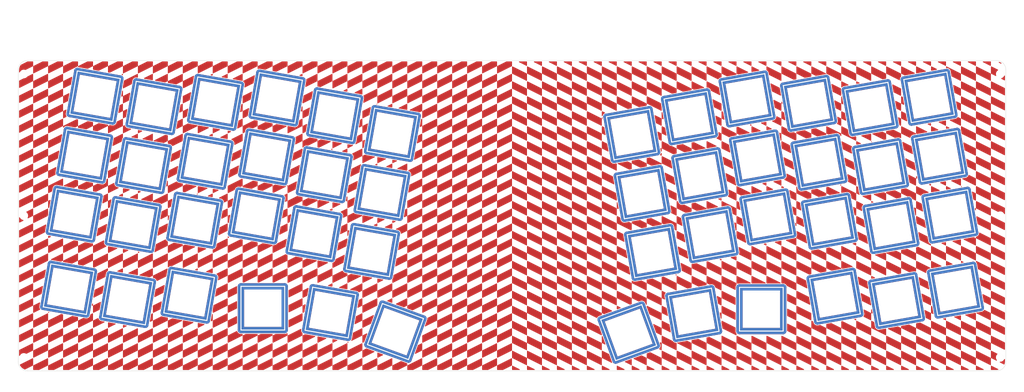
<source format=kicad_pcb>
(kicad_pcb (version 20171130) (host pcbnew "(5.1.10)-1")
  (layers (0 F.Cu signal) (31 B.Cu signal) (34 B.Paste user) (35 F.Paste user) (36 B.SilkS user) (37 F.SilkS user) (38 B.Mask user) (39 F.Mask user) (44 Edge.Cuts user))
  (net 0 "")
  (module kbd_SW_Hole:SW_Hole_TH_1u (layer F.Cu) (at 274.23727 92.271079 10)
    (fp_text reference SW40 hide)
    (fp_text value SW_PUSH hide)
    (fp_line (start 7.05 7.05) (end -7.05 7.05) (layer Edge.Cuts) (width 0.12))
    (fp_line (start -7.05 -7.05) (end 7.05 -7.05) (layer Edge.Cuts) (width 0.12))
    (fp_line (start -7.05 7.05) (end -7.05 -7.05) (layer Edge.Cuts) (width 0.12))
    (fp_line (start 7.05 -7.05) (end 7.05 7.05) (layer Edge.Cuts) (width 0.12))
    (pad 1 thru_hole oval (at 6.95 0 10) (size 2 15.9) (drill oval 0.3 14.2) (layers *.Cu *.Mask))
    (pad 1 thru_hole oval (at -6.95 0 10) (size 2 15.9) (drill oval 0.3 14.2) (layers *.Cu *.Mask))
    (pad 1 thru_hole oval (at 0 6.95 100) (size 2 15.9) (drill oval 0.3 14.2) (layers *.Cu *.Mask))
    (pad 1 thru_hole oval (at 0 -6.95 100) (size 2 15.9) (drill oval 0.3 14.2) (layers *.Cu *.Mask))
  )
  (module kbd_SW_Hole:SW_Hole_TH_1u (layer F.Cu) (at 293.824857 93.653228 10)
    (fp_text reference SW44 hide)
    (fp_text value SW_PUSH hide)
    (fp_line (start 7.05 7.05) (end -7.05 7.05) (layer Edge.Cuts) (width 0.12))
    (fp_line (start -7.05 -7.05) (end 7.05 -7.05) (layer Edge.Cuts) (width 0.12))
    (fp_line (start -7.05 7.05) (end -7.05 -7.05) (layer Edge.Cuts) (width 0.12))
    (fp_line (start 7.05 -7.05) (end 7.05 7.05) (layer Edge.Cuts) (width 0.12))
    (pad 1 thru_hole oval (at 6.95 0 10) (size 2 15.9) (drill oval 0.3 14.2) (layers *.Cu *.Mask))
    (pad 1 thru_hole oval (at -6.95 0 10) (size 2 15.9) (drill oval 0.3 14.2) (layers *.Cu *.Mask))
    (pad 1 thru_hole oval (at 0 6.95 100) (size 2 15.9) (drill oval 0.3 14.2) (layers *.Cu *.Mask))
    (pad 1 thru_hole oval (at 0 -6.95 100) (size 2 15.9) (drill oval 0.3 14.2) (layers *.Cu *.Mask))
  )
  (module kbd_SW_Hole:SW_Hole_TH_1u (layer F.Cu) (at 312.585445 90.34523 10)
    (fp_text reference SW48 hide)
    (fp_text value SW_PUSH hide)
    (fp_line (start 7.05 7.05) (end -7.05 7.05) (layer Edge.Cuts) (width 0.12))
    (fp_line (start -7.05 -7.05) (end 7.05 -7.05) (layer Edge.Cuts) (width 0.12))
    (fp_line (start -7.05 7.05) (end -7.05 -7.05) (layer Edge.Cuts) (width 0.12))
    (fp_line (start 7.05 -7.05) (end 7.05 7.05) (layer Edge.Cuts) (width 0.12))
    (pad 1 thru_hole oval (at 6.95 0 10) (size 2 15.9) (drill oval 0.3 14.2) (layers *.Cu *.Mask))
    (pad 1 thru_hole oval (at -6.95 0 10) (size 2 15.9) (drill oval 0.3 14.2) (layers *.Cu *.Mask))
    (pad 1 thru_hole oval (at 0 6.95 100) (size 2 15.9) (drill oval 0.3 14.2) (layers *.Cu *.Mask))
    (pad 1 thru_hole oval (at 0 -6.95 100) (size 2 15.9) (drill oval 0.3 14.2) (layers *.Cu *.Mask))
  )
  (module kbd_SW_Hole:SW_Hole_TH_1u (layer F.Cu) (at 49.099423 93.331552 350)
    (fp_text reference SW8 hide)
    (fp_text value SW_PUSH hide)
    (fp_line (start 7.05 7.05) (end -7.05 7.05) (layer Edge.Cuts) (width 0.12))
    (fp_line (start -7.05 -7.05) (end 7.05 -7.05) (layer Edge.Cuts) (width 0.12))
    (fp_line (start -7.05 7.05) (end -7.05 -7.05) (layer Edge.Cuts) (width 0.12))
    (fp_line (start 7.05 -7.05) (end 7.05 7.05) (layer Edge.Cuts) (width 0.12))
    (pad 1 thru_hole oval (at 6.95 0 350) (size 2 15.9) (drill oval 0.3 14.2) (layers *.Cu *.Mask))
    (pad 1 thru_hole oval (at -6.95 0 350) (size 2 15.9) (drill oval 0.3 14.2) (layers *.Cu *.Mask))
    (pad 1 thru_hole oval (at 0 6.95 80) (size 2 15.9) (drill oval 0.3 14.2) (layers *.Cu *.Mask))
    (pad 1 thru_hole oval (at 0 -6.95 80) (size 2 15.9) (drill oval 0.3 14.2) (layers *.Cu *.Mask))
  )
  (module kbd_SW_Hole:SW_Hole_TH_1u (layer F.Cu) (at 30.338835 90.023553 350)
    (fp_text reference SW4 hide)
    (fp_text value SW_PUSH hide)
    (fp_line (start 7.05 7.05) (end -7.05 7.05) (layer Edge.Cuts) (width 0.12))
    (fp_line (start -7.05 -7.05) (end 7.05 -7.05) (layer Edge.Cuts) (width 0.12))
    (fp_line (start -7.05 7.05) (end -7.05 -7.05) (layer Edge.Cuts) (width 0.12))
    (fp_line (start 7.05 -7.05) (end 7.05 7.05) (layer Edge.Cuts) (width 0.12))
    (pad 1 thru_hole oval (at 6.95 0 350) (size 2 15.9) (drill oval 0.3 14.2) (layers *.Cu *.Mask))
    (pad 1 thru_hole oval (at -6.95 0 350) (size 2 15.9) (drill oval 0.3 14.2) (layers *.Cu *.Mask))
    (pad 1 thru_hole oval (at 0 6.95 80) (size 2 15.9) (drill oval 0.3 14.2) (layers *.Cu *.Mask))
    (pad 1 thru_hole oval (at 0 -6.95 80) (size 2 15.9) (drill oval 0.3 14.2) (layers *.Cu *.Mask))
  )
  (module kbd_SW_Hole:SW_Hole_TH_1u (layer F.Cu) (at 68.68701 91.949403 350)
    (fp_text reference SW12 hide)
    (fp_text value SW_PUSH hide)
    (fp_line (start 7.05 7.05) (end -7.05 7.05) (layer Edge.Cuts) (width 0.12))
    (fp_line (start -7.05 -7.05) (end 7.05 -7.05) (layer Edge.Cuts) (width 0.12))
    (fp_line (start -7.05 7.05) (end -7.05 -7.05) (layer Edge.Cuts) (width 0.12))
    (fp_line (start 7.05 -7.05) (end 7.05 7.05) (layer Edge.Cuts) (width 0.12))
    (pad 1 thru_hole oval (at 6.95 0 350) (size 2 15.9) (drill oval 0.3 14.2) (layers *.Cu *.Mask))
    (pad 1 thru_hole oval (at -6.95 0 350) (size 2 15.9) (drill oval 0.3 14.2) (layers *.Cu *.Mask))
    (pad 1 thru_hole oval (at 0 6.95 80) (size 2 15.9) (drill oval 0.3 14.2) (layers *.Cu *.Mask))
    (pad 1 thru_hole oval (at 0 -6.95 80) (size 2 15.9) (drill oval 0.3 14.2) (layers *.Cu *.Mask))
  )
  (module kbd_SW_Hole:SW_Hole_TH_1u (layer F.Cu) (at 229.267375 97.7825 10)
    (fp_text reference SW32 hide)
    (fp_text value SW_PUSH hide)
    (fp_line (start 7.05 7.05) (end -7.05 7.05) (layer Edge.Cuts) (width 0.12))
    (fp_line (start -7.05 -7.05) (end 7.05 -7.05) (layer Edge.Cuts) (width 0.12))
    (fp_line (start -7.05 7.05) (end -7.05 -7.05) (layer Edge.Cuts) (width 0.12))
    (fp_line (start 7.05 -7.05) (end 7.05 7.05) (layer Edge.Cuts) (width 0.12))
    (pad 1 thru_hole oval (at 6.95 0 10) (size 2 15.9) (drill oval 0.3 14.2) (layers *.Cu *.Mask))
    (pad 1 thru_hole oval (at -6.95 0 10) (size 2 15.9) (drill oval 0.3 14.2) (layers *.Cu *.Mask))
    (pad 1 thru_hole oval (at 0 6.95 100) (size 2 15.9) (drill oval 0.3 14.2) (layers *.Cu *.Mask))
    (pad 1 thru_hole oval (at 0 -6.95 100) (size 2 15.9) (drill oval 0.3 14.2) (layers *.Cu *.Mask))
  )
  (module kbd_SW_Hole:SW_Hole_TH_1u (layer F.Cu) (at 250.786535 96.406076)
    (fp_text reference SW36 hide)
    (fp_text value SW_PUSH hide)
    (fp_line (start 7.05 7.05) (end -7.05 7.05) (layer Edge.Cuts) (width 0.12))
    (fp_line (start -7.05 -7.05) (end 7.05 -7.05) (layer Edge.Cuts) (width 0.12))
    (fp_line (start -7.05 7.05) (end -7.05 -7.05) (layer Edge.Cuts) (width 0.12))
    (fp_line (start 7.05 -7.05) (end 7.05 7.05) (layer Edge.Cuts) (width 0.12))
    (pad 1 thru_hole oval (at 6.95 0) (size 2 15.9) (drill oval 0.3 14.2) (layers *.Cu *.Mask))
    (pad 1 thru_hole oval (at -6.95 0) (size 2 15.9) (drill oval 0.3 14.2) (layers *.Cu *.Mask))
    (pad 1 thru_hole oval (at 0 6.95 90) (size 2 15.9) (drill oval 0.3 14.2) (layers *.Cu *.Mask))
    (pad 1 thru_hole oval (at 0 -6.95 90) (size 2 15.9) (drill oval 0.3 14.2) (layers *.Cu *.Mask))
  )
  (module kbd_SW_Hole:SW_Hole_TH_1u (layer F.Cu) (at 208.575213 103.849071 20)
    (fp_text reference SW28 hide)
    (fp_text value SW_PUSH hide)
    (fp_line (start 7.05 7.05) (end -7.05 7.05) (layer Edge.Cuts) (width 0.12))
    (fp_line (start -7.05 -7.05) (end 7.05 -7.05) (layer Edge.Cuts) (width 0.12))
    (fp_line (start -7.05 7.05) (end -7.05 -7.05) (layer Edge.Cuts) (width 0.12))
    (fp_line (start 7.05 -7.05) (end 7.05 7.05) (layer Edge.Cuts) (width 0.12))
    (pad 1 thru_hole oval (at 6.95 0 20) (size 2 15.9) (drill oval 0.3 14.2) (layers *.Cu *.Mask))
    (pad 1 thru_hole oval (at -6.95 0 20) (size 2 15.9) (drill oval 0.3 14.2) (layers *.Cu *.Mask))
    (pad 1 thru_hole oval (at 0 6.95 110) (size 2 15.9) (drill oval 0.3 14.2) (layers *.Cu *.Mask))
    (pad 1 thru_hole oval (at 0 -6.95 110) (size 2 15.9) (drill oval 0.3 14.2) (layers *.Cu *.Mask))
  )
  (module kbd_SW_Hole:SW_Hole_TH_1u (layer F.Cu) (at 234.512671 72.677766 10)
    (fp_text reference SW31 hide)
    (fp_text value SW_PUSH hide)
    (fp_line (start 7.05 7.05) (end -7.05 7.05) (layer Edge.Cuts) (width 0.12))
    (fp_line (start -7.05 -7.05) (end 7.05 -7.05) (layer Edge.Cuts) (width 0.12))
    (fp_line (start -7.05 7.05) (end -7.05 -7.05) (layer Edge.Cuts) (width 0.12))
    (fp_line (start 7.05 -7.05) (end 7.05 7.05) (layer Edge.Cuts) (width 0.12))
    (pad 1 thru_hole oval (at 6.95 0 10) (size 2 15.9) (drill oval 0.3 14.2) (layers *.Cu *.Mask))
    (pad 1 thru_hole oval (at -6.95 0 10) (size 2 15.9) (drill oval 0.3 14.2) (layers *.Cu *.Mask))
    (pad 1 thru_hole oval (at 0 6.95 100) (size 2 15.9) (drill oval 0.3 14.2) (layers *.Cu *.Mask))
    (pad 1 thru_hole oval (at 0 -6.95 100) (size 2 15.9) (drill oval 0.3 14.2) (layers *.Cu *.Mask))
  )
  (module kbd_SW_Hole:SW_Hole_TH_1u (layer F.Cu) (at 272.447346 68.406844 10)
    (fp_text reference SW39 hide)
    (fp_text value SW_PUSH hide)
    (fp_line (start 7.05 7.05) (end -7.05 7.05) (layer Edge.Cuts) (width 0.12))
    (fp_line (start -7.05 -7.05) (end 7.05 -7.05) (layer Edge.Cuts) (width 0.12))
    (fp_line (start -7.05 7.05) (end -7.05 -7.05) (layer Edge.Cuts) (width 0.12))
    (fp_line (start 7.05 -7.05) (end 7.05 7.05) (layer Edge.Cuts) (width 0.12))
    (pad 1 thru_hole oval (at 6.95 0 10) (size 2 15.9) (drill oval 0.3 14.2) (layers *.Cu *.Mask))
    (pad 1 thru_hole oval (at -6.95 0 10) (size 2 15.9) (drill oval 0.3 14.2) (layers *.Cu *.Mask))
    (pad 1 thru_hole oval (at 0 6.95 100) (size 2 15.9) (drill oval 0.3 14.2) (layers *.Cu *.Mask))
    (pad 1 thru_hole oval (at 0 -6.95 100) (size 2 15.9) (drill oval 0.3 14.2) (layers *.Cu *.Mask))
  )
  (module kbd_SW_Hole:SW_Hole_TH_1u (layer F.Cu) (at 292.034933 69.788993 10)
    (fp_text reference SW43 hide)
    (fp_text value SW_PUSH hide)
    (fp_line (start 7.05 7.05) (end -7.05 7.05) (layer Edge.Cuts) (width 0.12))
    (fp_line (start -7.05 -7.05) (end 7.05 -7.05) (layer Edge.Cuts) (width 0.12))
    (fp_line (start -7.05 7.05) (end -7.05 -7.05) (layer Edge.Cuts) (width 0.12))
    (fp_line (start 7.05 -7.05) (end 7.05 7.05) (layer Edge.Cuts) (width 0.12))
    (pad 1 thru_hole oval (at 6.95 0 10) (size 2 15.9) (drill oval 0.3 14.2) (layers *.Cu *.Mask))
    (pad 1 thru_hole oval (at -6.95 0 10) (size 2 15.9) (drill oval 0.3 14.2) (layers *.Cu *.Mask))
    (pad 1 thru_hole oval (at 0 6.95 100) (size 2 15.9) (drill oval 0.3 14.2) (layers *.Cu *.Mask))
    (pad 1 thru_hole oval (at 0 -6.95 100) (size 2 15.9) (drill oval 0.3 14.2) (layers *.Cu *.Mask))
  )
  (module kbd_SW_Hole:SW_Hole_TH_1u (layer F.Cu) (at 252.859759 67.024695 10)
    (fp_text reference SW35 hide)
    (fp_text value SW_PUSH hide)
    (fp_line (start 7.05 7.05) (end -7.05 7.05) (layer Edge.Cuts) (width 0.12))
    (fp_line (start -7.05 -7.05) (end 7.05 -7.05) (layer Edge.Cuts) (width 0.12))
    (fp_line (start -7.05 7.05) (end -7.05 -7.05) (layer Edge.Cuts) (width 0.12))
    (fp_line (start 7.05 -7.05) (end 7.05 7.05) (layer Edge.Cuts) (width 0.12))
    (pad 1 thru_hole oval (at 6.95 0 10) (size 2 15.9) (drill oval 0.3 14.2) (layers *.Cu *.Mask))
    (pad 1 thru_hole oval (at -6.95 0 10) (size 2 15.9) (drill oval 0.3 14.2) (layers *.Cu *.Mask))
    (pad 1 thru_hole oval (at 0 6.95 100) (size 2 15.9) (drill oval 0.3 14.2) (layers *.Cu *.Mask))
    (pad 1 thru_hole oval (at 0 -6.95 100) (size 2 15.9) (drill oval 0.3 14.2) (layers *.Cu *.Mask))
  )
  (module kbd_SW_Hole:SW_Hole_TH_1u (layer F.Cu) (at 216.165583 78.330838 10)
    (fp_text reference SW27 hide)
    (fp_text value SW_PUSH hide)
    (fp_line (start 7.05 7.05) (end -7.05 7.05) (layer Edge.Cuts) (width 0.12))
    (fp_line (start -7.05 -7.05) (end 7.05 -7.05) (layer Edge.Cuts) (width 0.12))
    (fp_line (start -7.05 7.05) (end -7.05 -7.05) (layer Edge.Cuts) (width 0.12))
    (fp_line (start 7.05 -7.05) (end 7.05 7.05) (layer Edge.Cuts) (width 0.12))
    (pad 1 thru_hole oval (at 6.95 0 10) (size 2 15.9) (drill oval 0.3 14.2) (layers *.Cu *.Mask))
    (pad 1 thru_hole oval (at -6.95 0 10) (size 2 15.9) (drill oval 0.3 14.2) (layers *.Cu *.Mask))
    (pad 1 thru_hole oval (at 0 6.95 100) (size 2 15.9) (drill oval 0.3 14.2) (layers *.Cu *.Mask))
    (pad 1 thru_hole oval (at 0 -6.95 100) (size 2 15.9) (drill oval 0.3 14.2) (layers *.Cu *.Mask))
  )
  (module kbd_SW_Hole:SW_Hole_TH_1u (layer F.Cu) (at 310.795521 66.480996 10)
    (fp_text reference SW47 hide)
    (fp_text value SW_PUSH hide)
    (fp_line (start 7.05 7.05) (end -7.05 7.05) (layer Edge.Cuts) (width 0.12))
    (fp_line (start -7.05 -7.05) (end 7.05 -7.05) (layer Edge.Cuts) (width 0.12))
    (fp_line (start -7.05 7.05) (end -7.05 -7.05) (layer Edge.Cuts) (width 0.12))
    (fp_line (start 7.05 -7.05) (end 7.05 7.05) (layer Edge.Cuts) (width 0.12))
    (pad 1 thru_hole oval (at 6.95 0 10) (size 2 15.9) (drill oval 0.3 14.2) (layers *.Cu *.Mask))
    (pad 1 thru_hole oval (at -6.95 0 10) (size 2 15.9) (drill oval 0.3 14.2) (layers *.Cu *.Mask))
    (pad 1 thru_hole oval (at 0 6.95 100) (size 2 15.9) (drill oval 0.3 14.2) (layers *.Cu *.Mask))
    (pad 1 thru_hole oval (at 0 -6.95 100) (size 2 15.9) (drill oval 0.3 14.2) (layers *.Cu *.Mask))
  )
  (module kbd_SW_Hole:SW_Hole_TH_1u (layer F.Cu) (at 269.139348 49.646257 10)
    (fp_text reference SW38 hide)
    (fp_text value SW_PUSH hide)
    (fp_line (start 7.05 7.05) (end -7.05 7.05) (layer Edge.Cuts) (width 0.12))
    (fp_line (start -7.05 -7.05) (end 7.05 -7.05) (layer Edge.Cuts) (width 0.12))
    (fp_line (start -7.05 7.05) (end -7.05 -7.05) (layer Edge.Cuts) (width 0.12))
    (fp_line (start 7.05 -7.05) (end 7.05 7.05) (layer Edge.Cuts) (width 0.12))
    (pad 1 thru_hole oval (at 6.95 0 10) (size 2 15.9) (drill oval 0.3 14.2) (layers *.Cu *.Mask))
    (pad 1 thru_hole oval (at -6.95 0 10) (size 2 15.9) (drill oval 0.3 14.2) (layers *.Cu *.Mask))
    (pad 1 thru_hole oval (at 0 6.95 100) (size 2 15.9) (drill oval 0.3 14.2) (layers *.Cu *.Mask))
    (pad 1 thru_hole oval (at 0 -6.95 100) (size 2 15.9) (drill oval 0.3 14.2) (layers *.Cu *.Mask))
  )
  (module kbd_SW_Hole:SW_Hole_TH_1u (layer F.Cu) (at 288.726936 51.028406 10)
    (fp_text reference SW42 hide)
    (fp_text value SW_PUSH hide)
    (fp_line (start 7.05 7.05) (end -7.05 7.05) (layer Edge.Cuts) (width 0.12))
    (fp_line (start -7.05 -7.05) (end 7.05 -7.05) (layer Edge.Cuts) (width 0.12))
    (fp_line (start -7.05 7.05) (end -7.05 -7.05) (layer Edge.Cuts) (width 0.12))
    (fp_line (start 7.05 -7.05) (end 7.05 7.05) (layer Edge.Cuts) (width 0.12))
    (pad 1 thru_hole oval (at 6.95 0 10) (size 2 15.9) (drill oval 0.3 14.2) (layers *.Cu *.Mask))
    (pad 1 thru_hole oval (at -6.95 0 10) (size 2 15.9) (drill oval 0.3 14.2) (layers *.Cu *.Mask))
    (pad 1 thru_hole oval (at 0 6.95 100) (size 2 15.9) (drill oval 0.3 14.2) (layers *.Cu *.Mask))
    (pad 1 thru_hole oval (at 0 -6.95 100) (size 2 15.9) (drill oval 0.3 14.2) (layers *.Cu *.Mask))
  )
  (module kbd_SW_Hole:SW_Hole_TH_1u (layer F.Cu) (at 231.204673 53.917179 10)
    (fp_text reference SW30 hide)
    (fp_text value SW_PUSH hide)
    (fp_line (start 7.05 7.05) (end -7.05 7.05) (layer Edge.Cuts) (width 0.12))
    (fp_line (start -7.05 -7.05) (end 7.05 -7.05) (layer Edge.Cuts) (width 0.12))
    (fp_line (start -7.05 7.05) (end -7.05 -7.05) (layer Edge.Cuts) (width 0.12))
    (fp_line (start 7.05 -7.05) (end 7.05 7.05) (layer Edge.Cuts) (width 0.12))
    (pad 1 thru_hole oval (at 6.95 0 10) (size 2 15.9) (drill oval 0.3 14.2) (layers *.Cu *.Mask))
    (pad 1 thru_hole oval (at -6.95 0 10) (size 2 15.9) (drill oval 0.3 14.2) (layers *.Cu *.Mask))
    (pad 1 thru_hole oval (at 0 6.95 100) (size 2 15.9) (drill oval 0.3 14.2) (layers *.Cu *.Mask))
    (pad 1 thru_hole oval (at 0 -6.95 100) (size 2 15.9) (drill oval 0.3 14.2) (layers *.Cu *.Mask))
  )
  (module kbd_SW_Hole:SW_Hole_TH_1u (layer F.Cu) (at 249.551761 48.264107 10)
    (fp_text reference SW34 hide)
    (fp_text value SW_PUSH hide)
    (fp_line (start 7.05 7.05) (end -7.05 7.05) (layer Edge.Cuts) (width 0.12))
    (fp_line (start -7.05 -7.05) (end 7.05 -7.05) (layer Edge.Cuts) (width 0.12))
    (fp_line (start -7.05 7.05) (end -7.05 -7.05) (layer Edge.Cuts) (width 0.12))
    (fp_line (start 7.05 -7.05) (end 7.05 7.05) (layer Edge.Cuts) (width 0.12))
    (pad 1 thru_hole oval (at 6.95 0 10) (size 2 15.9) (drill oval 0.3 14.2) (layers *.Cu *.Mask))
    (pad 1 thru_hole oval (at -6.95 0 10) (size 2 15.9) (drill oval 0.3 14.2) (layers *.Cu *.Mask))
    (pad 1 thru_hole oval (at 0 6.95 100) (size 2 15.9) (drill oval 0.3 14.2) (layers *.Cu *.Mask))
    (pad 1 thru_hole oval (at 0 -6.95 100) (size 2 15.9) (drill oval 0.3 14.2) (layers *.Cu *.Mask))
  )
  (module kbd_SW_Hole:SW_Hole_TH_1u (layer F.Cu) (at 212.857585 59.57025 10)
    (fp_text reference SW26 hide)
    (fp_text value SW_PUSH hide)
    (fp_line (start 7.05 7.05) (end -7.05 7.05) (layer Edge.Cuts) (width 0.12))
    (fp_line (start -7.05 -7.05) (end 7.05 -7.05) (layer Edge.Cuts) (width 0.12))
    (fp_line (start -7.05 7.05) (end -7.05 -7.05) (layer Edge.Cuts) (width 0.12))
    (fp_line (start 7.05 -7.05) (end 7.05 7.05) (layer Edge.Cuts) (width 0.12))
    (pad 1 thru_hole oval (at 6.95 0 10) (size 2 15.9) (drill oval 0.3 14.2) (layers *.Cu *.Mask))
    (pad 1 thru_hole oval (at -6.95 0 10) (size 2 15.9) (drill oval 0.3 14.2) (layers *.Cu *.Mask))
    (pad 1 thru_hole oval (at 0 6.95 100) (size 2 15.9) (drill oval 0.3 14.2) (layers *.Cu *.Mask))
    (pad 1 thru_hole oval (at 0 -6.95 100) (size 2 15.9) (drill oval 0.3 14.2) (layers *.Cu *.Mask))
  )
  (module kbd_SW_Hole:SW_Hole_TH_1u (layer F.Cu) (at 307.487523 47.720408 10)
    (fp_text reference SW46 hide)
    (fp_text value SW_PUSH hide)
    (fp_line (start 7.05 7.05) (end -7.05 7.05) (layer Edge.Cuts) (width 0.12))
    (fp_line (start -7.05 -7.05) (end 7.05 -7.05) (layer Edge.Cuts) (width 0.12))
    (fp_line (start -7.05 7.05) (end -7.05 -7.05) (layer Edge.Cuts) (width 0.12))
    (fp_line (start 7.05 -7.05) (end 7.05 7.05) (layer Edge.Cuts) (width 0.12))
    (pad 1 thru_hole oval (at 6.95 0 10) (size 2 15.9) (drill oval 0.3 14.2) (layers *.Cu *.Mask))
    (pad 1 thru_hole oval (at -6.95 0 10) (size 2 15.9) (drill oval 0.3 14.2) (layers *.Cu *.Mask))
    (pad 1 thru_hole oval (at 0 6.95 100) (size 2 15.9) (drill oval 0.3 14.2) (layers *.Cu *.Mask))
    (pad 1 thru_hole oval (at 0 -6.95 100) (size 2 15.9) (drill oval 0.3 14.2) (layers *.Cu *.Mask))
  )
  (module kbd_SW_Hole:SW_Hole_TH_1u (layer F.Cu) (at 134.349067 103.527395 340)
    (fp_text reference SW24 hide)
    (fp_text value SW_PUSH hide)
    (fp_line (start 7.05 7.05) (end -7.05 7.05) (layer Edge.Cuts) (width 0.12))
    (fp_line (start -7.05 -7.05) (end 7.05 -7.05) (layer Edge.Cuts) (width 0.12))
    (fp_line (start -7.05 7.05) (end -7.05 -7.05) (layer Edge.Cuts) (width 0.12))
    (fp_line (start 7.05 -7.05) (end 7.05 7.05) (layer Edge.Cuts) (width 0.12))
    (pad 1 thru_hole oval (at 6.95 0 340) (size 2 15.9) (drill oval 0.3 14.2) (layers *.Cu *.Mask))
    (pad 1 thru_hole oval (at -6.95 0 340) (size 2 15.9) (drill oval 0.3 14.2) (layers *.Cu *.Mask))
    (pad 1 thru_hole oval (at 0 6.95 70) (size 2 15.9) (drill oval 0.3 14.2) (layers *.Cu *.Mask))
    (pad 1 thru_hole oval (at 0 -6.95 70) (size 2 15.9) (drill oval 0.3 14.2) (layers *.Cu *.Mask))
  )
  (module kbd_SW_Hole:SW_Hole_TH_1u (layer F.Cu) (at 113.656906 97.460824 350)
    (fp_text reference SW20 hide)
    (fp_text value SW_PUSH hide)
    (fp_line (start 7.05 7.05) (end -7.05 7.05) (layer Edge.Cuts) (width 0.12))
    (fp_line (start -7.05 -7.05) (end 7.05 -7.05) (layer Edge.Cuts) (width 0.12))
    (fp_line (start -7.05 7.05) (end -7.05 -7.05) (layer Edge.Cuts) (width 0.12))
    (fp_line (start 7.05 -7.05) (end 7.05 7.05) (layer Edge.Cuts) (width 0.12))
    (pad 1 thru_hole oval (at 6.95 0 350) (size 2 15.9) (drill oval 0.3 14.2) (layers *.Cu *.Mask))
    (pad 1 thru_hole oval (at -6.95 0 350) (size 2 15.9) (drill oval 0.3 14.2) (layers *.Cu *.Mask))
    (pad 1 thru_hole oval (at 0 6.95 80) (size 2 15.9) (drill oval 0.3 14.2) (layers *.Cu *.Mask))
    (pad 1 thru_hole oval (at 0 -6.95 80) (size 2 15.9) (drill oval 0.3 14.2) (layers *.Cu *.Mask))
  )
  (module kbd_SW_Hole:SW_Hole_TH_1u (layer F.Cu) (at 92.137745 96.0844)
    (fp_text reference SW16 hide)
    (fp_text value SW_PUSH hide)
    (fp_line (start 7.05 7.05) (end -7.05 7.05) (layer Edge.Cuts) (width 0.12))
    (fp_line (start -7.05 -7.05) (end 7.05 -7.05) (layer Edge.Cuts) (width 0.12))
    (fp_line (start -7.05 7.05) (end -7.05 -7.05) (layer Edge.Cuts) (width 0.12))
    (fp_line (start 7.05 -7.05) (end 7.05 7.05) (layer Edge.Cuts) (width 0.12))
    (pad 1 thru_hole oval (at 6.95 0) (size 2 15.9) (drill oval 0.3 14.2) (layers *.Cu *.Mask))
    (pad 1 thru_hole oval (at -6.95 0) (size 2 15.9) (drill oval 0.3 14.2) (layers *.Cu *.Mask))
    (pad 1 thru_hole oval (at 0 6.95 90) (size 2 15.9) (drill oval 0.3 14.2) (layers *.Cu *.Mask))
    (pad 1 thru_hole oval (at 0 -6.95 90) (size 2 15.9) (drill oval 0.3 14.2) (layers *.Cu *.Mask))
  )
  (module kbd_SW_Hole:SW_Hole_TH_1u (layer F.Cu) (at 108.411609 72.356091 350)
    (fp_text reference SW19 hide)
    (fp_text value SW_PUSH hide)
    (fp_line (start 7.05 7.05) (end -7.05 7.05) (layer Edge.Cuts) (width 0.12))
    (fp_line (start -7.05 -7.05) (end 7.05 -7.05) (layer Edge.Cuts) (width 0.12))
    (fp_line (start -7.05 7.05) (end -7.05 -7.05) (layer Edge.Cuts) (width 0.12))
    (fp_line (start 7.05 -7.05) (end 7.05 7.05) (layer Edge.Cuts) (width 0.12))
    (pad 1 thru_hole oval (at 6.95 0 350) (size 2 15.9) (drill oval 0.3 14.2) (layers *.Cu *.Mask))
    (pad 1 thru_hole oval (at -6.95 0 350) (size 2 15.9) (drill oval 0.3 14.2) (layers *.Cu *.Mask))
    (pad 1 thru_hole oval (at 0 6.95 80) (size 2 15.9) (drill oval 0.3 14.2) (layers *.Cu *.Mask))
    (pad 1 thru_hole oval (at 0 -6.95 80) (size 2 15.9) (drill oval 0.3 14.2) (layers *.Cu *.Mask))
  )
  (module kbd_SW_Hole:SW_Hole_TH_1u (layer F.Cu) (at 90.064521 66.70302 350)
    (fp_text reference SW15 hide)
    (fp_text value SW_PUSH hide)
    (fp_line (start 7.05 7.05) (end -7.05 7.05) (layer Edge.Cuts) (width 0.12))
    (fp_line (start -7.05 -7.05) (end 7.05 -7.05) (layer Edge.Cuts) (width 0.12))
    (fp_line (start -7.05 7.05) (end -7.05 -7.05) (layer Edge.Cuts) (width 0.12))
    (fp_line (start 7.05 -7.05) (end 7.05 7.05) (layer Edge.Cuts) (width 0.12))
    (pad 1 thru_hole oval (at 6.95 0 350) (size 2 15.9) (drill oval 0.3 14.2) (layers *.Cu *.Mask))
    (pad 1 thru_hole oval (at -6.95 0 350) (size 2 15.9) (drill oval 0.3 14.2) (layers *.Cu *.Mask))
    (pad 1 thru_hole oval (at 0 6.95 80) (size 2 15.9) (drill oval 0.3 14.2) (layers *.Cu *.Mask))
    (pad 1 thru_hole oval (at 0 -6.95 80) (size 2 15.9) (drill oval 0.3 14.2) (layers *.Cu *.Mask))
  )
  (module kbd_SW_Hole:SW_Hole_TH_1u (layer F.Cu) (at 50.889347 69.467318 350)
    (fp_text reference SW7 hide)
    (fp_text value SW_PUSH hide)
    (fp_line (start 7.05 7.05) (end -7.05 7.05) (layer Edge.Cuts) (width 0.12))
    (fp_line (start -7.05 -7.05) (end 7.05 -7.05) (layer Edge.Cuts) (width 0.12))
    (fp_line (start -7.05 7.05) (end -7.05 -7.05) (layer Edge.Cuts) (width 0.12))
    (fp_line (start 7.05 -7.05) (end 7.05 7.05) (layer Edge.Cuts) (width 0.12))
    (pad 1 thru_hole oval (at 6.95 0 350) (size 2 15.9) (drill oval 0.3 14.2) (layers *.Cu *.Mask))
    (pad 1 thru_hole oval (at -6.95 0 350) (size 2 15.9) (drill oval 0.3 14.2) (layers *.Cu *.Mask))
    (pad 1 thru_hole oval (at 0 6.95 80) (size 2 15.9) (drill oval 0.3 14.2) (layers *.Cu *.Mask))
    (pad 1 thru_hole oval (at 0 -6.95 80) (size 2 15.9) (drill oval 0.3 14.2) (layers *.Cu *.Mask))
  )
  (module kbd_SW_Hole:SW_Hole_TH_1u (layer F.Cu) (at 32.128759 66.159319 350)
    (fp_text reference SW3 hide)
    (fp_text value SW_PUSH hide)
    (fp_line (start 7.05 7.05) (end -7.05 7.05) (layer Edge.Cuts) (width 0.12))
    (fp_line (start -7.05 -7.05) (end 7.05 -7.05) (layer Edge.Cuts) (width 0.12))
    (fp_line (start -7.05 7.05) (end -7.05 -7.05) (layer Edge.Cuts) (width 0.12))
    (fp_line (start 7.05 -7.05) (end 7.05 7.05) (layer Edge.Cuts) (width 0.12))
    (pad 1 thru_hole oval (at 6.95 0 350) (size 2 15.9) (drill oval 0.3 14.2) (layers *.Cu *.Mask))
    (pad 1 thru_hole oval (at -6.95 0 350) (size 2 15.9) (drill oval 0.3 14.2) (layers *.Cu *.Mask))
    (pad 1 thru_hole oval (at 0 6.95 80) (size 2 15.9) (drill oval 0.3 14.2) (layers *.Cu *.Mask))
    (pad 1 thru_hole oval (at 0 -6.95 80) (size 2 15.9) (drill oval 0.3 14.2) (layers *.Cu *.Mask))
  )
  (module kbd_SW_Hole:SW_Hole_TH_1u (layer F.Cu) (at 70.476934 68.085169 350)
    (fp_text reference SW11 hide)
    (fp_text value SW_PUSH hide)
    (fp_line (start 7.05 7.05) (end -7.05 7.05) (layer Edge.Cuts) (width 0.12))
    (fp_line (start -7.05 -7.05) (end 7.05 -7.05) (layer Edge.Cuts) (width 0.12))
    (fp_line (start -7.05 7.05) (end -7.05 -7.05) (layer Edge.Cuts) (width 0.12))
    (fp_line (start 7.05 -7.05) (end 7.05 7.05) (layer Edge.Cuts) (width 0.12))
    (pad 1 thru_hole oval (at 6.95 0 350) (size 2 15.9) (drill oval 0.3 14.2) (layers *.Cu *.Mask))
    (pad 1 thru_hole oval (at -6.95 0 350) (size 2 15.9) (drill oval 0.3 14.2) (layers *.Cu *.Mask))
    (pad 1 thru_hole oval (at 0 6.95 80) (size 2 15.9) (drill oval 0.3 14.2) (layers *.Cu *.Mask))
    (pad 1 thru_hole oval (at 0 -6.95 80) (size 2 15.9) (drill oval 0.3 14.2) (layers *.Cu *.Mask))
  )
  (module kbd_SW_Hole:SW_Hole_TH_1u (layer F.Cu) (at 126.758697 78.009161 350)
    (fp_text reference SW23 hide)
    (fp_text value SW_PUSH hide)
    (fp_line (start 7.05 7.05) (end -7.05 7.05) (layer Edge.Cuts) (width 0.12))
    (fp_line (start -7.05 -7.05) (end 7.05 -7.05) (layer Edge.Cuts) (width 0.12))
    (fp_line (start -7.05 7.05) (end -7.05 -7.05) (layer Edge.Cuts) (width 0.12))
    (fp_line (start 7.05 -7.05) (end 7.05 7.05) (layer Edge.Cuts) (width 0.12))
    (pad 1 thru_hole oval (at 6.95 0 350) (size 2 15.9) (drill oval 0.3 14.2) (layers *.Cu *.Mask))
    (pad 1 thru_hole oval (at -6.95 0 350) (size 2 15.9) (drill oval 0.3 14.2) (layers *.Cu *.Mask))
    (pad 1 thru_hole oval (at 0 6.95 80) (size 2 15.9) (drill oval 0.3 14.2) (layers *.Cu *.Mask))
    (pad 1 thru_hole oval (at 0 -6.95 80) (size 2 15.9) (drill oval 0.3 14.2) (layers *.Cu *.Mask))
  )
  (module kbd_SW_Hole:SW_Hole_TH_1u (layer F.Cu) (at 35.436757 47.398733 350)
    (fp_text reference SW2 hide)
    (fp_text value SW_PUSH hide)
    (fp_line (start 7.05 7.05) (end -7.05 7.05) (layer Edge.Cuts) (width 0.12))
    (fp_line (start -7.05 -7.05) (end 7.05 -7.05) (layer Edge.Cuts) (width 0.12))
    (fp_line (start -7.05 7.05) (end -7.05 -7.05) (layer Edge.Cuts) (width 0.12))
    (fp_line (start 7.05 -7.05) (end 7.05 7.05) (layer Edge.Cuts) (width 0.12))
    (pad 1 thru_hole oval (at 6.95 0 350) (size 2 15.9) (drill oval 0.3 14.2) (layers *.Cu *.Mask))
    (pad 1 thru_hole oval (at -6.95 0 350) (size 2 15.9) (drill oval 0.3 14.2) (layers *.Cu *.Mask))
    (pad 1 thru_hole oval (at 0 6.95 80) (size 2 15.9) (drill oval 0.3 14.2) (layers *.Cu *.Mask))
    (pad 1 thru_hole oval (at 0 -6.95 80) (size 2 15.9) (drill oval 0.3 14.2) (layers *.Cu *.Mask))
  )
  (module kbd_SW_Hole:SW_Hole_TH_1u (layer F.Cu) (at 54.197345 50.70673 350)
    (fp_text reference SW6 hide)
    (fp_text value SW_PUSH hide)
    (fp_line (start 7.05 7.05) (end -7.05 7.05) (layer Edge.Cuts) (width 0.12))
    (fp_line (start -7.05 -7.05) (end 7.05 -7.05) (layer Edge.Cuts) (width 0.12))
    (fp_line (start -7.05 7.05) (end -7.05 -7.05) (layer Edge.Cuts) (width 0.12))
    (fp_line (start 7.05 -7.05) (end 7.05 7.05) (layer Edge.Cuts) (width 0.12))
    (pad 1 thru_hole oval (at 6.95 0 350) (size 2 15.9) (drill oval 0.3 14.2) (layers *.Cu *.Mask))
    (pad 1 thru_hole oval (at -6.95 0 350) (size 2 15.9) (drill oval 0.3 14.2) (layers *.Cu *.Mask))
    (pad 1 thru_hole oval (at 0 6.95 80) (size 2 15.9) (drill oval 0.3 14.2) (layers *.Cu *.Mask))
    (pad 1 thru_hole oval (at 0 -6.95 80) (size 2 15.9) (drill oval 0.3 14.2) (layers *.Cu *.Mask))
  )
  (module kbd_SW_Hole:SW_Hole_TH_1u (layer F.Cu) (at 93.372519 47.942432 350)
    (fp_text reference SW14 hide)
    (fp_text value SW_PUSH hide)
    (fp_line (start 7.05 7.05) (end -7.05 7.05) (layer Edge.Cuts) (width 0.12))
    (fp_line (start -7.05 -7.05) (end 7.05 -7.05) (layer Edge.Cuts) (width 0.12))
    (fp_line (start -7.05 7.05) (end -7.05 -7.05) (layer Edge.Cuts) (width 0.12))
    (fp_line (start 7.05 -7.05) (end 7.05 7.05) (layer Edge.Cuts) (width 0.12))
    (pad 1 thru_hole oval (at 6.95 0 350) (size 2 15.9) (drill oval 0.3 14.2) (layers *.Cu *.Mask))
    (pad 1 thru_hole oval (at -6.95 0 350) (size 2 15.9) (drill oval 0.3 14.2) (layers *.Cu *.Mask))
    (pad 1 thru_hole oval (at 0 6.95 80) (size 2 15.9) (drill oval 0.3 14.2) (layers *.Cu *.Mask))
    (pad 1 thru_hole oval (at 0 -6.95 80) (size 2 15.9) (drill oval 0.3 14.2) (layers *.Cu *.Mask))
  )
  (module kbd_SW_Hole:SW_Hole_TH_1u (layer F.Cu) (at 73.784932 49.32458 350)
    (fp_text reference SW10 hide)
    (fp_text value SW_PUSH hide)
    (fp_line (start 7.05 7.05) (end -7.05 7.05) (layer Edge.Cuts) (width 0.12))
    (fp_line (start -7.05 -7.05) (end 7.05 -7.05) (layer Edge.Cuts) (width 0.12))
    (fp_line (start -7.05 7.05) (end -7.05 -7.05) (layer Edge.Cuts) (width 0.12))
    (fp_line (start 7.05 -7.05) (end 7.05 7.05) (layer Edge.Cuts) (width 0.12))
    (pad 1 thru_hole oval (at 6.95 0 350) (size 2 15.9) (drill oval 0.3 14.2) (layers *.Cu *.Mask))
    (pad 1 thru_hole oval (at -6.95 0 350) (size 2 15.9) (drill oval 0.3 14.2) (layers *.Cu *.Mask))
    (pad 1 thru_hole oval (at 0 6.95 80) (size 2 15.9) (drill oval 0.3 14.2) (layers *.Cu *.Mask))
    (pad 1 thru_hole oval (at 0 -6.95 80) (size 2 15.9) (drill oval 0.3 14.2) (layers *.Cu *.Mask))
  )
  (module kbd_SW_Hole:SW_Hole_TH_1u (layer F.Cu) (at 111.719607 53.595502 350)
    (fp_text reference SW18 hide)
    (fp_text value SW_PUSH hide)
    (fp_line (start 7.05 7.05) (end -7.05 7.05) (layer Edge.Cuts) (width 0.12))
    (fp_line (start -7.05 -7.05) (end 7.05 -7.05) (layer Edge.Cuts) (width 0.12))
    (fp_line (start -7.05 7.05) (end -7.05 -7.05) (layer Edge.Cuts) (width 0.12))
    (fp_line (start 7.05 -7.05) (end 7.05 7.05) (layer Edge.Cuts) (width 0.12))
    (pad 1 thru_hole oval (at 6.95 0 350) (size 2 15.9) (drill oval 0.3 14.2) (layers *.Cu *.Mask))
    (pad 1 thru_hole oval (at -6.95 0 350) (size 2 15.9) (drill oval 0.3 14.2) (layers *.Cu *.Mask))
    (pad 1 thru_hole oval (at 0 6.95 80) (size 2 15.9) (drill oval 0.3 14.2) (layers *.Cu *.Mask))
    (pad 1 thru_hole oval (at 0 -6.95 80) (size 2 15.9) (drill oval 0.3 14.2) (layers *.Cu *.Mask))
  )
  (module kbd_SW_Hole:SW_Hole_TH_1u (layer F.Cu) (at 130.066695 59.248575 350)
    (fp_text reference SW22 hide)
    (fp_text value SW_PUSH hide)
    (fp_line (start 7.05 7.05) (end -7.05 7.05) (layer Edge.Cuts) (width 0.12))
    (fp_line (start -7.05 -7.05) (end 7.05 -7.05) (layer Edge.Cuts) (width 0.12))
    (fp_line (start -7.05 7.05) (end -7.05 -7.05) (layer Edge.Cuts) (width 0.12))
    (fp_line (start 7.05 -7.05) (end 7.05 7.05) (layer Edge.Cuts) (width 0.12))
    (pad 1 thru_hole oval (at 6.95 0 350) (size 2 15.9) (drill oval 0.3 14.2) (layers *.Cu *.Mask))
    (pad 1 thru_hole oval (at -6.95 0 350) (size 2 15.9) (drill oval 0.3 14.2) (layers *.Cu *.Mask))
    (pad 1 thru_hole oval (at 0 6.95 80) (size 2 15.9) (drill oval 0.3 14.2) (layers *.Cu *.Mask))
    (pad 1 thru_hole oval (at 0 -6.95 80) (size 2 15.9) (drill oval 0.3 14.2) (layers *.Cu *.Mask))
  )
  (module kbd_SW_Hole:SW_Hole_TH_1u (layer F.Cu) (at 304.179526 28.95982 10)
    (fp_text reference SW45 hide)
    (fp_text value SW_PUSH hide)
    (fp_line (start 7.05 7.05) (end -7.05 7.05) (layer Edge.Cuts) (width 0.12))
    (fp_line (start -7.05 -7.05) (end 7.05 -7.05) (layer Edge.Cuts) (width 0.12))
    (fp_line (start -7.05 7.05) (end -7.05 -7.05) (layer Edge.Cuts) (width 0.12))
    (fp_line (start 7.05 -7.05) (end 7.05 7.05) (layer Edge.Cuts) (width 0.12))
    (pad 1 thru_hole oval (at 6.95 0 10) (size 2 15.9) (drill oval 0.3 14.2) (layers *.Cu *.Mask))
    (pad 1 thru_hole oval (at -6.95 0 10) (size 2 15.9) (drill oval 0.3 14.2) (layers *.Cu *.Mask))
    (pad 1 thru_hole oval (at 0 6.95 100) (size 2 15.9) (drill oval 0.3 14.2) (layers *.Cu *.Mask))
    (pad 1 thru_hole oval (at 0 -6.95 100) (size 2 15.9) (drill oval 0.3 14.2) (layers *.Cu *.Mask))
  )
  (module kbd_SW_Hole:SW_Hole_TH_1u (layer F.Cu) (at 246.243764 29.50352 10)
    (fp_text reference SW33 hide)
    (fp_text value SW_PUSH hide)
    (fp_line (start 7.05 7.05) (end -7.05 7.05) (layer Edge.Cuts) (width 0.12))
    (fp_line (start -7.05 -7.05) (end 7.05 -7.05) (layer Edge.Cuts) (width 0.12))
    (fp_line (start -7.05 7.05) (end -7.05 -7.05) (layer Edge.Cuts) (width 0.12))
    (fp_line (start 7.05 -7.05) (end 7.05 7.05) (layer Edge.Cuts) (width 0.12))
    (pad 1 thru_hole oval (at 6.95 0 10) (size 2 15.9) (drill oval 0.3 14.2) (layers *.Cu *.Mask))
    (pad 1 thru_hole oval (at -6.95 0 10) (size 2 15.9) (drill oval 0.3 14.2) (layers *.Cu *.Mask))
    (pad 1 thru_hole oval (at 0 6.95 100) (size 2 15.9) (drill oval 0.3 14.2) (layers *.Cu *.Mask))
    (pad 1 thru_hole oval (at 0 -6.95 100) (size 2 15.9) (drill oval 0.3 14.2) (layers *.Cu *.Mask))
  )
  (module kbd_SW_Hole:SW_Hole_TH_1u (layer F.Cu) (at 285.418938 32.267818 10)
    (fp_text reference SW41 hide)
    (fp_text value SW_PUSH hide)
    (fp_line (start 7.05 7.05) (end -7.05 7.05) (layer Edge.Cuts) (width 0.12))
    (fp_line (start -7.05 -7.05) (end 7.05 -7.05) (layer Edge.Cuts) (width 0.12))
    (fp_line (start -7.05 7.05) (end -7.05 -7.05) (layer Edge.Cuts) (width 0.12))
    (fp_line (start 7.05 -7.05) (end 7.05 7.05) (layer Edge.Cuts) (width 0.12))
    (pad 1 thru_hole oval (at 6.95 0 10) (size 2 15.9) (drill oval 0.3 14.2) (layers *.Cu *.Mask))
    (pad 1 thru_hole oval (at -6.95 0 10) (size 2 15.9) (drill oval 0.3 14.2) (layers *.Cu *.Mask))
    (pad 1 thru_hole oval (at 0 6.95 100) (size 2 15.9) (drill oval 0.3 14.2) (layers *.Cu *.Mask))
    (pad 1 thru_hole oval (at 0 -6.95 100) (size 2 15.9) (drill oval 0.3 14.2) (layers *.Cu *.Mask))
  )
  (module kbd_SW_Hole:SW_Hole_TH_1u (layer F.Cu) (at 265.831351 30.885669 10)
    (fp_text reference SW37 hide)
    (fp_text value SW_PUSH hide)
    (fp_line (start 7.05 7.05) (end -7.05 7.05) (layer Edge.Cuts) (width 0.12))
    (fp_line (start -7.05 -7.05) (end 7.05 -7.05) (layer Edge.Cuts) (width 0.12))
    (fp_line (start -7.05 7.05) (end -7.05 -7.05) (layer Edge.Cuts) (width 0.12))
    (fp_line (start 7.05 -7.05) (end 7.05 7.05) (layer Edge.Cuts) (width 0.12))
    (pad 1 thru_hole oval (at 6.95 0 10) (size 2 15.9) (drill oval 0.3 14.2) (layers *.Cu *.Mask))
    (pad 1 thru_hole oval (at -6.95 0 10) (size 2 15.9) (drill oval 0.3 14.2) (layers *.Cu *.Mask))
    (pad 1 thru_hole oval (at 0 6.95 100) (size 2 15.9) (drill oval 0.3 14.2) (layers *.Cu *.Mask))
    (pad 1 thru_hole oval (at 0 -6.95 100) (size 2 15.9) (drill oval 0.3 14.2) (layers *.Cu *.Mask))
  )
  (module kbd_SW_Hole:SW_Hole_TH_1u (layer F.Cu) (at 209.549588 40.809662 10)
    (fp_text reference SW25 hide)
    (fp_text value SW_PUSH hide)
    (fp_line (start 7.05 7.05) (end -7.05 7.05) (layer Edge.Cuts) (width 0.12))
    (fp_line (start -7.05 -7.05) (end 7.05 -7.05) (layer Edge.Cuts) (width 0.12))
    (fp_line (start -7.05 7.05) (end -7.05 -7.05) (layer Edge.Cuts) (width 0.12))
    (fp_line (start 7.05 -7.05) (end 7.05 7.05) (layer Edge.Cuts) (width 0.12))
    (pad 1 thru_hole oval (at 6.95 0 10) (size 2 15.9) (drill oval 0.3 14.2) (layers *.Cu *.Mask))
    (pad 1 thru_hole oval (at -6.95 0 10) (size 2 15.9) (drill oval 0.3 14.2) (layers *.Cu *.Mask))
    (pad 1 thru_hole oval (at 0 6.95 100) (size 2 15.9) (drill oval 0.3 14.2) (layers *.Cu *.Mask))
    (pad 1 thru_hole oval (at 0 -6.95 100) (size 2 15.9) (drill oval 0.3 14.2) (layers *.Cu *.Mask))
  )
  (module kbd_SW_Hole:SW_Hole_TH_1u (layer F.Cu) (at 227.896676 35.156591 10)
    (fp_text reference SW29 hide)
    (fp_text value SW_PUSH hide)
    (fp_line (start 7.05 7.05) (end -7.05 7.05) (layer Edge.Cuts) (width 0.12))
    (fp_line (start -7.05 -7.05) (end 7.05 -7.05) (layer Edge.Cuts) (width 0.12))
    (fp_line (start -7.05 7.05) (end -7.05 -7.05) (layer Edge.Cuts) (width 0.12))
    (fp_line (start 7.05 -7.05) (end 7.05 7.05) (layer Edge.Cuts) (width 0.12))
    (pad 1 thru_hole oval (at 6.95 0 10) (size 2 15.9) (drill oval 0.3 14.2) (layers *.Cu *.Mask))
    (pad 1 thru_hole oval (at -6.95 0 10) (size 2 15.9) (drill oval 0.3 14.2) (layers *.Cu *.Mask))
    (pad 1 thru_hole oval (at 0 6.95 100) (size 2 15.9) (drill oval 0.3 14.2) (layers *.Cu *.Mask))
    (pad 1 thru_hole oval (at 0 -6.95 100) (size 2 15.9) (drill oval 0.3 14.2) (layers *.Cu *.Mask))
  )
  (module kbd_SW_Hole:SW_Hole_TH_1u (layer F.Cu) (at 133.374693 40.487987 350)
    (fp_text reference SW21 hide)
    (fp_text value SW_PUSH hide)
    (fp_line (start 7.05 7.05) (end -7.05 7.05) (layer Edge.Cuts) (width 0.12))
    (fp_line (start -7.05 -7.05) (end 7.05 -7.05) (layer Edge.Cuts) (width 0.12))
    (fp_line (start -7.05 7.05) (end -7.05 -7.05) (layer Edge.Cuts) (width 0.12))
    (fp_line (start 7.05 -7.05) (end 7.05 7.05) (layer Edge.Cuts) (width 0.12))
    (pad 1 thru_hole oval (at 6.95 0 350) (size 2 15.9) (drill oval 0.3 14.2) (layers *.Cu *.Mask))
    (pad 1 thru_hole oval (at -6.95 0 350) (size 2 15.9) (drill oval 0.3 14.2) (layers *.Cu *.Mask))
    (pad 1 thru_hole oval (at 0 6.95 80) (size 2 15.9) (drill oval 0.3 14.2) (layers *.Cu *.Mask))
    (pad 1 thru_hole oval (at 0 -6.95 80) (size 2 15.9) (drill oval 0.3 14.2) (layers *.Cu *.Mask))
  )
  (module kbd_SW_Hole:SW_Hole_TH_1u (layer F.Cu) (at 115.027605 34.834916 350)
    (fp_text reference SW17 hide)
    (fp_text value SW_PUSH hide)
    (fp_line (start 7.05 7.05) (end -7.05 7.05) (layer Edge.Cuts) (width 0.12))
    (fp_line (start -7.05 -7.05) (end 7.05 -7.05) (layer Edge.Cuts) (width 0.12))
    (fp_line (start -7.05 7.05) (end -7.05 -7.05) (layer Edge.Cuts) (width 0.12))
    (fp_line (start 7.05 -7.05) (end 7.05 7.05) (layer Edge.Cuts) (width 0.12))
    (pad 1 thru_hole oval (at 6.95 0 350) (size 2 15.9) (drill oval 0.3 14.2) (layers *.Cu *.Mask))
    (pad 1 thru_hole oval (at -6.95 0 350) (size 2 15.9) (drill oval 0.3 14.2) (layers *.Cu *.Mask))
    (pad 1 thru_hole oval (at 0 6.95 80) (size 2 15.9) (drill oval 0.3 14.2) (layers *.Cu *.Mask))
    (pad 1 thru_hole oval (at 0 -6.95 80) (size 2 15.9) (drill oval 0.3 14.2) (layers *.Cu *.Mask))
  )
  (module kbd_SW_Hole:SW_Hole_TH_1u (layer F.Cu) (at 96.680517 29.181844 350)
    (fp_text reference SW13 hide)
    (fp_text value SW_PUSH hide)
    (fp_line (start 7.05 7.05) (end -7.05 7.05) (layer Edge.Cuts) (width 0.12))
    (fp_line (start -7.05 -7.05) (end 7.05 -7.05) (layer Edge.Cuts) (width 0.12))
    (fp_line (start -7.05 7.05) (end -7.05 -7.05) (layer Edge.Cuts) (width 0.12))
    (fp_line (start 7.05 -7.05) (end 7.05 7.05) (layer Edge.Cuts) (width 0.12))
    (pad 1 thru_hole oval (at 6.95 0 350) (size 2 15.9) (drill oval 0.3 14.2) (layers *.Cu *.Mask))
    (pad 1 thru_hole oval (at -6.95 0 350) (size 2 15.9) (drill oval 0.3 14.2) (layers *.Cu *.Mask))
    (pad 1 thru_hole oval (at 0 6.95 80) (size 2 15.9) (drill oval 0.3 14.2) (layers *.Cu *.Mask))
    (pad 1 thru_hole oval (at 0 -6.95 80) (size 2 15.9) (drill oval 0.3 14.2) (layers *.Cu *.Mask))
  )
  (module kbd_SW_Hole:SW_Hole_TH_1u (layer F.Cu) (at 77.09293 30.563993 350)
    (fp_text reference SW9 hide)
    (fp_text value SW_PUSH hide)
    (fp_line (start 7.05 7.05) (end -7.05 7.05) (layer Edge.Cuts) (width 0.12))
    (fp_line (start -7.05 -7.05) (end 7.05 -7.05) (layer Edge.Cuts) (width 0.12))
    (fp_line (start -7.05 7.05) (end -7.05 -7.05) (layer Edge.Cuts) (width 0.12))
    (fp_line (start 7.05 -7.05) (end 7.05 7.05) (layer Edge.Cuts) (width 0.12))
    (pad 1 thru_hole oval (at 6.95 0 350) (size 2 15.9) (drill oval 0.3 14.2) (layers *.Cu *.Mask))
    (pad 1 thru_hole oval (at -6.95 0 350) (size 2 15.9) (drill oval 0.3 14.2) (layers *.Cu *.Mask))
    (pad 1 thru_hole oval (at 0 6.95 80) (size 2 15.9) (drill oval 0.3 14.2) (layers *.Cu *.Mask))
    (pad 1 thru_hole oval (at 0 -6.95 80) (size 2 15.9) (drill oval 0.3 14.2) (layers *.Cu *.Mask))
  )
  (module kbd_SW_Hole:SW_Hole_TH_1u (layer F.Cu) (at 38.744755 28.638145 350)
    (fp_text reference SW1 hide)
    (fp_text value SW_PUSH hide)
    (fp_line (start 7.05 7.05) (end -7.05 7.05) (layer Edge.Cuts) (width 0.12))
    (fp_line (start -7.05 -7.05) (end 7.05 -7.05) (layer Edge.Cuts) (width 0.12))
    (fp_line (start -7.05 7.05) (end -7.05 -7.05) (layer Edge.Cuts) (width 0.12))
    (fp_line (start 7.05 -7.05) (end 7.05 7.05) (layer Edge.Cuts) (width 0.12))
    (pad 1 thru_hole oval (at 6.95 0 350) (size 2 15.9) (drill oval 0.3 14.2) (layers *.Cu *.Mask))
    (pad 1 thru_hole oval (at -6.95 0 350) (size 2 15.9) (drill oval 0.3 14.2) (layers *.Cu *.Mask))
    (pad 1 thru_hole oval (at 0 6.95 80) (size 2 15.9) (drill oval 0.3 14.2) (layers *.Cu *.Mask))
    (pad 1 thru_hole oval (at 0 -6.95 80) (size 2 15.9) (drill oval 0.3 14.2) (layers *.Cu *.Mask))
  )
  (module kbd_SW_Hole:SW_Hole_TH_1u (layer F.Cu) (at 57.505343 31.946143 350)
    (fp_text reference SW5 hide)
    (fp_text value SW_PUSH hide)
    (fp_line (start 7.05 7.05) (end -7.05 7.05) (layer Edge.Cuts) (width 0.12))
    (fp_line (start -7.05 -7.05) (end 7.05 -7.05) (layer Edge.Cuts) (width 0.12))
    (fp_line (start -7.05 7.05) (end -7.05 -7.05) (layer Edge.Cuts) (width 0.12))
    (fp_line (start 7.05 -7.05) (end 7.05 7.05) (layer Edge.Cuts) (width 0.12))
    (pad 1 thru_hole oval (at 6.95 0 350) (size 2 15.9) (drill oval 0.3 14.2) (layers *.Cu *.Mask))
    (pad 1 thru_hole oval (at -6.95 0 350) (size 2 15.9) (drill oval 0.3 14.2) (layers *.Cu *.Mask))
    (pad 1 thru_hole oval (at 0 6.95 80) (size 2 15.9) (drill oval 0.3 14.2) (layers *.Cu *.Mask))
    (pad 1 thru_hole oval (at 0 -6.95 80) (size 2 15.9) (drill oval 0.3 14.2) (layers *.Cu *.Mask))
  )
  (module kbd_Hole:m2_Screw_Hole_Fab (layer F.Cu) (at 331.825 120.25)
    (fp_text reference J17 hide)
    (fp_text value Conn_01x01 hide)
  )
  (module kbd_Hole:m2_Screw_Hole_Fab (layer F.Cu) (at 331.825 66.65)
    (fp_text reference J16 hide)
    (fp_text value Conn_01x01 hide)
  )
  (module kbd_Hole:m2_Screw_Hole_Fab (layer F.Cu) (at 331.825 13.05)
    (fp_text reference J15 hide)
    (fp_text value Conn_01x01 hide)
  )
  (module kbd_Hole:m2_Screw_Hole_Fab (layer F.Cu) (at 234.325 120.25)
    (fp_text reference J14 hide)
    (fp_text value Conn_01x01 hide)
  )
  (module kbd_Hole:m2_Screw_Hole_Fab (layer F.Cu) (at 108.575 120.25)
    (fp_text reference J13 hide)
    (fp_text value Conn_01x01 hide)
  )
  (module kbd_Hole:m2_Screw_Hole_Fab (layer F.Cu) (at 234.325 13.05)
    (fp_text reference J12 hide)
    (fp_text value Conn_01x01 hide)
  )
  (module kbd_Hole:m2_Screw_Hole_Fab (layer F.Cu) (at 108.575 13.05)
    (fp_text reference J11 hide)
    (fp_text value Conn_01x01 hide)
  )
  (module kbd_Hole:m2_Screw_Hole_Fab (layer F.Cu) (at 11.075 120.25)
    (fp_text reference J10 hide)
    (fp_text value Conn_01x01 hide)
  )
  (module kbd_Hole:m2_Screw_Hole_Fab (layer F.Cu) (at 11.075 66.65)
    (fp_text reference J9 hide)
    (fp_text value Conn_01x01 hide)
  )
  (module kbd_Hole:m2_Screw_Hole_Fab (layer F.Cu) (at 11.075 13.05)
    (fp_text reference J8 hide)
    (fp_text value Conn_01x01 hide)
  )
  (module kbd_Hole:m2_Screw_Hole_EdgeCuts (layer F.Cu) (at 326.825 111.75)
    (fp_text reference J7 hide)
    (fp_text value Conn_01x01 hide)
    (fp_circle (center 0 0) (end 1.1 0) (layer Edge.Cuts) (width 0.01))
  )
  (module kbd_Hole:m2_Screw_Hole_EdgeCuts (layer F.Cu) (at 326.825 66.65)
    (fp_text reference J6 hide)
    (fp_text value Conn_01x01 hide)
    (fp_circle (center 0 0) (end 1.1 0) (layer Edge.Cuts) (width 0.01))
  )
  (module kbd_Hole:m2_Screw_Hole_EdgeCuts (layer F.Cu) (at 326.825 21.55)
    (fp_text reference J5 hide)
    (fp_text value Conn_01x01 hide)
    (fp_circle (center 0 0) (end 1.1 0) (layer Edge.Cuts) (width 0.01))
  )
  (module kbd_Hole:m2_Screw_Hole_EdgeCuts (layer F.Cu) (at 16.075 111.75)
    (fp_text reference J4 hide)
    (fp_text value Conn_01x01 hide)
    (fp_circle (center 0 0) (end 1.1 0) (layer Edge.Cuts) (width 0.01))
  )
  (module kbd_Hole:m2_Screw_Hole_EdgeCuts (layer F.Cu) (at 16.075 66.65)
    (fp_text reference J3 hide)
    (fp_text value Conn_01x01 hide)
    (fp_circle (center 0 0) (end 1.1 0) (layer Edge.Cuts) (width 0.01))
  )
  (module kbd_Hole:m2_Screw_Hole_EdgeCuts (layer F.Cu) (at 16.075 21.55)
    (fp_text reference J2 hide)
    (fp_text value Conn_01x01 hide)
    (fp_circle (center 0 0) (end 1.1 0) (layer Edge.Cuts) (width 0.01))
  )
  (gr_arc (start 17.275 113.05) (end 14.275 113.05) (angle -90) (layer Edge.Cuts) (width 0.1))
  (gr_arc (start 17.275 20.25) (end 17.275 17.25) (angle -90) (layer Edge.Cuts) (width 0.1))
  (gr_arc (start 325.625 20.25) (end 328.625 20.25) (angle -90) (layer Edge.Cuts) (width 0.1))
  (gr_arc (start 325.625 113.05) (end 325.625 116.05) (angle -90) (layer Edge.Cuts) (width 0.1))
  (gr_line (start 328.625 113.05) (end 328.625 20.25) (layer Edge.Cuts) (width 0.1))
  (gr_line (start 17.275 116.05) (end 325.625 116.05) (layer Edge.Cuts) (width 0.1))
  (gr_line (start 14.275 20.25) (end 14.275 113.05) (layer Edge.Cuts) (width 0.1))
  (gr_line (start 325.625 17.25) (end 17.275 17.25) (layer Edge.Cuts) (width 0.1))
  (zone (net 0) (net_name "") (layer F.Cu) (connect_pads (clearance 0.254)) (min_thickness 0.254) (fill yes (arc_segments 32) (thermal_gap 0.508) (thermal_bridge_width 0.508))
    (polygon (pts (xy 328.6125 116.68125) (xy 14.2875 116.68125) (xy 14.2875 16.66875) (xy 328.6125 16.66875)))
  )
  (zone (net 0) (net_name "") (layer F.Cu) (connect_pads (clearance 0.254)) (min_thickness 0.254)
    (keepout (tracks allowed) (vias allowed) (copperpour not_allowed))
    (fill (arc_segments 32) (thermal_gap 0.508) (thermal_bridge_width 0.508))
    (polygon (pts (xy 19.05 21.43125) (xy 14.2875 23.8125) (xy 14.2875 21.43125) (xy 19.05 19.05)))
  )
  (zone (net 0) (net_name "") (layer F.Cu) (connect_pads (clearance 0.254)) (min_thickness 0.254)
    (keepout (tracks allowed) (vias allowed) (copperpour not_allowed))
    (fill (arc_segments 32) (thermal_gap 0.508) (thermal_bridge_width 0.508))
    (polygon (pts (xy 19.05 26.19375) (xy 14.2875 28.575) (xy 14.2875 26.19375) (xy 19.05 23.8125)))
  )
  (zone (net 0) (net_name "") (layer F.Cu) (connect_pads (clearance 0.254)) (min_thickness 0.254)
    (keepout (tracks allowed) (vias allowed) (copperpour not_allowed))
    (fill (arc_segments 32) (thermal_gap 0.508) (thermal_bridge_width 0.508))
    (polygon (pts (xy 19.05 30.95625) (xy 14.2875 33.3375) (xy 14.2875 30.95625) (xy 19.05 28.575)))
  )
  (zone (net 0) (net_name "") (layer F.Cu) (connect_pads (clearance 0.254)) (min_thickness 0.254)
    (keepout (tracks allowed) (vias allowed) (copperpour not_allowed))
    (fill (arc_segments 32) (thermal_gap 0.508) (thermal_bridge_width 0.508))
    (polygon (pts (xy 19.05 35.71875) (xy 14.2875 38.1) (xy 14.2875 35.71875) (xy 19.05 33.3375)))
  )
  (zone (net 0) (net_name "") (layer F.Cu) (connect_pads (clearance 0.254)) (min_thickness 0.254)
    (keepout (tracks allowed) (vias allowed) (copperpour not_allowed))
    (fill (arc_segments 32) (thermal_gap 0.508) (thermal_bridge_width 0.508))
    (polygon (pts (xy 19.05 40.48125) (xy 14.2875 42.8625) (xy 14.2875 40.48125) (xy 19.05 38.1)))
  )
  (zone (net 0) (net_name "") (layer F.Cu) (connect_pads (clearance 0.254)) (min_thickness 0.254)
    (keepout (tracks allowed) (vias allowed) (copperpour not_allowed))
    (fill (arc_segments 32) (thermal_gap 0.508) (thermal_bridge_width 0.508))
    (polygon (pts (xy 19.05 45.24375) (xy 14.2875 47.625) (xy 14.2875 45.24375) (xy 19.05 42.8625)))
  )
  (zone (net 0) (net_name "") (layer F.Cu) (connect_pads (clearance 0.254)) (min_thickness 0.254)
    (keepout (tracks allowed) (vias allowed) (copperpour not_allowed))
    (fill (arc_segments 32) (thermal_gap 0.508) (thermal_bridge_width 0.508))
    (polygon (pts (xy 19.05 59.53125) (xy 14.2875 61.9125) (xy 14.2875 59.53125) (xy 19.05 57.15)))
  )
  (zone (net 0) (net_name "") (layer F.Cu) (connect_pads (clearance 0.254)) (min_thickness 0.254)
    (keepout (tracks allowed) (vias allowed) (copperpour not_allowed))
    (fill (arc_segments 32) (thermal_gap 0.508) (thermal_bridge_width 0.508))
    (polygon (pts (xy 19.05 64.29375) (xy 14.2875 66.675) (xy 14.2875 64.29375) (xy 19.05 61.9125)))
  )
  (zone (net 0) (net_name "") (layer F.Cu) (connect_pads (clearance 0.254)) (min_thickness 0.254)
    (keepout (tracks allowed) (vias allowed) (copperpour not_allowed))
    (fill (arc_segments 32) (thermal_gap 0.508) (thermal_bridge_width 0.508))
    (polygon (pts (xy 19.05 50.00625) (xy 14.2875 52.3875) (xy 14.2875 50.00625) (xy 19.05 47.625)))
  )
  (zone (net 0) (net_name "") (layer F.Cu) (connect_pads (clearance 0.254)) (min_thickness 0.254)
    (keepout (tracks allowed) (vias allowed) (copperpour not_allowed))
    (fill (arc_segments 32) (thermal_gap 0.508) (thermal_bridge_width 0.508))
    (polygon (pts (xy 19.05 54.76875) (xy 14.2875 57.15) (xy 14.2875 54.76875) (xy 19.05 52.3875)))
  )
  (zone (net 0) (net_name "") (layer F.Cu) (connect_pads (clearance 0.254)) (min_thickness 0.254)
    (keepout (tracks allowed) (vias allowed) (copperpour not_allowed))
    (fill (arc_segments 32) (thermal_gap 0.508) (thermal_bridge_width 0.508))
    (polygon (pts (xy 19.05 69.05625) (xy 14.2875 71.4375) (xy 14.2875 69.05625) (xy 19.05 66.675)))
  )
  (zone (net 0) (net_name "") (layer F.Cu) (connect_pads (clearance 0.254)) (min_thickness 0.254)
    (keepout (tracks allowed) (vias allowed) (copperpour not_allowed))
    (fill (arc_segments 32) (thermal_gap 0.508) (thermal_bridge_width 0.508))
    (polygon (pts (xy 19.05 107.15625) (xy 14.2875 109.5375) (xy 14.2875 107.15625) (xy 19.05 104.775)))
  )
  (zone (net 0) (net_name "") (layer F.Cu) (connect_pads (clearance 0.254)) (min_thickness 0.254)
    (keepout (tracks allowed) (vias allowed) (copperpour not_allowed))
    (fill (arc_segments 32) (thermal_gap 0.508) (thermal_bridge_width 0.508))
    (polygon (pts (xy 19.05 111.91875) (xy 14.2875 114.3) (xy 14.2875 111.91875) (xy 19.05 109.5375)))
  )
  (zone (net 0) (net_name "") (layer F.Cu) (connect_pads (clearance 0.254)) (min_thickness 0.254)
    (keepout (tracks allowed) (vias allowed) (copperpour not_allowed))
    (fill (arc_segments 32) (thermal_gap 0.508) (thermal_bridge_width 0.508))
    (polygon (pts (xy 19.05 97.63125) (xy 14.2875 100.0125) (xy 14.2875 97.63125) (xy 19.05 95.25)))
  )
  (zone (net 0) (net_name "") (layer F.Cu) (connect_pads (clearance 0.254)) (min_thickness 0.254)
    (keepout (tracks allowed) (vias allowed) (copperpour not_allowed))
    (fill (arc_segments 32) (thermal_gap 0.508) (thermal_bridge_width 0.508))
    (polygon (pts (xy 19.05 83.34375) (xy 14.2875 85.725) (xy 14.2875 83.34375) (xy 19.05 80.9625)))
  )
  (zone (net 0) (net_name "") (layer F.Cu) (connect_pads (clearance 0.254)) (min_thickness 0.254)
    (keepout (tracks allowed) (vias allowed) (copperpour not_allowed))
    (fill (arc_segments 32) (thermal_gap 0.508) (thermal_bridge_width 0.508))
    (polygon (pts (xy 19.05 88.10625) (xy 14.2875 90.4875) (xy 14.2875 88.10625) (xy 19.05 85.725)))
  )
  (zone (net 0) (net_name "") (layer F.Cu) (connect_pads (clearance 0.254)) (min_thickness 0.254)
    (keepout (tracks allowed) (vias allowed) (copperpour not_allowed))
    (fill (arc_segments 32) (thermal_gap 0.508) (thermal_bridge_width 0.508))
    (polygon (pts (xy 19.05 73.81875) (xy 14.2875 76.2) (xy 14.2875 73.81875) (xy 19.05 71.4375)))
  )
  (zone (net 0) (net_name "") (layer F.Cu) (connect_pads (clearance 0.254)) (min_thickness 0.254)
    (keepout (tracks allowed) (vias allowed) (copperpour not_allowed))
    (fill (arc_segments 32) (thermal_gap 0.508) (thermal_bridge_width 0.508))
    (polygon (pts (xy 19.05 78.58125) (xy 14.2875 80.9625) (xy 14.2875 78.58125) (xy 19.05 76.2)))
  )
  (zone (net 0) (net_name "") (layer F.Cu) (connect_pads (clearance 0.254)) (min_thickness 0.254)
    (keepout (tracks allowed) (vias allowed) (copperpour not_allowed))
    (fill (arc_segments 32) (thermal_gap 0.508) (thermal_bridge_width 0.508))
    (polygon (pts (xy 19.05 92.86875) (xy 14.2875 95.25) (xy 14.2875 92.86875) (xy 19.05 90.4875)))
  )
  (zone (net 0) (net_name "") (layer F.Cu) (connect_pads (clearance 0.254)) (min_thickness 0.254)
    (keepout (tracks allowed) (vias allowed) (copperpour not_allowed))
    (fill (arc_segments 32) (thermal_gap 0.508) (thermal_bridge_width 0.508))
    (polygon (pts (xy 19.05 102.39375) (xy 14.2875 104.775) (xy 14.2875 102.39375) (xy 19.05 100.0125)))
  )
  (zone (net 0) (net_name "") (layer F.Cu) (connect_pads (clearance 0.254)) (min_thickness 0.254)
    (keepout (tracks allowed) (vias allowed) (copperpour not_allowed))
    (fill (arc_segments 32) (thermal_gap 0.508) (thermal_bridge_width 0.508))
    (polygon (pts (xy 14.2875 21.43125) (xy 9.525 23.8125) (xy 9.525 21.43125) (xy 14.2875 19.05)))
  )
  (zone (net 0) (net_name "") (layer F.Cu) (connect_pads (clearance 0.254)) (min_thickness 0.254)
    (keepout (tracks allowed) (vias allowed) (copperpour not_allowed))
    (fill (arc_segments 32) (thermal_gap 0.508) (thermal_bridge_width 0.508))
    (polygon (pts (xy 14.2875 73.81875) (xy 9.525 76.2) (xy 9.525 73.81875) (xy 14.2875 71.4375)))
  )
  (zone (net 0) (net_name "") (layer F.Cu) (connect_pads (clearance 0.254)) (min_thickness 0.254)
    (keepout (tracks allowed) (vias allowed) (copperpour not_allowed))
    (fill (arc_segments 32) (thermal_gap 0.508) (thermal_bridge_width 0.508))
    (polygon (pts (xy 14.2875 78.58125) (xy 9.525 80.9625) (xy 9.525 78.58125) (xy 14.2875 76.2)))
  )
  (zone (net 0) (net_name "") (layer F.Cu) (connect_pads (clearance 0.254)) (min_thickness 0.254)
    (keepout (tracks allowed) (vias allowed) (copperpour not_allowed))
    (fill (arc_segments 32) (thermal_gap 0.508) (thermal_bridge_width 0.508))
    (polygon (pts (xy 14.2875 102.39375) (xy 9.525 104.775) (xy 9.525 102.39375) (xy 14.2875 100.0125)))
  )
  (zone (net 0) (net_name "") (layer F.Cu) (connect_pads (clearance 0.254)) (min_thickness 0.254)
    (keepout (tracks allowed) (vias allowed) (copperpour not_allowed))
    (fill (arc_segments 32) (thermal_gap 0.508) (thermal_bridge_width 0.508))
    (polygon (pts (xy 14.2875 92.86875) (xy 9.525 95.25) (xy 9.525 92.86875) (xy 14.2875 90.4875)))
  )
  (zone (net 0) (net_name "") (layer F.Cu) (connect_pads (clearance 0.254)) (min_thickness 0.254)
    (keepout (tracks allowed) (vias allowed) (copperpour not_allowed))
    (fill (arc_segments 32) (thermal_gap 0.508) (thermal_bridge_width 0.508))
    (polygon (pts (xy 14.2875 59.53125) (xy 9.525 61.9125) (xy 9.525 59.53125) (xy 14.2875 57.15)))
  )
  (zone (net 0) (net_name "") (layer F.Cu) (connect_pads (clearance 0.254)) (min_thickness 0.254)
    (keepout (tracks allowed) (vias allowed) (copperpour not_allowed))
    (fill (arc_segments 32) (thermal_gap 0.508) (thermal_bridge_width 0.508))
    (polygon (pts (xy 14.2875 107.15625) (xy 9.525 109.5375) (xy 9.525 107.15625) (xy 14.2875 104.775)))
  )
  (zone (net 0) (net_name "") (layer F.Cu) (connect_pads (clearance 0.254)) (min_thickness 0.254)
    (keepout (tracks allowed) (vias allowed) (copperpour not_allowed))
    (fill (arc_segments 32) (thermal_gap 0.508) (thermal_bridge_width 0.508))
    (polygon (pts (xy 14.2875 111.91875) (xy 9.525 114.3) (xy 9.525 111.91875) (xy 14.2875 109.5375)))
  )
  (zone (net 0) (net_name "") (layer F.Cu) (connect_pads (clearance 0.254)) (min_thickness 0.254)
    (keepout (tracks allowed) (vias allowed) (copperpour not_allowed))
    (fill (arc_segments 32) (thermal_gap 0.508) (thermal_bridge_width 0.508))
    (polygon (pts (xy 14.2875 64.29375) (xy 9.525 66.675) (xy 9.525 64.29375) (xy 14.2875 61.9125)))
  )
  (zone (net 0) (net_name "") (layer F.Cu) (connect_pads (clearance 0.254)) (min_thickness 0.254)
    (keepout (tracks allowed) (vias allowed) (copperpour not_allowed))
    (fill (arc_segments 32) (thermal_gap 0.508) (thermal_bridge_width 0.508))
    (polygon (pts (xy 14.2875 50.00625) (xy 9.525 52.3875) (xy 9.525 50.00625) (xy 14.2875 47.625)))
  )
  (zone (net 0) (net_name "") (layer F.Cu) (connect_pads (clearance 0.254)) (min_thickness 0.254)
    (keepout (tracks allowed) (vias allowed) (copperpour not_allowed))
    (fill (arc_segments 32) (thermal_gap 0.508) (thermal_bridge_width 0.508))
    (polygon (pts (xy 14.2875 97.63125) (xy 9.525 100.0125) (xy 9.525 97.63125) (xy 14.2875 95.25)))
  )
  (zone (net 0) (net_name "") (layer F.Cu) (connect_pads (clearance 0.254)) (min_thickness 0.254)
    (keepout (tracks allowed) (vias allowed) (copperpour not_allowed))
    (fill (arc_segments 32) (thermal_gap 0.508) (thermal_bridge_width 0.508))
    (polygon (pts (xy 14.2875 83.34375) (xy 9.525 85.725) (xy 9.525 83.34375) (xy 14.2875 80.9625)))
  )
  (zone (net 0) (net_name "") (layer F.Cu) (connect_pads (clearance 0.254)) (min_thickness 0.254)
    (keepout (tracks allowed) (vias allowed) (copperpour not_allowed))
    (fill (arc_segments 32) (thermal_gap 0.508) (thermal_bridge_width 0.508))
    (polygon (pts (xy 14.2875 88.10625) (xy 9.525 90.4875) (xy 9.525 88.10625) (xy 14.2875 85.725)))
  )
  (zone (net 0) (net_name "") (layer F.Cu) (connect_pads (clearance 0.254)) (min_thickness 0.254)
    (keepout (tracks allowed) (vias allowed) (copperpour not_allowed))
    (fill (arc_segments 32) (thermal_gap 0.508) (thermal_bridge_width 0.508))
    (polygon (pts (xy 14.2875 35.71875) (xy 9.525 38.1) (xy 9.525 35.71875) (xy 14.2875 33.3375)))
  )
  (zone (net 0) (net_name "") (layer F.Cu) (connect_pads (clearance 0.254)) (min_thickness 0.254)
    (keepout (tracks allowed) (vias allowed) (copperpour not_allowed))
    (fill (arc_segments 32) (thermal_gap 0.508) (thermal_bridge_width 0.508))
    (polygon (pts (xy 14.2875 40.48125) (xy 9.525 42.8625) (xy 9.525 40.48125) (xy 14.2875 38.1)))
  )
  (zone (net 0) (net_name "") (layer F.Cu) (connect_pads (clearance 0.254)) (min_thickness 0.254)
    (keepout (tracks allowed) (vias allowed) (copperpour not_allowed))
    (fill (arc_segments 32) (thermal_gap 0.508) (thermal_bridge_width 0.508))
    (polygon (pts (xy 14.2875 26.19375) (xy 9.525 28.575) (xy 9.525 26.19375) (xy 14.2875 23.8125)))
  )
  (zone (net 0) (net_name "") (layer F.Cu) (connect_pads (clearance 0.254)) (min_thickness 0.254)
    (keepout (tracks allowed) (vias allowed) (copperpour not_allowed))
    (fill (arc_segments 32) (thermal_gap 0.508) (thermal_bridge_width 0.508))
    (polygon (pts (xy 14.2875 30.95625) (xy 9.525 33.3375) (xy 9.525 30.95625) (xy 14.2875 28.575)))
  )
  (zone (net 0) (net_name "") (layer F.Cu) (connect_pads (clearance 0.254)) (min_thickness 0.254)
    (keepout (tracks allowed) (vias allowed) (copperpour not_allowed))
    (fill (arc_segments 32) (thermal_gap 0.508) (thermal_bridge_width 0.508))
    (polygon (pts (xy 14.2875 45.24375) (xy 9.525 47.625) (xy 9.525 45.24375) (xy 14.2875 42.8625)))
  )
  (zone (net 0) (net_name "") (layer F.Cu) (connect_pads (clearance 0.254)) (min_thickness 0.254)
    (keepout (tracks allowed) (vias allowed) (copperpour not_allowed))
    (fill (arc_segments 32) (thermal_gap 0.508) (thermal_bridge_width 0.508))
    (polygon (pts (xy 14.2875 54.76875) (xy 9.525 57.15) (xy 9.525 54.76875) (xy 14.2875 52.3875)))
  )
  (zone (net 0) (net_name "") (layer F.Cu) (connect_pads (clearance 0.254)) (min_thickness 0.254)
    (keepout (tracks allowed) (vias allowed) (copperpour not_allowed))
    (fill (arc_segments 32) (thermal_gap 0.508) (thermal_bridge_width 0.508))
    (polygon (pts (xy 14.2875 69.05625) (xy 9.525 71.4375) (xy 9.525 69.05625) (xy 14.2875 66.675)))
  )
  (zone (net 0) (net_name "") (layer F.Cu) (connect_pads (clearance 0.254)) (min_thickness 0.254)
    (keepout (tracks allowed) (vias allowed) (copperpour not_allowed))
    (fill (arc_segments 32) (thermal_gap 0.508) (thermal_bridge_width 0.508))
    (polygon (pts (xy 23.8125 64.29375) (xy 19.05 66.675) (xy 19.05 64.29375) (xy 23.8125 61.9125)))
  )
  (zone (net 0) (net_name "") (layer F.Cu) (connect_pads (clearance 0.254)) (min_thickness 0.254)
    (keepout (tracks allowed) (vias allowed) (copperpour not_allowed))
    (fill (arc_segments 32) (thermal_gap 0.508) (thermal_bridge_width 0.508))
    (polygon (pts (xy 23.8125 107.15625) (xy 19.05 109.5375) (xy 19.05 107.15625) (xy 23.8125 104.775)))
  )
  (zone (net 0) (net_name "") (layer F.Cu) (connect_pads (clearance 0.254)) (min_thickness 0.254)
    (keepout (tracks allowed) (vias allowed) (copperpour not_allowed))
    (fill (arc_segments 32) (thermal_gap 0.508) (thermal_bridge_width 0.508))
    (polygon (pts (xy 23.8125 50.00625) (xy 19.05 52.3875) (xy 19.05 50.00625) (xy 23.8125 47.625)))
  )
  (zone (net 0) (net_name "") (layer F.Cu) (connect_pads (clearance 0.254)) (min_thickness 0.254)
    (keepout (tracks allowed) (vias allowed) (copperpour not_allowed))
    (fill (arc_segments 32) (thermal_gap 0.508) (thermal_bridge_width 0.508))
    (polygon (pts (xy 23.8125 111.91875) (xy 19.05 114.3) (xy 19.05 111.91875) (xy 23.8125 109.5375)))
  )
  (zone (net 0) (net_name "") (layer F.Cu) (connect_pads (clearance 0.254)) (min_thickness 0.254)
    (keepout (tracks allowed) (vias allowed) (copperpour not_allowed))
    (fill (arc_segments 32) (thermal_gap 0.508) (thermal_bridge_width 0.508))
    (polygon (pts (xy 23.8125 97.63125) (xy 19.05 100.0125) (xy 19.05 97.63125) (xy 23.8125 95.25)))
  )
  (zone (net 0) (net_name "") (layer F.Cu) (connect_pads (clearance 0.254)) (min_thickness 0.254)
    (keepout (tracks allowed) (vias allowed) (copperpour not_allowed))
    (fill (arc_segments 32) (thermal_gap 0.508) (thermal_bridge_width 0.508))
    (polygon (pts (xy 23.8125 73.81875) (xy 19.05 76.2) (xy 19.05 73.81875) (xy 23.8125 71.4375)))
  )
  (zone (net 0) (net_name "") (layer F.Cu) (connect_pads (clearance 0.254)) (min_thickness 0.254)
    (keepout (tracks allowed) (vias allowed) (copperpour not_allowed))
    (fill (arc_segments 32) (thermal_gap 0.508) (thermal_bridge_width 0.508))
    (polygon (pts (xy 23.8125 92.86875) (xy 19.05 95.25) (xy 19.05 92.86875) (xy 23.8125 90.4875)))
  )
  (zone (net 0) (net_name "") (layer F.Cu) (connect_pads (clearance 0.254)) (min_thickness 0.254)
    (keepout (tracks allowed) (vias allowed) (copperpour not_allowed))
    (fill (arc_segments 32) (thermal_gap 0.508) (thermal_bridge_width 0.508))
    (polygon (pts (xy 28.575 21.43125) (xy 23.8125 23.8125) (xy 23.8125 21.43125) (xy 28.575 19.05)))
  )
  (zone (net 0) (net_name "") (layer F.Cu) (connect_pads (clearance 0.254)) (min_thickness 0.254)
    (keepout (tracks allowed) (vias allowed) (copperpour not_allowed))
    (fill (arc_segments 32) (thermal_gap 0.508) (thermal_bridge_width 0.508))
    (polygon (pts (xy 23.8125 59.53125) (xy 19.05 61.9125) (xy 19.05 59.53125) (xy 23.8125 57.15)))
  )
  (zone (net 0) (net_name "") (layer F.Cu) (connect_pads (clearance 0.254)) (min_thickness 0.254)
    (keepout (tracks allowed) (vias allowed) (copperpour not_allowed))
    (fill (arc_segments 32) (thermal_gap 0.508) (thermal_bridge_width 0.508))
    (polygon (pts (xy 28.575 73.81875) (xy 23.8125 76.2) (xy 23.8125 73.81875) (xy 28.575 71.4375)))
  )
  (zone (net 0) (net_name "") (layer F.Cu) (connect_pads (clearance 0.254)) (min_thickness 0.254)
    (keepout (tracks allowed) (vias allowed) (copperpour not_allowed))
    (fill (arc_segments 32) (thermal_gap 0.508) (thermal_bridge_width 0.508))
    (polygon (pts (xy 28.575 78.58125) (xy 23.8125 80.9625) (xy 23.8125 78.58125) (xy 28.575 76.2)))
  )
  (zone (net 0) (net_name "") (layer F.Cu) (connect_pads (clearance 0.254)) (min_thickness 0.254)
    (keepout (tracks allowed) (vias allowed) (copperpour not_allowed))
    (fill (arc_segments 32) (thermal_gap 0.508) (thermal_bridge_width 0.508))
    (polygon (pts (xy 23.8125 78.58125) (xy 19.05 80.9625) (xy 19.05 78.58125) (xy 23.8125 76.2)))
  )
  (zone (net 0) (net_name "") (layer F.Cu) (connect_pads (clearance 0.254)) (min_thickness 0.254)
    (keepout (tracks allowed) (vias allowed) (copperpour not_allowed))
    (fill (arc_segments 32) (thermal_gap 0.508) (thermal_bridge_width 0.508))
    (polygon (pts (xy 23.8125 21.43125) (xy 19.05 23.8125) (xy 19.05 21.43125) (xy 23.8125 19.05)))
  )
  (zone (net 0) (net_name "") (layer F.Cu) (connect_pads (clearance 0.254)) (min_thickness 0.254)
    (keepout (tracks allowed) (vias allowed) (copperpour not_allowed))
    (fill (arc_segments 32) (thermal_gap 0.508) (thermal_bridge_width 0.508))
    (polygon (pts (xy 28.575 102.39375) (xy 23.8125 104.775) (xy 23.8125 102.39375) (xy 28.575 100.0125)))
  )
  (zone (net 0) (net_name "") (layer F.Cu) (connect_pads (clearance 0.254)) (min_thickness 0.254)
    (keepout (tracks allowed) (vias allowed) (copperpour not_allowed))
    (fill (arc_segments 32) (thermal_gap 0.508) (thermal_bridge_width 0.508))
    (polygon (pts (xy 23.8125 102.39375) (xy 19.05 104.775) (xy 19.05 102.39375) (xy 23.8125 100.0125)))
  )
  (zone (net 0) (net_name "") (layer F.Cu) (connect_pads (clearance 0.254)) (min_thickness 0.254)
    (keepout (tracks allowed) (vias allowed) (copperpour not_allowed))
    (fill (arc_segments 32) (thermal_gap 0.508) (thermal_bridge_width 0.508))
    (polygon (pts (xy 28.575 92.86875) (xy 23.8125 95.25) (xy 23.8125 92.86875) (xy 28.575 90.4875)))
  )
  (zone (net 0) (net_name "") (layer F.Cu) (connect_pads (clearance 0.254)) (min_thickness 0.254)
    (keepout (tracks allowed) (vias allowed) (copperpour not_allowed))
    (fill (arc_segments 32) (thermal_gap 0.508) (thermal_bridge_width 0.508))
    (polygon (pts (xy 23.8125 26.19375) (xy 19.05 28.575) (xy 19.05 26.19375) (xy 23.8125 23.8125)))
  )
  (zone (net 0) (net_name "") (layer F.Cu) (connect_pads (clearance 0.254)) (min_thickness 0.254)
    (keepout (tracks allowed) (vias allowed) (copperpour not_allowed))
    (fill (arc_segments 32) (thermal_gap 0.508) (thermal_bridge_width 0.508))
    (polygon (pts (xy 23.8125 83.34375) (xy 19.05 85.725) (xy 19.05 83.34375) (xy 23.8125 80.9625)))
  )
  (zone (net 0) (net_name "") (layer F.Cu) (connect_pads (clearance 0.254)) (min_thickness 0.254)
    (keepout (tracks allowed) (vias allowed) (copperpour not_allowed))
    (fill (arc_segments 32) (thermal_gap 0.508) (thermal_bridge_width 0.508))
    (polygon (pts (xy 23.8125 69.05625) (xy 19.05 71.4375) (xy 19.05 69.05625) (xy 23.8125 66.675)))
  )
  (zone (net 0) (net_name "") (layer F.Cu) (connect_pads (clearance 0.254)) (min_thickness 0.254)
    (keepout (tracks allowed) (vias allowed) (copperpour not_allowed))
    (fill (arc_segments 32) (thermal_gap 0.508) (thermal_bridge_width 0.508))
    (polygon (pts (xy 23.8125 40.48125) (xy 19.05 42.8625) (xy 19.05 40.48125) (xy 23.8125 38.1)))
  )
  (zone (net 0) (net_name "") (layer F.Cu) (connect_pads (clearance 0.254)) (min_thickness 0.254)
    (keepout (tracks allowed) (vias allowed) (copperpour not_allowed))
    (fill (arc_segments 32) (thermal_gap 0.508) (thermal_bridge_width 0.508))
    (polygon (pts (xy 23.8125 88.10625) (xy 19.05 90.4875) (xy 19.05 88.10625) (xy 23.8125 85.725)))
  )
  (zone (net 0) (net_name "") (layer F.Cu) (connect_pads (clearance 0.254)) (min_thickness 0.254)
    (keepout (tracks allowed) (vias allowed) (copperpour not_allowed))
    (fill (arc_segments 32) (thermal_gap 0.508) (thermal_bridge_width 0.508))
    (polygon (pts (xy 23.8125 35.71875) (xy 19.05 38.1) (xy 19.05 35.71875) (xy 23.8125 33.3375)))
  )
  (zone (net 0) (net_name "") (layer F.Cu) (connect_pads (clearance 0.254)) (min_thickness 0.254)
    (keepout (tracks allowed) (vias allowed) (copperpour not_allowed))
    (fill (arc_segments 32) (thermal_gap 0.508) (thermal_bridge_width 0.508))
    (polygon (pts (xy 23.8125 45.24375) (xy 19.05 47.625) (xy 19.05 45.24375) (xy 23.8125 42.8625)))
  )
  (zone (net 0) (net_name "") (layer F.Cu) (connect_pads (clearance 0.254)) (min_thickness 0.254)
    (keepout (tracks allowed) (vias allowed) (copperpour not_allowed))
    (fill (arc_segments 32) (thermal_gap 0.508) (thermal_bridge_width 0.508))
    (polygon (pts (xy 23.8125 54.76875) (xy 19.05 57.15) (xy 19.05 54.76875) (xy 23.8125 52.3875)))
  )
  (zone (net 0) (net_name "") (layer F.Cu) (connect_pads (clearance 0.254)) (min_thickness 0.254)
    (keepout (tracks allowed) (vias allowed) (copperpour not_allowed))
    (fill (arc_segments 32) (thermal_gap 0.508) (thermal_bridge_width 0.508))
    (polygon (pts (xy 23.8125 30.95625) (xy 19.05 33.3375) (xy 19.05 30.95625) (xy 23.8125 28.575)))
  )
  (zone (net 0) (net_name "") (layer F.Cu) (connect_pads (clearance 0.254)) (min_thickness 0.254)
    (keepout (tracks allowed) (vias allowed) (copperpour not_allowed))
    (fill (arc_segments 32) (thermal_gap 0.508) (thermal_bridge_width 0.508))
    (polygon (pts (xy 28.575 59.53125) (xy 23.8125 61.9125) (xy 23.8125 59.53125) (xy 28.575 57.15)))
  )
  (zone (net 0) (net_name "") (layer F.Cu) (connect_pads (clearance 0.254)) (min_thickness 0.254)
    (keepout (tracks allowed) (vias allowed) (copperpour not_allowed))
    (fill (arc_segments 32) (thermal_gap 0.508) (thermal_bridge_width 0.508))
    (polygon (pts (xy 28.575 107.15625) (xy 23.8125 109.5375) (xy 23.8125 107.15625) (xy 28.575 104.775)))
  )
  (zone (net 0) (net_name "") (layer F.Cu) (connect_pads (clearance 0.254)) (min_thickness 0.254)
    (keepout (tracks allowed) (vias allowed) (copperpour not_allowed))
    (fill (arc_segments 32) (thermal_gap 0.508) (thermal_bridge_width 0.508))
    (polygon (pts (xy 28.575 111.91875) (xy 23.8125 114.3) (xy 23.8125 111.91875) (xy 28.575 109.5375)))
  )
  (zone (net 0) (net_name "") (layer F.Cu) (connect_pads (clearance 0.254)) (min_thickness 0.254)
    (keepout (tracks allowed) (vias allowed) (copperpour not_allowed))
    (fill (arc_segments 32) (thermal_gap 0.508) (thermal_bridge_width 0.508))
    (polygon (pts (xy 28.575 64.29375) (xy 23.8125 66.675) (xy 23.8125 64.29375) (xy 28.575 61.9125)))
  )
  (zone (net 0) (net_name "") (layer F.Cu) (connect_pads (clearance 0.254)) (min_thickness 0.254)
    (keepout (tracks allowed) (vias allowed) (copperpour not_allowed))
    (fill (arc_segments 32) (thermal_gap 0.508) (thermal_bridge_width 0.508))
    (polygon (pts (xy 28.575 50.00625) (xy 23.8125 52.3875) (xy 23.8125 50.00625) (xy 28.575 47.625)))
  )
  (zone (net 0) (net_name "") (layer F.Cu) (connect_pads (clearance 0.254)) (min_thickness 0.254)
    (keepout (tracks allowed) (vias allowed) (copperpour not_allowed))
    (fill (arc_segments 32) (thermal_gap 0.508) (thermal_bridge_width 0.508))
    (polygon (pts (xy 28.575 97.63125) (xy 23.8125 100.0125) (xy 23.8125 97.63125) (xy 28.575 95.25)))
  )
  (zone (net 0) (net_name "") (layer F.Cu) (connect_pads (clearance 0.254)) (min_thickness 0.254)
    (keepout (tracks allowed) (vias allowed) (copperpour not_allowed))
    (fill (arc_segments 32) (thermal_gap 0.508) (thermal_bridge_width 0.508))
    (polygon (pts (xy 28.575 83.34375) (xy 23.8125 85.725) (xy 23.8125 83.34375) (xy 28.575 80.9625)))
  )
  (zone (net 0) (net_name "") (layer F.Cu) (connect_pads (clearance 0.254)) (min_thickness 0.254)
    (keepout (tracks allowed) (vias allowed) (copperpour not_allowed))
    (fill (arc_segments 32) (thermal_gap 0.508) (thermal_bridge_width 0.508))
    (polygon (pts (xy 28.575 88.10625) (xy 23.8125 90.4875) (xy 23.8125 88.10625) (xy 28.575 85.725)))
  )
  (zone (net 0) (net_name "") (layer F.Cu) (connect_pads (clearance 0.254)) (min_thickness 0.254)
    (keepout (tracks allowed) (vias allowed) (copperpour not_allowed))
    (fill (arc_segments 32) (thermal_gap 0.508) (thermal_bridge_width 0.508))
    (polygon (pts (xy 28.575 35.71875) (xy 23.8125 38.1) (xy 23.8125 35.71875) (xy 28.575 33.3375)))
  )
  (zone (net 0) (net_name "") (layer F.Cu) (connect_pads (clearance 0.254)) (min_thickness 0.254)
    (keepout (tracks allowed) (vias allowed) (copperpour not_allowed))
    (fill (arc_segments 32) (thermal_gap 0.508) (thermal_bridge_width 0.508))
    (polygon (pts (xy 28.575 40.48125) (xy 23.8125 42.8625) (xy 23.8125 40.48125) (xy 28.575 38.1)))
  )
  (zone (net 0) (net_name "") (layer F.Cu) (connect_pads (clearance 0.254)) (min_thickness 0.254)
    (keepout (tracks allowed) (vias allowed) (copperpour not_allowed))
    (fill (arc_segments 32) (thermal_gap 0.508) (thermal_bridge_width 0.508))
    (polygon (pts (xy 28.575 26.19375) (xy 23.8125 28.575) (xy 23.8125 26.19375) (xy 28.575 23.8125)))
  )
  (zone (net 0) (net_name "") (layer F.Cu) (connect_pads (clearance 0.254)) (min_thickness 0.254)
    (keepout (tracks allowed) (vias allowed) (copperpour not_allowed))
    (fill (arc_segments 32) (thermal_gap 0.508) (thermal_bridge_width 0.508))
    (polygon (pts (xy 28.575 30.95625) (xy 23.8125 33.3375) (xy 23.8125 30.95625) (xy 28.575 28.575)))
  )
  (zone (net 0) (net_name "") (layer F.Cu) (connect_pads (clearance 0.254)) (min_thickness 0.254)
    (keepout (tracks allowed) (vias allowed) (copperpour not_allowed))
    (fill (arc_segments 32) (thermal_gap 0.508) (thermal_bridge_width 0.508))
    (polygon (pts (xy 28.575 45.24375) (xy 23.8125 47.625) (xy 23.8125 45.24375) (xy 28.575 42.8625)))
  )
  (zone (net 0) (net_name "") (layer F.Cu) (connect_pads (clearance 0.254)) (min_thickness 0.254)
    (keepout (tracks allowed) (vias allowed) (copperpour not_allowed))
    (fill (arc_segments 32) (thermal_gap 0.508) (thermal_bridge_width 0.508))
    (polygon (pts (xy 28.575 54.76875) (xy 23.8125 57.15) (xy 23.8125 54.76875) (xy 28.575 52.3875)))
  )
  (zone (net 0) (net_name "") (layer F.Cu) (connect_pads (clearance 0.254)) (min_thickness 0.254)
    (keepout (tracks allowed) (vias allowed) (copperpour not_allowed))
    (fill (arc_segments 32) (thermal_gap 0.508) (thermal_bridge_width 0.508))
    (polygon (pts (xy 28.575 69.05625) (xy 23.8125 71.4375) (xy 23.8125 69.05625) (xy 28.575 66.675)))
  )
  (zone (net 0) (net_name "") (layer F.Cu) (connect_pads (clearance 0.254)) (min_thickness 0.254)
    (keepout (tracks allowed) (vias allowed) (copperpour not_allowed))
    (fill (arc_segments 32) (thermal_gap 0.508) (thermal_bridge_width 0.508))
    (polygon (pts (xy 33.3375 64.29375) (xy 28.575 66.675) (xy 28.575 64.29375) (xy 33.3375 61.9125)))
  )
  (zone (net 0) (net_name "") (layer F.Cu) (connect_pads (clearance 0.254)) (min_thickness 0.254)
    (keepout (tracks allowed) (vias allowed) (copperpour not_allowed))
    (fill (arc_segments 32) (thermal_gap 0.508) (thermal_bridge_width 0.508))
    (polygon (pts (xy 33.3375 107.15625) (xy 28.575 109.5375) (xy 28.575 107.15625) (xy 33.3375 104.775)))
  )
  (zone (net 0) (net_name "") (layer F.Cu) (connect_pads (clearance 0.254)) (min_thickness 0.254)
    (keepout (tracks allowed) (vias allowed) (copperpour not_allowed))
    (fill (arc_segments 32) (thermal_gap 0.508) (thermal_bridge_width 0.508))
    (polygon (pts (xy 33.3375 50.00625) (xy 28.575 52.3875) (xy 28.575 50.00625) (xy 33.3375 47.625)))
  )
  (zone (net 0) (net_name "") (layer F.Cu) (connect_pads (clearance 0.254)) (min_thickness 0.254)
    (keepout (tracks allowed) (vias allowed) (copperpour not_allowed))
    (fill (arc_segments 32) (thermal_gap 0.508) (thermal_bridge_width 0.508))
    (polygon (pts (xy 33.3375 111.91875) (xy 28.575 114.3) (xy 28.575 111.91875) (xy 33.3375 109.5375)))
  )
  (zone (net 0) (net_name "") (layer F.Cu) (connect_pads (clearance 0.254)) (min_thickness 0.254)
    (keepout (tracks allowed) (vias allowed) (copperpour not_allowed))
    (fill (arc_segments 32) (thermal_gap 0.508) (thermal_bridge_width 0.508))
    (polygon (pts (xy 33.3375 97.63125) (xy 28.575 100.0125) (xy 28.575 97.63125) (xy 33.3375 95.25)))
  )
  (zone (net 0) (net_name "") (layer F.Cu) (connect_pads (clearance 0.254)) (min_thickness 0.254)
    (keepout (tracks allowed) (vias allowed) (copperpour not_allowed))
    (fill (arc_segments 32) (thermal_gap 0.508) (thermal_bridge_width 0.508))
    (polygon (pts (xy 42.8625 40.48125) (xy 38.1 42.8625) (xy 38.1 40.48125) (xy 42.8625 38.1)))
  )
  (zone (net 0) (net_name "") (layer F.Cu) (connect_pads (clearance 0.254)) (min_thickness 0.254)
    (keepout (tracks allowed) (vias allowed) (copperpour not_allowed))
    (fill (arc_segments 32) (thermal_gap 0.508) (thermal_bridge_width 0.508))
    (polygon (pts (xy 42.8625 54.76875) (xy 38.1 57.15) (xy 38.1 54.76875) (xy 42.8625 52.3875)))
  )
  (zone (net 0) (net_name "") (layer F.Cu) (connect_pads (clearance 0.254)) (min_thickness 0.254)
    (keepout (tracks allowed) (vias allowed) (copperpour not_allowed))
    (fill (arc_segments 32) (thermal_gap 0.508) (thermal_bridge_width 0.508))
    (polygon (pts (xy 42.8625 83.34375) (xy 38.1 85.725) (xy 38.1 83.34375) (xy 42.8625 80.9625)))
  )
  (zone (net 0) (net_name "") (layer F.Cu) (connect_pads (clearance 0.254)) (min_thickness 0.254)
    (keepout (tracks allowed) (vias allowed) (copperpour not_allowed))
    (fill (arc_segments 32) (thermal_gap 0.508) (thermal_bridge_width 0.508))
    (polygon (pts (xy 47.625 50.00625) (xy 42.8625 52.3875) (xy 42.8625 50.00625) (xy 47.625 47.625)))
  )
  (zone (net 0) (net_name "") (layer F.Cu) (connect_pads (clearance 0.254)) (min_thickness 0.254)
    (keepout (tracks allowed) (vias allowed) (copperpour not_allowed))
    (fill (arc_segments 32) (thermal_gap 0.508) (thermal_bridge_width 0.508))
    (polygon (pts (xy 47.625 97.63125) (xy 42.8625 100.0125) (xy 42.8625 97.63125) (xy 47.625 95.25)))
  )
  (zone (net 0) (net_name "") (layer F.Cu) (connect_pads (clearance 0.254)) (min_thickness 0.254)
    (keepout (tracks allowed) (vias allowed) (copperpour not_allowed))
    (fill (arc_segments 32) (thermal_gap 0.508) (thermal_bridge_width 0.508))
    (polygon (pts (xy 47.625 83.34375) (xy 42.8625 85.725) (xy 42.8625 83.34375) (xy 47.625 80.9625)))
  )
  (zone (net 0) (net_name "") (layer F.Cu) (connect_pads (clearance 0.254)) (min_thickness 0.254)
    (keepout (tracks allowed) (vias allowed) (copperpour not_allowed))
    (fill (arc_segments 32) (thermal_gap 0.508) (thermal_bridge_width 0.508))
    (polygon (pts (xy 47.625 88.10625) (xy 42.8625 90.4875) (xy 42.8625 88.10625) (xy 47.625 85.725)))
  )
  (zone (net 0) (net_name "") (layer F.Cu) (connect_pads (clearance 0.254)) (min_thickness 0.254)
    (keepout (tracks allowed) (vias allowed) (copperpour not_allowed))
    (fill (arc_segments 32) (thermal_gap 0.508) (thermal_bridge_width 0.508))
    (polygon (pts (xy 42.8625 35.71875) (xy 38.1 38.1) (xy 38.1 35.71875) (xy 42.8625 33.3375)))
  )
  (zone (net 0) (net_name "") (layer F.Cu) (connect_pads (clearance 0.254)) (min_thickness 0.254)
    (keepout (tracks allowed) (vias allowed) (copperpour not_allowed))
    (fill (arc_segments 32) (thermal_gap 0.508) (thermal_bridge_width 0.508))
    (polygon (pts (xy 42.8625 45.24375) (xy 38.1 47.625) (xy 38.1 45.24375) (xy 42.8625 42.8625)))
  )
  (zone (net 0) (net_name "") (layer F.Cu) (connect_pads (clearance 0.254)) (min_thickness 0.254)
    (keepout (tracks allowed) (vias allowed) (copperpour not_allowed))
    (fill (arc_segments 32) (thermal_gap 0.508) (thermal_bridge_width 0.508))
    (polygon (pts (xy 47.625 111.91875) (xy 42.8625 114.3) (xy 42.8625 111.91875) (xy 47.625 109.5375)))
  )
  (zone (net 0) (net_name "") (layer F.Cu) (connect_pads (clearance 0.254)) (min_thickness 0.254)
    (keepout (tracks allowed) (vias allowed) (copperpour not_allowed))
    (fill (arc_segments 32) (thermal_gap 0.508) (thermal_bridge_width 0.508))
    (polygon (pts (xy 42.8625 69.05625) (xy 38.1 71.4375) (xy 38.1 69.05625) (xy 42.8625 66.675)))
  )
  (zone (net 0) (net_name "") (layer F.Cu) (connect_pads (clearance 0.254)) (min_thickness 0.254)
    (keepout (tracks allowed) (vias allowed) (copperpour not_allowed))
    (fill (arc_segments 32) (thermal_gap 0.508) (thermal_bridge_width 0.508))
    (polygon (pts (xy 42.8625 88.10625) (xy 38.1 90.4875) (xy 38.1 88.10625) (xy 42.8625 85.725)))
  )
  (zone (net 0) (net_name "") (layer F.Cu) (connect_pads (clearance 0.254)) (min_thickness 0.254)
    (keepout (tracks allowed) (vias allowed) (copperpour not_allowed))
    (fill (arc_segments 32) (thermal_gap 0.508) (thermal_bridge_width 0.508))
    (polygon (pts (xy 42.8625 26.19375) (xy 38.1 28.575) (xy 38.1 26.19375) (xy 42.8625 23.8125)))
  )
  (zone (net 0) (net_name "") (layer F.Cu) (connect_pads (clearance 0.254)) (min_thickness 0.254)
    (keepout (tracks allowed) (vias allowed) (copperpour not_allowed))
    (fill (arc_segments 32) (thermal_gap 0.508) (thermal_bridge_width 0.508))
    (polygon (pts (xy 42.8625 30.95625) (xy 38.1 33.3375) (xy 38.1 30.95625) (xy 42.8625 28.575)))
  )
  (zone (net 0) (net_name "") (layer F.Cu) (connect_pads (clearance 0.254)) (min_thickness 0.254)
    (keepout (tracks allowed) (vias allowed) (copperpour not_allowed))
    (fill (arc_segments 32) (thermal_gap 0.508) (thermal_bridge_width 0.508))
    (polygon (pts (xy 47.625 59.53125) (xy 42.8625 61.9125) (xy 42.8625 59.53125) (xy 47.625 57.15)))
  )
  (zone (net 0) (net_name "") (layer F.Cu) (connect_pads (clearance 0.254)) (min_thickness 0.254)
    (keepout (tracks allowed) (vias allowed) (copperpour not_allowed))
    (fill (arc_segments 32) (thermal_gap 0.508) (thermal_bridge_width 0.508))
    (polygon (pts (xy 47.625 92.86875) (xy 42.8625 95.25) (xy 42.8625 92.86875) (xy 47.625 90.4875)))
  )
  (zone (net 0) (net_name "") (layer F.Cu) (connect_pads (clearance 0.254)) (min_thickness 0.254)
    (keepout (tracks allowed) (vias allowed) (copperpour not_allowed))
    (fill (arc_segments 32) (thermal_gap 0.508) (thermal_bridge_width 0.508))
    (polygon (pts (xy 47.625 102.39375) (xy 42.8625 104.775) (xy 42.8625 102.39375) (xy 47.625 100.0125)))
  )
  (zone (net 0) (net_name "") (layer F.Cu) (connect_pads (clearance 0.254)) (min_thickness 0.254)
    (keepout (tracks allowed) (vias allowed) (copperpour not_allowed))
    (fill (arc_segments 32) (thermal_gap 0.508) (thermal_bridge_width 0.508))
    (polygon (pts (xy 42.8625 21.43125) (xy 38.1 23.8125) (xy 38.1 21.43125) (xy 42.8625 19.05)))
  )
  (zone (net 0) (net_name "") (layer F.Cu) (connect_pads (clearance 0.254)) (min_thickness 0.254)
    (keepout (tracks allowed) (vias allowed) (copperpour not_allowed))
    (fill (arc_segments 32) (thermal_gap 0.508) (thermal_bridge_width 0.508))
    (polygon (pts (xy 42.8625 102.39375) (xy 38.1 104.775) (xy 38.1 102.39375) (xy 42.8625 100.0125)))
  )
  (zone (net 0) (net_name "") (layer F.Cu) (connect_pads (clearance 0.254)) (min_thickness 0.254)
    (keepout (tracks allowed) (vias allowed) (copperpour not_allowed))
    (fill (arc_segments 32) (thermal_gap 0.508) (thermal_bridge_width 0.508))
    (polygon (pts (xy 47.625 107.15625) (xy 42.8625 109.5375) (xy 42.8625 107.15625) (xy 47.625 104.775)))
  )
  (zone (net 0) (net_name "") (layer F.Cu) (connect_pads (clearance 0.254)) (min_thickness 0.254)
    (keepout (tracks allowed) (vias allowed) (copperpour not_allowed))
    (fill (arc_segments 32) (thermal_gap 0.508) (thermal_bridge_width 0.508))
    (polygon (pts (xy 47.625 64.29375) (xy 42.8625 66.675) (xy 42.8625 64.29375) (xy 47.625 61.9125)))
  )
  (zone (net 0) (net_name "") (layer F.Cu) (connect_pads (clearance 0.254)) (min_thickness 0.254)
    (keepout (tracks allowed) (vias allowed) (copperpour not_allowed))
    (fill (arc_segments 32) (thermal_gap 0.508) (thermal_bridge_width 0.508))
    (polygon (pts (xy 33.3375 73.81875) (xy 28.575 76.2) (xy 28.575 73.81875) (xy 33.3375 71.4375)))
  )
  (zone (net 0) (net_name "") (layer F.Cu) (connect_pads (clearance 0.254)) (min_thickness 0.254)
    (keepout (tracks allowed) (vias allowed) (copperpour not_allowed))
    (fill (arc_segments 32) (thermal_gap 0.508) (thermal_bridge_width 0.508))
    (polygon (pts (xy 33.3375 92.86875) (xy 28.575 95.25) (xy 28.575 92.86875) (xy 33.3375 90.4875)))
  )
  (zone (net 0) (net_name "") (layer F.Cu) (connect_pads (clearance 0.254)) (min_thickness 0.254)
    (keepout (tracks allowed) (vias allowed) (copperpour not_allowed))
    (fill (arc_segments 32) (thermal_gap 0.508) (thermal_bridge_width 0.508))
    (polygon (pts (xy 38.1 21.43125) (xy 33.3375 23.8125) (xy 33.3375 21.43125) (xy 38.1 19.05)))
  )
  (zone (net 0) (net_name "") (layer F.Cu) (connect_pads (clearance 0.254)) (min_thickness 0.254)
    (keepout (tracks allowed) (vias allowed) (copperpour not_allowed))
    (fill (arc_segments 32) (thermal_gap 0.508) (thermal_bridge_width 0.508))
    (polygon (pts (xy 33.3375 59.53125) (xy 28.575 61.9125) (xy 28.575 59.53125) (xy 33.3375 57.15)))
  )
  (zone (net 0) (net_name "") (layer F.Cu) (connect_pads (clearance 0.254)) (min_thickness 0.254)
    (keepout (tracks allowed) (vias allowed) (copperpour not_allowed))
    (fill (arc_segments 32) (thermal_gap 0.508) (thermal_bridge_width 0.508))
    (polygon (pts (xy 38.1 73.81875) (xy 33.3375 76.2) (xy 33.3375 73.81875) (xy 38.1 71.4375)))
  )
  (zone (net 0) (net_name "") (layer F.Cu) (connect_pads (clearance 0.254)) (min_thickness 0.254)
    (keepout (tracks allowed) (vias allowed) (copperpour not_allowed))
    (fill (arc_segments 32) (thermal_gap 0.508) (thermal_bridge_width 0.508))
    (polygon (pts (xy 38.1 78.58125) (xy 33.3375 80.9625) (xy 33.3375 78.58125) (xy 38.1 76.2)))
  )
  (zone (net 0) (net_name "") (layer F.Cu) (connect_pads (clearance 0.254)) (min_thickness 0.254)
    (keepout (tracks allowed) (vias allowed) (copperpour not_allowed))
    (fill (arc_segments 32) (thermal_gap 0.508) (thermal_bridge_width 0.508))
    (polygon (pts (xy 33.3375 78.58125) (xy 28.575 80.9625) (xy 28.575 78.58125) (xy 33.3375 76.2)))
  )
  (zone (net 0) (net_name "") (layer F.Cu) (connect_pads (clearance 0.254)) (min_thickness 0.254)
    (keepout (tracks allowed) (vias allowed) (copperpour not_allowed))
    (fill (arc_segments 32) (thermal_gap 0.508) (thermal_bridge_width 0.508))
    (polygon (pts (xy 33.3375 21.43125) (xy 28.575 23.8125) (xy 28.575 21.43125) (xy 33.3375 19.05)))
  )
  (zone (net 0) (net_name "") (layer F.Cu) (connect_pads (clearance 0.254)) (min_thickness 0.254)
    (keepout (tracks allowed) (vias allowed) (copperpour not_allowed))
    (fill (arc_segments 32) (thermal_gap 0.508) (thermal_bridge_width 0.508))
    (polygon (pts (xy 38.1 102.39375) (xy 33.3375 104.775) (xy 33.3375 102.39375) (xy 38.1 100.0125)))
  )
  (zone (net 0) (net_name "") (layer F.Cu) (connect_pads (clearance 0.254)) (min_thickness 0.254)
    (keepout (tracks allowed) (vias allowed) (copperpour not_allowed))
    (fill (arc_segments 32) (thermal_gap 0.508) (thermal_bridge_width 0.508))
    (polygon (pts (xy 33.3375 102.39375) (xy 28.575 104.775) (xy 28.575 102.39375) (xy 33.3375 100.0125)))
  )
  (zone (net 0) (net_name "") (layer F.Cu) (connect_pads (clearance 0.254)) (min_thickness 0.254)
    (keepout (tracks allowed) (vias allowed) (copperpour not_allowed))
    (fill (arc_segments 32) (thermal_gap 0.508) (thermal_bridge_width 0.508))
    (polygon (pts (xy 38.1 92.86875) (xy 33.3375 95.25) (xy 33.3375 92.86875) (xy 38.1 90.4875)))
  )
  (zone (net 0) (net_name "") (layer F.Cu) (connect_pads (clearance 0.254)) (min_thickness 0.254)
    (keepout (tracks allowed) (vias allowed) (copperpour not_allowed))
    (fill (arc_segments 32) (thermal_gap 0.508) (thermal_bridge_width 0.508))
    (polygon (pts (xy 42.8625 50.00625) (xy 38.1 52.3875) (xy 38.1 50.00625) (xy 42.8625 47.625)))
  )
  (zone (net 0) (net_name "") (layer F.Cu) (connect_pads (clearance 0.254)) (min_thickness 0.254)
    (keepout (tracks allowed) (vias allowed) (copperpour not_allowed))
    (fill (arc_segments 32) (thermal_gap 0.508) (thermal_bridge_width 0.508))
    (polygon (pts (xy 42.8625 78.58125) (xy 38.1 80.9625) (xy 38.1 78.58125) (xy 42.8625 76.2)))
  )
  (zone (net 0) (net_name "") (layer F.Cu) (connect_pads (clearance 0.254)) (min_thickness 0.254)
    (keepout (tracks allowed) (vias allowed) (copperpour not_allowed))
    (fill (arc_segments 32) (thermal_gap 0.508) (thermal_bridge_width 0.508))
    (polygon (pts (xy 42.8625 97.63125) (xy 38.1 100.0125) (xy 38.1 97.63125) (xy 42.8625 95.25)))
  )
  (zone (net 0) (net_name "") (layer F.Cu) (connect_pads (clearance 0.254)) (min_thickness 0.254)
    (keepout (tracks allowed) (vias allowed) (copperpour not_allowed))
    (fill (arc_segments 32) (thermal_gap 0.508) (thermal_bridge_width 0.508))
    (polygon (pts (xy 33.3375 26.19375) (xy 28.575 28.575) (xy 28.575 26.19375) (xy 33.3375 23.8125)))
  )
  (zone (net 0) (net_name "") (layer F.Cu) (connect_pads (clearance 0.254)) (min_thickness 0.254)
    (keepout (tracks allowed) (vias allowed) (copperpour not_allowed))
    (fill (arc_segments 32) (thermal_gap 0.508) (thermal_bridge_width 0.508))
    (polygon (pts (xy 33.3375 83.34375) (xy 28.575 85.725) (xy 28.575 83.34375) (xy 33.3375 80.9625)))
  )
  (zone (net 0) (net_name "") (layer F.Cu) (connect_pads (clearance 0.254)) (min_thickness 0.254)
    (keepout (tracks allowed) (vias allowed) (copperpour not_allowed))
    (fill (arc_segments 32) (thermal_gap 0.508) (thermal_bridge_width 0.508))
    (polygon (pts (xy 42.8625 64.29375) (xy 38.1 66.675) (xy 38.1 64.29375) (xy 42.8625 61.9125)))
  )
  (zone (net 0) (net_name "") (layer F.Cu) (connect_pads (clearance 0.254)) (min_thickness 0.254)
    (keepout (tracks allowed) (vias allowed) (copperpour not_allowed))
    (fill (arc_segments 32) (thermal_gap 0.508) (thermal_bridge_width 0.508))
    (polygon (pts (xy 42.8625 111.91875) (xy 38.1 114.3) (xy 38.1 111.91875) (xy 42.8625 109.5375)))
  )
  (zone (net 0) (net_name "") (layer F.Cu) (connect_pads (clearance 0.254)) (min_thickness 0.254)
    (keepout (tracks allowed) (vias allowed) (copperpour not_allowed))
    (fill (arc_segments 32) (thermal_gap 0.508) (thermal_bridge_width 0.508))
    (polygon (pts (xy 47.625 21.43125) (xy 42.8625 23.8125) (xy 42.8625 21.43125) (xy 47.625 19.05)))
  )
  (zone (net 0) (net_name "") (layer F.Cu) (connect_pads (clearance 0.254)) (min_thickness 0.254)
    (keepout (tracks allowed) (vias allowed) (copperpour not_allowed))
    (fill (arc_segments 32) (thermal_gap 0.508) (thermal_bridge_width 0.508))
    (polygon (pts (xy 42.8625 92.86875) (xy 38.1 95.25) (xy 38.1 92.86875) (xy 42.8625 90.4875)))
  )
  (zone (net 0) (net_name "") (layer F.Cu) (connect_pads (clearance 0.254)) (min_thickness 0.254)
    (keepout (tracks allowed) (vias allowed) (copperpour not_allowed))
    (fill (arc_segments 32) (thermal_gap 0.508) (thermal_bridge_width 0.508))
    (polygon (pts (xy 33.3375 69.05625) (xy 28.575 71.4375) (xy 28.575 69.05625) (xy 33.3375 66.675)))
  )
  (zone (net 0) (net_name "") (layer F.Cu) (connect_pads (clearance 0.254)) (min_thickness 0.254)
    (keepout (tracks allowed) (vias allowed) (copperpour not_allowed))
    (fill (arc_segments 32) (thermal_gap 0.508) (thermal_bridge_width 0.508))
    (polygon (pts (xy 47.625 73.81875) (xy 42.8625 76.2) (xy 42.8625 73.81875) (xy 47.625 71.4375)))
  )
  (zone (net 0) (net_name "") (layer F.Cu) (connect_pads (clearance 0.254)) (min_thickness 0.254)
    (keepout (tracks allowed) (vias allowed) (copperpour not_allowed))
    (fill (arc_segments 32) (thermal_gap 0.508) (thermal_bridge_width 0.508))
    (polygon (pts (xy 33.3375 40.48125) (xy 28.575 42.8625) (xy 28.575 40.48125) (xy 33.3375 38.1)))
  )
  (zone (net 0) (net_name "") (layer F.Cu) (connect_pads (clearance 0.254)) (min_thickness 0.254)
    (keepout (tracks allowed) (vias allowed) (copperpour not_allowed))
    (fill (arc_segments 32) (thermal_gap 0.508) (thermal_bridge_width 0.508))
    (polygon (pts (xy 33.3375 88.10625) (xy 28.575 90.4875) (xy 28.575 88.10625) (xy 33.3375 85.725)))
  )
  (zone (net 0) (net_name "") (layer F.Cu) (connect_pads (clearance 0.254)) (min_thickness 0.254)
    (keepout (tracks allowed) (vias allowed) (copperpour not_allowed))
    (fill (arc_segments 32) (thermal_gap 0.508) (thermal_bridge_width 0.508))
    (polygon (pts (xy 42.8625 73.81875) (xy 38.1 76.2) (xy 38.1 73.81875) (xy 42.8625 71.4375)))
  )
  (zone (net 0) (net_name "") (layer F.Cu) (connect_pads (clearance 0.254)) (min_thickness 0.254)
    (keepout (tracks allowed) (vias allowed) (copperpour not_allowed))
    (fill (arc_segments 32) (thermal_gap 0.508) (thermal_bridge_width 0.508))
    (polygon (pts (xy 42.8625 59.53125) (xy 38.1 61.9125) (xy 38.1 59.53125) (xy 42.8625 57.15)))
  )
  (zone (net 0) (net_name "") (layer F.Cu) (connect_pads (clearance 0.254)) (min_thickness 0.254)
    (keepout (tracks allowed) (vias allowed) (copperpour not_allowed))
    (fill (arc_segments 32) (thermal_gap 0.508) (thermal_bridge_width 0.508))
    (polygon (pts (xy 47.625 78.58125) (xy 42.8625 80.9625) (xy 42.8625 78.58125) (xy 47.625 76.2)))
  )
  (zone (net 0) (net_name "") (layer F.Cu) (connect_pads (clearance 0.254)) (min_thickness 0.254)
    (keepout (tracks allowed) (vias allowed) (copperpour not_allowed))
    (fill (arc_segments 32) (thermal_gap 0.508) (thermal_bridge_width 0.508))
    (polygon (pts (xy 33.3375 35.71875) (xy 28.575 38.1) (xy 28.575 35.71875) (xy 33.3375 33.3375)))
  )
  (zone (net 0) (net_name "") (layer F.Cu) (connect_pads (clearance 0.254)) (min_thickness 0.254)
    (keepout (tracks allowed) (vias allowed) (copperpour not_allowed))
    (fill (arc_segments 32) (thermal_gap 0.508) (thermal_bridge_width 0.508))
    (polygon (pts (xy 33.3375 45.24375) (xy 28.575 47.625) (xy 28.575 45.24375) (xy 33.3375 42.8625)))
  )
  (zone (net 0) (net_name "") (layer F.Cu) (connect_pads (clearance 0.254)) (min_thickness 0.254)
    (keepout (tracks allowed) (vias allowed) (copperpour not_allowed))
    (fill (arc_segments 32) (thermal_gap 0.508) (thermal_bridge_width 0.508))
    (polygon (pts (xy 33.3375 54.76875) (xy 28.575 57.15) (xy 28.575 54.76875) (xy 33.3375 52.3875)))
  )
  (zone (net 0) (net_name "") (layer F.Cu) (connect_pads (clearance 0.254)) (min_thickness 0.254)
    (keepout (tracks allowed) (vias allowed) (copperpour not_allowed))
    (fill (arc_segments 32) (thermal_gap 0.508) (thermal_bridge_width 0.508))
    (polygon (pts (xy 33.3375 30.95625) (xy 28.575 33.3375) (xy 28.575 30.95625) (xy 33.3375 28.575)))
  )
  (zone (net 0) (net_name "") (layer F.Cu) (connect_pads (clearance 0.254)) (min_thickness 0.254)
    (keepout (tracks allowed) (vias allowed) (copperpour not_allowed))
    (fill (arc_segments 32) (thermal_gap 0.508) (thermal_bridge_width 0.508))
    (polygon (pts (xy 42.8625 107.15625) (xy 38.1 109.5375) (xy 38.1 107.15625) (xy 42.8625 104.775)))
  )
  (zone (net 0) (net_name "") (layer F.Cu) (connect_pads (clearance 0.254)) (min_thickness 0.254)
    (keepout (tracks allowed) (vias allowed) (copperpour not_allowed))
    (fill (arc_segments 32) (thermal_gap 0.508) (thermal_bridge_width 0.508))
    (polygon (pts (xy 38.1 59.53125) (xy 33.3375 61.9125) (xy 33.3375 59.53125) (xy 38.1 57.15)))
  )
  (zone (net 0) (net_name "") (layer F.Cu) (connect_pads (clearance 0.254)) (min_thickness 0.254)
    (keepout (tracks allowed) (vias allowed) (copperpour not_allowed))
    (fill (arc_segments 32) (thermal_gap 0.508) (thermal_bridge_width 0.508))
    (polygon (pts (xy 38.1 107.15625) (xy 33.3375 109.5375) (xy 33.3375 107.15625) (xy 38.1 104.775)))
  )
  (zone (net 0) (net_name "") (layer F.Cu) (connect_pads (clearance 0.254)) (min_thickness 0.254)
    (keepout (tracks allowed) (vias allowed) (copperpour not_allowed))
    (fill (arc_segments 32) (thermal_gap 0.508) (thermal_bridge_width 0.508))
    (polygon (pts (xy 38.1 111.91875) (xy 33.3375 114.3) (xy 33.3375 111.91875) (xy 38.1 109.5375)))
  )
  (zone (net 0) (net_name "") (layer F.Cu) (connect_pads (clearance 0.254)) (min_thickness 0.254)
    (keepout (tracks allowed) (vias allowed) (copperpour not_allowed))
    (fill (arc_segments 32) (thermal_gap 0.508) (thermal_bridge_width 0.508))
    (polygon (pts (xy 38.1 64.29375) (xy 33.3375 66.675) (xy 33.3375 64.29375) (xy 38.1 61.9125)))
  )
  (zone (net 0) (net_name "") (layer F.Cu) (connect_pads (clearance 0.254)) (min_thickness 0.254)
    (keepout (tracks allowed) (vias allowed) (copperpour not_allowed))
    (fill (arc_segments 32) (thermal_gap 0.508) (thermal_bridge_width 0.508))
    (polygon (pts (xy 38.1 50.00625) (xy 33.3375 52.3875) (xy 33.3375 50.00625) (xy 38.1 47.625)))
  )
  (zone (net 0) (net_name "") (layer F.Cu) (connect_pads (clearance 0.254)) (min_thickness 0.254)
    (keepout (tracks allowed) (vias allowed) (copperpour not_allowed))
    (fill (arc_segments 32) (thermal_gap 0.508) (thermal_bridge_width 0.508))
    (polygon (pts (xy 38.1 97.63125) (xy 33.3375 100.0125) (xy 33.3375 97.63125) (xy 38.1 95.25)))
  )
  (zone (net 0) (net_name "") (layer F.Cu) (connect_pads (clearance 0.254)) (min_thickness 0.254)
    (keepout (tracks allowed) (vias allowed) (copperpour not_allowed))
    (fill (arc_segments 32) (thermal_gap 0.508) (thermal_bridge_width 0.508))
    (polygon (pts (xy 38.1 83.34375) (xy 33.3375 85.725) (xy 33.3375 83.34375) (xy 38.1 80.9625)))
  )
  (zone (net 0) (net_name "") (layer F.Cu) (connect_pads (clearance 0.254)) (min_thickness 0.254)
    (keepout (tracks allowed) (vias allowed) (copperpour not_allowed))
    (fill (arc_segments 32) (thermal_gap 0.508) (thermal_bridge_width 0.508))
    (polygon (pts (xy 38.1 88.10625) (xy 33.3375 90.4875) (xy 33.3375 88.10625) (xy 38.1 85.725)))
  )
  (zone (net 0) (net_name "") (layer F.Cu) (connect_pads (clearance 0.254)) (min_thickness 0.254)
    (keepout (tracks allowed) (vias allowed) (copperpour not_allowed))
    (fill (arc_segments 32) (thermal_gap 0.508) (thermal_bridge_width 0.508))
    (polygon (pts (xy 38.1 35.71875) (xy 33.3375 38.1) (xy 33.3375 35.71875) (xy 38.1 33.3375)))
  )
  (zone (net 0) (net_name "") (layer F.Cu) (connect_pads (clearance 0.254)) (min_thickness 0.254)
    (keepout (tracks allowed) (vias allowed) (copperpour not_allowed))
    (fill (arc_segments 32) (thermal_gap 0.508) (thermal_bridge_width 0.508))
    (polygon (pts (xy 38.1 40.48125) (xy 33.3375 42.8625) (xy 33.3375 40.48125) (xy 38.1 38.1)))
  )
  (zone (net 0) (net_name "") (layer F.Cu) (connect_pads (clearance 0.254)) (min_thickness 0.254)
    (keepout (tracks allowed) (vias allowed) (copperpour not_allowed))
    (fill (arc_segments 32) (thermal_gap 0.508) (thermal_bridge_width 0.508))
    (polygon (pts (xy 38.1 26.19375) (xy 33.3375 28.575) (xy 33.3375 26.19375) (xy 38.1 23.8125)))
  )
  (zone (net 0) (net_name "") (layer F.Cu) (connect_pads (clearance 0.254)) (min_thickness 0.254)
    (keepout (tracks allowed) (vias allowed) (copperpour not_allowed))
    (fill (arc_segments 32) (thermal_gap 0.508) (thermal_bridge_width 0.508))
    (polygon (pts (xy 38.1 30.95625) (xy 33.3375 33.3375) (xy 33.3375 30.95625) (xy 38.1 28.575)))
  )
  (zone (net 0) (net_name "") (layer F.Cu) (connect_pads (clearance 0.254)) (min_thickness 0.254)
    (keepout (tracks allowed) (vias allowed) (copperpour not_allowed))
    (fill (arc_segments 32) (thermal_gap 0.508) (thermal_bridge_width 0.508))
    (polygon (pts (xy 38.1 45.24375) (xy 33.3375 47.625) (xy 33.3375 45.24375) (xy 38.1 42.8625)))
  )
  (zone (net 0) (net_name "") (layer F.Cu) (connect_pads (clearance 0.254)) (min_thickness 0.254)
    (keepout (tracks allowed) (vias allowed) (copperpour not_allowed))
    (fill (arc_segments 32) (thermal_gap 0.508) (thermal_bridge_width 0.508))
    (polygon (pts (xy 38.1 54.76875) (xy 33.3375 57.15) (xy 33.3375 54.76875) (xy 38.1 52.3875)))
  )
  (zone (net 0) (net_name "") (layer F.Cu) (connect_pads (clearance 0.254)) (min_thickness 0.254)
    (keepout (tracks allowed) (vias allowed) (copperpour not_allowed))
    (fill (arc_segments 32) (thermal_gap 0.508) (thermal_bridge_width 0.508))
    (polygon (pts (xy 38.1 69.05625) (xy 33.3375 71.4375) (xy 33.3375 69.05625) (xy 38.1 66.675)))
  )
  (zone (net 0) (net_name "") (layer F.Cu) (connect_pads (clearance 0.254)) (min_thickness 0.254)
    (keepout (tracks allowed) (vias allowed) (copperpour not_allowed))
    (fill (arc_segments 32) (thermal_gap 0.508) (thermal_bridge_width 0.508))
    (polygon (pts (xy 47.625 35.71875) (xy 42.8625 38.1) (xy 42.8625 35.71875) (xy 47.625 33.3375)))
  )
  (zone (net 0) (net_name "") (layer F.Cu) (connect_pads (clearance 0.254)) (min_thickness 0.254)
    (keepout (tracks allowed) (vias allowed) (copperpour not_allowed))
    (fill (arc_segments 32) (thermal_gap 0.508) (thermal_bridge_width 0.508))
    (polygon (pts (xy 47.625 40.48125) (xy 42.8625 42.8625) (xy 42.8625 40.48125) (xy 47.625 38.1)))
  )
  (zone (net 0) (net_name "") (layer F.Cu) (connect_pads (clearance 0.254)) (min_thickness 0.254)
    (keepout (tracks allowed) (vias allowed) (copperpour not_allowed))
    (fill (arc_segments 32) (thermal_gap 0.508) (thermal_bridge_width 0.508))
    (polygon (pts (xy 47.625 26.19375) (xy 42.8625 28.575) (xy 42.8625 26.19375) (xy 47.625 23.8125)))
  )
  (zone (net 0) (net_name "") (layer F.Cu) (connect_pads (clearance 0.254)) (min_thickness 0.254)
    (keepout (tracks allowed) (vias allowed) (copperpour not_allowed))
    (fill (arc_segments 32) (thermal_gap 0.508) (thermal_bridge_width 0.508))
    (polygon (pts (xy 47.625 45.24375) (xy 42.8625 47.625) (xy 42.8625 45.24375) (xy 47.625 42.8625)))
  )
  (zone (net 0) (net_name "") (layer F.Cu) (connect_pads (clearance 0.254)) (min_thickness 0.254)
    (keepout (tracks allowed) (vias allowed) (copperpour not_allowed))
    (fill (arc_segments 32) (thermal_gap 0.508) (thermal_bridge_width 0.508))
    (polygon (pts (xy 47.625 30.95625) (xy 42.8625 33.3375) (xy 42.8625 30.95625) (xy 47.625 28.575)))
  )
  (zone (net 0) (net_name "") (layer F.Cu) (connect_pads (clearance 0.254)) (min_thickness 0.254)
    (keepout (tracks allowed) (vias allowed) (copperpour not_allowed))
    (fill (arc_segments 32) (thermal_gap 0.508) (thermal_bridge_width 0.508))
    (polygon (pts (xy 47.625 69.05625) (xy 42.8625 71.4375) (xy 42.8625 69.05625) (xy 47.625 66.675)))
  )
  (zone (net 0) (net_name "") (layer F.Cu) (connect_pads (clearance 0.254)) (min_thickness 0.254)
    (keepout (tracks allowed) (vias allowed) (copperpour not_allowed))
    (fill (arc_segments 32) (thermal_gap 0.508) (thermal_bridge_width 0.508))
    (polygon (pts (xy 47.625 54.76875) (xy 42.8625 57.15) (xy 42.8625 54.76875) (xy 47.625 52.3875)))
  )
  (zone (net 0) (net_name "") (layer F.Cu) (connect_pads (clearance 0.254)) (min_thickness 0.254)
    (keepout (tracks allowed) (vias allowed) (copperpour not_allowed))
    (fill (arc_segments 32) (thermal_gap 0.508) (thermal_bridge_width 0.508))
    (polygon (pts (xy 52.3875 64.29375) (xy 47.625 66.675) (xy 47.625 64.29375) (xy 52.3875 61.9125)))
  )
  (zone (net 0) (net_name "") (layer F.Cu) (connect_pads (clearance 0.254)) (min_thickness 0.254)
    (keepout (tracks allowed) (vias allowed) (copperpour not_allowed))
    (fill (arc_segments 32) (thermal_gap 0.508) (thermal_bridge_width 0.508))
    (polygon (pts (xy 52.3875 107.15625) (xy 47.625 109.5375) (xy 47.625 107.15625) (xy 52.3875 104.775)))
  )
  (zone (net 0) (net_name "") (layer F.Cu) (connect_pads (clearance 0.254)) (min_thickness 0.254)
    (keepout (tracks allowed) (vias allowed) (copperpour not_allowed))
    (fill (arc_segments 32) (thermal_gap 0.508) (thermal_bridge_width 0.508))
    (polygon (pts (xy 52.3875 50.00625) (xy 47.625 52.3875) (xy 47.625 50.00625) (xy 52.3875 47.625)))
  )
  (zone (net 0) (net_name "") (layer F.Cu) (connect_pads (clearance 0.254)) (min_thickness 0.254)
    (keepout (tracks allowed) (vias allowed) (copperpour not_allowed))
    (fill (arc_segments 32) (thermal_gap 0.508) (thermal_bridge_width 0.508))
    (polygon (pts (xy 52.3875 111.91875) (xy 47.625 114.3) (xy 47.625 111.91875) (xy 52.3875 109.5375)))
  )
  (zone (net 0) (net_name "") (layer F.Cu) (connect_pads (clearance 0.254)) (min_thickness 0.254)
    (keepout (tracks allowed) (vias allowed) (copperpour not_allowed))
    (fill (arc_segments 32) (thermal_gap 0.508) (thermal_bridge_width 0.508))
    (polygon (pts (xy 52.3875 97.63125) (xy 47.625 100.0125) (xy 47.625 97.63125) (xy 52.3875 95.25)))
  )
  (zone (net 0) (net_name "") (layer F.Cu) (connect_pads (clearance 0.254)) (min_thickness 0.254)
    (keepout (tracks allowed) (vias allowed) (copperpour not_allowed))
    (fill (arc_segments 32) (thermal_gap 0.508) (thermal_bridge_width 0.508))
    (polygon (pts (xy 71.4375 26.19375) (xy 66.675 28.575) (xy 66.675 26.19375) (xy 71.4375 23.8125)))
  )
  (zone (net 0) (net_name "") (layer F.Cu) (connect_pads (clearance 0.254)) (min_thickness 0.254)
    (keepout (tracks allowed) (vias allowed) (copperpour not_allowed))
    (fill (arc_segments 32) (thermal_gap 0.508) (thermal_bridge_width 0.508))
    (polygon (pts (xy 80.9625 97.63125) (xy 76.2 100.0125) (xy 76.2 97.63125) (xy 80.9625 95.25)))
  )
  (zone (net 0) (net_name "") (layer F.Cu) (connect_pads (clearance 0.254)) (min_thickness 0.254)
    (keepout (tracks allowed) (vias allowed) (copperpour not_allowed))
    (fill (arc_segments 32) (thermal_gap 0.508) (thermal_bridge_width 0.508))
    (polygon (pts (xy 71.4375 59.53125) (xy 66.675 61.9125) (xy 66.675 59.53125) (xy 71.4375 57.15)))
  )
  (zone (net 0) (net_name "") (layer F.Cu) (connect_pads (clearance 0.254)) (min_thickness 0.254)
    (keepout (tracks allowed) (vias allowed) (copperpour not_allowed))
    (fill (arc_segments 32) (thermal_gap 0.508) (thermal_bridge_width 0.508))
    (polygon (pts (xy 76.2 102.39375) (xy 71.4375 104.775) (xy 71.4375 102.39375) (xy 76.2 100.0125)))
  )
  (zone (net 0) (net_name "") (layer F.Cu) (connect_pads (clearance 0.254)) (min_thickness 0.254)
    (keepout (tracks allowed) (vias allowed) (copperpour not_allowed))
    (fill (arc_segments 32) (thermal_gap 0.508) (thermal_bridge_width 0.508))
    (polygon (pts (xy 85.725 107.15625) (xy 80.9625 109.5375) (xy 80.9625 107.15625) (xy 85.725 104.775)))
  )
  (zone (net 0) (net_name "") (layer F.Cu) (connect_pads (clearance 0.254)) (min_thickness 0.254)
    (keepout (tracks allowed) (vias allowed) (copperpour not_allowed))
    (fill (arc_segments 32) (thermal_gap 0.508) (thermal_bridge_width 0.508))
    (polygon (pts (xy 71.4375 92.86875) (xy 66.675 95.25) (xy 66.675 92.86875) (xy 71.4375 90.4875)))
  )
  (zone (net 0) (net_name "") (layer F.Cu) (connect_pads (clearance 0.254)) (min_thickness 0.254)
    (keepout (tracks allowed) (vias allowed) (copperpour not_allowed))
    (fill (arc_segments 32) (thermal_gap 0.508) (thermal_bridge_width 0.508))
    (polygon (pts (xy 71.4375 78.58125) (xy 66.675 80.9625) (xy 66.675 78.58125) (xy 71.4375 76.2)))
  )
  (zone (net 0) (net_name "") (layer F.Cu) (connect_pads (clearance 0.254)) (min_thickness 0.254)
    (keepout (tracks allowed) (vias allowed) (copperpour not_allowed))
    (fill (arc_segments 32) (thermal_gap 0.508) (thermal_bridge_width 0.508))
    (polygon (pts (xy 80.9625 64.29375) (xy 76.2 66.675) (xy 76.2 64.29375) (xy 80.9625 61.9125)))
  )
  (zone (net 0) (net_name "") (layer F.Cu) (connect_pads (clearance 0.254)) (min_thickness 0.254)
    (keepout (tracks allowed) (vias allowed) (copperpour not_allowed))
    (fill (arc_segments 32) (thermal_gap 0.508) (thermal_bridge_width 0.508))
    (polygon (pts (xy 76.2 21.43125) (xy 71.4375 23.8125) (xy 71.4375 21.43125) (xy 76.2 19.05)))
  )
  (zone (net 0) (net_name "") (layer F.Cu) (connect_pads (clearance 0.254)) (min_thickness 0.254)
    (keepout (tracks allowed) (vias allowed) (copperpour not_allowed))
    (fill (arc_segments 32) (thermal_gap 0.508) (thermal_bridge_width 0.508))
    (polygon (pts (xy 76.2 73.81875) (xy 71.4375 76.2) (xy 71.4375 73.81875) (xy 76.2 71.4375)))
  )
  (zone (net 0) (net_name "") (layer F.Cu) (connect_pads (clearance 0.254)) (min_thickness 0.254)
    (keepout (tracks allowed) (vias allowed) (copperpour not_allowed))
    (fill (arc_segments 32) (thermal_gap 0.508) (thermal_bridge_width 0.508))
    (polygon (pts (xy 71.4375 21.43125) (xy 66.675 23.8125) (xy 66.675 21.43125) (xy 71.4375 19.05)))
  )
  (zone (net 0) (net_name "") (layer F.Cu) (connect_pads (clearance 0.254)) (min_thickness 0.254)
    (keepout (tracks allowed) (vias allowed) (copperpour not_allowed))
    (fill (arc_segments 32) (thermal_gap 0.508) (thermal_bridge_width 0.508))
    (polygon (pts (xy 76.2 78.58125) (xy 71.4375 80.9625) (xy 71.4375 78.58125) (xy 76.2 76.2)))
  )
  (zone (net 0) (net_name "") (layer F.Cu) (connect_pads (clearance 0.254)) (min_thickness 0.254)
    (keepout (tracks allowed) (vias allowed) (copperpour not_allowed))
    (fill (arc_segments 32) (thermal_gap 0.508) (thermal_bridge_width 0.508))
    (polygon (pts (xy 76.2 92.86875) (xy 71.4375 95.25) (xy 71.4375 92.86875) (xy 76.2 90.4875)))
  )
  (zone (net 0) (net_name "") (layer F.Cu) (connect_pads (clearance 0.254)) (min_thickness 0.254)
    (keepout (tracks allowed) (vias allowed) (copperpour not_allowed))
    (fill (arc_segments 32) (thermal_gap 0.508) (thermal_bridge_width 0.508))
    (polygon (pts (xy 71.4375 102.39375) (xy 66.675 104.775) (xy 66.675 102.39375) (xy 71.4375 100.0125)))
  )
  (zone (net 0) (net_name "") (layer F.Cu) (connect_pads (clearance 0.254)) (min_thickness 0.254)
    (keepout (tracks allowed) (vias allowed) (copperpour not_allowed))
    (fill (arc_segments 32) (thermal_gap 0.508) (thermal_bridge_width 0.508))
    (polygon (pts (xy 80.9625 50.00625) (xy 76.2 52.3875) (xy 76.2 50.00625) (xy 80.9625 47.625)))
  )
  (zone (net 0) (net_name "") (layer F.Cu) (connect_pads (clearance 0.254)) (min_thickness 0.254)
    (keepout (tracks allowed) (vias allowed) (copperpour not_allowed))
    (fill (arc_segments 32) (thermal_gap 0.508) (thermal_bridge_width 0.508))
    (polygon (pts (xy 71.4375 83.34375) (xy 66.675 85.725) (xy 66.675 83.34375) (xy 71.4375 80.9625)))
  )
  (zone (net 0) (net_name "") (layer F.Cu) (connect_pads (clearance 0.254)) (min_thickness 0.254)
    (keepout (tracks allowed) (vias allowed) (copperpour not_allowed))
    (fill (arc_segments 32) (thermal_gap 0.508) (thermal_bridge_width 0.508))
    (polygon (pts (xy 80.9625 111.91875) (xy 76.2 114.3) (xy 76.2 111.91875) (xy 80.9625 109.5375)))
  )
  (zone (net 0) (net_name "") (layer F.Cu) (connect_pads (clearance 0.254)) (min_thickness 0.254)
    (keepout (tracks allowed) (vias allowed) (copperpour not_allowed))
    (fill (arc_segments 32) (thermal_gap 0.508) (thermal_bridge_width 0.508))
    (polygon (pts (xy 80.9625 78.58125) (xy 76.2 80.9625) (xy 76.2 78.58125) (xy 80.9625 76.2)))
  )
  (zone (net 0) (net_name "") (layer F.Cu) (connect_pads (clearance 0.254)) (min_thickness 0.254)
    (keepout (tracks allowed) (vias allowed) (copperpour not_allowed))
    (fill (arc_segments 32) (thermal_gap 0.508) (thermal_bridge_width 0.508))
    (polygon (pts (xy 85.725 64.29375) (xy 80.9625 66.675) (xy 80.9625 64.29375) (xy 85.725 61.9125)))
  )
  (zone (net 0) (net_name "") (layer F.Cu) (connect_pads (clearance 0.254)) (min_thickness 0.254)
    (keepout (tracks allowed) (vias allowed) (copperpour not_allowed))
    (fill (arc_segments 32) (thermal_gap 0.508) (thermal_bridge_width 0.508))
    (polygon (pts (xy 80.9625 102.39375) (xy 76.2 104.775) (xy 76.2 102.39375) (xy 80.9625 100.0125)))
  )
  (zone (net 0) (net_name "") (layer F.Cu) (connect_pads (clearance 0.254)) (min_thickness 0.254)
    (keepout (tracks allowed) (vias allowed) (copperpour not_allowed))
    (fill (arc_segments 32) (thermal_gap 0.508) (thermal_bridge_width 0.508))
    (polygon (pts (xy 71.4375 73.81875) (xy 66.675 76.2) (xy 66.675 73.81875) (xy 71.4375 71.4375)))
  )
  (zone (net 0) (net_name "") (layer F.Cu) (connect_pads (clearance 0.254)) (min_thickness 0.254)
    (keepout (tracks allowed) (vias allowed) (copperpour not_allowed))
    (fill (arc_segments 32) (thermal_gap 0.508) (thermal_bridge_width 0.508))
    (polygon (pts (xy 61.9125 40.48125) (xy 57.15 42.8625) (xy 57.15 40.48125) (xy 61.9125 38.1)))
  )
  (zone (net 0) (net_name "") (layer F.Cu) (connect_pads (clearance 0.254)) (min_thickness 0.254)
    (keepout (tracks allowed) (vias allowed) (copperpour not_allowed))
    (fill (arc_segments 32) (thermal_gap 0.508) (thermal_bridge_width 0.508))
    (polygon (pts (xy 61.9125 54.76875) (xy 57.15 57.15) (xy 57.15 54.76875) (xy 61.9125 52.3875)))
  )
  (zone (net 0) (net_name "") (layer F.Cu) (connect_pads (clearance 0.254)) (min_thickness 0.254)
    (keepout (tracks allowed) (vias allowed) (copperpour not_allowed))
    (fill (arc_segments 32) (thermal_gap 0.508) (thermal_bridge_width 0.508))
    (polygon (pts (xy 61.9125 83.34375) (xy 57.15 85.725) (xy 57.15 83.34375) (xy 61.9125 80.9625)))
  )
  (zone (net 0) (net_name "") (layer F.Cu) (connect_pads (clearance 0.254)) (min_thickness 0.254)
    (keepout (tracks allowed) (vias allowed) (copperpour not_allowed))
    (fill (arc_segments 32) (thermal_gap 0.508) (thermal_bridge_width 0.508))
    (polygon (pts (xy 66.675 50.00625) (xy 61.9125 52.3875) (xy 61.9125 50.00625) (xy 66.675 47.625)))
  )
  (zone (net 0) (net_name "") (layer F.Cu) (connect_pads (clearance 0.254)) (min_thickness 0.254)
    (keepout (tracks allowed) (vias allowed) (copperpour not_allowed))
    (fill (arc_segments 32) (thermal_gap 0.508) (thermal_bridge_width 0.508))
    (polygon (pts (xy 66.675 97.63125) (xy 61.9125 100.0125) (xy 61.9125 97.63125) (xy 66.675 95.25)))
  )
  (zone (net 0) (net_name "") (layer F.Cu) (connect_pads (clearance 0.254)) (min_thickness 0.254)
    (keepout (tracks allowed) (vias allowed) (copperpour not_allowed))
    (fill (arc_segments 32) (thermal_gap 0.508) (thermal_bridge_width 0.508))
    (polygon (pts (xy 66.675 83.34375) (xy 61.9125 85.725) (xy 61.9125 83.34375) (xy 66.675 80.9625)))
  )
  (zone (net 0) (net_name "") (layer F.Cu) (connect_pads (clearance 0.254)) (min_thickness 0.254)
    (keepout (tracks allowed) (vias allowed) (copperpour not_allowed))
    (fill (arc_segments 32) (thermal_gap 0.508) (thermal_bridge_width 0.508))
    (polygon (pts (xy 66.675 88.10625) (xy 61.9125 90.4875) (xy 61.9125 88.10625) (xy 66.675 85.725)))
  )
  (zone (net 0) (net_name "") (layer F.Cu) (connect_pads (clearance 0.254)) (min_thickness 0.254)
    (keepout (tracks allowed) (vias allowed) (copperpour not_allowed))
    (fill (arc_segments 32) (thermal_gap 0.508) (thermal_bridge_width 0.508))
    (polygon (pts (xy 61.9125 35.71875) (xy 57.15 38.1) (xy 57.15 35.71875) (xy 61.9125 33.3375)))
  )
  (zone (net 0) (net_name "") (layer F.Cu) (connect_pads (clearance 0.254)) (min_thickness 0.254)
    (keepout (tracks allowed) (vias allowed) (copperpour not_allowed))
    (fill (arc_segments 32) (thermal_gap 0.508) (thermal_bridge_width 0.508))
    (polygon (pts (xy 61.9125 45.24375) (xy 57.15 47.625) (xy 57.15 45.24375) (xy 61.9125 42.8625)))
  )
  (zone (net 0) (net_name "") (layer F.Cu) (connect_pads (clearance 0.254)) (min_thickness 0.254)
    (keepout (tracks allowed) (vias allowed) (copperpour not_allowed))
    (fill (arc_segments 32) (thermal_gap 0.508) (thermal_bridge_width 0.508))
    (polygon (pts (xy 66.675 111.91875) (xy 61.9125 114.3) (xy 61.9125 111.91875) (xy 66.675 109.5375)))
  )
  (zone (net 0) (net_name "") (layer F.Cu) (connect_pads (clearance 0.254)) (min_thickness 0.254)
    (keepout (tracks allowed) (vias allowed) (copperpour not_allowed))
    (fill (arc_segments 32) (thermal_gap 0.508) (thermal_bridge_width 0.508))
    (polygon (pts (xy 61.9125 69.05625) (xy 57.15 71.4375) (xy 57.15 69.05625) (xy 61.9125 66.675)))
  )
  (zone (net 0) (net_name "") (layer F.Cu) (connect_pads (clearance 0.254)) (min_thickness 0.254)
    (keepout (tracks allowed) (vias allowed) (copperpour not_allowed))
    (fill (arc_segments 32) (thermal_gap 0.508) (thermal_bridge_width 0.508))
    (polygon (pts (xy 61.9125 88.10625) (xy 57.15 90.4875) (xy 57.15 88.10625) (xy 61.9125 85.725)))
  )
  (zone (net 0) (net_name "") (layer F.Cu) (connect_pads (clearance 0.254)) (min_thickness 0.254)
    (keepout (tracks allowed) (vias allowed) (copperpour not_allowed))
    (fill (arc_segments 32) (thermal_gap 0.508) (thermal_bridge_width 0.508))
    (polygon (pts (xy 61.9125 26.19375) (xy 57.15 28.575) (xy 57.15 26.19375) (xy 61.9125 23.8125)))
  )
  (zone (net 0) (net_name "") (layer F.Cu) (connect_pads (clearance 0.254)) (min_thickness 0.254)
    (keepout (tracks allowed) (vias allowed) (copperpour not_allowed))
    (fill (arc_segments 32) (thermal_gap 0.508) (thermal_bridge_width 0.508))
    (polygon (pts (xy 61.9125 30.95625) (xy 57.15 33.3375) (xy 57.15 30.95625) (xy 61.9125 28.575)))
  )
  (zone (net 0) (net_name "") (layer F.Cu) (connect_pads (clearance 0.254)) (min_thickness 0.254)
    (keepout (tracks allowed) (vias allowed) (copperpour not_allowed))
    (fill (arc_segments 32) (thermal_gap 0.508) (thermal_bridge_width 0.508))
    (polygon (pts (xy 66.675 59.53125) (xy 61.9125 61.9125) (xy 61.9125 59.53125) (xy 66.675 57.15)))
  )
  (zone (net 0) (net_name "") (layer F.Cu) (connect_pads (clearance 0.254)) (min_thickness 0.254)
    (keepout (tracks allowed) (vias allowed) (copperpour not_allowed))
    (fill (arc_segments 32) (thermal_gap 0.508) (thermal_bridge_width 0.508))
    (polygon (pts (xy 66.675 92.86875) (xy 61.9125 95.25) (xy 61.9125 92.86875) (xy 66.675 90.4875)))
  )
  (zone (net 0) (net_name "") (layer F.Cu) (connect_pads (clearance 0.254)) (min_thickness 0.254)
    (keepout (tracks allowed) (vias allowed) (copperpour not_allowed))
    (fill (arc_segments 32) (thermal_gap 0.508) (thermal_bridge_width 0.508))
    (polygon (pts (xy 66.675 102.39375) (xy 61.9125 104.775) (xy 61.9125 102.39375) (xy 66.675 100.0125)))
  )
  (zone (net 0) (net_name "") (layer F.Cu) (connect_pads (clearance 0.254)) (min_thickness 0.254)
    (keepout (tracks allowed) (vias allowed) (copperpour not_allowed))
    (fill (arc_segments 32) (thermal_gap 0.508) (thermal_bridge_width 0.508))
    (polygon (pts (xy 61.9125 21.43125) (xy 57.15 23.8125) (xy 57.15 21.43125) (xy 61.9125 19.05)))
  )
  (zone (net 0) (net_name "") (layer F.Cu) (connect_pads (clearance 0.254)) (min_thickness 0.254)
    (keepout (tracks allowed) (vias allowed) (copperpour not_allowed))
    (fill (arc_segments 32) (thermal_gap 0.508) (thermal_bridge_width 0.508))
    (polygon (pts (xy 61.9125 102.39375) (xy 57.15 104.775) (xy 57.15 102.39375) (xy 61.9125 100.0125)))
  )
  (zone (net 0) (net_name "") (layer F.Cu) (connect_pads (clearance 0.254)) (min_thickness 0.254)
    (keepout (tracks allowed) (vias allowed) (copperpour not_allowed))
    (fill (arc_segments 32) (thermal_gap 0.508) (thermal_bridge_width 0.508))
    (polygon (pts (xy 66.675 107.15625) (xy 61.9125 109.5375) (xy 61.9125 107.15625) (xy 66.675 104.775)))
  )
  (zone (net 0) (net_name "") (layer F.Cu) (connect_pads (clearance 0.254)) (min_thickness 0.254)
    (keepout (tracks allowed) (vias allowed) (copperpour not_allowed))
    (fill (arc_segments 32) (thermal_gap 0.508) (thermal_bridge_width 0.508))
    (polygon (pts (xy 66.675 64.29375) (xy 61.9125 66.675) (xy 61.9125 64.29375) (xy 66.675 61.9125)))
  )
  (zone (net 0) (net_name "") (layer F.Cu) (connect_pads (clearance 0.254)) (min_thickness 0.254)
    (keepout (tracks allowed) (vias allowed) (copperpour not_allowed))
    (fill (arc_segments 32) (thermal_gap 0.508) (thermal_bridge_width 0.508))
    (polygon (pts (xy 76.2 45.24375) (xy 71.4375 47.625) (xy 71.4375 45.24375) (xy 76.2 42.8625)))
  )
  (zone (net 0) (net_name "") (layer F.Cu) (connect_pads (clearance 0.254)) (min_thickness 0.254)
    (keepout (tracks allowed) (vias allowed) (copperpour not_allowed))
    (fill (arc_segments 32) (thermal_gap 0.508) (thermal_bridge_width 0.508))
    (polygon (pts (xy 85.725 69.05625) (xy 80.9625 71.4375) (xy 80.9625 69.05625) (xy 85.725 66.675)))
  )
  (zone (net 0) (net_name "") (layer F.Cu) (connect_pads (clearance 0.254)) (min_thickness 0.254)
    (keepout (tracks allowed) (vias allowed) (copperpour not_allowed))
    (fill (arc_segments 32) (thermal_gap 0.508) (thermal_bridge_width 0.508))
    (polygon (pts (xy 76.2 30.95625) (xy 71.4375 33.3375) (xy 71.4375 30.95625) (xy 76.2 28.575)))
  )
  (zone (net 0) (net_name "") (layer F.Cu) (connect_pads (clearance 0.254)) (min_thickness 0.254)
    (keepout (tracks allowed) (vias allowed) (copperpour not_allowed))
    (fill (arc_segments 32) (thermal_gap 0.508) (thermal_bridge_width 0.508))
    (polygon (pts (xy 76.2 54.76875) (xy 71.4375 57.15) (xy 71.4375 54.76875) (xy 76.2 52.3875)))
  )
  (zone (net 0) (net_name "") (layer F.Cu) (connect_pads (clearance 0.254)) (min_thickness 0.254)
    (keepout (tracks allowed) (vias allowed) (copperpour not_allowed))
    (fill (arc_segments 32) (thermal_gap 0.508) (thermal_bridge_width 0.508))
    (polygon (pts (xy 85.725 54.76875) (xy 80.9625 57.15) (xy 80.9625 54.76875) (xy 85.725 52.3875)))
  )
  (zone (net 0) (net_name "") (layer F.Cu) (connect_pads (clearance 0.254)) (min_thickness 0.254)
    (keepout (tracks allowed) (vias allowed) (copperpour not_allowed))
    (fill (arc_segments 32) (thermal_gap 0.508) (thermal_bridge_width 0.508))
    (polygon (pts (xy 76.2 35.71875) (xy 71.4375 38.1) (xy 71.4375 35.71875) (xy 76.2 33.3375)))
  )
  (zone (net 0) (net_name "") (layer F.Cu) (connect_pads (clearance 0.254)) (min_thickness 0.254)
    (keepout (tracks allowed) (vias allowed) (copperpour not_allowed))
    (fill (arc_segments 32) (thermal_gap 0.508) (thermal_bridge_width 0.508))
    (polygon (pts (xy 85.725 26.19375) (xy 80.9625 28.575) (xy 80.9625 26.19375) (xy 85.725 23.8125)))
  )
  (zone (net 0) (net_name "") (layer F.Cu) (connect_pads (clearance 0.254)) (min_thickness 0.254)
    (keepout (tracks allowed) (vias allowed) (copperpour not_allowed))
    (fill (arc_segments 32) (thermal_gap 0.508) (thermal_bridge_width 0.508))
    (polygon (pts (xy 85.725 45.24375) (xy 80.9625 47.625) (xy 80.9625 45.24375) (xy 85.725 42.8625)))
  )
  (zone (net 0) (net_name "") (layer F.Cu) (connect_pads (clearance 0.254)) (min_thickness 0.254)
    (keepout (tracks allowed) (vias allowed) (copperpour not_allowed))
    (fill (arc_segments 32) (thermal_gap 0.508) (thermal_bridge_width 0.508))
    (polygon (pts (xy 76.2 69.05625) (xy 71.4375 71.4375) (xy 71.4375 69.05625) (xy 76.2 66.675)))
  )
  (zone (net 0) (net_name "") (layer F.Cu) (connect_pads (clearance 0.254)) (min_thickness 0.254)
    (keepout (tracks allowed) (vias allowed) (copperpour not_allowed))
    (fill (arc_segments 32) (thermal_gap 0.508) (thermal_bridge_width 0.508))
    (polygon (pts (xy 85.725 35.71875) (xy 80.9625 38.1) (xy 80.9625 35.71875) (xy 85.725 33.3375)))
  )
  (zone (net 0) (net_name "") (layer F.Cu) (connect_pads (clearance 0.254)) (min_thickness 0.254)
    (keepout (tracks allowed) (vias allowed) (copperpour not_allowed))
    (fill (arc_segments 32) (thermal_gap 0.508) (thermal_bridge_width 0.508))
    (polygon (pts (xy 85.725 40.48125) (xy 80.9625 42.8625) (xy 80.9625 40.48125) (xy 85.725 38.1)))
  )
  (zone (net 0) (net_name "") (layer F.Cu) (connect_pads (clearance 0.254)) (min_thickness 0.254)
    (keepout (tracks allowed) (vias allowed) (copperpour not_allowed))
    (fill (arc_segments 32) (thermal_gap 0.508) (thermal_bridge_width 0.508))
    (polygon (pts (xy 76.2 40.48125) (xy 71.4375 42.8625) (xy 71.4375 40.48125) (xy 76.2 38.1)))
  )
  (zone (net 0) (net_name "") (layer F.Cu) (connect_pads (clearance 0.254)) (min_thickness 0.254)
    (keepout (tracks allowed) (vias allowed) (copperpour not_allowed))
    (fill (arc_segments 32) (thermal_gap 0.508) (thermal_bridge_width 0.508))
    (polygon (pts (xy 76.2 26.19375) (xy 71.4375 28.575) (xy 71.4375 26.19375) (xy 76.2 23.8125)))
  )
  (zone (net 0) (net_name "") (layer F.Cu) (connect_pads (clearance 0.254)) (min_thickness 0.254)
    (keepout (tracks allowed) (vias allowed) (copperpour not_allowed))
    (fill (arc_segments 32) (thermal_gap 0.508) (thermal_bridge_width 0.508))
    (polygon (pts (xy 85.725 30.95625) (xy 80.9625 33.3375) (xy 80.9625 30.95625) (xy 85.725 28.575)))
  )
  (zone (net 0) (net_name "") (layer F.Cu) (connect_pads (clearance 0.254)) (min_thickness 0.254)
    (keepout (tracks allowed) (vias allowed) (copperpour not_allowed))
    (fill (arc_segments 32) (thermal_gap 0.508) (thermal_bridge_width 0.508))
    (polygon (pts (xy 76.2 88.10625) (xy 71.4375 90.4875) (xy 71.4375 88.10625) (xy 76.2 85.725)))
  )
  (zone (net 0) (net_name "") (layer F.Cu) (connect_pads (clearance 0.254)) (min_thickness 0.254)
    (keepout (tracks allowed) (vias allowed) (copperpour not_allowed))
    (fill (arc_segments 32) (thermal_gap 0.508) (thermal_bridge_width 0.508))
    (polygon (pts (xy 52.3875 73.81875) (xy 47.625 76.2) (xy 47.625 73.81875) (xy 52.3875 71.4375)))
  )
  (zone (net 0) (net_name "") (layer F.Cu) (connect_pads (clearance 0.254)) (min_thickness 0.254)
    (keepout (tracks allowed) (vias allowed) (copperpour not_allowed))
    (fill (arc_segments 32) (thermal_gap 0.508) (thermal_bridge_width 0.508))
    (polygon (pts (xy 52.3875 92.86875) (xy 47.625 95.25) (xy 47.625 92.86875) (xy 52.3875 90.4875)))
  )
  (zone (net 0) (net_name "") (layer F.Cu) (connect_pads (clearance 0.254)) (min_thickness 0.254)
    (keepout (tracks allowed) (vias allowed) (copperpour not_allowed))
    (fill (arc_segments 32) (thermal_gap 0.508) (thermal_bridge_width 0.508))
    (polygon (pts (xy 57.15 21.43125) (xy 52.3875 23.8125) (xy 52.3875 21.43125) (xy 57.15 19.05)))
  )
  (zone (net 0) (net_name "") (layer F.Cu) (connect_pads (clearance 0.254)) (min_thickness 0.254)
    (keepout (tracks allowed) (vias allowed) (copperpour not_allowed))
    (fill (arc_segments 32) (thermal_gap 0.508) (thermal_bridge_width 0.508))
    (polygon (pts (xy 52.3875 59.53125) (xy 47.625 61.9125) (xy 47.625 59.53125) (xy 52.3875 57.15)))
  )
  (zone (net 0) (net_name "") (layer F.Cu) (connect_pads (clearance 0.254)) (min_thickness 0.254)
    (keepout (tracks allowed) (vias allowed) (copperpour not_allowed))
    (fill (arc_segments 32) (thermal_gap 0.508) (thermal_bridge_width 0.508))
    (polygon (pts (xy 57.15 73.81875) (xy 52.3875 76.2) (xy 52.3875 73.81875) (xy 57.15 71.4375)))
  )
  (zone (net 0) (net_name "") (layer F.Cu) (connect_pads (clearance 0.254)) (min_thickness 0.254)
    (keepout (tracks allowed) (vias allowed) (copperpour not_allowed))
    (fill (arc_segments 32) (thermal_gap 0.508) (thermal_bridge_width 0.508))
    (polygon (pts (xy 57.15 78.58125) (xy 52.3875 80.9625) (xy 52.3875 78.58125) (xy 57.15 76.2)))
  )
  (zone (net 0) (net_name "") (layer F.Cu) (connect_pads (clearance 0.254)) (min_thickness 0.254)
    (keepout (tracks allowed) (vias allowed) (copperpour not_allowed))
    (fill (arc_segments 32) (thermal_gap 0.508) (thermal_bridge_width 0.508))
    (polygon (pts (xy 52.3875 78.58125) (xy 47.625 80.9625) (xy 47.625 78.58125) (xy 52.3875 76.2)))
  )
  (zone (net 0) (net_name "") (layer F.Cu) (connect_pads (clearance 0.254)) (min_thickness 0.254)
    (keepout (tracks allowed) (vias allowed) (copperpour not_allowed))
    (fill (arc_segments 32) (thermal_gap 0.508) (thermal_bridge_width 0.508))
    (polygon (pts (xy 52.3875 21.43125) (xy 47.625 23.8125) (xy 47.625 21.43125) (xy 52.3875 19.05)))
  )
  (zone (net 0) (net_name "") (layer F.Cu) (connect_pads (clearance 0.254)) (min_thickness 0.254)
    (keepout (tracks allowed) (vias allowed) (copperpour not_allowed))
    (fill (arc_segments 32) (thermal_gap 0.508) (thermal_bridge_width 0.508))
    (polygon (pts (xy 57.15 102.39375) (xy 52.3875 104.775) (xy 52.3875 102.39375) (xy 57.15 100.0125)))
  )
  (zone (net 0) (net_name "") (layer F.Cu) (connect_pads (clearance 0.254)) (min_thickness 0.254)
    (keepout (tracks allowed) (vias allowed) (copperpour not_allowed))
    (fill (arc_segments 32) (thermal_gap 0.508) (thermal_bridge_width 0.508))
    (polygon (pts (xy 52.3875 102.39375) (xy 47.625 104.775) (xy 47.625 102.39375) (xy 52.3875 100.0125)))
  )
  (zone (net 0) (net_name "") (layer F.Cu) (connect_pads (clearance 0.254)) (min_thickness 0.254)
    (keepout (tracks allowed) (vias allowed) (copperpour not_allowed))
    (fill (arc_segments 32) (thermal_gap 0.508) (thermal_bridge_width 0.508))
    (polygon (pts (xy 57.15 92.86875) (xy 52.3875 95.25) (xy 52.3875 92.86875) (xy 57.15 90.4875)))
  )
  (zone (net 0) (net_name "") (layer F.Cu) (connect_pads (clearance 0.254)) (min_thickness 0.254)
    (keepout (tracks allowed) (vias allowed) (copperpour not_allowed))
    (fill (arc_segments 32) (thermal_gap 0.508) (thermal_bridge_width 0.508))
    (polygon (pts (xy 61.9125 50.00625) (xy 57.15 52.3875) (xy 57.15 50.00625) (xy 61.9125 47.625)))
  )
  (zone (net 0) (net_name "") (layer F.Cu) (connect_pads (clearance 0.254)) (min_thickness 0.254)
    (keepout (tracks allowed) (vias allowed) (copperpour not_allowed))
    (fill (arc_segments 32) (thermal_gap 0.508) (thermal_bridge_width 0.508))
    (polygon (pts (xy 61.9125 78.58125) (xy 57.15 80.9625) (xy 57.15 78.58125) (xy 61.9125 76.2)))
  )
  (zone (net 0) (net_name "") (layer F.Cu) (connect_pads (clearance 0.254)) (min_thickness 0.254)
    (keepout (tracks allowed) (vias allowed) (copperpour not_allowed))
    (fill (arc_segments 32) (thermal_gap 0.508) (thermal_bridge_width 0.508))
    (polygon (pts (xy 61.9125 97.63125) (xy 57.15 100.0125) (xy 57.15 97.63125) (xy 61.9125 95.25)))
  )
  (zone (net 0) (net_name "") (layer F.Cu) (connect_pads (clearance 0.254)) (min_thickness 0.254)
    (keepout (tracks allowed) (vias allowed) (copperpour not_allowed))
    (fill (arc_segments 32) (thermal_gap 0.508) (thermal_bridge_width 0.508))
    (polygon (pts (xy 52.3875 26.19375) (xy 47.625 28.575) (xy 47.625 26.19375) (xy 52.3875 23.8125)))
  )
  (zone (net 0) (net_name "") (layer F.Cu) (connect_pads (clearance 0.254)) (min_thickness 0.254)
    (keepout (tracks allowed) (vias allowed) (copperpour not_allowed))
    (fill (arc_segments 32) (thermal_gap 0.508) (thermal_bridge_width 0.508))
    (polygon (pts (xy 52.3875 83.34375) (xy 47.625 85.725) (xy 47.625 83.34375) (xy 52.3875 80.9625)))
  )
  (zone (net 0) (net_name "") (layer F.Cu) (connect_pads (clearance 0.254)) (min_thickness 0.254)
    (keepout (tracks allowed) (vias allowed) (copperpour not_allowed))
    (fill (arc_segments 32) (thermal_gap 0.508) (thermal_bridge_width 0.508))
    (polygon (pts (xy 61.9125 64.29375) (xy 57.15 66.675) (xy 57.15 64.29375) (xy 61.9125 61.9125)))
  )
  (zone (net 0) (net_name "") (layer F.Cu) (connect_pads (clearance 0.254)) (min_thickness 0.254)
    (keepout (tracks allowed) (vias allowed) (copperpour not_allowed))
    (fill (arc_segments 32) (thermal_gap 0.508) (thermal_bridge_width 0.508))
    (polygon (pts (xy 61.9125 111.91875) (xy 57.15 114.3) (xy 57.15 111.91875) (xy 61.9125 109.5375)))
  )
  (zone (net 0) (net_name "") (layer F.Cu) (connect_pads (clearance 0.254)) (min_thickness 0.254)
    (keepout (tracks allowed) (vias allowed) (copperpour not_allowed))
    (fill (arc_segments 32) (thermal_gap 0.508) (thermal_bridge_width 0.508))
    (polygon (pts (xy 66.675 21.43125) (xy 61.9125 23.8125) (xy 61.9125 21.43125) (xy 66.675 19.05)))
  )
  (zone (net 0) (net_name "") (layer F.Cu) (connect_pads (clearance 0.254)) (min_thickness 0.254)
    (keepout (tracks allowed) (vias allowed) (copperpour not_allowed))
    (fill (arc_segments 32) (thermal_gap 0.508) (thermal_bridge_width 0.508))
    (polygon (pts (xy 61.9125 92.86875) (xy 57.15 95.25) (xy 57.15 92.86875) (xy 61.9125 90.4875)))
  )
  (zone (net 0) (net_name "") (layer F.Cu) (connect_pads (clearance 0.254)) (min_thickness 0.254)
    (keepout (tracks allowed) (vias allowed) (copperpour not_allowed))
    (fill (arc_segments 32) (thermal_gap 0.508) (thermal_bridge_width 0.508))
    (polygon (pts (xy 52.3875 69.05625) (xy 47.625 71.4375) (xy 47.625 69.05625) (xy 52.3875 66.675)))
  )
  (zone (net 0) (net_name "") (layer F.Cu) (connect_pads (clearance 0.254)) (min_thickness 0.254)
    (keepout (tracks allowed) (vias allowed) (copperpour not_allowed))
    (fill (arc_segments 32) (thermal_gap 0.508) (thermal_bridge_width 0.508))
    (polygon (pts (xy 66.675 73.81875) (xy 61.9125 76.2) (xy 61.9125 73.81875) (xy 66.675 71.4375)))
  )
  (zone (net 0) (net_name "") (layer F.Cu) (connect_pads (clearance 0.254)) (min_thickness 0.254)
    (keepout (tracks allowed) (vias allowed) (copperpour not_allowed))
    (fill (arc_segments 32) (thermal_gap 0.508) (thermal_bridge_width 0.508))
    (polygon (pts (xy 52.3875 40.48125) (xy 47.625 42.8625) (xy 47.625 40.48125) (xy 52.3875 38.1)))
  )
  (zone (net 0) (net_name "") (layer F.Cu) (connect_pads (clearance 0.254)) (min_thickness 0.254)
    (keepout (tracks allowed) (vias allowed) (copperpour not_allowed))
    (fill (arc_segments 32) (thermal_gap 0.508) (thermal_bridge_width 0.508))
    (polygon (pts (xy 52.3875 88.10625) (xy 47.625 90.4875) (xy 47.625 88.10625) (xy 52.3875 85.725)))
  )
  (zone (net 0) (net_name "") (layer F.Cu) (connect_pads (clearance 0.254)) (min_thickness 0.254)
    (keepout (tracks allowed) (vias allowed) (copperpour not_allowed))
    (fill (arc_segments 32) (thermal_gap 0.508) (thermal_bridge_width 0.508))
    (polygon (pts (xy 61.9125 73.81875) (xy 57.15 76.2) (xy 57.15 73.81875) (xy 61.9125 71.4375)))
  )
  (zone (net 0) (net_name "") (layer F.Cu) (connect_pads (clearance 0.254)) (min_thickness 0.254)
    (keepout (tracks allowed) (vias allowed) (copperpour not_allowed))
    (fill (arc_segments 32) (thermal_gap 0.508) (thermal_bridge_width 0.508))
    (polygon (pts (xy 61.9125 59.53125) (xy 57.15 61.9125) (xy 57.15 59.53125) (xy 61.9125 57.15)))
  )
  (zone (net 0) (net_name "") (layer F.Cu) (connect_pads (clearance 0.254)) (min_thickness 0.254)
    (keepout (tracks allowed) (vias allowed) (copperpour not_allowed))
    (fill (arc_segments 32) (thermal_gap 0.508) (thermal_bridge_width 0.508))
    (polygon (pts (xy 66.675 78.58125) (xy 61.9125 80.9625) (xy 61.9125 78.58125) (xy 66.675 76.2)))
  )
  (zone (net 0) (net_name "") (layer F.Cu) (connect_pads (clearance 0.254)) (min_thickness 0.254)
    (keepout (tracks allowed) (vias allowed) (copperpour not_allowed))
    (fill (arc_segments 32) (thermal_gap 0.508) (thermal_bridge_width 0.508))
    (polygon (pts (xy 52.3875 35.71875) (xy 47.625 38.1) (xy 47.625 35.71875) (xy 52.3875 33.3375)))
  )
  (zone (net 0) (net_name "") (layer F.Cu) (connect_pads (clearance 0.254)) (min_thickness 0.254)
    (keepout (tracks allowed) (vias allowed) (copperpour not_allowed))
    (fill (arc_segments 32) (thermal_gap 0.508) (thermal_bridge_width 0.508))
    (polygon (pts (xy 52.3875 45.24375) (xy 47.625 47.625) (xy 47.625 45.24375) (xy 52.3875 42.8625)))
  )
  (zone (net 0) (net_name "") (layer F.Cu) (connect_pads (clearance 0.254)) (min_thickness 0.254)
    (keepout (tracks allowed) (vias allowed) (copperpour not_allowed))
    (fill (arc_segments 32) (thermal_gap 0.508) (thermal_bridge_width 0.508))
    (polygon (pts (xy 52.3875 54.76875) (xy 47.625 57.15) (xy 47.625 54.76875) (xy 52.3875 52.3875)))
  )
  (zone (net 0) (net_name "") (layer F.Cu) (connect_pads (clearance 0.254)) (min_thickness 0.254)
    (keepout (tracks allowed) (vias allowed) (copperpour not_allowed))
    (fill (arc_segments 32) (thermal_gap 0.508) (thermal_bridge_width 0.508))
    (polygon (pts (xy 52.3875 30.95625) (xy 47.625 33.3375) (xy 47.625 30.95625) (xy 52.3875 28.575)))
  )
  (zone (net 0) (net_name "") (layer F.Cu) (connect_pads (clearance 0.254)) (min_thickness 0.254)
    (keepout (tracks allowed) (vias allowed) (copperpour not_allowed))
    (fill (arc_segments 32) (thermal_gap 0.508) (thermal_bridge_width 0.508))
    (polygon (pts (xy 61.9125 107.15625) (xy 57.15 109.5375) (xy 57.15 107.15625) (xy 61.9125 104.775)))
  )
  (zone (net 0) (net_name "") (layer F.Cu) (connect_pads (clearance 0.254)) (min_thickness 0.254)
    (keepout (tracks allowed) (vias allowed) (copperpour not_allowed))
    (fill (arc_segments 32) (thermal_gap 0.508) (thermal_bridge_width 0.508))
    (polygon (pts (xy 85.725 102.39375) (xy 80.9625 104.775) (xy 80.9625 102.39375) (xy 85.725 100.0125)))
  )
  (zone (net 0) (net_name "") (layer F.Cu) (connect_pads (clearance 0.254)) (min_thickness 0.254)
    (keepout (tracks allowed) (vias allowed) (copperpour not_allowed))
    (fill (arc_segments 32) (thermal_gap 0.508) (thermal_bridge_width 0.508))
    (polygon (pts (xy 85.725 59.53125) (xy 80.9625 61.9125) (xy 80.9625 59.53125) (xy 85.725 57.15)))
  )
  (zone (net 0) (net_name "") (layer F.Cu) (connect_pads (clearance 0.254)) (min_thickness 0.254)
    (keepout (tracks allowed) (vias allowed) (copperpour not_allowed))
    (fill (arc_segments 32) (thermal_gap 0.508) (thermal_bridge_width 0.508))
    (polygon (pts (xy 80.9625 21.43125) (xy 76.2 23.8125) (xy 76.2 21.43125) (xy 80.9625 19.05)))
  )
  (zone (net 0) (net_name "") (layer F.Cu) (connect_pads (clearance 0.254)) (min_thickness 0.254)
    (keepout (tracks allowed) (vias allowed) (copperpour not_allowed))
    (fill (arc_segments 32) (thermal_gap 0.508) (thermal_bridge_width 0.508))
    (polygon (pts (xy 85.725 92.86875) (xy 80.9625 95.25) (xy 80.9625 92.86875) (xy 85.725 90.4875)))
  )
  (zone (net 0) (net_name "") (layer F.Cu) (connect_pads (clearance 0.254)) (min_thickness 0.254)
    (keepout (tracks allowed) (vias allowed) (copperpour not_allowed))
    (fill (arc_segments 32) (thermal_gap 0.508) (thermal_bridge_width 0.508))
    (polygon (pts (xy 80.9625 88.10625) (xy 76.2 90.4875) (xy 76.2 88.10625) (xy 80.9625 85.725)))
  )
  (zone (net 0) (net_name "") (layer F.Cu) (connect_pads (clearance 0.254)) (min_thickness 0.254)
    (keepout (tracks allowed) (vias allowed) (copperpour not_allowed))
    (fill (arc_segments 32) (thermal_gap 0.508) (thermal_bridge_width 0.508))
    (polygon (pts (xy 80.9625 26.19375) (xy 76.2 28.575) (xy 76.2 26.19375) (xy 80.9625 23.8125)))
  )
  (zone (net 0) (net_name "") (layer F.Cu) (connect_pads (clearance 0.254)) (min_thickness 0.254)
    (keepout (tracks allowed) (vias allowed) (copperpour not_allowed))
    (fill (arc_segments 32) (thermal_gap 0.508) (thermal_bridge_width 0.508))
    (polygon (pts (xy 80.9625 45.24375) (xy 76.2 47.625) (xy 76.2 45.24375) (xy 80.9625 42.8625)))
  )
  (zone (net 0) (net_name "") (layer F.Cu) (connect_pads (clearance 0.254)) (min_thickness 0.254)
    (keepout (tracks allowed) (vias allowed) (copperpour not_allowed))
    (fill (arc_segments 32) (thermal_gap 0.508) (thermal_bridge_width 0.508))
    (polygon (pts (xy 85.725 111.91875) (xy 80.9625 114.3) (xy 80.9625 111.91875) (xy 85.725 109.5375)))
  )
  (zone (net 0) (net_name "") (layer F.Cu) (connect_pads (clearance 0.254)) (min_thickness 0.254)
    (keepout (tracks allowed) (vias allowed) (copperpour not_allowed))
    (fill (arc_segments 32) (thermal_gap 0.508) (thermal_bridge_width 0.508))
    (polygon (pts (xy 80.9625 69.05625) (xy 76.2 71.4375) (xy 76.2 69.05625) (xy 80.9625 66.675)))
  )
  (zone (net 0) (net_name "") (layer F.Cu) (connect_pads (clearance 0.254)) (min_thickness 0.254)
    (keepout (tracks allowed) (vias allowed) (copperpour not_allowed))
    (fill (arc_segments 32) (thermal_gap 0.508) (thermal_bridge_width 0.508))
    (polygon (pts (xy 80.9625 30.95625) (xy 76.2 33.3375) (xy 76.2 30.95625) (xy 80.9625 28.575)))
  )
  (zone (net 0) (net_name "") (layer F.Cu) (connect_pads (clearance 0.254)) (min_thickness 0.254)
    (keepout (tracks allowed) (vias allowed) (copperpour not_allowed))
    (fill (arc_segments 32) (thermal_gap 0.508) (thermal_bridge_width 0.508))
    (polygon (pts (xy 80.9625 83.34375) (xy 76.2 85.725) (xy 76.2 83.34375) (xy 80.9625 80.9625)))
  )
  (zone (net 0) (net_name "") (layer F.Cu) (connect_pads (clearance 0.254)) (min_thickness 0.254)
    (keepout (tracks allowed) (vias allowed) (copperpour not_allowed))
    (fill (arc_segments 32) (thermal_gap 0.508) (thermal_bridge_width 0.508))
    (polygon (pts (xy 85.725 50.00625) (xy 80.9625 52.3875) (xy 80.9625 50.00625) (xy 85.725 47.625)))
  )
  (zone (net 0) (net_name "") (layer F.Cu) (connect_pads (clearance 0.254)) (min_thickness 0.254)
    (keepout (tracks allowed) (vias allowed) (copperpour not_allowed))
    (fill (arc_segments 32) (thermal_gap 0.508) (thermal_bridge_width 0.508))
    (polygon (pts (xy 85.725 88.10625) (xy 80.9625 90.4875) (xy 80.9625 88.10625) (xy 85.725 85.725)))
  )
  (zone (net 0) (net_name "") (layer F.Cu) (connect_pads (clearance 0.254)) (min_thickness 0.254)
    (keepout (tracks allowed) (vias allowed) (copperpour not_allowed))
    (fill (arc_segments 32) (thermal_gap 0.508) (thermal_bridge_width 0.508))
    (polygon (pts (xy 80.9625 35.71875) (xy 76.2 38.1) (xy 76.2 35.71875) (xy 80.9625 33.3375)))
  )
  (zone (net 0) (net_name "") (layer F.Cu) (connect_pads (clearance 0.254)) (min_thickness 0.254)
    (keepout (tracks allowed) (vias allowed) (copperpour not_allowed))
    (fill (arc_segments 32) (thermal_gap 0.508) (thermal_bridge_width 0.508))
    (polygon (pts (xy 80.9625 54.76875) (xy 76.2 57.15) (xy 76.2 54.76875) (xy 80.9625 52.3875)))
  )
  (zone (net 0) (net_name "") (layer F.Cu) (connect_pads (clearance 0.254)) (min_thickness 0.254)
    (keepout (tracks allowed) (vias allowed) (copperpour not_allowed))
    (fill (arc_segments 32) (thermal_gap 0.508) (thermal_bridge_width 0.508))
    (polygon (pts (xy 85.725 97.63125) (xy 80.9625 100.0125) (xy 80.9625 97.63125) (xy 85.725 95.25)))
  )
  (zone (net 0) (net_name "") (layer F.Cu) (connect_pads (clearance 0.254)) (min_thickness 0.254)
    (keepout (tracks allowed) (vias allowed) (copperpour not_allowed))
    (fill (arc_segments 32) (thermal_gap 0.508) (thermal_bridge_width 0.508))
    (polygon (pts (xy 71.4375 111.91875) (xy 66.675 114.3) (xy 66.675 111.91875) (xy 71.4375 109.5375)))
  )
  (zone (net 0) (net_name "") (layer F.Cu) (connect_pads (clearance 0.254)) (min_thickness 0.254)
    (keepout (tracks allowed) (vias allowed) (copperpour not_allowed))
    (fill (arc_segments 32) (thermal_gap 0.508) (thermal_bridge_width 0.508))
    (polygon (pts (xy 85.725 83.34375) (xy 80.9625 85.725) (xy 80.9625 83.34375) (xy 85.725 80.9625)))
  )
  (zone (net 0) (net_name "") (layer F.Cu) (connect_pads (clearance 0.254)) (min_thickness 0.254)
    (keepout (tracks allowed) (vias allowed) (copperpour not_allowed))
    (fill (arc_segments 32) (thermal_gap 0.508) (thermal_bridge_width 0.508))
    (polygon (pts (xy 80.9625 40.48125) (xy 76.2 42.8625) (xy 76.2 40.48125) (xy 80.9625 38.1)))
  )
  (zone (net 0) (net_name "") (layer F.Cu) (connect_pads (clearance 0.254)) (min_thickness 0.254)
    (keepout (tracks allowed) (vias allowed) (copperpour not_allowed))
    (fill (arc_segments 32) (thermal_gap 0.508) (thermal_bridge_width 0.508))
    (polygon (pts (xy 71.4375 97.63125) (xy 66.675 100.0125) (xy 66.675 97.63125) (xy 71.4375 95.25)))
  )
  (zone (net 0) (net_name "") (layer F.Cu) (connect_pads (clearance 0.254)) (min_thickness 0.254)
    (keepout (tracks allowed) (vias allowed) (copperpour not_allowed))
    (fill (arc_segments 32) (thermal_gap 0.508) (thermal_bridge_width 0.508))
    (polygon (pts (xy 76.2 83.34375) (xy 71.4375 85.725) (xy 71.4375 83.34375) (xy 76.2 80.9625)))
  )
  (zone (net 0) (net_name "") (layer F.Cu) (connect_pads (clearance 0.254)) (min_thickness 0.254)
    (keepout (tracks allowed) (vias allowed) (copperpour not_allowed))
    (fill (arc_segments 32) (thermal_gap 0.508) (thermal_bridge_width 0.508))
    (polygon (pts (xy 76.2 111.91875) (xy 71.4375 114.3) (xy 71.4375 111.91875) (xy 76.2 109.5375)))
  )
  (zone (net 0) (net_name "") (layer F.Cu) (connect_pads (clearance 0.254)) (min_thickness 0.254)
    (keepout (tracks allowed) (vias allowed) (copperpour not_allowed))
    (fill (arc_segments 32) (thermal_gap 0.508) (thermal_bridge_width 0.508))
    (polygon (pts (xy 71.4375 40.48125) (xy 66.675 42.8625) (xy 66.675 40.48125) (xy 71.4375 38.1)))
  )
  (zone (net 0) (net_name "") (layer F.Cu) (connect_pads (clearance 0.254)) (min_thickness 0.254)
    (keepout (tracks allowed) (vias allowed) (copperpour not_allowed))
    (fill (arc_segments 32) (thermal_gap 0.508) (thermal_bridge_width 0.508))
    (polygon (pts (xy 71.4375 88.10625) (xy 66.675 90.4875) (xy 66.675 88.10625) (xy 71.4375 85.725)))
  )
  (zone (net 0) (net_name "") (layer F.Cu) (connect_pads (clearance 0.254)) (min_thickness 0.254)
    (keepout (tracks allowed) (vias allowed) (copperpour not_allowed))
    (fill (arc_segments 32) (thermal_gap 0.508) (thermal_bridge_width 0.508))
    (polygon (pts (xy 85.725 78.58125) (xy 80.9625 80.9625) (xy 80.9625 78.58125) (xy 85.725 76.2)))
  )
  (zone (net 0) (net_name "") (layer F.Cu) (connect_pads (clearance 0.254)) (min_thickness 0.254)
    (keepout (tracks allowed) (vias allowed) (copperpour not_allowed))
    (fill (arc_segments 32) (thermal_gap 0.508) (thermal_bridge_width 0.508))
    (polygon (pts (xy 71.4375 35.71875) (xy 66.675 38.1) (xy 66.675 35.71875) (xy 71.4375 33.3375)))
  )
  (zone (net 0) (net_name "") (layer F.Cu) (connect_pads (clearance 0.254)) (min_thickness 0.254)
    (keepout (tracks allowed) (vias allowed) (copperpour not_allowed))
    (fill (arc_segments 32) (thermal_gap 0.508) (thermal_bridge_width 0.508))
    (polygon (pts (xy 85.725 21.43125) (xy 80.9625 23.8125) (xy 80.9625 21.43125) (xy 85.725 19.05)))
  )
  (zone (net 0) (net_name "") (layer F.Cu) (connect_pads (clearance 0.254)) (min_thickness 0.254)
    (keepout (tracks allowed) (vias allowed) (copperpour not_allowed))
    (fill (arc_segments 32) (thermal_gap 0.508) (thermal_bridge_width 0.508))
    (polygon (pts (xy 71.4375 69.05625) (xy 66.675 71.4375) (xy 66.675 69.05625) (xy 71.4375 66.675)))
  )
  (zone (net 0) (net_name "") (layer F.Cu) (connect_pads (clearance 0.254)) (min_thickness 0.254)
    (keepout (tracks allowed) (vias allowed) (copperpour not_allowed))
    (fill (arc_segments 32) (thermal_gap 0.508) (thermal_bridge_width 0.508))
    (polygon (pts (xy 71.4375 54.76875) (xy 66.675 57.15) (xy 66.675 54.76875) (xy 71.4375 52.3875)))
  )
  (zone (net 0) (net_name "") (layer F.Cu) (connect_pads (clearance 0.254)) (min_thickness 0.254)
    (keepout (tracks allowed) (vias allowed) (copperpour not_allowed))
    (fill (arc_segments 32) (thermal_gap 0.508) (thermal_bridge_width 0.508))
    (polygon (pts (xy 71.4375 45.24375) (xy 66.675 47.625) (xy 66.675 45.24375) (xy 71.4375 42.8625)))
  )
  (zone (net 0) (net_name "") (layer F.Cu) (connect_pads (clearance 0.254)) (min_thickness 0.254)
    (keepout (tracks allowed) (vias allowed) (copperpour not_allowed))
    (fill (arc_segments 32) (thermal_gap 0.508) (thermal_bridge_width 0.508))
    (polygon (pts (xy 80.9625 107.15625) (xy 76.2 109.5375) (xy 76.2 107.15625) (xy 80.9625 104.775)))
  )
  (zone (net 0) (net_name "") (layer F.Cu) (connect_pads (clearance 0.254)) (min_thickness 0.254)
    (keepout (tracks allowed) (vias allowed) (copperpour not_allowed))
    (fill (arc_segments 32) (thermal_gap 0.508) (thermal_bridge_width 0.508))
    (polygon (pts (xy 76.2 59.53125) (xy 71.4375 61.9125) (xy 71.4375 59.53125) (xy 76.2 57.15)))
  )
  (zone (net 0) (net_name "") (layer F.Cu) (connect_pads (clearance 0.254)) (min_thickness 0.254)
    (keepout (tracks allowed) (vias allowed) (copperpour not_allowed))
    (fill (arc_segments 32) (thermal_gap 0.508) (thermal_bridge_width 0.508))
    (polygon (pts (xy 85.725 73.81875) (xy 80.9625 76.2) (xy 80.9625 73.81875) (xy 85.725 71.4375)))
  )
  (zone (net 0) (net_name "") (layer F.Cu) (connect_pads (clearance 0.254)) (min_thickness 0.254)
    (keepout (tracks allowed) (vias allowed) (copperpour not_allowed))
    (fill (arc_segments 32) (thermal_gap 0.508) (thermal_bridge_width 0.508))
    (polygon (pts (xy 76.2 107.15625) (xy 71.4375 109.5375) (xy 71.4375 107.15625) (xy 76.2 104.775)))
  )
  (zone (net 0) (net_name "") (layer F.Cu) (connect_pads (clearance 0.254)) (min_thickness 0.254)
    (keepout (tracks allowed) (vias allowed) (copperpour not_allowed))
    (fill (arc_segments 32) (thermal_gap 0.508) (thermal_bridge_width 0.508))
    (polygon (pts (xy 76.2 64.29375) (xy 71.4375 66.675) (xy 71.4375 64.29375) (xy 76.2 61.9125)))
  )
  (zone (net 0) (net_name "") (layer F.Cu) (connect_pads (clearance 0.254)) (min_thickness 0.254)
    (keepout (tracks allowed) (vias allowed) (copperpour not_allowed))
    (fill (arc_segments 32) (thermal_gap 0.508) (thermal_bridge_width 0.508))
    (polygon (pts (xy 76.2 50.00625) (xy 71.4375 52.3875) (xy 71.4375 50.00625) (xy 76.2 47.625)))
  )
  (zone (net 0) (net_name "") (layer F.Cu) (connect_pads (clearance 0.254)) (min_thickness 0.254)
    (keepout (tracks allowed) (vias allowed) (copperpour not_allowed))
    (fill (arc_segments 32) (thermal_gap 0.508) (thermal_bridge_width 0.508))
    (polygon (pts (xy 80.9625 92.86875) (xy 76.2 95.25) (xy 76.2 92.86875) (xy 80.9625 90.4875)))
  )
  (zone (net 0) (net_name "") (layer F.Cu) (connect_pads (clearance 0.254)) (min_thickness 0.254)
    (keepout (tracks allowed) (vias allowed) (copperpour not_allowed))
    (fill (arc_segments 32) (thermal_gap 0.508) (thermal_bridge_width 0.508))
    (polygon (pts (xy 80.9625 73.81875) (xy 76.2 76.2) (xy 76.2 73.81875) (xy 80.9625 71.4375)))
  )
  (zone (net 0) (net_name "") (layer F.Cu) (connect_pads (clearance 0.254)) (min_thickness 0.254)
    (keepout (tracks allowed) (vias allowed) (copperpour not_allowed))
    (fill (arc_segments 32) (thermal_gap 0.508) (thermal_bridge_width 0.508))
    (polygon (pts (xy 71.4375 30.95625) (xy 66.675 33.3375) (xy 66.675 30.95625) (xy 71.4375 28.575)))
  )
  (zone (net 0) (net_name "") (layer F.Cu) (connect_pads (clearance 0.254)) (min_thickness 0.254)
    (keepout (tracks allowed) (vias allowed) (copperpour not_allowed))
    (fill (arc_segments 32) (thermal_gap 0.508) (thermal_bridge_width 0.508))
    (polygon (pts (xy 80.9625 59.53125) (xy 76.2 61.9125) (xy 76.2 59.53125) (xy 80.9625 57.15)))
  )
  (zone (net 0) (net_name "") (layer F.Cu) (connect_pads (clearance 0.254)) (min_thickness 0.254)
    (keepout (tracks allowed) (vias allowed) (copperpour not_allowed))
    (fill (arc_segments 32) (thermal_gap 0.508) (thermal_bridge_width 0.508))
    (polygon (pts (xy 76.2 97.63125) (xy 71.4375 100.0125) (xy 71.4375 97.63125) (xy 76.2 95.25)))
  )
  (zone (net 0) (net_name "") (layer F.Cu) (connect_pads (clearance 0.254)) (min_thickness 0.254)
    (keepout (tracks allowed) (vias allowed) (copperpour not_allowed))
    (fill (arc_segments 32) (thermal_gap 0.508) (thermal_bridge_width 0.508))
    (polygon (pts (xy 57.15 59.53125) (xy 52.3875 61.9125) (xy 52.3875 59.53125) (xy 57.15 57.15)))
  )
  (zone (net 0) (net_name "") (layer F.Cu) (connect_pads (clearance 0.254)) (min_thickness 0.254)
    (keepout (tracks allowed) (vias allowed) (copperpour not_allowed))
    (fill (arc_segments 32) (thermal_gap 0.508) (thermal_bridge_width 0.508))
    (polygon (pts (xy 57.15 107.15625) (xy 52.3875 109.5375) (xy 52.3875 107.15625) (xy 57.15 104.775)))
  )
  (zone (net 0) (net_name "") (layer F.Cu) (connect_pads (clearance 0.254)) (min_thickness 0.254)
    (keepout (tracks allowed) (vias allowed) (copperpour not_allowed))
    (fill (arc_segments 32) (thermal_gap 0.508) (thermal_bridge_width 0.508))
    (polygon (pts (xy 57.15 111.91875) (xy 52.3875 114.3) (xy 52.3875 111.91875) (xy 57.15 109.5375)))
  )
  (zone (net 0) (net_name "") (layer F.Cu) (connect_pads (clearance 0.254)) (min_thickness 0.254)
    (keepout (tracks allowed) (vias allowed) (copperpour not_allowed))
    (fill (arc_segments 32) (thermal_gap 0.508) (thermal_bridge_width 0.508))
    (polygon (pts (xy 57.15 64.29375) (xy 52.3875 66.675) (xy 52.3875 64.29375) (xy 57.15 61.9125)))
  )
  (zone (net 0) (net_name "") (layer F.Cu) (connect_pads (clearance 0.254)) (min_thickness 0.254)
    (keepout (tracks allowed) (vias allowed) (copperpour not_allowed))
    (fill (arc_segments 32) (thermal_gap 0.508) (thermal_bridge_width 0.508))
    (polygon (pts (xy 57.15 50.00625) (xy 52.3875 52.3875) (xy 52.3875 50.00625) (xy 57.15 47.625)))
  )
  (zone (net 0) (net_name "") (layer F.Cu) (connect_pads (clearance 0.254)) (min_thickness 0.254)
    (keepout (tracks allowed) (vias allowed) (copperpour not_allowed))
    (fill (arc_segments 32) (thermal_gap 0.508) (thermal_bridge_width 0.508))
    (polygon (pts (xy 57.15 97.63125) (xy 52.3875 100.0125) (xy 52.3875 97.63125) (xy 57.15 95.25)))
  )
  (zone (net 0) (net_name "") (layer F.Cu) (connect_pads (clearance 0.254)) (min_thickness 0.254)
    (keepout (tracks allowed) (vias allowed) (copperpour not_allowed))
    (fill (arc_segments 32) (thermal_gap 0.508) (thermal_bridge_width 0.508))
    (polygon (pts (xy 57.15 83.34375) (xy 52.3875 85.725) (xy 52.3875 83.34375) (xy 57.15 80.9625)))
  )
  (zone (net 0) (net_name "") (layer F.Cu) (connect_pads (clearance 0.254)) (min_thickness 0.254)
    (keepout (tracks allowed) (vias allowed) (copperpour not_allowed))
    (fill (arc_segments 32) (thermal_gap 0.508) (thermal_bridge_width 0.508))
    (polygon (pts (xy 57.15 88.10625) (xy 52.3875 90.4875) (xy 52.3875 88.10625) (xy 57.15 85.725)))
  )
  (zone (net 0) (net_name "") (layer F.Cu) (connect_pads (clearance 0.254)) (min_thickness 0.254)
    (keepout (tracks allowed) (vias allowed) (copperpour not_allowed))
    (fill (arc_segments 32) (thermal_gap 0.508) (thermal_bridge_width 0.508))
    (polygon (pts (xy 57.15 35.71875) (xy 52.3875 38.1) (xy 52.3875 35.71875) (xy 57.15 33.3375)))
  )
  (zone (net 0) (net_name "") (layer F.Cu) (connect_pads (clearance 0.254)) (min_thickness 0.254)
    (keepout (tracks allowed) (vias allowed) (copperpour not_allowed))
    (fill (arc_segments 32) (thermal_gap 0.508) (thermal_bridge_width 0.508))
    (polygon (pts (xy 57.15 40.48125) (xy 52.3875 42.8625) (xy 52.3875 40.48125) (xy 57.15 38.1)))
  )
  (zone (net 0) (net_name "") (layer F.Cu) (connect_pads (clearance 0.254)) (min_thickness 0.254)
    (keepout (tracks allowed) (vias allowed) (copperpour not_allowed))
    (fill (arc_segments 32) (thermal_gap 0.508) (thermal_bridge_width 0.508))
    (polygon (pts (xy 57.15 26.19375) (xy 52.3875 28.575) (xy 52.3875 26.19375) (xy 57.15 23.8125)))
  )
  (zone (net 0) (net_name "") (layer F.Cu) (connect_pads (clearance 0.254)) (min_thickness 0.254)
    (keepout (tracks allowed) (vias allowed) (copperpour not_allowed))
    (fill (arc_segments 32) (thermal_gap 0.508) (thermal_bridge_width 0.508))
    (polygon (pts (xy 57.15 30.95625) (xy 52.3875 33.3375) (xy 52.3875 30.95625) (xy 57.15 28.575)))
  )
  (zone (net 0) (net_name "") (layer F.Cu) (connect_pads (clearance 0.254)) (min_thickness 0.254)
    (keepout (tracks allowed) (vias allowed) (copperpour not_allowed))
    (fill (arc_segments 32) (thermal_gap 0.508) (thermal_bridge_width 0.508))
    (polygon (pts (xy 57.15 45.24375) (xy 52.3875 47.625) (xy 52.3875 45.24375) (xy 57.15 42.8625)))
  )
  (zone (net 0) (net_name "") (layer F.Cu) (connect_pads (clearance 0.254)) (min_thickness 0.254)
    (keepout (tracks allowed) (vias allowed) (copperpour not_allowed))
    (fill (arc_segments 32) (thermal_gap 0.508) (thermal_bridge_width 0.508))
    (polygon (pts (xy 57.15 54.76875) (xy 52.3875 57.15) (xy 52.3875 54.76875) (xy 57.15 52.3875)))
  )
  (zone (net 0) (net_name "") (layer F.Cu) (connect_pads (clearance 0.254)) (min_thickness 0.254)
    (keepout (tracks allowed) (vias allowed) (copperpour not_allowed))
    (fill (arc_segments 32) (thermal_gap 0.508) (thermal_bridge_width 0.508))
    (polygon (pts (xy 57.15 69.05625) (xy 52.3875 71.4375) (xy 52.3875 69.05625) (xy 57.15 66.675)))
  )
  (zone (net 0) (net_name "") (layer F.Cu) (connect_pads (clearance 0.254)) (min_thickness 0.254)
    (keepout (tracks allowed) (vias allowed) (copperpour not_allowed))
    (fill (arc_segments 32) (thermal_gap 0.508) (thermal_bridge_width 0.508))
    (polygon (pts (xy 66.675 35.71875) (xy 61.9125 38.1) (xy 61.9125 35.71875) (xy 66.675 33.3375)))
  )
  (zone (net 0) (net_name "") (layer F.Cu) (connect_pads (clearance 0.254)) (min_thickness 0.254)
    (keepout (tracks allowed) (vias allowed) (copperpour not_allowed))
    (fill (arc_segments 32) (thermal_gap 0.508) (thermal_bridge_width 0.508))
    (polygon (pts (xy 66.675 40.48125) (xy 61.9125 42.8625) (xy 61.9125 40.48125) (xy 66.675 38.1)))
  )
  (zone (net 0) (net_name "") (layer F.Cu) (connect_pads (clearance 0.254)) (min_thickness 0.254)
    (keepout (tracks allowed) (vias allowed) (copperpour not_allowed))
    (fill (arc_segments 32) (thermal_gap 0.508) (thermal_bridge_width 0.508))
    (polygon (pts (xy 71.4375 64.29375) (xy 66.675 66.675) (xy 66.675 64.29375) (xy 71.4375 61.9125)))
  )
  (zone (net 0) (net_name "") (layer F.Cu) (connect_pads (clearance 0.254)) (min_thickness 0.254)
    (keepout (tracks allowed) (vias allowed) (copperpour not_allowed))
    (fill (arc_segments 32) (thermal_gap 0.508) (thermal_bridge_width 0.508))
    (polygon (pts (xy 66.675 26.19375) (xy 61.9125 28.575) (xy 61.9125 26.19375) (xy 66.675 23.8125)))
  )
  (zone (net 0) (net_name "") (layer F.Cu) (connect_pads (clearance 0.254)) (min_thickness 0.254)
    (keepout (tracks allowed) (vias allowed) (copperpour not_allowed))
    (fill (arc_segments 32) (thermal_gap 0.508) (thermal_bridge_width 0.508))
    (polygon (pts (xy 66.675 45.24375) (xy 61.9125 47.625) (xy 61.9125 45.24375) (xy 66.675 42.8625)))
  )
  (zone (net 0) (net_name "") (layer F.Cu) (connect_pads (clearance 0.254)) (min_thickness 0.254)
    (keepout (tracks allowed) (vias allowed) (copperpour not_allowed))
    (fill (arc_segments 32) (thermal_gap 0.508) (thermal_bridge_width 0.508))
    (polygon (pts (xy 71.4375 107.15625) (xy 66.675 109.5375) (xy 66.675 107.15625) (xy 71.4375 104.775)))
  )
  (zone (net 0) (net_name "") (layer F.Cu) (connect_pads (clearance 0.254)) (min_thickness 0.254)
    (keepout (tracks allowed) (vias allowed) (copperpour not_allowed))
    (fill (arc_segments 32) (thermal_gap 0.508) (thermal_bridge_width 0.508))
    (polygon (pts (xy 71.4375 50.00625) (xy 66.675 52.3875) (xy 66.675 50.00625) (xy 71.4375 47.625)))
  )
  (zone (net 0) (net_name "") (layer F.Cu) (connect_pads (clearance 0.254)) (min_thickness 0.254)
    (keepout (tracks allowed) (vias allowed) (copperpour not_allowed))
    (fill (arc_segments 32) (thermal_gap 0.508) (thermal_bridge_width 0.508))
    (polygon (pts (xy 66.675 30.95625) (xy 61.9125 33.3375) (xy 61.9125 30.95625) (xy 66.675 28.575)))
  )
  (zone (net 0) (net_name "") (layer F.Cu) (connect_pads (clearance 0.254)) (min_thickness 0.254)
    (keepout (tracks allowed) (vias allowed) (copperpour not_allowed))
    (fill (arc_segments 32) (thermal_gap 0.508) (thermal_bridge_width 0.508))
    (polygon (pts (xy 66.675 69.05625) (xy 61.9125 71.4375) (xy 61.9125 69.05625) (xy 66.675 66.675)))
  )
  (zone (net 0) (net_name "") (layer F.Cu) (connect_pads (clearance 0.254)) (min_thickness 0.254)
    (keepout (tracks allowed) (vias allowed) (copperpour not_allowed))
    (fill (arc_segments 32) (thermal_gap 0.508) (thermal_bridge_width 0.508))
    (polygon (pts (xy 66.675 54.76875) (xy 61.9125 57.15) (xy 61.9125 54.76875) (xy 66.675 52.3875)))
  )
  (zone (net 0) (net_name "") (layer F.Cu) (connect_pads (clearance 0.254)) (min_thickness 0.254)
    (keepout (tracks allowed) (vias allowed) (copperpour not_allowed))
    (fill (arc_segments 32) (thermal_gap 0.508) (thermal_bridge_width 0.508))
    (polygon (pts (xy 90.4875 64.29375) (xy 85.725 66.675) (xy 85.725 64.29375) (xy 90.4875 61.9125)))
  )
  (zone (net 0) (net_name "") (layer F.Cu) (connect_pads (clearance 0.254)) (min_thickness 0.254)
    (keepout (tracks allowed) (vias allowed) (copperpour not_allowed))
    (fill (arc_segments 32) (thermal_gap 0.508) (thermal_bridge_width 0.508))
    (polygon (pts (xy 90.4875 107.15625) (xy 85.725 109.5375) (xy 85.725 107.15625) (xy 90.4875 104.775)))
  )
  (zone (net 0) (net_name "") (layer F.Cu) (connect_pads (clearance 0.254)) (min_thickness 0.254)
    (keepout (tracks allowed) (vias allowed) (copperpour not_allowed))
    (fill (arc_segments 32) (thermal_gap 0.508) (thermal_bridge_width 0.508))
    (polygon (pts (xy 90.4875 50.00625) (xy 85.725 52.3875) (xy 85.725 50.00625) (xy 90.4875 47.625)))
  )
  (zone (net 0) (net_name "") (layer F.Cu) (connect_pads (clearance 0.254)) (min_thickness 0.254)
    (keepout (tracks allowed) (vias allowed) (copperpour not_allowed))
    (fill (arc_segments 32) (thermal_gap 0.508) (thermal_bridge_width 0.508))
    (polygon (pts (xy 138.1125 83.34375) (xy 133.35 85.725) (xy 133.35 83.34375) (xy 138.1125 80.9625)))
  )
  (zone (net 0) (net_name "") (layer F.Cu) (connect_pads (clearance 0.254)) (min_thickness 0.254)
    (keepout (tracks allowed) (vias allowed) (copperpour not_allowed))
    (fill (arc_segments 32) (thermal_gap 0.508) (thermal_bridge_width 0.508))
    (polygon (pts (xy 90.4875 111.91875) (xy 85.725 114.3) (xy 85.725 111.91875) (xy 90.4875 109.5375)))
  )
  (zone (net 0) (net_name "") (layer F.Cu) (connect_pads (clearance 0.254)) (min_thickness 0.254)
    (keepout (tracks allowed) (vias allowed) (copperpour not_allowed))
    (fill (arc_segments 32) (thermal_gap 0.508) (thermal_bridge_width 0.508))
    (polygon (pts (xy 90.4875 97.63125) (xy 85.725 100.0125) (xy 85.725 97.63125) (xy 90.4875 95.25)))
  )
  (zone (net 0) (net_name "") (layer F.Cu) (connect_pads (clearance 0.254)) (min_thickness 0.254)
    (keepout (tracks allowed) (vias allowed) (copperpour not_allowed))
    (fill (arc_segments 32) (thermal_gap 0.508) (thermal_bridge_width 0.508))
    (polygon (pts (xy 133.35 64.29375) (xy 128.5875 66.675) (xy 128.5875 64.29375) (xy 133.35 61.9125)))
  )
  (zone (net 0) (net_name "") (layer F.Cu) (connect_pads (clearance 0.254)) (min_thickness 0.254)
    (keepout (tracks allowed) (vias allowed) (copperpour not_allowed))
    (fill (arc_segments 32) (thermal_gap 0.508) (thermal_bridge_width 0.508))
    (polygon (pts (xy 152.4 59.53125) (xy 147.6375 61.9125) (xy 147.6375 59.53125) (xy 152.4 57.15)))
  )
  (zone (net 0) (net_name "") (layer F.Cu) (connect_pads (clearance 0.254)) (min_thickness 0.254)
    (keepout (tracks allowed) (vias allowed) (copperpour not_allowed))
    (fill (arc_segments 32) (thermal_gap 0.508) (thermal_bridge_width 0.508))
    (polygon (pts (xy 133.35 97.63125) (xy 128.5875 100.0125) (xy 128.5875 97.63125) (xy 133.35 95.25)))
  )
  (zone (net 0) (net_name "") (layer F.Cu) (connect_pads (clearance 0.254)) (min_thickness 0.254)
    (keepout (tracks allowed) (vias allowed) (copperpour not_allowed))
    (fill (arc_segments 32) (thermal_gap 0.508) (thermal_bridge_width 0.508))
    (polygon (pts (xy 133.35 59.53125) (xy 128.5875 61.9125) (xy 128.5875 59.53125) (xy 133.35 57.15)))
  )
  (zone (net 0) (net_name "") (layer F.Cu) (connect_pads (clearance 0.254)) (min_thickness 0.254)
    (keepout (tracks allowed) (vias allowed) (copperpour not_allowed))
    (fill (arc_segments 32) (thermal_gap 0.508) (thermal_bridge_width 0.508))
    (polygon (pts (xy 147.6375 69.05625) (xy 142.875 71.4375) (xy 142.875 69.05625) (xy 147.6375 66.675)))
  )
  (zone (net 0) (net_name "") (layer F.Cu) (connect_pads (clearance 0.254)) (min_thickness 0.254)
    (keepout (tracks allowed) (vias allowed) (copperpour not_allowed))
    (fill (arc_segments 32) (thermal_gap 0.508) (thermal_bridge_width 0.508))
    (polygon (pts (xy 152.4 97.63125) (xy 147.6375 100.0125) (xy 147.6375 97.63125) (xy 152.4 95.25)))
  )
  (zone (net 0) (net_name "") (layer F.Cu) (connect_pads (clearance 0.254)) (min_thickness 0.254)
    (keepout (tracks allowed) (vias allowed) (copperpour not_allowed))
    (fill (arc_segments 32) (thermal_gap 0.508) (thermal_bridge_width 0.508))
    (polygon (pts (xy 133.35 107.15625) (xy 128.5875 109.5375) (xy 128.5875 107.15625) (xy 133.35 104.775)))
  )
  (zone (net 0) (net_name "") (layer F.Cu) (connect_pads (clearance 0.254)) (min_thickness 0.254)
    (keepout (tracks allowed) (vias allowed) (copperpour not_allowed))
    (fill (arc_segments 32) (thermal_gap 0.508) (thermal_bridge_width 0.508))
    (polygon (pts (xy 133.35 50.00625) (xy 128.5875 52.3875) (xy 128.5875 50.00625) (xy 133.35 47.625)))
  )
  (zone (net 0) (net_name "") (layer F.Cu) (connect_pads (clearance 0.254)) (min_thickness 0.254)
    (keepout (tracks allowed) (vias allowed) (copperpour not_allowed))
    (fill (arc_segments 32) (thermal_gap 0.508) (thermal_bridge_width 0.508))
    (polygon (pts (xy 161.925 73.81875) (xy 157.1625 76.2) (xy 157.1625 73.81875) (xy 161.925 71.4375)))
  )
  (zone (net 0) (net_name "") (layer F.Cu) (connect_pads (clearance 0.254)) (min_thickness 0.254)
    (keepout (tracks allowed) (vias allowed) (copperpour not_allowed))
    (fill (arc_segments 32) (thermal_gap 0.508) (thermal_bridge_width 0.508))
    (polygon (pts (xy 133.35 35.71875) (xy 128.5875 38.1) (xy 128.5875 35.71875) (xy 133.35 33.3375)))
  )
  (zone (net 0) (net_name "") (layer F.Cu) (connect_pads (clearance 0.254)) (min_thickness 0.254)
    (keepout (tracks allowed) (vias allowed) (copperpour not_allowed))
    (fill (arc_segments 32) (thermal_gap 0.508) (thermal_bridge_width 0.508))
    (polygon (pts (xy 133.35 45.24375) (xy 128.5875 47.625) (xy 128.5875 45.24375) (xy 133.35 42.8625)))
  )
  (zone (net 0) (net_name "") (layer F.Cu) (connect_pads (clearance 0.254)) (min_thickness 0.254)
    (keepout (tracks allowed) (vias allowed) (copperpour not_allowed))
    (fill (arc_segments 32) (thermal_gap 0.508) (thermal_bridge_width 0.508))
    (polygon (pts (xy 133.35 54.76875) (xy 128.5875 57.15) (xy 128.5875 54.76875) (xy 133.35 52.3875)))
  )
  (zone (net 0) (net_name "") (layer F.Cu) (connect_pads (clearance 0.254)) (min_thickness 0.254)
    (keepout (tracks allowed) (vias allowed) (copperpour not_allowed))
    (fill (arc_segments 32) (thermal_gap 0.508) (thermal_bridge_width 0.508))
    (polygon (pts (xy 142.875 40.48125) (xy 138.1125 42.8625) (xy 138.1125 40.48125) (xy 142.875 38.1)))
  )
  (zone (net 0) (net_name "") (layer F.Cu) (connect_pads (clearance 0.254)) (min_thickness 0.254)
    (keepout (tracks allowed) (vias allowed) (copperpour not_allowed))
    (fill (arc_segments 32) (thermal_gap 0.508) (thermal_bridge_width 0.508))
    (polygon (pts (xy 147.6375 35.71875) (xy 142.875 38.1) (xy 142.875 35.71875) (xy 147.6375 33.3375)))
  )
  (zone (net 0) (net_name "") (layer F.Cu) (connect_pads (clearance 0.254)) (min_thickness 0.254)
    (keepout (tracks allowed) (vias allowed) (copperpour not_allowed))
    (fill (arc_segments 32) (thermal_gap 0.508) (thermal_bridge_width 0.508))
    (polygon (pts (xy 147.6375 45.24375) (xy 142.875 47.625) (xy 142.875 45.24375) (xy 147.6375 42.8625)))
  )
  (zone (net 0) (net_name "") (layer F.Cu) (connect_pads (clearance 0.254)) (min_thickness 0.254)
    (keepout (tracks allowed) (vias allowed) (copperpour not_allowed))
    (fill (arc_segments 32) (thermal_gap 0.508) (thermal_bridge_width 0.508))
    (polygon (pts (xy 142.875 26.19375) (xy 138.1125 28.575) (xy 138.1125 26.19375) (xy 142.875 23.8125)))
  )
  (zone (net 0) (net_name "") (layer F.Cu) (connect_pads (clearance 0.254)) (min_thickness 0.254)
    (keepout (tracks allowed) (vias allowed) (copperpour not_allowed))
    (fill (arc_segments 32) (thermal_gap 0.508) (thermal_bridge_width 0.508))
    (polygon (pts (xy 142.875 45.24375) (xy 138.1125 47.625) (xy 138.1125 45.24375) (xy 142.875 42.8625)))
  )
  (zone (net 0) (net_name "") (layer F.Cu) (connect_pads (clearance 0.254)) (min_thickness 0.254)
    (keepout (tracks allowed) (vias allowed) (copperpour not_allowed))
    (fill (arc_segments 32) (thermal_gap 0.508) (thermal_bridge_width 0.508))
    (polygon (pts (xy 147.6375 50.00625) (xy 142.875 52.3875) (xy 142.875 50.00625) (xy 147.6375 47.625)))
  )
  (zone (net 0) (net_name "") (layer F.Cu) (connect_pads (clearance 0.254)) (min_thickness 0.254)
    (keepout (tracks allowed) (vias allowed) (copperpour not_allowed))
    (fill (arc_segments 32) (thermal_gap 0.508) (thermal_bridge_width 0.508))
    (polygon (pts (xy 147.6375 107.15625) (xy 142.875 109.5375) (xy 142.875 107.15625) (xy 147.6375 104.775)))
  )
  (zone (net 0) (net_name "") (layer F.Cu) (connect_pads (clearance 0.254)) (min_thickness 0.254)
    (keepout (tracks allowed) (vias allowed) (copperpour not_allowed))
    (fill (arc_segments 32) (thermal_gap 0.508) (thermal_bridge_width 0.508))
    (polygon (pts (xy 133.35 88.10625) (xy 128.5875 90.4875) (xy 128.5875 88.10625) (xy 133.35 85.725)))
  )
  (zone (net 0) (net_name "") (layer F.Cu) (connect_pads (clearance 0.254)) (min_thickness 0.254)
    (keepout (tracks allowed) (vias allowed) (copperpour not_allowed))
    (fill (arc_segments 32) (thermal_gap 0.508) (thermal_bridge_width 0.508))
    (polygon (pts (xy 157.1625 73.81875) (xy 152.4 76.2) (xy 152.4 73.81875) (xy 157.1625 71.4375)))
  )
  (zone (net 0) (net_name "") (layer F.Cu) (connect_pads (clearance 0.254)) (min_thickness 0.254)
    (keepout (tracks allowed) (vias allowed) (copperpour not_allowed))
    (fill (arc_segments 32) (thermal_gap 0.508) (thermal_bridge_width 0.508))
    (polygon (pts (xy 142.875 30.95625) (xy 138.1125 33.3375) (xy 138.1125 30.95625) (xy 142.875 28.575)))
  )
  (zone (net 0) (net_name "") (layer F.Cu) (connect_pads (clearance 0.254)) (min_thickness 0.254)
    (keepout (tracks allowed) (vias allowed) (copperpour not_allowed))
    (fill (arc_segments 32) (thermal_gap 0.508) (thermal_bridge_width 0.508))
    (polygon (pts (xy 133.35 30.95625) (xy 128.5875 33.3375) (xy 128.5875 30.95625) (xy 133.35 28.575)))
  )
  (zone (net 0) (net_name "") (layer F.Cu) (connect_pads (clearance 0.254)) (min_thickness 0.254)
    (keepout (tracks allowed) (vias allowed) (copperpour not_allowed))
    (fill (arc_segments 32) (thermal_gap 0.508) (thermal_bridge_width 0.508))
    (polygon (pts (xy 147.6375 40.48125) (xy 142.875 42.8625) (xy 142.875 40.48125) (xy 147.6375 38.1)))
  )
  (zone (net 0) (net_name "") (layer F.Cu) (connect_pads (clearance 0.254)) (min_thickness 0.254)
    (keepout (tracks allowed) (vias allowed) (copperpour not_allowed))
    (fill (arc_segments 32) (thermal_gap 0.508) (thermal_bridge_width 0.508))
    (polygon (pts (xy 147.6375 88.10625) (xy 142.875 90.4875) (xy 142.875 88.10625) (xy 147.6375 85.725)))
  )
  (zone (net 0) (net_name "") (layer F.Cu) (connect_pads (clearance 0.254)) (min_thickness 0.254)
    (keepout (tracks allowed) (vias allowed) (copperpour not_allowed))
    (fill (arc_segments 32) (thermal_gap 0.508) (thermal_bridge_width 0.508))
    (polygon (pts (xy 152.4 50.00625) (xy 147.6375 52.3875) (xy 147.6375 50.00625) (xy 152.4 47.625)))
  )
  (zone (net 0) (net_name "") (layer F.Cu) (connect_pads (clearance 0.254)) (min_thickness 0.254)
    (keepout (tracks allowed) (vias allowed) (copperpour not_allowed))
    (fill (arc_segments 32) (thermal_gap 0.508) (thermal_bridge_width 0.508))
    (polygon (pts (xy 133.35 69.05625) (xy 128.5875 71.4375) (xy 128.5875 69.05625) (xy 133.35 66.675)))
  )
  (zone (net 0) (net_name "") (layer F.Cu) (connect_pads (clearance 0.254)) (min_thickness 0.254)
    (keepout (tracks allowed) (vias allowed) (copperpour not_allowed))
    (fill (arc_segments 32) (thermal_gap 0.508) (thermal_bridge_width 0.508))
    (polygon (pts (xy 152.4 111.91875) (xy 147.6375 114.3) (xy 147.6375 111.91875) (xy 152.4 109.5375)))
  )
  (zone (net 0) (net_name "") (layer F.Cu) (connect_pads (clearance 0.254)) (min_thickness 0.254)
    (keepout (tracks allowed) (vias allowed) (copperpour not_allowed))
    (fill (arc_segments 32) (thermal_gap 0.508) (thermal_bridge_width 0.508))
    (polygon (pts (xy 142.875 35.71875) (xy 138.1125 38.1) (xy 138.1125 35.71875) (xy 142.875 33.3375)))
  )
  (zone (net 0) (net_name "") (layer F.Cu) (connect_pads (clearance 0.254)) (min_thickness 0.254)
    (keepout (tracks allowed) (vias allowed) (copperpour not_allowed))
    (fill (arc_segments 32) (thermal_gap 0.508) (thermal_bridge_width 0.508))
    (polygon (pts (xy 133.35 111.91875) (xy 128.5875 114.3) (xy 128.5875 111.91875) (xy 133.35 109.5375)))
  )
  (zone (net 0) (net_name "") (layer F.Cu) (connect_pads (clearance 0.254)) (min_thickness 0.254)
    (keepout (tracks allowed) (vias allowed) (copperpour not_allowed))
    (fill (arc_segments 32) (thermal_gap 0.508) (thermal_bridge_width 0.508))
    (polygon (pts (xy 147.6375 64.29375) (xy 142.875 66.675) (xy 142.875 64.29375) (xy 147.6375 61.9125)))
  )
  (zone (net 0) (net_name "") (layer F.Cu) (connect_pads (clearance 0.254)) (min_thickness 0.254)
    (keepout (tracks allowed) (vias allowed) (copperpour not_allowed))
    (fill (arc_segments 32) (thermal_gap 0.508) (thermal_bridge_width 0.508))
    (polygon (pts (xy 157.1625 92.86875) (xy 152.4 95.25) (xy 152.4 92.86875) (xy 157.1625 90.4875)))
  )
  (zone (net 0) (net_name "") (layer F.Cu) (connect_pads (clearance 0.254)) (min_thickness 0.254)
    (keepout (tracks allowed) (vias allowed) (copperpour not_allowed))
    (fill (arc_segments 32) (thermal_gap 0.508) (thermal_bridge_width 0.508))
    (polygon (pts (xy 157.1625 59.53125) (xy 152.4 61.9125) (xy 152.4 59.53125) (xy 157.1625 57.15)))
  )
  (zone (net 0) (net_name "") (layer F.Cu) (connect_pads (clearance 0.254)) (min_thickness 0.254)
    (keepout (tracks allowed) (vias allowed) (copperpour not_allowed))
    (fill (arc_segments 32) (thermal_gap 0.508) (thermal_bridge_width 0.508))
    (polygon (pts (xy 133.35 40.48125) (xy 128.5875 42.8625) (xy 128.5875 40.48125) (xy 133.35 38.1)))
  )
  (zone (net 0) (net_name "") (layer F.Cu) (connect_pads (clearance 0.254)) (min_thickness 0.254)
    (keepout (tracks allowed) (vias allowed) (copperpour not_allowed))
    (fill (arc_segments 32) (thermal_gap 0.508) (thermal_bridge_width 0.508))
    (polygon (pts (xy 133.35 26.19375) (xy 128.5875 28.575) (xy 128.5875 26.19375) (xy 133.35 23.8125)))
  )
  (zone (net 0) (net_name "") (layer F.Cu) (connect_pads (clearance 0.254)) (min_thickness 0.254)
    (keepout (tracks allowed) (vias allowed) (copperpour not_allowed))
    (fill (arc_segments 32) (thermal_gap 0.508) (thermal_bridge_width 0.508))
    (polygon (pts (xy 147.6375 54.76875) (xy 142.875 57.15) (xy 142.875 54.76875) (xy 147.6375 52.3875)))
  )
  (zone (net 0) (net_name "") (layer F.Cu) (connect_pads (clearance 0.254)) (min_thickness 0.254)
    (keepout (tracks allowed) (vias allowed) (copperpour not_allowed))
    (fill (arc_segments 32) (thermal_gap 0.508) (thermal_bridge_width 0.508))
    (polygon (pts (xy 133.35 83.34375) (xy 128.5875 85.725) (xy 128.5875 83.34375) (xy 133.35 80.9625)))
  )
  (zone (net 0) (net_name "") (layer F.Cu) (connect_pads (clearance 0.254)) (min_thickness 0.254)
    (keepout (tracks allowed) (vias allowed) (copperpour not_allowed))
    (fill (arc_segments 32) (thermal_gap 0.508) (thermal_bridge_width 0.508))
    (polygon (pts (xy 152.4 107.15625) (xy 147.6375 109.5375) (xy 147.6375 107.15625) (xy 152.4 104.775)))
  )
  (zone (net 0) (net_name "") (layer F.Cu) (connect_pads (clearance 0.254)) (min_thickness 0.254)
    (keepout (tracks allowed) (vias allowed) (copperpour not_allowed))
    (fill (arc_segments 32) (thermal_gap 0.508) (thermal_bridge_width 0.508))
    (polygon (pts (xy 161.925 21.43125) (xy 157.1625 23.8125) (xy 157.1625 21.43125) (xy 161.925 19.05)))
  )
  (zone (net 0) (net_name "") (layer F.Cu) (connect_pads (clearance 0.254)) (min_thickness 0.254)
    (keepout (tracks allowed) (vias allowed) (copperpour not_allowed))
    (fill (arc_segments 32) (thermal_gap 0.508) (thermal_bridge_width 0.508))
    (polygon (pts (xy 157.1625 107.15625) (xy 152.4 109.5375) (xy 152.4 107.15625) (xy 157.1625 104.775)))
  )
  (zone (net 0) (net_name "") (layer F.Cu) (connect_pads (clearance 0.254)) (min_thickness 0.254)
    (keepout (tracks allowed) (vias allowed) (copperpour not_allowed))
    (fill (arc_segments 32) (thermal_gap 0.508) (thermal_bridge_width 0.508))
    (polygon (pts (xy 147.6375 30.95625) (xy 142.875 33.3375) (xy 142.875 30.95625) (xy 147.6375 28.575)))
  )
  (zone (net 0) (net_name "") (layer F.Cu) (connect_pads (clearance 0.254)) (min_thickness 0.254)
    (keepout (tracks allowed) (vias allowed) (copperpour not_allowed))
    (fill (arc_segments 32) (thermal_gap 0.508) (thermal_bridge_width 0.508))
    (polygon (pts (xy 161.925 78.58125) (xy 157.1625 80.9625) (xy 157.1625 78.58125) (xy 161.925 76.2)))
  )
  (zone (net 0) (net_name "") (layer F.Cu) (connect_pads (clearance 0.254)) (min_thickness 0.254)
    (keepout (tracks allowed) (vias allowed) (copperpour not_allowed))
    (fill (arc_segments 32) (thermal_gap 0.508) (thermal_bridge_width 0.508))
    (polygon (pts (xy 152.4 64.29375) (xy 147.6375 66.675) (xy 147.6375 64.29375) (xy 152.4 61.9125)))
  )
  (zone (net 0) (net_name "") (layer F.Cu) (connect_pads (clearance 0.254)) (min_thickness 0.254)
    (keepout (tracks allowed) (vias allowed) (copperpour not_allowed))
    (fill (arc_segments 32) (thermal_gap 0.508) (thermal_bridge_width 0.508))
    (polygon (pts (xy 109.5375 26.19375) (xy 104.775 28.575) (xy 104.775 26.19375) (xy 109.5375 23.8125)))
  )
  (zone (net 0) (net_name "") (layer F.Cu) (connect_pads (clearance 0.254)) (min_thickness 0.254)
    (keepout (tracks allowed) (vias allowed) (copperpour not_allowed))
    (fill (arc_segments 32) (thermal_gap 0.508) (thermal_bridge_width 0.508))
    (polygon (pts (xy 119.0625 97.63125) (xy 114.3 100.0125) (xy 114.3 97.63125) (xy 119.0625 95.25)))
  )
  (zone (net 0) (net_name "") (layer F.Cu) (connect_pads (clearance 0.254)) (min_thickness 0.254)
    (keepout (tracks allowed) (vias allowed) (copperpour not_allowed))
    (fill (arc_segments 32) (thermal_gap 0.508) (thermal_bridge_width 0.508))
    (polygon (pts (xy 109.5375 59.53125) (xy 104.775 61.9125) (xy 104.775 59.53125) (xy 109.5375 57.15)))
  )
  (zone (net 0) (net_name "") (layer F.Cu) (connect_pads (clearance 0.254)) (min_thickness 0.254)
    (keepout (tracks allowed) (vias allowed) (copperpour not_allowed))
    (fill (arc_segments 32) (thermal_gap 0.508) (thermal_bridge_width 0.508))
    (polygon (pts (xy 114.3 102.39375) (xy 109.5375 104.775) (xy 109.5375 102.39375) (xy 114.3 100.0125)))
  )
  (zone (net 0) (net_name "") (layer F.Cu) (connect_pads (clearance 0.254)) (min_thickness 0.254)
    (keepout (tracks allowed) (vias allowed) (copperpour not_allowed))
    (fill (arc_segments 32) (thermal_gap 0.508) (thermal_bridge_width 0.508))
    (polygon (pts (xy 123.825 107.15625) (xy 119.0625 109.5375) (xy 119.0625 107.15625) (xy 123.825 104.775)))
  )
  (zone (net 0) (net_name "") (layer F.Cu) (connect_pads (clearance 0.254)) (min_thickness 0.254)
    (keepout (tracks allowed) (vias allowed) (copperpour not_allowed))
    (fill (arc_segments 32) (thermal_gap 0.508) (thermal_bridge_width 0.508))
    (polygon (pts (xy 109.5375 92.86875) (xy 104.775 95.25) (xy 104.775 92.86875) (xy 109.5375 90.4875)))
  )
  (zone (net 0) (net_name "") (layer F.Cu) (connect_pads (clearance 0.254)) (min_thickness 0.254)
    (keepout (tracks allowed) (vias allowed) (copperpour not_allowed))
    (fill (arc_segments 32) (thermal_gap 0.508) (thermal_bridge_width 0.508))
    (polygon (pts (xy 109.5375 78.58125) (xy 104.775 80.9625) (xy 104.775 78.58125) (xy 109.5375 76.2)))
  )
  (zone (net 0) (net_name "") (layer F.Cu) (connect_pads (clearance 0.254)) (min_thickness 0.254)
    (keepout (tracks allowed) (vias allowed) (copperpour not_allowed))
    (fill (arc_segments 32) (thermal_gap 0.508) (thermal_bridge_width 0.508))
    (polygon (pts (xy 119.0625 64.29375) (xy 114.3 66.675) (xy 114.3 64.29375) (xy 119.0625 61.9125)))
  )
  (zone (net 0) (net_name "") (layer F.Cu) (connect_pads (clearance 0.254)) (min_thickness 0.254)
    (keepout (tracks allowed) (vias allowed) (copperpour not_allowed))
    (fill (arc_segments 32) (thermal_gap 0.508) (thermal_bridge_width 0.508))
    (polygon (pts (xy 114.3 21.43125) (xy 109.5375 23.8125) (xy 109.5375 21.43125) (xy 114.3 19.05)))
  )
  (zone (net 0) (net_name "") (layer F.Cu) (connect_pads (clearance 0.254)) (min_thickness 0.254)
    (keepout (tracks allowed) (vias allowed) (copperpour not_allowed))
    (fill (arc_segments 32) (thermal_gap 0.508) (thermal_bridge_width 0.508))
    (polygon (pts (xy 114.3 73.81875) (xy 109.5375 76.2) (xy 109.5375 73.81875) (xy 114.3 71.4375)))
  )
  (zone (net 0) (net_name "") (layer F.Cu) (connect_pads (clearance 0.254)) (min_thickness 0.254)
    (keepout (tracks allowed) (vias allowed) (copperpour not_allowed))
    (fill (arc_segments 32) (thermal_gap 0.508) (thermal_bridge_width 0.508))
    (polygon (pts (xy 109.5375 21.43125) (xy 104.775 23.8125) (xy 104.775 21.43125) (xy 109.5375 19.05)))
  )
  (zone (net 0) (net_name "") (layer F.Cu) (connect_pads (clearance 0.254)) (min_thickness 0.254)
    (keepout (tracks allowed) (vias allowed) (copperpour not_allowed))
    (fill (arc_segments 32) (thermal_gap 0.508) (thermal_bridge_width 0.508))
    (polygon (pts (xy 114.3 78.58125) (xy 109.5375 80.9625) (xy 109.5375 78.58125) (xy 114.3 76.2)))
  )
  (zone (net 0) (net_name "") (layer F.Cu) (connect_pads (clearance 0.254)) (min_thickness 0.254)
    (keepout (tracks allowed) (vias allowed) (copperpour not_allowed))
    (fill (arc_segments 32) (thermal_gap 0.508) (thermal_bridge_width 0.508))
    (polygon (pts (xy 114.3 92.86875) (xy 109.5375 95.25) (xy 109.5375 92.86875) (xy 114.3 90.4875)))
  )
  (zone (net 0) (net_name "") (layer F.Cu) (connect_pads (clearance 0.254)) (min_thickness 0.254)
    (keepout (tracks allowed) (vias allowed) (copperpour not_allowed))
    (fill (arc_segments 32) (thermal_gap 0.508) (thermal_bridge_width 0.508))
    (polygon (pts (xy 109.5375 102.39375) (xy 104.775 104.775) (xy 104.775 102.39375) (xy 109.5375 100.0125)))
  )
  (zone (net 0) (net_name "") (layer F.Cu) (connect_pads (clearance 0.254)) (min_thickness 0.254)
    (keepout (tracks allowed) (vias allowed) (copperpour not_allowed))
    (fill (arc_segments 32) (thermal_gap 0.508) (thermal_bridge_width 0.508))
    (polygon (pts (xy 119.0625 50.00625) (xy 114.3 52.3875) (xy 114.3 50.00625) (xy 119.0625 47.625)))
  )
  (zone (net 0) (net_name "") (layer F.Cu) (connect_pads (clearance 0.254)) (min_thickness 0.254)
    (keepout (tracks allowed) (vias allowed) (copperpour not_allowed))
    (fill (arc_segments 32) (thermal_gap 0.508) (thermal_bridge_width 0.508))
    (polygon (pts (xy 109.5375 83.34375) (xy 104.775 85.725) (xy 104.775 83.34375) (xy 109.5375 80.9625)))
  )
  (zone (net 0) (net_name "") (layer F.Cu) (connect_pads (clearance 0.254)) (min_thickness 0.254)
    (keepout (tracks allowed) (vias allowed) (copperpour not_allowed))
    (fill (arc_segments 32) (thermal_gap 0.508) (thermal_bridge_width 0.508))
    (polygon (pts (xy 119.0625 111.91875) (xy 114.3 114.3) (xy 114.3 111.91875) (xy 119.0625 109.5375)))
  )
  (zone (net 0) (net_name "") (layer F.Cu) (connect_pads (clearance 0.254)) (min_thickness 0.254)
    (keepout (tracks allowed) (vias allowed) (copperpour not_allowed))
    (fill (arc_segments 32) (thermal_gap 0.508) (thermal_bridge_width 0.508))
    (polygon (pts (xy 119.0625 78.58125) (xy 114.3 80.9625) (xy 114.3 78.58125) (xy 119.0625 76.2)))
  )
  (zone (net 0) (net_name "") (layer F.Cu) (connect_pads (clearance 0.254)) (min_thickness 0.254)
    (keepout (tracks allowed) (vias allowed) (copperpour not_allowed))
    (fill (arc_segments 32) (thermal_gap 0.508) (thermal_bridge_width 0.508))
    (polygon (pts (xy 123.825 64.29375) (xy 119.0625 66.675) (xy 119.0625 64.29375) (xy 123.825 61.9125)))
  )
  (zone (net 0) (net_name "") (layer F.Cu) (connect_pads (clearance 0.254)) (min_thickness 0.254)
    (keepout (tracks allowed) (vias allowed) (copperpour not_allowed))
    (fill (arc_segments 32) (thermal_gap 0.508) (thermal_bridge_width 0.508))
    (polygon (pts (xy 119.0625 102.39375) (xy 114.3 104.775) (xy 114.3 102.39375) (xy 119.0625 100.0125)))
  )
  (zone (net 0) (net_name "") (layer F.Cu) (connect_pads (clearance 0.254)) (min_thickness 0.254)
    (keepout (tracks allowed) (vias allowed) (copperpour not_allowed))
    (fill (arc_segments 32) (thermal_gap 0.508) (thermal_bridge_width 0.508))
    (polygon (pts (xy 109.5375 73.81875) (xy 104.775 76.2) (xy 104.775 73.81875) (xy 109.5375 71.4375)))
  )
  (zone (net 0) (net_name "") (layer F.Cu) (connect_pads (clearance 0.254)) (min_thickness 0.254)
    (keepout (tracks allowed) (vias allowed) (copperpour not_allowed))
    (fill (arc_segments 32) (thermal_gap 0.508) (thermal_bridge_width 0.508))
    (polygon (pts (xy 128.5875 21.43125) (xy 123.825 23.8125) (xy 123.825 21.43125) (xy 128.5875 19.05)))
  )
  (zone (net 0) (net_name "") (layer F.Cu) (connect_pads (clearance 0.254)) (min_thickness 0.254)
    (keepout (tracks allowed) (vias allowed) (copperpour not_allowed))
    (fill (arc_segments 32) (thermal_gap 0.508) (thermal_bridge_width 0.508))
    (polygon (pts (xy 142.875 88.10625) (xy 138.1125 90.4875) (xy 138.1125 88.10625) (xy 142.875 85.725)))
  )
  (zone (net 0) (net_name "") (layer F.Cu) (connect_pads (clearance 0.254)) (min_thickness 0.254)
    (keepout (tracks allowed) (vias allowed) (copperpour not_allowed))
    (fill (arc_segments 32) (thermal_gap 0.508) (thermal_bridge_width 0.508))
    (polygon (pts (xy 161.925 40.48125) (xy 157.1625 42.8625) (xy 157.1625 40.48125) (xy 161.925 38.1)))
  )
  (zone (net 0) (net_name "") (layer F.Cu) (connect_pads (clearance 0.254)) (min_thickness 0.254)
    (keepout (tracks allowed) (vias allowed) (copperpour not_allowed))
    (fill (arc_segments 32) (thermal_gap 0.508) (thermal_bridge_width 0.508))
    (polygon (pts (xy 142.875 92.86875) (xy 138.1125 95.25) (xy 138.1125 92.86875) (xy 142.875 90.4875)))
  )
  (zone (net 0) (net_name "") (layer F.Cu) (connect_pads (clearance 0.254)) (min_thickness 0.254)
    (keepout (tracks allowed) (vias allowed) (copperpour not_allowed))
    (fill (arc_segments 32) (thermal_gap 0.508) (thermal_bridge_width 0.508))
    (polygon (pts (xy 142.875 50.00625) (xy 138.1125 52.3875) (xy 138.1125 50.00625) (xy 142.875 47.625)))
  )
  (zone (net 0) (net_name "") (layer F.Cu) (connect_pads (clearance 0.254)) (min_thickness 0.254)
    (keepout (tracks allowed) (vias allowed) (copperpour not_allowed))
    (fill (arc_segments 32) (thermal_gap 0.508) (thermal_bridge_width 0.508))
    (polygon (pts (xy 161.925 26.19375) (xy 157.1625 28.575) (xy 157.1625 26.19375) (xy 161.925 23.8125)))
  )
  (zone (net 0) (net_name "") (layer F.Cu) (connect_pads (clearance 0.254)) (min_thickness 0.254)
    (keepout (tracks allowed) (vias allowed) (copperpour not_allowed))
    (fill (arc_segments 32) (thermal_gap 0.508) (thermal_bridge_width 0.508))
    (polygon (pts (xy 152.4 54.76875) (xy 147.6375 57.15) (xy 147.6375 54.76875) (xy 152.4 52.3875)))
  )
  (zone (net 0) (net_name "") (layer F.Cu) (connect_pads (clearance 0.254)) (min_thickness 0.254)
    (keepout (tracks allowed) (vias allowed) (copperpour not_allowed))
    (fill (arc_segments 32) (thermal_gap 0.508) (thermal_bridge_width 0.508))
    (polygon (pts (xy 138.1125 21.43125) (xy 133.35 23.8125) (xy 133.35 21.43125) (xy 138.1125 19.05)))
  )
  (zone (net 0) (net_name "") (layer F.Cu) (connect_pads (clearance 0.254)) (min_thickness 0.254)
    (keepout (tracks allowed) (vias allowed) (copperpour not_allowed))
    (fill (arc_segments 32) (thermal_gap 0.508) (thermal_bridge_width 0.508))
    (polygon (pts (xy 161.925 35.71875) (xy 157.1625 38.1) (xy 157.1625 35.71875) (xy 161.925 33.3375)))
  )
  (zone (net 0) (net_name "") (layer F.Cu) (connect_pads (clearance 0.254)) (min_thickness 0.254)
    (keepout (tracks allowed) (vias allowed) (copperpour not_allowed))
    (fill (arc_segments 32) (thermal_gap 0.508) (thermal_bridge_width 0.508))
    (polygon (pts (xy 161.925 45.24375) (xy 157.1625 47.625) (xy 157.1625 45.24375) (xy 161.925 42.8625)))
  )
  (zone (net 0) (net_name "") (layer F.Cu) (connect_pads (clearance 0.254)) (min_thickness 0.254)
    (keepout (tracks allowed) (vias allowed) (copperpour not_allowed))
    (fill (arc_segments 32) (thermal_gap 0.508) (thermal_bridge_width 0.508))
    (polygon (pts (xy 142.875 111.91875) (xy 138.1125 114.3) (xy 138.1125 111.91875) (xy 142.875 109.5375)))
  )
  (zone (net 0) (net_name "") (layer F.Cu) (connect_pads (clearance 0.254)) (min_thickness 0.254)
    (keepout (tracks allowed) (vias allowed) (copperpour not_allowed))
    (fill (arc_segments 32) (thermal_gap 0.508) (thermal_bridge_width 0.508))
    (polygon (pts (xy 133.35 21.43125) (xy 128.5875 23.8125) (xy 128.5875 21.43125) (xy 133.35 19.05)))
  )
  (zone (net 0) (net_name "") (layer F.Cu) (connect_pads (clearance 0.254)) (min_thickness 0.254)
    (keepout (tracks allowed) (vias allowed) (copperpour not_allowed))
    (fill (arc_segments 32) (thermal_gap 0.508) (thermal_bridge_width 0.508))
    (polygon (pts (xy 128.5875 59.53125) (xy 123.825 61.9125) (xy 123.825 59.53125) (xy 128.5875 57.15)))
  )
  (zone (net 0) (net_name "") (layer F.Cu) (connect_pads (clearance 0.254)) (min_thickness 0.254)
    (keepout (tracks allowed) (vias allowed) (copperpour not_allowed))
    (fill (arc_segments 32) (thermal_gap 0.508) (thermal_bridge_width 0.508))
    (polygon (pts (xy 142.875 107.15625) (xy 138.1125 109.5375) (xy 138.1125 107.15625) (xy 142.875 104.775)))
  )
  (zone (net 0) (net_name "") (layer F.Cu) (connect_pads (clearance 0.254)) (min_thickness 0.254)
    (keepout (tracks allowed) (vias allowed) (copperpour not_allowed))
    (fill (arc_segments 32) (thermal_gap 0.508) (thermal_bridge_width 0.508))
    (polygon (pts (xy 133.35 102.39375) (xy 128.5875 104.775) (xy 128.5875 102.39375) (xy 133.35 100.0125)))
  )
  (zone (net 0) (net_name "") (layer F.Cu) (connect_pads (clearance 0.254)) (min_thickness 0.254)
    (keepout (tracks allowed) (vias allowed) (copperpour not_allowed))
    (fill (arc_segments 32) (thermal_gap 0.508) (thermal_bridge_width 0.508))
    (polygon (pts (xy 128.5875 102.39375) (xy 123.825 104.775) (xy 123.825 102.39375) (xy 128.5875 100.0125)))
  )
  (zone (net 0) (net_name "") (layer F.Cu) (connect_pads (clearance 0.254)) (min_thickness 0.254)
    (keepout (tracks allowed) (vias allowed) (copperpour not_allowed))
    (fill (arc_segments 32) (thermal_gap 0.508) (thermal_bridge_width 0.508))
    (polygon (pts (xy 161.925 30.95625) (xy 157.1625 33.3375) (xy 157.1625 30.95625) (xy 161.925 28.575)))
  )
  (zone (net 0) (net_name "") (layer F.Cu) (connect_pads (clearance 0.254)) (min_thickness 0.254)
    (keepout (tracks allowed) (vias allowed) (copperpour not_allowed))
    (fill (arc_segments 32) (thermal_gap 0.508) (thermal_bridge_width 0.508))
    (polygon (pts (xy 152.4 88.10625) (xy 147.6375 90.4875) (xy 147.6375 88.10625) (xy 152.4 85.725)))
  )
  (zone (net 0) (net_name "") (layer F.Cu) (connect_pads (clearance 0.254)) (min_thickness 0.254)
    (keepout (tracks allowed) (vias allowed) (copperpour not_allowed))
    (fill (arc_segments 32) (thermal_gap 0.508) (thermal_bridge_width 0.508))
    (polygon (pts (xy 128.5875 73.81875) (xy 123.825 76.2) (xy 123.825 73.81875) (xy 128.5875 71.4375)))
  )
  (zone (net 0) (net_name "") (layer F.Cu) (connect_pads (clearance 0.254)) (min_thickness 0.254)
    (keepout (tracks allowed) (vias allowed) (copperpour not_allowed))
    (fill (arc_segments 32) (thermal_gap 0.508) (thermal_bridge_width 0.508))
    (polygon (pts (xy 133.35 78.58125) (xy 128.5875 80.9625) (xy 128.5875 78.58125) (xy 133.35 76.2)))
  )
  (zone (net 0) (net_name "") (layer F.Cu) (connect_pads (clearance 0.254)) (min_thickness 0.254)
    (keepout (tracks allowed) (vias allowed) (copperpour not_allowed))
    (fill (arc_segments 32) (thermal_gap 0.508) (thermal_bridge_width 0.508))
    (polygon (pts (xy 142.875 64.29375) (xy 138.1125 66.675) (xy 138.1125 64.29375) (xy 142.875 61.9125)))
  )
  (zone (net 0) (net_name "") (layer F.Cu) (connect_pads (clearance 0.254)) (min_thickness 0.254)
    (keepout (tracks allowed) (vias allowed) (copperpour not_allowed))
    (fill (arc_segments 32) (thermal_gap 0.508) (thermal_bridge_width 0.508))
    (polygon (pts (xy 138.1125 88.10625) (xy 133.35 90.4875) (xy 133.35 88.10625) (xy 138.1125 85.725)))
  )
  (zone (net 0) (net_name "") (layer F.Cu) (connect_pads (clearance 0.254)) (min_thickness 0.254)
    (keepout (tracks allowed) (vias allowed) (copperpour not_allowed))
    (fill (arc_segments 32) (thermal_gap 0.508) (thermal_bridge_width 0.508))
    (polygon (pts (xy 152.4 69.05625) (xy 147.6375 71.4375) (xy 147.6375 69.05625) (xy 152.4 66.675)))
  )
  (zone (net 0) (net_name "") (layer F.Cu) (connect_pads (clearance 0.254)) (min_thickness 0.254)
    (keepout (tracks allowed) (vias allowed) (copperpour not_allowed))
    (fill (arc_segments 32) (thermal_gap 0.508) (thermal_bridge_width 0.508))
    (polygon (pts (xy 138.1125 26.19375) (xy 133.35 28.575) (xy 133.35 26.19375) (xy 138.1125 23.8125)))
  )
  (zone (net 0) (net_name "") (layer F.Cu) (connect_pads (clearance 0.254)) (min_thickness 0.254)
    (keepout (tracks allowed) (vias allowed) (copperpour not_allowed))
    (fill (arc_segments 32) (thermal_gap 0.508) (thermal_bridge_width 0.508))
    (polygon (pts (xy 142.875 59.53125) (xy 138.1125 61.9125) (xy 138.1125 59.53125) (xy 142.875 57.15)))
  )
  (zone (net 0) (net_name "") (layer F.Cu) (connect_pads (clearance 0.254)) (min_thickness 0.254)
    (keepout (tracks allowed) (vias allowed) (copperpour not_allowed))
    (fill (arc_segments 32) (thermal_gap 0.508) (thermal_bridge_width 0.508))
    (polygon (pts (xy 138.1125 102.39375) (xy 133.35 104.775) (xy 133.35 102.39375) (xy 138.1125 100.0125)))
  )
  (zone (net 0) (net_name "") (layer F.Cu) (connect_pads (clearance 0.254)) (min_thickness 0.254)
    (keepout (tracks allowed) (vias allowed) (copperpour not_allowed))
    (fill (arc_segments 32) (thermal_gap 0.508) (thermal_bridge_width 0.508))
    (polygon (pts (xy 152.4 30.95625) (xy 147.6375 33.3375) (xy 147.6375 30.95625) (xy 152.4 28.575)))
  )
  (zone (net 0) (net_name "") (layer F.Cu) (connect_pads (clearance 0.254)) (min_thickness 0.254)
    (keepout (tracks allowed) (vias allowed) (copperpour not_allowed))
    (fill (arc_segments 32) (thermal_gap 0.508) (thermal_bridge_width 0.508))
    (polygon (pts (xy 138.1125 45.24375) (xy 133.35 47.625) (xy 133.35 45.24375) (xy 138.1125 42.8625)))
  )
  (zone (net 0) (net_name "") (layer F.Cu) (connect_pads (clearance 0.254)) (min_thickness 0.254)
    (keepout (tracks allowed) (vias allowed) (copperpour not_allowed))
    (fill (arc_segments 32) (thermal_gap 0.508) (thermal_bridge_width 0.508))
    (polygon (pts (xy 152.4 26.19375) (xy 147.6375 28.575) (xy 147.6375 26.19375) (xy 152.4 23.8125)))
  )
  (zone (net 0) (net_name "") (layer F.Cu) (connect_pads (clearance 0.254)) (min_thickness 0.254)
    (keepout (tracks allowed) (vias allowed) (copperpour not_allowed))
    (fill (arc_segments 32) (thermal_gap 0.508) (thermal_bridge_width 0.508))
    (polygon (pts (xy 142.875 97.63125) (xy 138.1125 100.0125) (xy 138.1125 97.63125) (xy 142.875 95.25)))
  )
  (zone (net 0) (net_name "") (layer F.Cu) (connect_pads (clearance 0.254)) (min_thickness 0.254)
    (keepout (tracks allowed) (vias allowed) (copperpour not_allowed))
    (fill (arc_segments 32) (thermal_gap 0.508) (thermal_bridge_width 0.508))
    (polygon (pts (xy 161.925 69.05625) (xy 157.1625 71.4375) (xy 157.1625 69.05625) (xy 161.925 66.675)))
  )
  (zone (net 0) (net_name "") (layer F.Cu) (connect_pads (clearance 0.254)) (min_thickness 0.254)
    (keepout (tracks allowed) (vias allowed) (copperpour not_allowed))
    (fill (arc_segments 32) (thermal_gap 0.508) (thermal_bridge_width 0.508))
    (polygon (pts (xy 138.1125 30.95625) (xy 133.35 33.3375) (xy 133.35 30.95625) (xy 138.1125 28.575)))
  )
  (zone (net 0) (net_name "") (layer F.Cu) (connect_pads (clearance 0.254)) (min_thickness 0.254)
    (keepout (tracks allowed) (vias allowed) (copperpour not_allowed))
    (fill (arc_segments 32) (thermal_gap 0.508) (thermal_bridge_width 0.508))
    (polygon (pts (xy 138.1125 69.05625) (xy 133.35 71.4375) (xy 133.35 69.05625) (xy 138.1125 66.675)))
  )
  (zone (net 0) (net_name "") (layer F.Cu) (connect_pads (clearance 0.254)) (min_thickness 0.254)
    (keepout (tracks allowed) (vias allowed) (copperpour not_allowed))
    (fill (arc_segments 32) (thermal_gap 0.508) (thermal_bridge_width 0.508))
    (polygon (pts (xy 142.875 102.39375) (xy 138.1125 104.775) (xy 138.1125 102.39375) (xy 142.875 100.0125)))
  )
  (zone (net 0) (net_name "") (layer F.Cu) (connect_pads (clearance 0.254)) (min_thickness 0.254)
    (keepout (tracks allowed) (vias allowed) (copperpour not_allowed))
    (fill (arc_segments 32) (thermal_gap 0.508) (thermal_bridge_width 0.508))
    (polygon (pts (xy 152.4 45.24375) (xy 147.6375 47.625) (xy 147.6375 45.24375) (xy 152.4 42.8625)))
  )
  (zone (net 0) (net_name "") (layer F.Cu) (connect_pads (clearance 0.254)) (min_thickness 0.254)
    (keepout (tracks allowed) (vias allowed) (copperpour not_allowed))
    (fill (arc_segments 32) (thermal_gap 0.508) (thermal_bridge_width 0.508))
    (polygon (pts (xy 152.4 40.48125) (xy 147.6375 42.8625) (xy 147.6375 40.48125) (xy 152.4 38.1)))
  )
  (zone (net 0) (net_name "") (layer F.Cu) (connect_pads (clearance 0.254)) (min_thickness 0.254)
    (keepout (tracks allowed) (vias allowed) (copperpour not_allowed))
    (fill (arc_segments 32) (thermal_gap 0.508) (thermal_bridge_width 0.508))
    (polygon (pts (xy 128.5875 92.86875) (xy 123.825 95.25) (xy 123.825 92.86875) (xy 128.5875 90.4875)))
  )
  (zone (net 0) (net_name "") (layer F.Cu) (connect_pads (clearance 0.254)) (min_thickness 0.254)
    (keepout (tracks allowed) (vias allowed) (copperpour not_allowed))
    (fill (arc_segments 32) (thermal_gap 0.508) (thermal_bridge_width 0.508))
    (polygon (pts (xy 142.875 83.34375) (xy 138.1125 85.725) (xy 138.1125 83.34375) (xy 142.875 80.9625)))
  )
  (zone (net 0) (net_name "") (layer F.Cu) (connect_pads (clearance 0.254)) (min_thickness 0.254)
    (keepout (tracks allowed) (vias allowed) (copperpour not_allowed))
    (fill (arc_segments 32) (thermal_gap 0.508) (thermal_bridge_width 0.508))
    (polygon (pts (xy 138.1125 35.71875) (xy 133.35 38.1) (xy 133.35 35.71875) (xy 138.1125 33.3375)))
  )
  (zone (net 0) (net_name "") (layer F.Cu) (connect_pads (clearance 0.254)) (min_thickness 0.254)
    (keepout (tracks allowed) (vias allowed) (copperpour not_allowed))
    (fill (arc_segments 32) (thermal_gap 0.508) (thermal_bridge_width 0.508))
    (polygon (pts (xy 161.925 54.76875) (xy 157.1625 57.15) (xy 157.1625 54.76875) (xy 161.925 52.3875)))
  )
  (zone (net 0) (net_name "") (layer F.Cu) (connect_pads (clearance 0.254)) (min_thickness 0.254)
    (keepout (tracks allowed) (vias allowed) (copperpour not_allowed))
    (fill (arc_segments 32) (thermal_gap 0.508) (thermal_bridge_width 0.508))
    (polygon (pts (xy 152.4 35.71875) (xy 147.6375 38.1) (xy 147.6375 35.71875) (xy 152.4 33.3375)))
  )
  (zone (net 0) (net_name "") (layer F.Cu) (connect_pads (clearance 0.254)) (min_thickness 0.254)
    (keepout (tracks allowed) (vias allowed) (copperpour not_allowed))
    (fill (arc_segments 32) (thermal_gap 0.508) (thermal_bridge_width 0.508))
    (polygon (pts (xy 133.35 73.81875) (xy 128.5875 76.2) (xy 128.5875 73.81875) (xy 133.35 71.4375)))
  )
  (zone (net 0) (net_name "") (layer F.Cu) (connect_pads (clearance 0.254)) (min_thickness 0.254)
    (keepout (tracks allowed) (vias allowed) (copperpour not_allowed))
    (fill (arc_segments 32) (thermal_gap 0.508) (thermal_bridge_width 0.508))
    (polygon (pts (xy 128.5875 78.58125) (xy 123.825 80.9625) (xy 123.825 78.58125) (xy 128.5875 76.2)))
  )
  (zone (net 0) (net_name "") (layer F.Cu) (connect_pads (clearance 0.254)) (min_thickness 0.254)
    (keepout (tracks allowed) (vias allowed) (copperpour not_allowed))
    (fill (arc_segments 32) (thermal_gap 0.508) (thermal_bridge_width 0.508))
    (polygon (pts (xy 100.0125 40.48125) (xy 95.25 42.8625) (xy 95.25 40.48125) (xy 100.0125 38.1)))
  )
  (zone (net 0) (net_name "") (layer F.Cu) (connect_pads (clearance 0.254)) (min_thickness 0.254)
    (keepout (tracks allowed) (vias allowed) (copperpour not_allowed))
    (fill (arc_segments 32) (thermal_gap 0.508) (thermal_bridge_width 0.508))
    (polygon (pts (xy 100.0125 54.76875) (xy 95.25 57.15) (xy 95.25 54.76875) (xy 100.0125 52.3875)))
  )
  (zone (net 0) (net_name "") (layer F.Cu) (connect_pads (clearance 0.254)) (min_thickness 0.254)
    (keepout (tracks allowed) (vias allowed) (copperpour not_allowed))
    (fill (arc_segments 32) (thermal_gap 0.508) (thermal_bridge_width 0.508))
    (polygon (pts (xy 100.0125 83.34375) (xy 95.25 85.725) (xy 95.25 83.34375) (xy 100.0125 80.9625)))
  )
  (zone (net 0) (net_name "") (layer F.Cu) (connect_pads (clearance 0.254)) (min_thickness 0.254)
    (keepout (tracks allowed) (vias allowed) (copperpour not_allowed))
    (fill (arc_segments 32) (thermal_gap 0.508) (thermal_bridge_width 0.508))
    (polygon (pts (xy 104.775 50.00625) (xy 100.0125 52.3875) (xy 100.0125 50.00625) (xy 104.775 47.625)))
  )
  (zone (net 0) (net_name "") (layer F.Cu) (connect_pads (clearance 0.254)) (min_thickness 0.254)
    (keepout (tracks allowed) (vias allowed) (copperpour not_allowed))
    (fill (arc_segments 32) (thermal_gap 0.508) (thermal_bridge_width 0.508))
    (polygon (pts (xy 104.775 97.63125) (xy 100.0125 100.0125) (xy 100.0125 97.63125) (xy 104.775 95.25)))
  )
  (zone (net 0) (net_name "") (layer F.Cu) (connect_pads (clearance 0.254)) (min_thickness 0.254)
    (keepout (tracks allowed) (vias allowed) (copperpour not_allowed))
    (fill (arc_segments 32) (thermal_gap 0.508) (thermal_bridge_width 0.508))
    (polygon (pts (xy 104.775 83.34375) (xy 100.0125 85.725) (xy 100.0125 83.34375) (xy 104.775 80.9625)))
  )
  (zone (net 0) (net_name "") (layer F.Cu) (connect_pads (clearance 0.254)) (min_thickness 0.254)
    (keepout (tracks allowed) (vias allowed) (copperpour not_allowed))
    (fill (arc_segments 32) (thermal_gap 0.508) (thermal_bridge_width 0.508))
    (polygon (pts (xy 104.775 88.10625) (xy 100.0125 90.4875) (xy 100.0125 88.10625) (xy 104.775 85.725)))
  )
  (zone (net 0) (net_name "") (layer F.Cu) (connect_pads (clearance 0.254)) (min_thickness 0.254)
    (keepout (tracks allowed) (vias allowed) (copperpour not_allowed))
    (fill (arc_segments 32) (thermal_gap 0.508) (thermal_bridge_width 0.508))
    (polygon (pts (xy 100.0125 35.71875) (xy 95.25 38.1) (xy 95.25 35.71875) (xy 100.0125 33.3375)))
  )
  (zone (net 0) (net_name "") (layer F.Cu) (connect_pads (clearance 0.254)) (min_thickness 0.254)
    (keepout (tracks allowed) (vias allowed) (copperpour not_allowed))
    (fill (arc_segments 32) (thermal_gap 0.508) (thermal_bridge_width 0.508))
    (polygon (pts (xy 100.0125 45.24375) (xy 95.25 47.625) (xy 95.25 45.24375) (xy 100.0125 42.8625)))
  )
  (zone (net 0) (net_name "") (layer F.Cu) (connect_pads (clearance 0.254)) (min_thickness 0.254)
    (keepout (tracks allowed) (vias allowed) (copperpour not_allowed))
    (fill (arc_segments 32) (thermal_gap 0.508) (thermal_bridge_width 0.508))
    (polygon (pts (xy 104.775 111.91875) (xy 100.0125 114.3) (xy 100.0125 111.91875) (xy 104.775 109.5375)))
  )
  (zone (net 0) (net_name "") (layer F.Cu) (connect_pads (clearance 0.254)) (min_thickness 0.254)
    (keepout (tracks allowed) (vias allowed) (copperpour not_allowed))
    (fill (arc_segments 32) (thermal_gap 0.508) (thermal_bridge_width 0.508))
    (polygon (pts (xy 100.0125 69.05625) (xy 95.25 71.4375) (xy 95.25 69.05625) (xy 100.0125 66.675)))
  )
  (zone (net 0) (net_name "") (layer F.Cu) (connect_pads (clearance 0.254)) (min_thickness 0.254)
    (keepout (tracks allowed) (vias allowed) (copperpour not_allowed))
    (fill (arc_segments 32) (thermal_gap 0.508) (thermal_bridge_width 0.508))
    (polygon (pts (xy 100.0125 88.10625) (xy 95.25 90.4875) (xy 95.25 88.10625) (xy 100.0125 85.725)))
  )
  (zone (net 0) (net_name "") (layer F.Cu) (connect_pads (clearance 0.254)) (min_thickness 0.254)
    (keepout (tracks allowed) (vias allowed) (copperpour not_allowed))
    (fill (arc_segments 32) (thermal_gap 0.508) (thermal_bridge_width 0.508))
    (polygon (pts (xy 100.0125 26.19375) (xy 95.25 28.575) (xy 95.25 26.19375) (xy 100.0125 23.8125)))
  )
  (zone (net 0) (net_name "") (layer F.Cu) (connect_pads (clearance 0.254)) (min_thickness 0.254)
    (keepout (tracks allowed) (vias allowed) (copperpour not_allowed))
    (fill (arc_segments 32) (thermal_gap 0.508) (thermal_bridge_width 0.508))
    (polygon (pts (xy 100.0125 30.95625) (xy 95.25 33.3375) (xy 95.25 30.95625) (xy 100.0125 28.575)))
  )
  (zone (net 0) (net_name "") (layer F.Cu) (connect_pads (clearance 0.254)) (min_thickness 0.254)
    (keepout (tracks allowed) (vias allowed) (copperpour not_allowed))
    (fill (arc_segments 32) (thermal_gap 0.508) (thermal_bridge_width 0.508))
    (polygon (pts (xy 104.775 59.53125) (xy 100.0125 61.9125) (xy 100.0125 59.53125) (xy 104.775 57.15)))
  )
  (zone (net 0) (net_name "") (layer F.Cu) (connect_pads (clearance 0.254)) (min_thickness 0.254)
    (keepout (tracks allowed) (vias allowed) (copperpour not_allowed))
    (fill (arc_segments 32) (thermal_gap 0.508) (thermal_bridge_width 0.508))
    (polygon (pts (xy 104.775 92.86875) (xy 100.0125 95.25) (xy 100.0125 92.86875) (xy 104.775 90.4875)))
  )
  (zone (net 0) (net_name "") (layer F.Cu) (connect_pads (clearance 0.254)) (min_thickness 0.254)
    (keepout (tracks allowed) (vias allowed) (copperpour not_allowed))
    (fill (arc_segments 32) (thermal_gap 0.508) (thermal_bridge_width 0.508))
    (polygon (pts (xy 104.775 102.39375) (xy 100.0125 104.775) (xy 100.0125 102.39375) (xy 104.775 100.0125)))
  )
  (zone (net 0) (net_name "") (layer F.Cu) (connect_pads (clearance 0.254)) (min_thickness 0.254)
    (keepout (tracks allowed) (vias allowed) (copperpour not_allowed))
    (fill (arc_segments 32) (thermal_gap 0.508) (thermal_bridge_width 0.508))
    (polygon (pts (xy 100.0125 21.43125) (xy 95.25 23.8125) (xy 95.25 21.43125) (xy 100.0125 19.05)))
  )
  (zone (net 0) (net_name "") (layer F.Cu) (connect_pads (clearance 0.254)) (min_thickness 0.254)
    (keepout (tracks allowed) (vias allowed) (copperpour not_allowed))
    (fill (arc_segments 32) (thermal_gap 0.508) (thermal_bridge_width 0.508))
    (polygon (pts (xy 100.0125 102.39375) (xy 95.25 104.775) (xy 95.25 102.39375) (xy 100.0125 100.0125)))
  )
  (zone (net 0) (net_name "") (layer F.Cu) (connect_pads (clearance 0.254)) (min_thickness 0.254)
    (keepout (tracks allowed) (vias allowed) (copperpour not_allowed))
    (fill (arc_segments 32) (thermal_gap 0.508) (thermal_bridge_width 0.508))
    (polygon (pts (xy 104.775 107.15625) (xy 100.0125 109.5375) (xy 100.0125 107.15625) (xy 104.775 104.775)))
  )
  (zone (net 0) (net_name "") (layer F.Cu) (connect_pads (clearance 0.254)) (min_thickness 0.254)
    (keepout (tracks allowed) (vias allowed) (copperpour not_allowed))
    (fill (arc_segments 32) (thermal_gap 0.508) (thermal_bridge_width 0.508))
    (polygon (pts (xy 104.775 64.29375) (xy 100.0125 66.675) (xy 100.0125 64.29375) (xy 104.775 61.9125)))
  )
  (zone (net 0) (net_name "") (layer F.Cu) (connect_pads (clearance 0.254)) (min_thickness 0.254)
    (keepout (tracks allowed) (vias allowed) (copperpour not_allowed))
    (fill (arc_segments 32) (thermal_gap 0.508) (thermal_bridge_width 0.508))
    (polygon (pts (xy 152.4 78.58125) (xy 147.6375 80.9625) (xy 147.6375 78.58125) (xy 152.4 76.2)))
  )
  (zone (net 0) (net_name "") (layer F.Cu) (connect_pads (clearance 0.254)) (min_thickness 0.254)
    (keepout (tracks allowed) (vias allowed) (copperpour not_allowed))
    (fill (arc_segments 32) (thermal_gap 0.508) (thermal_bridge_width 0.508))
    (polygon (pts (xy 152.4 73.81875) (xy 147.6375 76.2) (xy 147.6375 73.81875) (xy 152.4 71.4375)))
  )
  (zone (net 0) (net_name "") (layer F.Cu) (connect_pads (clearance 0.254)) (min_thickness 0.254)
    (keepout (tracks allowed) (vias allowed) (copperpour not_allowed))
    (fill (arc_segments 32) (thermal_gap 0.508) (thermal_bridge_width 0.508))
    (polygon (pts (xy 152.4 92.86875) (xy 147.6375 95.25) (xy 147.6375 92.86875) (xy 152.4 90.4875)))
  )
  (zone (net 0) (net_name "") (layer F.Cu) (connect_pads (clearance 0.254)) (min_thickness 0.254)
    (keepout (tracks allowed) (vias allowed) (copperpour not_allowed))
    (fill (arc_segments 32) (thermal_gap 0.508) (thermal_bridge_width 0.508))
    (polygon (pts (xy 128.5875 50.00625) (xy 123.825 52.3875) (xy 123.825 50.00625) (xy 128.5875 47.625)))
  )
  (zone (net 0) (net_name "") (layer F.Cu) (connect_pads (clearance 0.254)) (min_thickness 0.254)
    (keepout (tracks allowed) (vias allowed) (copperpour not_allowed))
    (fill (arc_segments 32) (thermal_gap 0.508) (thermal_bridge_width 0.508))
    (polygon (pts (xy 114.3 45.24375) (xy 109.5375 47.625) (xy 109.5375 45.24375) (xy 114.3 42.8625)))
  )
  (zone (net 0) (net_name "") (layer F.Cu) (connect_pads (clearance 0.254)) (min_thickness 0.254)
    (keepout (tracks allowed) (vias allowed) (copperpour not_allowed))
    (fill (arc_segments 32) (thermal_gap 0.508) (thermal_bridge_width 0.508))
    (polygon (pts (xy 147.6375 92.86875) (xy 142.875 95.25) (xy 142.875 92.86875) (xy 147.6375 90.4875)))
  )
  (zone (net 0) (net_name "") (layer F.Cu) (connect_pads (clearance 0.254)) (min_thickness 0.254)
    (keepout (tracks allowed) (vias allowed) (copperpour not_allowed))
    (fill (arc_segments 32) (thermal_gap 0.508) (thermal_bridge_width 0.508))
    (polygon (pts (xy 123.825 69.05625) (xy 119.0625 71.4375) (xy 119.0625 69.05625) (xy 123.825 66.675)))
  )
  (zone (net 0) (net_name "") (layer F.Cu) (connect_pads (clearance 0.254)) (min_thickness 0.254)
    (keepout (tracks allowed) (vias allowed) (copperpour not_allowed))
    (fill (arc_segments 32) (thermal_gap 0.508) (thermal_bridge_width 0.508))
    (polygon (pts (xy 147.6375 83.34375) (xy 142.875 85.725) (xy 142.875 83.34375) (xy 147.6375 80.9625)))
  )
  (zone (net 0) (net_name "") (layer F.Cu) (connect_pads (clearance 0.254)) (min_thickness 0.254)
    (keepout (tracks allowed) (vias allowed) (copperpour not_allowed))
    (fill (arc_segments 32) (thermal_gap 0.508) (thermal_bridge_width 0.508))
    (polygon (pts (xy 147.6375 21.43125) (xy 142.875 23.8125) (xy 142.875 21.43125) (xy 147.6375 19.05)))
  )
  (zone (net 0) (net_name "") (layer F.Cu) (connect_pads (clearance 0.254)) (min_thickness 0.254)
    (keepout (tracks allowed) (vias allowed) (copperpour not_allowed))
    (fill (arc_segments 32) (thermal_gap 0.508) (thermal_bridge_width 0.508))
    (polygon (pts (xy 114.3 30.95625) (xy 109.5375 33.3375) (xy 109.5375 30.95625) (xy 114.3 28.575)))
  )
  (zone (net 0) (net_name "") (layer F.Cu) (connect_pads (clearance 0.254)) (min_thickness 0.254)
    (keepout (tracks allowed) (vias allowed) (copperpour not_allowed))
    (fill (arc_segments 32) (thermal_gap 0.508) (thermal_bridge_width 0.508))
    (polygon (pts (xy 114.3 54.76875) (xy 109.5375 57.15) (xy 109.5375 54.76875) (xy 114.3 52.3875)))
  )
  (zone (net 0) (net_name "") (layer F.Cu) (connect_pads (clearance 0.254)) (min_thickness 0.254)
    (keepout (tracks allowed) (vias allowed) (copperpour not_allowed))
    (fill (arc_segments 32) (thermal_gap 0.508) (thermal_bridge_width 0.508))
    (polygon (pts (xy 123.825 54.76875) (xy 119.0625 57.15) (xy 119.0625 54.76875) (xy 123.825 52.3875)))
  )
  (zone (net 0) (net_name "") (layer F.Cu) (connect_pads (clearance 0.254)) (min_thickness 0.254)
    (keepout (tracks allowed) (vias allowed) (copperpour not_allowed))
    (fill (arc_segments 32) (thermal_gap 0.508) (thermal_bridge_width 0.508))
    (polygon (pts (xy 147.6375 102.39375) (xy 142.875 104.775) (xy 142.875 102.39375) (xy 147.6375 100.0125)))
  )
  (zone (net 0) (net_name "") (layer F.Cu) (connect_pads (clearance 0.254)) (min_thickness 0.254)
    (keepout (tracks allowed) (vias allowed) (copperpour not_allowed))
    (fill (arc_segments 32) (thermal_gap 0.508) (thermal_bridge_width 0.508))
    (polygon (pts (xy 152.4 102.39375) (xy 147.6375 104.775) (xy 147.6375 102.39375) (xy 152.4 100.0125)))
  )
  (zone (net 0) (net_name "") (layer F.Cu) (connect_pads (clearance 0.254)) (min_thickness 0.254)
    (keepout (tracks allowed) (vias allowed) (copperpour not_allowed))
    (fill (arc_segments 32) (thermal_gap 0.508) (thermal_bridge_width 0.508))
    (polygon (pts (xy 157.1625 64.29375) (xy 152.4 66.675) (xy 152.4 64.29375) (xy 157.1625 61.9125)))
  )
  (zone (net 0) (net_name "") (layer F.Cu) (connect_pads (clearance 0.254)) (min_thickness 0.254)
    (keepout (tracks allowed) (vias allowed) (copperpour not_allowed))
    (fill (arc_segments 32) (thermal_gap 0.508) (thermal_bridge_width 0.508))
    (polygon (pts (xy 157.1625 50.00625) (xy 152.4 52.3875) (xy 152.4 50.00625) (xy 157.1625 47.625)))
  )
  (zone (net 0) (net_name "") (layer F.Cu) (connect_pads (clearance 0.254)) (min_thickness 0.254)
    (keepout (tracks allowed) (vias allowed) (copperpour not_allowed))
    (fill (arc_segments 32) (thermal_gap 0.508) (thermal_bridge_width 0.508))
    (polygon (pts (xy 157.1625 111.91875) (xy 152.4 114.3) (xy 152.4 111.91875) (xy 157.1625 109.5375)))
  )
  (zone (net 0) (net_name "") (layer F.Cu) (connect_pads (clearance 0.254)) (min_thickness 0.254)
    (keepout (tracks allowed) (vias allowed) (copperpour not_allowed))
    (fill (arc_segments 32) (thermal_gap 0.508) (thermal_bridge_width 0.508))
    (polygon (pts (xy 157.1625 78.58125) (xy 152.4 80.9625) (xy 152.4 78.58125) (xy 157.1625 76.2)))
  )
  (zone (net 0) (net_name "") (layer F.Cu) (connect_pads (clearance 0.254)) (min_thickness 0.254)
    (keepout (tracks allowed) (vias allowed) (copperpour not_allowed))
    (fill (arc_segments 32) (thermal_gap 0.508) (thermal_bridge_width 0.508))
    (polygon (pts (xy 161.925 64.29375) (xy 157.1625 66.675) (xy 157.1625 64.29375) (xy 161.925 61.9125)))
  )
  (zone (net 0) (net_name "") (layer F.Cu) (connect_pads (clearance 0.254)) (min_thickness 0.254)
    (keepout (tracks allowed) (vias allowed) (copperpour not_allowed))
    (fill (arc_segments 32) (thermal_gap 0.508) (thermal_bridge_width 0.508))
    (polygon (pts (xy 114.3 35.71875) (xy 109.5375 38.1) (xy 109.5375 35.71875) (xy 114.3 33.3375)))
  )
  (zone (net 0) (net_name "") (layer F.Cu) (connect_pads (clearance 0.254)) (min_thickness 0.254)
    (keepout (tracks allowed) (vias allowed) (copperpour not_allowed))
    (fill (arc_segments 32) (thermal_gap 0.508) (thermal_bridge_width 0.508))
    (polygon (pts (xy 123.825 26.19375) (xy 119.0625 28.575) (xy 119.0625 26.19375) (xy 123.825 23.8125)))
  )
  (zone (net 0) (net_name "") (layer F.Cu) (connect_pads (clearance 0.254)) (min_thickness 0.254)
    (keepout (tracks allowed) (vias allowed) (copperpour not_allowed))
    (fill (arc_segments 32) (thermal_gap 0.508) (thermal_bridge_width 0.508))
    (polygon (pts (xy 123.825 45.24375) (xy 119.0625 47.625) (xy 119.0625 45.24375) (xy 123.825 42.8625)))
  )
  (zone (net 0) (net_name "") (layer F.Cu) (connect_pads (clearance 0.254)) (min_thickness 0.254)
    (keepout (tracks allowed) (vias allowed) (copperpour not_allowed))
    (fill (arc_segments 32) (thermal_gap 0.508) (thermal_bridge_width 0.508))
    (polygon (pts (xy 128.5875 64.29375) (xy 123.825 66.675) (xy 123.825 64.29375) (xy 128.5875 61.9125)))
  )
  (zone (net 0) (net_name "") (layer F.Cu) (connect_pads (clearance 0.254)) (min_thickness 0.254)
    (keepout (tracks allowed) (vias allowed) (copperpour not_allowed))
    (fill (arc_segments 32) (thermal_gap 0.508) (thermal_bridge_width 0.508))
    (polygon (pts (xy 147.6375 26.19375) (xy 142.875 28.575) (xy 142.875 26.19375) (xy 147.6375 23.8125)))
  )
  (zone (net 0) (net_name "") (layer F.Cu) (connect_pads (clearance 0.254)) (min_thickness 0.254)
    (keepout (tracks allowed) (vias allowed) (copperpour not_allowed))
    (fill (arc_segments 32) (thermal_gap 0.508) (thermal_bridge_width 0.508))
    (polygon (pts (xy 128.5875 111.91875) (xy 123.825 114.3) (xy 123.825 111.91875) (xy 128.5875 109.5375)))
  )
  (zone (net 0) (net_name "") (layer F.Cu) (connect_pads (clearance 0.254)) (min_thickness 0.254)
    (keepout (tracks allowed) (vias allowed) (copperpour not_allowed))
    (fill (arc_segments 32) (thermal_gap 0.508) (thermal_bridge_width 0.508))
    (polygon (pts (xy 157.1625 97.63125) (xy 152.4 100.0125) (xy 152.4 97.63125) (xy 157.1625 95.25)))
  )
  (zone (net 0) (net_name "") (layer F.Cu) (connect_pads (clearance 0.254)) (min_thickness 0.254)
    (keepout (tracks allowed) (vias allowed) (copperpour not_allowed))
    (fill (arc_segments 32) (thermal_gap 0.508) (thermal_bridge_width 0.508))
    (polygon (pts (xy 157.1625 102.39375) (xy 152.4 104.775) (xy 152.4 102.39375) (xy 157.1625 100.0125)))
  )
  (zone (net 0) (net_name "") (layer F.Cu) (connect_pads (clearance 0.254)) (min_thickness 0.254)
    (keepout (tracks allowed) (vias allowed) (copperpour not_allowed))
    (fill (arc_segments 32) (thermal_gap 0.508) (thermal_bridge_width 0.508))
    (polygon (pts (xy 138.1125 40.48125) (xy 133.35 42.8625) (xy 133.35 40.48125) (xy 138.1125 38.1)))
  )
  (zone (net 0) (net_name "") (layer F.Cu) (connect_pads (clearance 0.254)) (min_thickness 0.254)
    (keepout (tracks allowed) (vias allowed) (copperpour not_allowed))
    (fill (arc_segments 32) (thermal_gap 0.508) (thermal_bridge_width 0.508))
    (polygon (pts (xy 138.1125 54.76875) (xy 133.35 57.15) (xy 133.35 54.76875) (xy 138.1125 52.3875)))
  )
  (zone (net 0) (net_name "") (layer F.Cu) (connect_pads (clearance 0.254)) (min_thickness 0.254)
    (keepout (tracks allowed) (vias allowed) (copperpour not_allowed))
    (fill (arc_segments 32) (thermal_gap 0.508) (thermal_bridge_width 0.508))
    (polygon (pts (xy 114.3 69.05625) (xy 109.5375 71.4375) (xy 109.5375 69.05625) (xy 114.3 66.675)))
  )
  (zone (net 0) (net_name "") (layer F.Cu) (connect_pads (clearance 0.254)) (min_thickness 0.254)
    (keepout (tracks allowed) (vias allowed) (copperpour not_allowed))
    (fill (arc_segments 32) (thermal_gap 0.508) (thermal_bridge_width 0.508))
    (polygon (pts (xy 123.825 35.71875) (xy 119.0625 38.1) (xy 119.0625 35.71875) (xy 123.825 33.3375)))
  )
  (zone (net 0) (net_name "") (layer F.Cu) (connect_pads (clearance 0.254)) (min_thickness 0.254)
    (keepout (tracks allowed) (vias allowed) (copperpour not_allowed))
    (fill (arc_segments 32) (thermal_gap 0.508) (thermal_bridge_width 0.508))
    (polygon (pts (xy 123.825 40.48125) (xy 119.0625 42.8625) (xy 119.0625 40.48125) (xy 123.825 38.1)))
  )
  (zone (net 0) (net_name "") (layer F.Cu) (connect_pads (clearance 0.254)) (min_thickness 0.254)
    (keepout (tracks allowed) (vias allowed) (copperpour not_allowed))
    (fill (arc_segments 32) (thermal_gap 0.508) (thermal_bridge_width 0.508))
    (polygon (pts (xy 128.5875 97.63125) (xy 123.825 100.0125) (xy 123.825 97.63125) (xy 128.5875 95.25)))
  )
  (zone (net 0) (net_name "") (layer F.Cu) (connect_pads (clearance 0.254)) (min_thickness 0.254)
    (keepout (tracks allowed) (vias allowed) (copperpour not_allowed))
    (fill (arc_segments 32) (thermal_gap 0.508) (thermal_bridge_width 0.508))
    (polygon (pts (xy 114.3 40.48125) (xy 109.5375 42.8625) (xy 109.5375 40.48125) (xy 114.3 38.1)))
  )
  (zone (net 0) (net_name "") (layer F.Cu) (connect_pads (clearance 0.254)) (min_thickness 0.254)
    (keepout (tracks allowed) (vias allowed) (copperpour not_allowed))
    (fill (arc_segments 32) (thermal_gap 0.508) (thermal_bridge_width 0.508))
    (polygon (pts (xy 114.3 26.19375) (xy 109.5375 28.575) (xy 109.5375 26.19375) (xy 114.3 23.8125)))
  )
  (zone (net 0) (net_name "") (layer F.Cu) (connect_pads (clearance 0.254)) (min_thickness 0.254)
    (keepout (tracks allowed) (vias allowed) (copperpour not_allowed))
    (fill (arc_segments 32) (thermal_gap 0.508) (thermal_bridge_width 0.508))
    (polygon (pts (xy 147.6375 78.58125) (xy 142.875 80.9625) (xy 142.875 78.58125) (xy 147.6375 76.2)))
  )
  (zone (net 0) (net_name "") (layer F.Cu) (connect_pads (clearance 0.254)) (min_thickness 0.254)
    (keepout (tracks allowed) (vias allowed) (copperpour not_allowed))
    (fill (arc_segments 32) (thermal_gap 0.508) (thermal_bridge_width 0.508))
    (polygon (pts (xy 147.6375 73.81875) (xy 142.875 76.2) (xy 142.875 73.81875) (xy 147.6375 71.4375)))
  )
  (zone (net 0) (net_name "") (layer F.Cu) (connect_pads (clearance 0.254)) (min_thickness 0.254)
    (keepout (tracks allowed) (vias allowed) (copperpour not_allowed))
    (fill (arc_segments 32) (thermal_gap 0.508) (thermal_bridge_width 0.508))
    (polygon (pts (xy 123.825 30.95625) (xy 119.0625 33.3375) (xy 119.0625 30.95625) (xy 123.825 28.575)))
  )
  (zone (net 0) (net_name "") (layer F.Cu) (connect_pads (clearance 0.254)) (min_thickness 0.254)
    (keepout (tracks allowed) (vias allowed) (copperpour not_allowed))
    (fill (arc_segments 32) (thermal_gap 0.508) (thermal_bridge_width 0.508))
    (polygon (pts (xy 128.5875 107.15625) (xy 123.825 109.5375) (xy 123.825 107.15625) (xy 128.5875 104.775)))
  )
  (zone (net 0) (net_name "") (layer F.Cu) (connect_pads (clearance 0.254)) (min_thickness 0.254)
    (keepout (tracks allowed) (vias allowed) (copperpour not_allowed))
    (fill (arc_segments 32) (thermal_gap 0.508) (thermal_bridge_width 0.508))
    (polygon (pts (xy 147.6375 59.53125) (xy 142.875 61.9125) (xy 142.875 59.53125) (xy 147.6375 57.15)))
  )
  (zone (net 0) (net_name "") (layer F.Cu) (connect_pads (clearance 0.254)) (min_thickness 0.254)
    (keepout (tracks allowed) (vias allowed) (copperpour not_allowed))
    (fill (arc_segments 32) (thermal_gap 0.508) (thermal_bridge_width 0.508))
    (polygon (pts (xy 114.3 88.10625) (xy 109.5375 90.4875) (xy 109.5375 88.10625) (xy 114.3 85.725)))
  )
  (zone (net 0) (net_name "") (layer F.Cu) (connect_pads (clearance 0.254)) (min_thickness 0.254)
    (keepout (tracks allowed) (vias allowed) (copperpour not_allowed))
    (fill (arc_segments 32) (thermal_gap 0.508) (thermal_bridge_width 0.508))
    (polygon (pts (xy 161.925 107.15625) (xy 157.1625 109.5375) (xy 157.1625 107.15625) (xy 161.925 104.775)))
  )
  (zone (net 0) (net_name "") (layer F.Cu) (connect_pads (clearance 0.254)) (min_thickness 0.254)
    (keepout (tracks allowed) (vias allowed) (copperpour not_allowed))
    (fill (arc_segments 32) (thermal_gap 0.508) (thermal_bridge_width 0.508))
    (polygon (pts (xy 152.4 21.43125) (xy 147.6375 23.8125) (xy 147.6375 21.43125) (xy 152.4 19.05)))
  )
  (zone (net 0) (net_name "") (layer F.Cu) (connect_pads (clearance 0.254)) (min_thickness 0.254)
    (keepout (tracks allowed) (vias allowed) (copperpour not_allowed))
    (fill (arc_segments 32) (thermal_gap 0.508) (thermal_bridge_width 0.508))
    (polygon (pts (xy 90.4875 73.81875) (xy 85.725 76.2) (xy 85.725 73.81875) (xy 90.4875 71.4375)))
  )
  (zone (net 0) (net_name "") (layer F.Cu) (connect_pads (clearance 0.254)) (min_thickness 0.254)
    (keepout (tracks allowed) (vias allowed) (copperpour not_allowed))
    (fill (arc_segments 32) (thermal_gap 0.508) (thermal_bridge_width 0.508))
    (polygon (pts (xy 90.4875 92.86875) (xy 85.725 95.25) (xy 85.725 92.86875) (xy 90.4875 90.4875)))
  )
  (zone (net 0) (net_name "") (layer F.Cu) (connect_pads (clearance 0.254)) (min_thickness 0.254)
    (keepout (tracks allowed) (vias allowed) (copperpour not_allowed))
    (fill (arc_segments 32) (thermal_gap 0.508) (thermal_bridge_width 0.508))
    (polygon (pts (xy 95.25 21.43125) (xy 90.4875 23.8125) (xy 90.4875 21.43125) (xy 95.25 19.05)))
  )
  (zone (net 0) (net_name "") (layer F.Cu) (connect_pads (clearance 0.254)) (min_thickness 0.254)
    (keepout (tracks allowed) (vias allowed) (copperpour not_allowed))
    (fill (arc_segments 32) (thermal_gap 0.508) (thermal_bridge_width 0.508))
    (polygon (pts (xy 90.4875 59.53125) (xy 85.725 61.9125) (xy 85.725 59.53125) (xy 90.4875 57.15)))
  )
  (zone (net 0) (net_name "") (layer F.Cu) (connect_pads (clearance 0.254)) (min_thickness 0.254)
    (keepout (tracks allowed) (vias allowed) (copperpour not_allowed))
    (fill (arc_segments 32) (thermal_gap 0.508) (thermal_bridge_width 0.508))
    (polygon (pts (xy 95.25 73.81875) (xy 90.4875 76.2) (xy 90.4875 73.81875) (xy 95.25 71.4375)))
  )
  (zone (net 0) (net_name "") (layer F.Cu) (connect_pads (clearance 0.254)) (min_thickness 0.254)
    (keepout (tracks allowed) (vias allowed) (copperpour not_allowed))
    (fill (arc_segments 32) (thermal_gap 0.508) (thermal_bridge_width 0.508))
    (polygon (pts (xy 95.25 78.58125) (xy 90.4875 80.9625) (xy 90.4875 78.58125) (xy 95.25 76.2)))
  )
  (zone (net 0) (net_name "") (layer F.Cu) (connect_pads (clearance 0.254)) (min_thickness 0.254)
    (keepout (tracks allowed) (vias allowed) (copperpour not_allowed))
    (fill (arc_segments 32) (thermal_gap 0.508) (thermal_bridge_width 0.508))
    (polygon (pts (xy 90.4875 78.58125) (xy 85.725 80.9625) (xy 85.725 78.58125) (xy 90.4875 76.2)))
  )
  (zone (net 0) (net_name "") (layer F.Cu) (connect_pads (clearance 0.254)) (min_thickness 0.254)
    (keepout (tracks allowed) (vias allowed) (copperpour not_allowed))
    (fill (arc_segments 32) (thermal_gap 0.508) (thermal_bridge_width 0.508))
    (polygon (pts (xy 90.4875 21.43125) (xy 85.725 23.8125) (xy 85.725 21.43125) (xy 90.4875 19.05)))
  )
  (zone (net 0) (net_name "") (layer F.Cu) (connect_pads (clearance 0.254)) (min_thickness 0.254)
    (keepout (tracks allowed) (vias allowed) (copperpour not_allowed))
    (fill (arc_segments 32) (thermal_gap 0.508) (thermal_bridge_width 0.508))
    (polygon (pts (xy 95.25 102.39375) (xy 90.4875 104.775) (xy 90.4875 102.39375) (xy 95.25 100.0125)))
  )
  (zone (net 0) (net_name "") (layer F.Cu) (connect_pads (clearance 0.254)) (min_thickness 0.254)
    (keepout (tracks allowed) (vias allowed) (copperpour not_allowed))
    (fill (arc_segments 32) (thermal_gap 0.508) (thermal_bridge_width 0.508))
    (polygon (pts (xy 90.4875 102.39375) (xy 85.725 104.775) (xy 85.725 102.39375) (xy 90.4875 100.0125)))
  )
  (zone (net 0) (net_name "") (layer F.Cu) (connect_pads (clearance 0.254)) (min_thickness 0.254)
    (keepout (tracks allowed) (vias allowed) (copperpour not_allowed))
    (fill (arc_segments 32) (thermal_gap 0.508) (thermal_bridge_width 0.508))
    (polygon (pts (xy 95.25 92.86875) (xy 90.4875 95.25) (xy 90.4875 92.86875) (xy 95.25 90.4875)))
  )
  (zone (net 0) (net_name "") (layer F.Cu) (connect_pads (clearance 0.254)) (min_thickness 0.254)
    (keepout (tracks allowed) (vias allowed) (copperpour not_allowed))
    (fill (arc_segments 32) (thermal_gap 0.508) (thermal_bridge_width 0.508))
    (polygon (pts (xy 100.0125 50.00625) (xy 95.25 52.3875) (xy 95.25 50.00625) (xy 100.0125 47.625)))
  )
  (zone (net 0) (net_name "") (layer F.Cu) (connect_pads (clearance 0.254)) (min_thickness 0.254)
    (keepout (tracks allowed) (vias allowed) (copperpour not_allowed))
    (fill (arc_segments 32) (thermal_gap 0.508) (thermal_bridge_width 0.508))
    (polygon (pts (xy 100.0125 78.58125) (xy 95.25 80.9625) (xy 95.25 78.58125) (xy 100.0125 76.2)))
  )
  (zone (net 0) (net_name "") (layer F.Cu) (connect_pads (clearance 0.254)) (min_thickness 0.254)
    (keepout (tracks allowed) (vias allowed) (copperpour not_allowed))
    (fill (arc_segments 32) (thermal_gap 0.508) (thermal_bridge_width 0.508))
    (polygon (pts (xy 100.0125 97.63125) (xy 95.25 100.0125) (xy 95.25 97.63125) (xy 100.0125 95.25)))
  )
  (zone (net 0) (net_name "") (layer F.Cu) (connect_pads (clearance 0.254)) (min_thickness 0.254)
    (keepout (tracks allowed) (vias allowed) (copperpour not_allowed))
    (fill (arc_segments 32) (thermal_gap 0.508) (thermal_bridge_width 0.508))
    (polygon (pts (xy 90.4875 26.19375) (xy 85.725 28.575) (xy 85.725 26.19375) (xy 90.4875 23.8125)))
  )
  (zone (net 0) (net_name "") (layer F.Cu) (connect_pads (clearance 0.254)) (min_thickness 0.254)
    (keepout (tracks allowed) (vias allowed) (copperpour not_allowed))
    (fill (arc_segments 32) (thermal_gap 0.508) (thermal_bridge_width 0.508))
    (polygon (pts (xy 90.4875 83.34375) (xy 85.725 85.725) (xy 85.725 83.34375) (xy 90.4875 80.9625)))
  )
  (zone (net 0) (net_name "") (layer F.Cu) (connect_pads (clearance 0.254)) (min_thickness 0.254)
    (keepout (tracks allowed) (vias allowed) (copperpour not_allowed))
    (fill (arc_segments 32) (thermal_gap 0.508) (thermal_bridge_width 0.508))
    (polygon (pts (xy 100.0125 64.29375) (xy 95.25 66.675) (xy 95.25 64.29375) (xy 100.0125 61.9125)))
  )
  (zone (net 0) (net_name "") (layer F.Cu) (connect_pads (clearance 0.254)) (min_thickness 0.254)
    (keepout (tracks allowed) (vias allowed) (copperpour not_allowed))
    (fill (arc_segments 32) (thermal_gap 0.508) (thermal_bridge_width 0.508))
    (polygon (pts (xy 100.0125 111.91875) (xy 95.25 114.3) (xy 95.25 111.91875) (xy 100.0125 109.5375)))
  )
  (zone (net 0) (net_name "") (layer F.Cu) (connect_pads (clearance 0.254)) (min_thickness 0.254)
    (keepout (tracks allowed) (vias allowed) (copperpour not_allowed))
    (fill (arc_segments 32) (thermal_gap 0.508) (thermal_bridge_width 0.508))
    (polygon (pts (xy 104.775 21.43125) (xy 100.0125 23.8125) (xy 100.0125 21.43125) (xy 104.775 19.05)))
  )
  (zone (net 0) (net_name "") (layer F.Cu) (connect_pads (clearance 0.254)) (min_thickness 0.254)
    (keepout (tracks allowed) (vias allowed) (copperpour not_allowed))
    (fill (arc_segments 32) (thermal_gap 0.508) (thermal_bridge_width 0.508))
    (polygon (pts (xy 100.0125 92.86875) (xy 95.25 95.25) (xy 95.25 92.86875) (xy 100.0125 90.4875)))
  )
  (zone (net 0) (net_name "") (layer F.Cu) (connect_pads (clearance 0.254)) (min_thickness 0.254)
    (keepout (tracks allowed) (vias allowed) (copperpour not_allowed))
    (fill (arc_segments 32) (thermal_gap 0.508) (thermal_bridge_width 0.508))
    (polygon (pts (xy 90.4875 69.05625) (xy 85.725 71.4375) (xy 85.725 69.05625) (xy 90.4875 66.675)))
  )
  (zone (net 0) (net_name "") (layer F.Cu) (connect_pads (clearance 0.254)) (min_thickness 0.254)
    (keepout (tracks allowed) (vias allowed) (copperpour not_allowed))
    (fill (arc_segments 32) (thermal_gap 0.508) (thermal_bridge_width 0.508))
    (polygon (pts (xy 104.775 73.81875) (xy 100.0125 76.2) (xy 100.0125 73.81875) (xy 104.775 71.4375)))
  )
  (zone (net 0) (net_name "") (layer F.Cu) (connect_pads (clearance 0.254)) (min_thickness 0.254)
    (keepout (tracks allowed) (vias allowed) (copperpour not_allowed))
    (fill (arc_segments 32) (thermal_gap 0.508) (thermal_bridge_width 0.508))
    (polygon (pts (xy 90.4875 40.48125) (xy 85.725 42.8625) (xy 85.725 40.48125) (xy 90.4875 38.1)))
  )
  (zone (net 0) (net_name "") (layer F.Cu) (connect_pads (clearance 0.254)) (min_thickness 0.254)
    (keepout (tracks allowed) (vias allowed) (copperpour not_allowed))
    (fill (arc_segments 32) (thermal_gap 0.508) (thermal_bridge_width 0.508))
    (polygon (pts (xy 90.4875 88.10625) (xy 85.725 90.4875) (xy 85.725 88.10625) (xy 90.4875 85.725)))
  )
  (zone (net 0) (net_name "") (layer F.Cu) (connect_pads (clearance 0.254)) (min_thickness 0.254)
    (keepout (tracks allowed) (vias allowed) (copperpour not_allowed))
    (fill (arc_segments 32) (thermal_gap 0.508) (thermal_bridge_width 0.508))
    (polygon (pts (xy 100.0125 73.81875) (xy 95.25 76.2) (xy 95.25 73.81875) (xy 100.0125 71.4375)))
  )
  (zone (net 0) (net_name "") (layer F.Cu) (connect_pads (clearance 0.254)) (min_thickness 0.254)
    (keepout (tracks allowed) (vias allowed) (copperpour not_allowed))
    (fill (arc_segments 32) (thermal_gap 0.508) (thermal_bridge_width 0.508))
    (polygon (pts (xy 100.0125 59.53125) (xy 95.25 61.9125) (xy 95.25 59.53125) (xy 100.0125 57.15)))
  )
  (zone (net 0) (net_name "") (layer F.Cu) (connect_pads (clearance 0.254)) (min_thickness 0.254)
    (keepout (tracks allowed) (vias allowed) (copperpour not_allowed))
    (fill (arc_segments 32) (thermal_gap 0.508) (thermal_bridge_width 0.508))
    (polygon (pts (xy 104.775 78.58125) (xy 100.0125 80.9625) (xy 100.0125 78.58125) (xy 104.775 76.2)))
  )
  (zone (net 0) (net_name "") (layer F.Cu) (connect_pads (clearance 0.254)) (min_thickness 0.254)
    (keepout (tracks allowed) (vias allowed) (copperpour not_allowed))
    (fill (arc_segments 32) (thermal_gap 0.508) (thermal_bridge_width 0.508))
    (polygon (pts (xy 90.4875 35.71875) (xy 85.725 38.1) (xy 85.725 35.71875) (xy 90.4875 33.3375)))
  )
  (zone (net 0) (net_name "") (layer F.Cu) (connect_pads (clearance 0.254)) (min_thickness 0.254)
    (keepout (tracks allowed) (vias allowed) (copperpour not_allowed))
    (fill (arc_segments 32) (thermal_gap 0.508) (thermal_bridge_width 0.508))
    (polygon (pts (xy 90.4875 45.24375) (xy 85.725 47.625) (xy 85.725 45.24375) (xy 90.4875 42.8625)))
  )
  (zone (net 0) (net_name "") (layer F.Cu) (connect_pads (clearance 0.254)) (min_thickness 0.254)
    (keepout (tracks allowed) (vias allowed) (copperpour not_allowed))
    (fill (arc_segments 32) (thermal_gap 0.508) (thermal_bridge_width 0.508))
    (polygon (pts (xy 90.4875 54.76875) (xy 85.725 57.15) (xy 85.725 54.76875) (xy 90.4875 52.3875)))
  )
  (zone (net 0) (net_name "") (layer F.Cu) (connect_pads (clearance 0.254)) (min_thickness 0.254)
    (keepout (tracks allowed) (vias allowed) (copperpour not_allowed))
    (fill (arc_segments 32) (thermal_gap 0.508) (thermal_bridge_width 0.508))
    (polygon (pts (xy 90.4875 30.95625) (xy 85.725 33.3375) (xy 85.725 30.95625) (xy 90.4875 28.575)))
  )
  (zone (net 0) (net_name "") (layer F.Cu) (connect_pads (clearance 0.254)) (min_thickness 0.254)
    (keepout (tracks allowed) (vias allowed) (copperpour not_allowed))
    (fill (arc_segments 32) (thermal_gap 0.508) (thermal_bridge_width 0.508))
    (polygon (pts (xy 100.0125 107.15625) (xy 95.25 109.5375) (xy 95.25 107.15625) (xy 100.0125 104.775)))
  )
  (zone (net 0) (net_name "") (layer F.Cu) (connect_pads (clearance 0.254)) (min_thickness 0.254)
    (keepout (tracks allowed) (vias allowed) (copperpour not_allowed))
    (fill (arc_segments 32) (thermal_gap 0.508) (thermal_bridge_width 0.508))
    (polygon (pts (xy 123.825 102.39375) (xy 119.0625 104.775) (xy 119.0625 102.39375) (xy 123.825 100.0125)))
  )
  (zone (net 0) (net_name "") (layer F.Cu) (connect_pads (clearance 0.254)) (min_thickness 0.254)
    (keepout (tracks allowed) (vias allowed) (copperpour not_allowed))
    (fill (arc_segments 32) (thermal_gap 0.508) (thermal_bridge_width 0.508))
    (polygon (pts (xy 123.825 59.53125) (xy 119.0625 61.9125) (xy 119.0625 59.53125) (xy 123.825 57.15)))
  )
  (zone (net 0) (net_name "") (layer F.Cu) (connect_pads (clearance 0.254)) (min_thickness 0.254)
    (keepout (tracks allowed) (vias allowed) (copperpour not_allowed))
    (fill (arc_segments 32) (thermal_gap 0.508) (thermal_bridge_width 0.508))
    (polygon (pts (xy 119.0625 21.43125) (xy 114.3 23.8125) (xy 114.3 21.43125) (xy 119.0625 19.05)))
  )
  (zone (net 0) (net_name "") (layer F.Cu) (connect_pads (clearance 0.254)) (min_thickness 0.254)
    (keepout (tracks allowed) (vias allowed) (copperpour not_allowed))
    (fill (arc_segments 32) (thermal_gap 0.508) (thermal_bridge_width 0.508))
    (polygon (pts (xy 123.825 92.86875) (xy 119.0625 95.25) (xy 119.0625 92.86875) (xy 123.825 90.4875)))
  )
  (zone (net 0) (net_name "") (layer F.Cu) (connect_pads (clearance 0.254)) (min_thickness 0.254)
    (keepout (tracks allowed) (vias allowed) (copperpour not_allowed))
    (fill (arc_segments 32) (thermal_gap 0.508) (thermal_bridge_width 0.508))
    (polygon (pts (xy 119.0625 88.10625) (xy 114.3 90.4875) (xy 114.3 88.10625) (xy 119.0625 85.725)))
  )
  (zone (net 0) (net_name "") (layer F.Cu) (connect_pads (clearance 0.254)) (min_thickness 0.254)
    (keepout (tracks allowed) (vias allowed) (copperpour not_allowed))
    (fill (arc_segments 32) (thermal_gap 0.508) (thermal_bridge_width 0.508))
    (polygon (pts (xy 119.0625 26.19375) (xy 114.3 28.575) (xy 114.3 26.19375) (xy 119.0625 23.8125)))
  )
  (zone (net 0) (net_name "") (layer F.Cu) (connect_pads (clearance 0.254)) (min_thickness 0.254)
    (keepout (tracks allowed) (vias allowed) (copperpour not_allowed))
    (fill (arc_segments 32) (thermal_gap 0.508) (thermal_bridge_width 0.508))
    (polygon (pts (xy 119.0625 45.24375) (xy 114.3 47.625) (xy 114.3 45.24375) (xy 119.0625 42.8625)))
  )
  (zone (net 0) (net_name "") (layer F.Cu) (connect_pads (clearance 0.254)) (min_thickness 0.254)
    (keepout (tracks allowed) (vias allowed) (copperpour not_allowed))
    (fill (arc_segments 32) (thermal_gap 0.508) (thermal_bridge_width 0.508))
    (polygon (pts (xy 123.825 111.91875) (xy 119.0625 114.3) (xy 119.0625 111.91875) (xy 123.825 109.5375)))
  )
  (zone (net 0) (net_name "") (layer F.Cu) (connect_pads (clearance 0.254)) (min_thickness 0.254)
    (keepout (tracks allowed) (vias allowed) (copperpour not_allowed))
    (fill (arc_segments 32) (thermal_gap 0.508) (thermal_bridge_width 0.508))
    (polygon (pts (xy 119.0625 69.05625) (xy 114.3 71.4375) (xy 114.3 69.05625) (xy 119.0625 66.675)))
  )
  (zone (net 0) (net_name "") (layer F.Cu) (connect_pads (clearance 0.254)) (min_thickness 0.254)
    (keepout (tracks allowed) (vias allowed) (copperpour not_allowed))
    (fill (arc_segments 32) (thermal_gap 0.508) (thermal_bridge_width 0.508))
    (polygon (pts (xy 119.0625 30.95625) (xy 114.3 33.3375) (xy 114.3 30.95625) (xy 119.0625 28.575)))
  )
  (zone (net 0) (net_name "") (layer F.Cu) (connect_pads (clearance 0.254)) (min_thickness 0.254)
    (keepout (tracks allowed) (vias allowed) (copperpour not_allowed))
    (fill (arc_segments 32) (thermal_gap 0.508) (thermal_bridge_width 0.508))
    (polygon (pts (xy 119.0625 83.34375) (xy 114.3 85.725) (xy 114.3 83.34375) (xy 119.0625 80.9625)))
  )
  (zone (net 0) (net_name "") (layer F.Cu) (connect_pads (clearance 0.254)) (min_thickness 0.254)
    (keepout (tracks allowed) (vias allowed) (copperpour not_allowed))
    (fill (arc_segments 32) (thermal_gap 0.508) (thermal_bridge_width 0.508))
    (polygon (pts (xy 123.825 50.00625) (xy 119.0625 52.3875) (xy 119.0625 50.00625) (xy 123.825 47.625)))
  )
  (zone (net 0) (net_name "") (layer F.Cu) (connect_pads (clearance 0.254)) (min_thickness 0.254)
    (keepout (tracks allowed) (vias allowed) (copperpour not_allowed))
    (fill (arc_segments 32) (thermal_gap 0.508) (thermal_bridge_width 0.508))
    (polygon (pts (xy 123.825 88.10625) (xy 119.0625 90.4875) (xy 119.0625 88.10625) (xy 123.825 85.725)))
  )
  (zone (net 0) (net_name "") (layer F.Cu) (connect_pads (clearance 0.254)) (min_thickness 0.254)
    (keepout (tracks allowed) (vias allowed) (copperpour not_allowed))
    (fill (arc_segments 32) (thermal_gap 0.508) (thermal_bridge_width 0.508))
    (polygon (pts (xy 119.0625 35.71875) (xy 114.3 38.1) (xy 114.3 35.71875) (xy 119.0625 33.3375)))
  )
  (zone (net 0) (net_name "") (layer F.Cu) (connect_pads (clearance 0.254)) (min_thickness 0.254)
    (keepout (tracks allowed) (vias allowed) (copperpour not_allowed))
    (fill (arc_segments 32) (thermal_gap 0.508) (thermal_bridge_width 0.508))
    (polygon (pts (xy 119.0625 54.76875) (xy 114.3 57.15) (xy 114.3 54.76875) (xy 119.0625 52.3875)))
  )
  (zone (net 0) (net_name "") (layer F.Cu) (connect_pads (clearance 0.254)) (min_thickness 0.254)
    (keepout (tracks allowed) (vias allowed) (copperpour not_allowed))
    (fill (arc_segments 32) (thermal_gap 0.508) (thermal_bridge_width 0.508))
    (polygon (pts (xy 123.825 97.63125) (xy 119.0625 100.0125) (xy 119.0625 97.63125) (xy 123.825 95.25)))
  )
  (zone (net 0) (net_name "") (layer F.Cu) (connect_pads (clearance 0.254)) (min_thickness 0.254)
    (keepout (tracks allowed) (vias allowed) (copperpour not_allowed))
    (fill (arc_segments 32) (thermal_gap 0.508) (thermal_bridge_width 0.508))
    (polygon (pts (xy 109.5375 111.91875) (xy 104.775 114.3) (xy 104.775 111.91875) (xy 109.5375 109.5375)))
  )
  (zone (net 0) (net_name "") (layer F.Cu) (connect_pads (clearance 0.254)) (min_thickness 0.254)
    (keepout (tracks allowed) (vias allowed) (copperpour not_allowed))
    (fill (arc_segments 32) (thermal_gap 0.508) (thermal_bridge_width 0.508))
    (polygon (pts (xy 123.825 83.34375) (xy 119.0625 85.725) (xy 119.0625 83.34375) (xy 123.825 80.9625)))
  )
  (zone (net 0) (net_name "") (layer F.Cu) (connect_pads (clearance 0.254)) (min_thickness 0.254)
    (keepout (tracks allowed) (vias allowed) (copperpour not_allowed))
    (fill (arc_segments 32) (thermal_gap 0.508) (thermal_bridge_width 0.508))
    (polygon (pts (xy 119.0625 40.48125) (xy 114.3 42.8625) (xy 114.3 40.48125) (xy 119.0625 38.1)))
  )
  (zone (net 0) (net_name "") (layer F.Cu) (connect_pads (clearance 0.254)) (min_thickness 0.254)
    (keepout (tracks allowed) (vias allowed) (copperpour not_allowed))
    (fill (arc_segments 32) (thermal_gap 0.508) (thermal_bridge_width 0.508))
    (polygon (pts (xy 109.5375 97.63125) (xy 104.775 100.0125) (xy 104.775 97.63125) (xy 109.5375 95.25)))
  )
  (zone (net 0) (net_name "") (layer F.Cu) (connect_pads (clearance 0.254)) (min_thickness 0.254)
    (keepout (tracks allowed) (vias allowed) (copperpour not_allowed))
    (fill (arc_segments 32) (thermal_gap 0.508) (thermal_bridge_width 0.508))
    (polygon (pts (xy 114.3 83.34375) (xy 109.5375 85.725) (xy 109.5375 83.34375) (xy 114.3 80.9625)))
  )
  (zone (net 0) (net_name "") (layer F.Cu) (connect_pads (clearance 0.254)) (min_thickness 0.254)
    (keepout (tracks allowed) (vias allowed) (copperpour not_allowed))
    (fill (arc_segments 32) (thermal_gap 0.508) (thermal_bridge_width 0.508))
    (polygon (pts (xy 114.3 111.91875) (xy 109.5375 114.3) (xy 109.5375 111.91875) (xy 114.3 109.5375)))
  )
  (zone (net 0) (net_name "") (layer F.Cu) (connect_pads (clearance 0.254)) (min_thickness 0.254)
    (keepout (tracks allowed) (vias allowed) (copperpour not_allowed))
    (fill (arc_segments 32) (thermal_gap 0.508) (thermal_bridge_width 0.508))
    (polygon (pts (xy 109.5375 40.48125) (xy 104.775 42.8625) (xy 104.775 40.48125) (xy 109.5375 38.1)))
  )
  (zone (net 0) (net_name "") (layer F.Cu) (connect_pads (clearance 0.254)) (min_thickness 0.254)
    (keepout (tracks allowed) (vias allowed) (copperpour not_allowed))
    (fill (arc_segments 32) (thermal_gap 0.508) (thermal_bridge_width 0.508))
    (polygon (pts (xy 109.5375 88.10625) (xy 104.775 90.4875) (xy 104.775 88.10625) (xy 109.5375 85.725)))
  )
  (zone (net 0) (net_name "") (layer F.Cu) (connect_pads (clearance 0.254)) (min_thickness 0.254)
    (keepout (tracks allowed) (vias allowed) (copperpour not_allowed))
    (fill (arc_segments 32) (thermal_gap 0.508) (thermal_bridge_width 0.508))
    (polygon (pts (xy 123.825 78.58125) (xy 119.0625 80.9625) (xy 119.0625 78.58125) (xy 123.825 76.2)))
  )
  (zone (net 0) (net_name "") (layer F.Cu) (connect_pads (clearance 0.254)) (min_thickness 0.254)
    (keepout (tracks allowed) (vias allowed) (copperpour not_allowed))
    (fill (arc_segments 32) (thermal_gap 0.508) (thermal_bridge_width 0.508))
    (polygon (pts (xy 109.5375 35.71875) (xy 104.775 38.1) (xy 104.775 35.71875) (xy 109.5375 33.3375)))
  )
  (zone (net 0) (net_name "") (layer F.Cu) (connect_pads (clearance 0.254)) (min_thickness 0.254)
    (keepout (tracks allowed) (vias allowed) (copperpour not_allowed))
    (fill (arc_segments 32) (thermal_gap 0.508) (thermal_bridge_width 0.508))
    (polygon (pts (xy 123.825 21.43125) (xy 119.0625 23.8125) (xy 119.0625 21.43125) (xy 123.825 19.05)))
  )
  (zone (net 0) (net_name "") (layer F.Cu) (connect_pads (clearance 0.254)) (min_thickness 0.254)
    (keepout (tracks allowed) (vias allowed) (copperpour not_allowed))
    (fill (arc_segments 32) (thermal_gap 0.508) (thermal_bridge_width 0.508))
    (polygon (pts (xy 109.5375 69.05625) (xy 104.775 71.4375) (xy 104.775 69.05625) (xy 109.5375 66.675)))
  )
  (zone (net 0) (net_name "") (layer F.Cu) (connect_pads (clearance 0.254)) (min_thickness 0.254)
    (keepout (tracks allowed) (vias allowed) (copperpour not_allowed))
    (fill (arc_segments 32) (thermal_gap 0.508) (thermal_bridge_width 0.508))
    (polygon (pts (xy 109.5375 54.76875) (xy 104.775 57.15) (xy 104.775 54.76875) (xy 109.5375 52.3875)))
  )
  (zone (net 0) (net_name "") (layer F.Cu) (connect_pads (clearance 0.254)) (min_thickness 0.254)
    (keepout (tracks allowed) (vias allowed) (copperpour not_allowed))
    (fill (arc_segments 32) (thermal_gap 0.508) (thermal_bridge_width 0.508))
    (polygon (pts (xy 109.5375 45.24375) (xy 104.775 47.625) (xy 104.775 45.24375) (xy 109.5375 42.8625)))
  )
  (zone (net 0) (net_name "") (layer F.Cu) (connect_pads (clearance 0.254)) (min_thickness 0.254)
    (keepout (tracks allowed) (vias allowed) (copperpour not_allowed))
    (fill (arc_segments 32) (thermal_gap 0.508) (thermal_bridge_width 0.508))
    (polygon (pts (xy 119.0625 107.15625) (xy 114.3 109.5375) (xy 114.3 107.15625) (xy 119.0625 104.775)))
  )
  (zone (net 0) (net_name "") (layer F.Cu) (connect_pads (clearance 0.254)) (min_thickness 0.254)
    (keepout (tracks allowed) (vias allowed) (copperpour not_allowed))
    (fill (arc_segments 32) (thermal_gap 0.508) (thermal_bridge_width 0.508))
    (polygon (pts (xy 114.3 59.53125) (xy 109.5375 61.9125) (xy 109.5375 59.53125) (xy 114.3 57.15)))
  )
  (zone (net 0) (net_name "") (layer F.Cu) (connect_pads (clearance 0.254)) (min_thickness 0.254)
    (keepout (tracks allowed) (vias allowed) (copperpour not_allowed))
    (fill (arc_segments 32) (thermal_gap 0.508) (thermal_bridge_width 0.508))
    (polygon (pts (xy 123.825 73.81875) (xy 119.0625 76.2) (xy 119.0625 73.81875) (xy 123.825 71.4375)))
  )
  (zone (net 0) (net_name "") (layer F.Cu) (connect_pads (clearance 0.254)) (min_thickness 0.254)
    (keepout (tracks allowed) (vias allowed) (copperpour not_allowed))
    (fill (arc_segments 32) (thermal_gap 0.508) (thermal_bridge_width 0.508))
    (polygon (pts (xy 114.3 107.15625) (xy 109.5375 109.5375) (xy 109.5375 107.15625) (xy 114.3 104.775)))
  )
  (zone (net 0) (net_name "") (layer F.Cu) (connect_pads (clearance 0.254)) (min_thickness 0.254)
    (keepout (tracks allowed) (vias allowed) (copperpour not_allowed))
    (fill (arc_segments 32) (thermal_gap 0.508) (thermal_bridge_width 0.508))
    (polygon (pts (xy 114.3 64.29375) (xy 109.5375 66.675) (xy 109.5375 64.29375) (xy 114.3 61.9125)))
  )
  (zone (net 0) (net_name "") (layer F.Cu) (connect_pads (clearance 0.254)) (min_thickness 0.254)
    (keepout (tracks allowed) (vias allowed) (copperpour not_allowed))
    (fill (arc_segments 32) (thermal_gap 0.508) (thermal_bridge_width 0.508))
    (polygon (pts (xy 114.3 50.00625) (xy 109.5375 52.3875) (xy 109.5375 50.00625) (xy 114.3 47.625)))
  )
  (zone (net 0) (net_name "") (layer F.Cu) (connect_pads (clearance 0.254)) (min_thickness 0.254)
    (keepout (tracks allowed) (vias allowed) (copperpour not_allowed))
    (fill (arc_segments 32) (thermal_gap 0.508) (thermal_bridge_width 0.508))
    (polygon (pts (xy 119.0625 92.86875) (xy 114.3 95.25) (xy 114.3 92.86875) (xy 119.0625 90.4875)))
  )
  (zone (net 0) (net_name "") (layer F.Cu) (connect_pads (clearance 0.254)) (min_thickness 0.254)
    (keepout (tracks allowed) (vias allowed) (copperpour not_allowed))
    (fill (arc_segments 32) (thermal_gap 0.508) (thermal_bridge_width 0.508))
    (polygon (pts (xy 119.0625 73.81875) (xy 114.3 76.2) (xy 114.3 73.81875) (xy 119.0625 71.4375)))
  )
  (zone (net 0) (net_name "") (layer F.Cu) (connect_pads (clearance 0.254)) (min_thickness 0.254)
    (keepout (tracks allowed) (vias allowed) (copperpour not_allowed))
    (fill (arc_segments 32) (thermal_gap 0.508) (thermal_bridge_width 0.508))
    (polygon (pts (xy 109.5375 30.95625) (xy 104.775 33.3375) (xy 104.775 30.95625) (xy 109.5375 28.575)))
  )
  (zone (net 0) (net_name "") (layer F.Cu) (connect_pads (clearance 0.254)) (min_thickness 0.254)
    (keepout (tracks allowed) (vias allowed) (copperpour not_allowed))
    (fill (arc_segments 32) (thermal_gap 0.508) (thermal_bridge_width 0.508))
    (polygon (pts (xy 119.0625 59.53125) (xy 114.3 61.9125) (xy 114.3 59.53125) (xy 119.0625 57.15)))
  )
  (zone (net 0) (net_name "") (layer F.Cu) (connect_pads (clearance 0.254)) (min_thickness 0.254)
    (keepout (tracks allowed) (vias allowed) (copperpour not_allowed))
    (fill (arc_segments 32) (thermal_gap 0.508) (thermal_bridge_width 0.508))
    (polygon (pts (xy 114.3 97.63125) (xy 109.5375 100.0125) (xy 109.5375 97.63125) (xy 114.3 95.25)))
  )
  (zone (net 0) (net_name "") (layer F.Cu) (connect_pads (clearance 0.254)) (min_thickness 0.254)
    (keepout (tracks allowed) (vias allowed) (copperpour not_allowed))
    (fill (arc_segments 32) (thermal_gap 0.508) (thermal_bridge_width 0.508))
    (polygon (pts (xy 138.1125 107.15625) (xy 133.35 109.5375) (xy 133.35 107.15625) (xy 138.1125 104.775)))
  )
  (zone (net 0) (net_name "") (layer F.Cu) (connect_pads (clearance 0.254)) (min_thickness 0.254)
    (keepout (tracks allowed) (vias allowed) (copperpour not_allowed))
    (fill (arc_segments 32) (thermal_gap 0.508) (thermal_bridge_width 0.508))
    (polygon (pts (xy 138.1125 111.91875) (xy 133.35 114.3) (xy 133.35 111.91875) (xy 138.1125 109.5375)))
  )
  (zone (net 0) (net_name "") (layer F.Cu) (connect_pads (clearance 0.254)) (min_thickness 0.254)
    (keepout (tracks allowed) (vias allowed) (copperpour not_allowed))
    (fill (arc_segments 32) (thermal_gap 0.508) (thermal_bridge_width 0.508))
    (polygon (pts (xy 161.925 102.39375) (xy 157.1625 104.775) (xy 157.1625 102.39375) (xy 161.925 100.0125)))
  )
  (zone (net 0) (net_name "") (layer F.Cu) (connect_pads (clearance 0.254)) (min_thickness 0.254)
    (keepout (tracks allowed) (vias allowed) (copperpour not_allowed))
    (fill (arc_segments 32) (thermal_gap 0.508) (thermal_bridge_width 0.508))
    (polygon (pts (xy 161.925 59.53125) (xy 157.1625 61.9125) (xy 157.1625 59.53125) (xy 161.925 57.15)))
  )
  (zone (net 0) (net_name "") (layer F.Cu) (connect_pads (clearance 0.254)) (min_thickness 0.254)
    (keepout (tracks allowed) (vias allowed) (copperpour not_allowed))
    (fill (arc_segments 32) (thermal_gap 0.508) (thermal_bridge_width 0.508))
    (polygon (pts (xy 138.1125 97.63125) (xy 133.35 100.0125) (xy 133.35 97.63125) (xy 138.1125 95.25)))
  )
  (zone (net 0) (net_name "") (layer F.Cu) (connect_pads (clearance 0.254)) (min_thickness 0.254)
    (keepout (tracks allowed) (vias allowed) (copperpour not_allowed))
    (fill (arc_segments 32) (thermal_gap 0.508) (thermal_bridge_width 0.508))
    (polygon (pts (xy 161.925 92.86875) (xy 157.1625 95.25) (xy 157.1625 92.86875) (xy 161.925 90.4875)))
  )
  (zone (net 0) (net_name "") (layer F.Cu) (connect_pads (clearance 0.254)) (min_thickness 0.254)
    (keepout (tracks allowed) (vias allowed) (copperpour not_allowed))
    (fill (arc_segments 32) (thermal_gap 0.508) (thermal_bridge_width 0.508))
    (polygon (pts (xy 157.1625 26.19375) (xy 152.4 28.575) (xy 152.4 26.19375) (xy 157.1625 23.8125)))
  )
  (zone (net 0) (net_name "") (layer F.Cu) (connect_pads (clearance 0.254)) (min_thickness 0.254)
    (keepout (tracks allowed) (vias allowed) (copperpour not_allowed))
    (fill (arc_segments 32) (thermal_gap 0.508) (thermal_bridge_width 0.508))
    (polygon (pts (xy 157.1625 69.05625) (xy 152.4 71.4375) (xy 152.4 69.05625) (xy 157.1625 66.675)))
  )
  (zone (net 0) (net_name "") (layer F.Cu) (connect_pads (clearance 0.254)) (min_thickness 0.254)
    (keepout (tracks allowed) (vias allowed) (copperpour not_allowed))
    (fill (arc_segments 32) (thermal_gap 0.508) (thermal_bridge_width 0.508))
    (polygon (pts (xy 142.875 21.43125) (xy 138.1125 23.8125) (xy 138.1125 21.43125) (xy 142.875 19.05)))
  )
  (zone (net 0) (net_name "") (layer F.Cu) (connect_pads (clearance 0.254)) (min_thickness 0.254)
    (keepout (tracks allowed) (vias allowed) (copperpour not_allowed))
    (fill (arc_segments 32) (thermal_gap 0.508) (thermal_bridge_width 0.508))
    (polygon (pts (xy 142.875 78.58125) (xy 138.1125 80.9625) (xy 138.1125 78.58125) (xy 142.875 76.2)))
  )
  (zone (net 0) (net_name "") (layer F.Cu) (connect_pads (clearance 0.254)) (min_thickness 0.254)
    (keepout (tracks allowed) (vias allowed) (copperpour not_allowed))
    (fill (arc_segments 32) (thermal_gap 0.508) (thermal_bridge_width 0.508))
    (polygon (pts (xy 128.5875 54.76875) (xy 123.825 57.15) (xy 123.825 54.76875) (xy 128.5875 52.3875)))
  )
  (zone (net 0) (net_name "") (layer F.Cu) (connect_pads (clearance 0.254)) (min_thickness 0.254)
    (keepout (tracks allowed) (vias allowed) (copperpour not_allowed))
    (fill (arc_segments 32) (thermal_gap 0.508) (thermal_bridge_width 0.508))
    (polygon (pts (xy 161.925 50.00625) (xy 157.1625 52.3875) (xy 157.1625 50.00625) (xy 161.925 47.625)))
  )
  (zone (net 0) (net_name "") (layer F.Cu) (connect_pads (clearance 0.254)) (min_thickness 0.254)
    (keepout (tracks allowed) (vias allowed) (copperpour not_allowed))
    (fill (arc_segments 32) (thermal_gap 0.508) (thermal_bridge_width 0.508))
    (polygon (pts (xy 161.925 88.10625) (xy 157.1625 90.4875) (xy 157.1625 88.10625) (xy 161.925 85.725)))
  )
  (zone (net 0) (net_name "") (layer F.Cu) (connect_pads (clearance 0.254)) (min_thickness 0.254)
    (keepout (tracks allowed) (vias allowed) (copperpour not_allowed))
    (fill (arc_segments 32) (thermal_gap 0.508) (thermal_bridge_width 0.508))
    (polygon (pts (xy 138.1125 50.00625) (xy 133.35 52.3875) (xy 133.35 50.00625) (xy 138.1125 47.625)))
  )
  (zone (net 0) (net_name "") (layer F.Cu) (connect_pads (clearance 0.254)) (min_thickness 0.254)
    (keepout (tracks allowed) (vias allowed) (copperpour not_allowed))
    (fill (arc_segments 32) (thermal_gap 0.508) (thermal_bridge_width 0.508))
    (polygon (pts (xy 128.5875 83.34375) (xy 123.825 85.725) (xy 123.825 83.34375) (xy 128.5875 80.9625)))
  )
  (zone (net 0) (net_name "") (layer F.Cu) (connect_pads (clearance 0.254)) (min_thickness 0.254)
    (keepout (tracks allowed) (vias allowed) (copperpour not_allowed))
    (fill (arc_segments 32) (thermal_gap 0.508) (thermal_bridge_width 0.508))
    (polygon (pts (xy 128.5875 40.48125) (xy 123.825 42.8625) (xy 123.825 40.48125) (xy 128.5875 38.1)))
  )
  (zone (net 0) (net_name "") (layer F.Cu) (connect_pads (clearance 0.254)) (min_thickness 0.254)
    (keepout (tracks allowed) (vias allowed) (copperpour not_allowed))
    (fill (arc_segments 32) (thermal_gap 0.508) (thermal_bridge_width 0.508))
    (polygon (pts (xy 128.5875 69.05625) (xy 123.825 71.4375) (xy 123.825 69.05625) (xy 128.5875 66.675)))
  )
  (zone (net 0) (net_name "") (layer F.Cu) (connect_pads (clearance 0.254)) (min_thickness 0.254)
    (keepout (tracks allowed) (vias allowed) (copperpour not_allowed))
    (fill (arc_segments 32) (thermal_gap 0.508) (thermal_bridge_width 0.508))
    (polygon (pts (xy 157.1625 21.43125) (xy 152.4 23.8125) (xy 152.4 21.43125) (xy 157.1625 19.05)))
  )
  (zone (net 0) (net_name "") (layer F.Cu) (connect_pads (clearance 0.254)) (min_thickness 0.254)
    (keepout (tracks allowed) (vias allowed) (copperpour not_allowed))
    (fill (arc_segments 32) (thermal_gap 0.508) (thermal_bridge_width 0.508))
    (polygon (pts (xy 157.1625 30.95625) (xy 152.4 33.3375) (xy 152.4 30.95625) (xy 157.1625 28.575)))
  )
  (zone (net 0) (net_name "") (layer F.Cu) (connect_pads (clearance 0.254)) (min_thickness 0.254)
    (keepout (tracks allowed) (vias allowed) (copperpour not_allowed))
    (fill (arc_segments 32) (thermal_gap 0.508) (thermal_bridge_width 0.508))
    (polygon (pts (xy 157.1625 88.10625) (xy 152.4 90.4875) (xy 152.4 88.10625) (xy 157.1625 85.725)))
  )
  (zone (net 0) (net_name "") (layer F.Cu) (connect_pads (clearance 0.254)) (min_thickness 0.254)
    (keepout (tracks allowed) (vias allowed) (copperpour not_allowed))
    (fill (arc_segments 32) (thermal_gap 0.508) (thermal_bridge_width 0.508))
    (polygon (pts (xy 138.1125 92.86875) (xy 133.35 95.25) (xy 133.35 92.86875) (xy 138.1125 90.4875)))
  )
  (zone (net 0) (net_name "") (layer F.Cu) (connect_pads (clearance 0.254)) (min_thickness 0.254)
    (keepout (tracks allowed) (vias allowed) (copperpour not_allowed))
    (fill (arc_segments 32) (thermal_gap 0.508) (thermal_bridge_width 0.508))
    (polygon (pts (xy 128.5875 30.95625) (xy 123.825 33.3375) (xy 123.825 30.95625) (xy 128.5875 28.575)))
  )
  (zone (net 0) (net_name "") (layer F.Cu) (connect_pads (clearance 0.254)) (min_thickness 0.254)
    (keepout (tracks allowed) (vias allowed) (copperpour not_allowed))
    (fill (arc_segments 32) (thermal_gap 0.508) (thermal_bridge_width 0.508))
    (polygon (pts (xy 138.1125 73.81875) (xy 133.35 76.2) (xy 133.35 73.81875) (xy 138.1125 71.4375)))
  )
  (zone (net 0) (net_name "") (layer F.Cu) (connect_pads (clearance 0.254)) (min_thickness 0.254)
    (keepout (tracks allowed) (vias allowed) (copperpour not_allowed))
    (fill (arc_segments 32) (thermal_gap 0.508) (thermal_bridge_width 0.508))
    (polygon (pts (xy 157.1625 54.76875) (xy 152.4 57.15) (xy 152.4 54.76875) (xy 157.1625 52.3875)))
  )
  (zone (net 0) (net_name "") (layer F.Cu) (connect_pads (clearance 0.254)) (min_thickness 0.254)
    (keepout (tracks allowed) (vias allowed) (copperpour not_allowed))
    (fill (arc_segments 32) (thermal_gap 0.508) (thermal_bridge_width 0.508))
    (polygon (pts (xy 142.875 73.81875) (xy 138.1125 76.2) (xy 138.1125 73.81875) (xy 142.875 71.4375)))
  )
  (zone (net 0) (net_name "") (layer F.Cu) (connect_pads (clearance 0.254)) (min_thickness 0.254)
    (keepout (tracks allowed) (vias allowed) (copperpour not_allowed))
    (fill (arc_segments 32) (thermal_gap 0.508) (thermal_bridge_width 0.508))
    (polygon (pts (xy 147.6375 111.91875) (xy 142.875 114.3) (xy 142.875 111.91875) (xy 147.6375 109.5375)))
  )
  (zone (net 0) (net_name "") (layer F.Cu) (connect_pads (clearance 0.254)) (min_thickness 0.254)
    (keepout (tracks allowed) (vias allowed) (copperpour not_allowed))
    (fill (arc_segments 32) (thermal_gap 0.508) (thermal_bridge_width 0.508))
    (polygon (pts (xy 161.925 83.34375) (xy 157.1625 85.725) (xy 157.1625 83.34375) (xy 161.925 80.9625)))
  )
  (zone (net 0) (net_name "") (layer F.Cu) (connect_pads (clearance 0.254)) (min_thickness 0.254)
    (keepout (tracks allowed) (vias allowed) (copperpour not_allowed))
    (fill (arc_segments 32) (thermal_gap 0.508) (thermal_bridge_width 0.508))
    (polygon (pts (xy 128.5875 45.24375) (xy 123.825 47.625) (xy 123.825 45.24375) (xy 128.5875 42.8625)))
  )
  (zone (net 0) (net_name "") (layer F.Cu) (connect_pads (clearance 0.254)) (min_thickness 0.254)
    (keepout (tracks allowed) (vias allowed) (copperpour not_allowed))
    (fill (arc_segments 32) (thermal_gap 0.508) (thermal_bridge_width 0.508))
    (polygon (pts (xy 157.1625 40.48125) (xy 152.4 42.8625) (xy 152.4 40.48125) (xy 157.1625 38.1)))
  )
  (zone (net 0) (net_name "") (layer F.Cu) (connect_pads (clearance 0.254)) (min_thickness 0.254)
    (keepout (tracks allowed) (vias allowed) (copperpour not_allowed))
    (fill (arc_segments 32) (thermal_gap 0.508) (thermal_bridge_width 0.508))
    (polygon (pts (xy 138.1125 59.53125) (xy 133.35 61.9125) (xy 133.35 59.53125) (xy 138.1125 57.15)))
  )
  (zone (net 0) (net_name "") (layer F.Cu) (connect_pads (clearance 0.254)) (min_thickness 0.254)
    (keepout (tracks allowed) (vias allowed) (copperpour not_allowed))
    (fill (arc_segments 32) (thermal_gap 0.508) (thermal_bridge_width 0.508))
    (polygon (pts (xy 147.6375 97.63125) (xy 142.875 100.0125) (xy 142.875 97.63125) (xy 147.6375 95.25)))
  )
  (zone (net 0) (net_name "") (layer F.Cu) (connect_pads (clearance 0.254)) (min_thickness 0.254)
    (keepout (tracks allowed) (vias allowed) (copperpour not_allowed))
    (fill (arc_segments 32) (thermal_gap 0.508) (thermal_bridge_width 0.508))
    (polygon (pts (xy 157.1625 35.71875) (xy 152.4 38.1) (xy 152.4 35.71875) (xy 157.1625 33.3375)))
  )
  (zone (net 0) (net_name "") (layer F.Cu) (connect_pads (clearance 0.254)) (min_thickness 0.254)
    (keepout (tracks allowed) (vias allowed) (copperpour not_allowed))
    (fill (arc_segments 32) (thermal_gap 0.508) (thermal_bridge_width 0.508))
    (polygon (pts (xy 157.1625 45.24375) (xy 152.4 47.625) (xy 152.4 45.24375) (xy 157.1625 42.8625)))
  )
  (zone (net 0) (net_name "") (layer F.Cu) (connect_pads (clearance 0.254)) (min_thickness 0.254)
    (keepout (tracks allowed) (vias allowed) (copperpour not_allowed))
    (fill (arc_segments 32) (thermal_gap 0.508) (thermal_bridge_width 0.508))
    (polygon (pts (xy 161.925 111.91875) (xy 157.1625 114.3) (xy 157.1625 111.91875) (xy 161.925 109.5375)))
  )
  (zone (net 0) (net_name "") (layer F.Cu) (connect_pads (clearance 0.254)) (min_thickness 0.254)
    (keepout (tracks allowed) (vias allowed) (copperpour not_allowed))
    (fill (arc_segments 32) (thermal_gap 0.508) (thermal_bridge_width 0.508))
    (polygon (pts (xy 128.5875 88.10625) (xy 123.825 90.4875) (xy 123.825 88.10625) (xy 128.5875 85.725)))
  )
  (zone (net 0) (net_name "") (layer F.Cu) (connect_pads (clearance 0.254)) (min_thickness 0.254)
    (keepout (tracks allowed) (vias allowed) (copperpour not_allowed))
    (fill (arc_segments 32) (thermal_gap 0.508) (thermal_bridge_width 0.508))
    (polygon (pts (xy 128.5875 26.19375) (xy 123.825 28.575) (xy 123.825 26.19375) (xy 128.5875 23.8125)))
  )
  (zone (net 0) (net_name "") (layer F.Cu) (connect_pads (clearance 0.254)) (min_thickness 0.254)
    (keepout (tracks allowed) (vias allowed) (copperpour not_allowed))
    (fill (arc_segments 32) (thermal_gap 0.508) (thermal_bridge_width 0.508))
    (polygon (pts (xy 157.1625 83.34375) (xy 152.4 85.725) (xy 152.4 83.34375) (xy 157.1625 80.9625)))
  )
  (zone (net 0) (net_name "") (layer F.Cu) (connect_pads (clearance 0.254)) (min_thickness 0.254)
    (keepout (tracks allowed) (vias allowed) (copperpour not_allowed))
    (fill (arc_segments 32) (thermal_gap 0.508) (thermal_bridge_width 0.508))
    (polygon (pts (xy 161.925 97.63125) (xy 157.1625 100.0125) (xy 157.1625 97.63125) (xy 161.925 95.25)))
  )
  (zone (net 0) (net_name "") (layer F.Cu) (connect_pads (clearance 0.254)) (min_thickness 0.254)
    (keepout (tracks allowed) (vias allowed) (copperpour not_allowed))
    (fill (arc_segments 32) (thermal_gap 0.508) (thermal_bridge_width 0.508))
    (polygon (pts (xy 138.1125 78.58125) (xy 133.35 80.9625) (xy 133.35 78.58125) (xy 138.1125 76.2)))
  )
  (zone (net 0) (net_name "") (layer F.Cu) (connect_pads (clearance 0.254)) (min_thickness 0.254)
    (keepout (tracks allowed) (vias allowed) (copperpour not_allowed))
    (fill (arc_segments 32) (thermal_gap 0.508) (thermal_bridge_width 0.508))
    (polygon (pts (xy 138.1125 64.29375) (xy 133.35 66.675) (xy 133.35 64.29375) (xy 138.1125 61.9125)))
  )
  (zone (net 0) (net_name "") (layer F.Cu) (connect_pads (clearance 0.254)) (min_thickness 0.254)
    (keepout (tracks allowed) (vias allowed) (copperpour not_allowed))
    (fill (arc_segments 32) (thermal_gap 0.508) (thermal_bridge_width 0.508))
    (polygon (pts (xy 152.4 83.34375) (xy 147.6375 85.725) (xy 147.6375 83.34375) (xy 152.4 80.9625)))
  )
  (zone (net 0) (net_name "") (layer F.Cu) (connect_pads (clearance 0.254)) (min_thickness 0.254)
    (keepout (tracks allowed) (vias allowed) (copperpour not_allowed))
    (fill (arc_segments 32) (thermal_gap 0.508) (thermal_bridge_width 0.508))
    (polygon (pts (xy 133.35 92.86875) (xy 128.5875 95.25) (xy 128.5875 92.86875) (xy 133.35 90.4875)))
  )
  (zone (net 0) (net_name "") (layer F.Cu) (connect_pads (clearance 0.254)) (min_thickness 0.254)
    (keepout (tracks allowed) (vias allowed) (copperpour not_allowed))
    (fill (arc_segments 32) (thermal_gap 0.508) (thermal_bridge_width 0.508))
    (polygon (pts (xy 128.5875 35.71875) (xy 123.825 38.1) (xy 123.825 35.71875) (xy 128.5875 33.3375)))
  )
  (zone (net 0) (net_name "") (layer F.Cu) (connect_pads (clearance 0.254)) (min_thickness 0.254)
    (keepout (tracks allowed) (vias allowed) (copperpour not_allowed))
    (fill (arc_segments 32) (thermal_gap 0.508) (thermal_bridge_width 0.508))
    (polygon (pts (xy 95.25 59.53125) (xy 90.4875 61.9125) (xy 90.4875 59.53125) (xy 95.25 57.15)))
  )
  (zone (net 0) (net_name "") (layer F.Cu) (connect_pads (clearance 0.254)) (min_thickness 0.254)
    (keepout (tracks allowed) (vias allowed) (copperpour not_allowed))
    (fill (arc_segments 32) (thermal_gap 0.508) (thermal_bridge_width 0.508))
    (polygon (pts (xy 95.25 107.15625) (xy 90.4875 109.5375) (xy 90.4875 107.15625) (xy 95.25 104.775)))
  )
  (zone (net 0) (net_name "") (layer F.Cu) (connect_pads (clearance 0.254)) (min_thickness 0.254)
    (keepout (tracks allowed) (vias allowed) (copperpour not_allowed))
    (fill (arc_segments 32) (thermal_gap 0.508) (thermal_bridge_width 0.508))
    (polygon (pts (xy 95.25 111.91875) (xy 90.4875 114.3) (xy 90.4875 111.91875) (xy 95.25 109.5375)))
  )
  (zone (net 0) (net_name "") (layer F.Cu) (connect_pads (clearance 0.254)) (min_thickness 0.254)
    (keepout (tracks allowed) (vias allowed) (copperpour not_allowed))
    (fill (arc_segments 32) (thermal_gap 0.508) (thermal_bridge_width 0.508))
    (polygon (pts (xy 95.25 64.29375) (xy 90.4875 66.675) (xy 90.4875 64.29375) (xy 95.25 61.9125)))
  )
  (zone (net 0) (net_name "") (layer F.Cu) (connect_pads (clearance 0.254)) (min_thickness 0.254)
    (keepout (tracks allowed) (vias allowed) (copperpour not_allowed))
    (fill (arc_segments 32) (thermal_gap 0.508) (thermal_bridge_width 0.508))
    (polygon (pts (xy 95.25 50.00625) (xy 90.4875 52.3875) (xy 90.4875 50.00625) (xy 95.25 47.625)))
  )
  (zone (net 0) (net_name "") (layer F.Cu) (connect_pads (clearance 0.254)) (min_thickness 0.254)
    (keepout (tracks allowed) (vias allowed) (copperpour not_allowed))
    (fill (arc_segments 32) (thermal_gap 0.508) (thermal_bridge_width 0.508))
    (polygon (pts (xy 95.25 97.63125) (xy 90.4875 100.0125) (xy 90.4875 97.63125) (xy 95.25 95.25)))
  )
  (zone (net 0) (net_name "") (layer F.Cu) (connect_pads (clearance 0.254)) (min_thickness 0.254)
    (keepout (tracks allowed) (vias allowed) (copperpour not_allowed))
    (fill (arc_segments 32) (thermal_gap 0.508) (thermal_bridge_width 0.508))
    (polygon (pts (xy 95.25 83.34375) (xy 90.4875 85.725) (xy 90.4875 83.34375) (xy 95.25 80.9625)))
  )
  (zone (net 0) (net_name "") (layer F.Cu) (connect_pads (clearance 0.254)) (min_thickness 0.254)
    (keepout (tracks allowed) (vias allowed) (copperpour not_allowed))
    (fill (arc_segments 32) (thermal_gap 0.508) (thermal_bridge_width 0.508))
    (polygon (pts (xy 95.25 88.10625) (xy 90.4875 90.4875) (xy 90.4875 88.10625) (xy 95.25 85.725)))
  )
  (zone (net 0) (net_name "") (layer F.Cu) (connect_pads (clearance 0.254)) (min_thickness 0.254)
    (keepout (tracks allowed) (vias allowed) (copperpour not_allowed))
    (fill (arc_segments 32) (thermal_gap 0.508) (thermal_bridge_width 0.508))
    (polygon (pts (xy 95.25 35.71875) (xy 90.4875 38.1) (xy 90.4875 35.71875) (xy 95.25 33.3375)))
  )
  (zone (net 0) (net_name "") (layer F.Cu) (connect_pads (clearance 0.254)) (min_thickness 0.254)
    (keepout (tracks allowed) (vias allowed) (copperpour not_allowed))
    (fill (arc_segments 32) (thermal_gap 0.508) (thermal_bridge_width 0.508))
    (polygon (pts (xy 95.25 40.48125) (xy 90.4875 42.8625) (xy 90.4875 40.48125) (xy 95.25 38.1)))
  )
  (zone (net 0) (net_name "") (layer F.Cu) (connect_pads (clearance 0.254)) (min_thickness 0.254)
    (keepout (tracks allowed) (vias allowed) (copperpour not_allowed))
    (fill (arc_segments 32) (thermal_gap 0.508) (thermal_bridge_width 0.508))
    (polygon (pts (xy 95.25 26.19375) (xy 90.4875 28.575) (xy 90.4875 26.19375) (xy 95.25 23.8125)))
  )
  (zone (net 0) (net_name "") (layer F.Cu) (connect_pads (clearance 0.254)) (min_thickness 0.254)
    (keepout (tracks allowed) (vias allowed) (copperpour not_allowed))
    (fill (arc_segments 32) (thermal_gap 0.508) (thermal_bridge_width 0.508))
    (polygon (pts (xy 95.25 30.95625) (xy 90.4875 33.3375) (xy 90.4875 30.95625) (xy 95.25 28.575)))
  )
  (zone (net 0) (net_name "") (layer F.Cu) (connect_pads (clearance 0.254)) (min_thickness 0.254)
    (keepout (tracks allowed) (vias allowed) (copperpour not_allowed))
    (fill (arc_segments 32) (thermal_gap 0.508) (thermal_bridge_width 0.508))
    (polygon (pts (xy 95.25 45.24375) (xy 90.4875 47.625) (xy 90.4875 45.24375) (xy 95.25 42.8625)))
  )
  (zone (net 0) (net_name "") (layer F.Cu) (connect_pads (clearance 0.254)) (min_thickness 0.254)
    (keepout (tracks allowed) (vias allowed) (copperpour not_allowed))
    (fill (arc_segments 32) (thermal_gap 0.508) (thermal_bridge_width 0.508))
    (polygon (pts (xy 95.25 54.76875) (xy 90.4875 57.15) (xy 90.4875 54.76875) (xy 95.25 52.3875)))
  )
  (zone (net 0) (net_name "") (layer F.Cu) (connect_pads (clearance 0.254)) (min_thickness 0.254)
    (keepout (tracks allowed) (vias allowed) (copperpour not_allowed))
    (fill (arc_segments 32) (thermal_gap 0.508) (thermal_bridge_width 0.508))
    (polygon (pts (xy 95.25 69.05625) (xy 90.4875 71.4375) (xy 90.4875 69.05625) (xy 95.25 66.675)))
  )
  (zone (net 0) (net_name "") (layer F.Cu) (connect_pads (clearance 0.254)) (min_thickness 0.254)
    (keepout (tracks allowed) (vias allowed) (copperpour not_allowed))
    (fill (arc_segments 32) (thermal_gap 0.508) (thermal_bridge_width 0.508))
    (polygon (pts (xy 142.875 54.76875) (xy 138.1125 57.15) (xy 138.1125 54.76875) (xy 142.875 52.3875)))
  )
  (zone (net 0) (net_name "") (layer F.Cu) (connect_pads (clearance 0.254)) (min_thickness 0.254)
    (keepout (tracks allowed) (vias allowed) (copperpour not_allowed))
    (fill (arc_segments 32) (thermal_gap 0.508) (thermal_bridge_width 0.508))
    (polygon (pts (xy 142.875 69.05625) (xy 138.1125 71.4375) (xy 138.1125 69.05625) (xy 142.875 66.675)))
  )
  (zone (net 0) (net_name "") (layer F.Cu) (connect_pads (clearance 0.254)) (min_thickness 0.254)
    (keepout (tracks allowed) (vias allowed) (copperpour not_allowed))
    (fill (arc_segments 32) (thermal_gap 0.508) (thermal_bridge_width 0.508))
    (polygon (pts (xy 104.775 35.71875) (xy 100.0125 38.1) (xy 100.0125 35.71875) (xy 104.775 33.3375)))
  )
  (zone (net 0) (net_name "") (layer F.Cu) (connect_pads (clearance 0.254)) (min_thickness 0.254)
    (keepout (tracks allowed) (vias allowed) (copperpour not_allowed))
    (fill (arc_segments 32) (thermal_gap 0.508) (thermal_bridge_width 0.508))
    (polygon (pts (xy 104.775 40.48125) (xy 100.0125 42.8625) (xy 100.0125 40.48125) (xy 104.775 38.1)))
  )
  (zone (net 0) (net_name "") (layer F.Cu) (connect_pads (clearance 0.254)) (min_thickness 0.254)
    (keepout (tracks allowed) (vias allowed) (copperpour not_allowed))
    (fill (arc_segments 32) (thermal_gap 0.508) (thermal_bridge_width 0.508))
    (polygon (pts (xy 109.5375 64.29375) (xy 104.775 66.675) (xy 104.775 64.29375) (xy 109.5375 61.9125)))
  )
  (zone (net 0) (net_name "") (layer F.Cu) (connect_pads (clearance 0.254)) (min_thickness 0.254)
    (keepout (tracks allowed) (vias allowed) (copperpour not_allowed))
    (fill (arc_segments 32) (thermal_gap 0.508) (thermal_bridge_width 0.508))
    (polygon (pts (xy 104.775 26.19375) (xy 100.0125 28.575) (xy 100.0125 26.19375) (xy 104.775 23.8125)))
  )
  (zone (net 0) (net_name "") (layer F.Cu) (connect_pads (clearance 0.254)) (min_thickness 0.254)
    (keepout (tracks allowed) (vias allowed) (copperpour not_allowed))
    (fill (arc_segments 32) (thermal_gap 0.508) (thermal_bridge_width 0.508))
    (polygon (pts (xy 104.775 45.24375) (xy 100.0125 47.625) (xy 100.0125 45.24375) (xy 104.775 42.8625)))
  )
  (zone (net 0) (net_name "") (layer F.Cu) (connect_pads (clearance 0.254)) (min_thickness 0.254)
    (keepout (tracks allowed) (vias allowed) (copperpour not_allowed))
    (fill (arc_segments 32) (thermal_gap 0.508) (thermal_bridge_width 0.508))
    (polygon (pts (xy 109.5375 107.15625) (xy 104.775 109.5375) (xy 104.775 107.15625) (xy 109.5375 104.775)))
  )
  (zone (net 0) (net_name "") (layer F.Cu) (connect_pads (clearance 0.254)) (min_thickness 0.254)
    (keepout (tracks allowed) (vias allowed) (copperpour not_allowed))
    (fill (arc_segments 32) (thermal_gap 0.508) (thermal_bridge_width 0.508))
    (polygon (pts (xy 109.5375 50.00625) (xy 104.775 52.3875) (xy 104.775 50.00625) (xy 109.5375 47.625)))
  )
  (zone (net 0) (net_name "") (layer F.Cu) (connect_pads (clearance 0.254)) (min_thickness 0.254)
    (keepout (tracks allowed) (vias allowed) (copperpour not_allowed))
    (fill (arc_segments 32) (thermal_gap 0.508) (thermal_bridge_width 0.508))
    (polygon (pts (xy 104.775 30.95625) (xy 100.0125 33.3375) (xy 100.0125 30.95625) (xy 104.775 28.575)))
  )
  (zone (net 0) (net_name "") (layer F.Cu) (connect_pads (clearance 0.254)) (min_thickness 0.254)
    (keepout (tracks allowed) (vias allowed) (copperpour not_allowed))
    (fill (arc_segments 32) (thermal_gap 0.508) (thermal_bridge_width 0.508))
    (polygon (pts (xy 104.775 69.05625) (xy 100.0125 71.4375) (xy 100.0125 69.05625) (xy 104.775 66.675)))
  )
  (zone (net 0) (net_name "") (layer F.Cu) (connect_pads (clearance 0.254)) (min_thickness 0.254)
    (keepout (tracks allowed) (vias allowed) (copperpour not_allowed))
    (fill (arc_segments 32) (thermal_gap 0.508) (thermal_bridge_width 0.508))
    (polygon (pts (xy 104.775 54.76875) (xy 100.0125 57.15) (xy 100.0125 54.76875) (xy 104.775 52.3875)))
  )
  (zone (net 0) (net_name "") (layer F.Cu) (connect_pads (clearance 0.254)) (min_thickness 0.254)
    (keepout (tracks allowed) (vias allowed) (copperpour not_allowed))
    (fill (arc_segments 32) (thermal_gap 0.508) (thermal_bridge_width 0.508))
    (polygon (pts (xy 166.6875 64.29375) (xy 161.925 66.675) (xy 161.925 64.29375) (xy 166.6875 61.9125)))
  )
  (zone (net 0) (net_name "") (layer F.Cu) (connect_pads (clearance 0.254)) (min_thickness 0.254)
    (keepout (tracks allowed) (vias allowed) (copperpour not_allowed))
    (fill (arc_segments 32) (thermal_gap 0.508) (thermal_bridge_width 0.508))
    (polygon (pts (xy 166.6875 107.15625) (xy 161.925 109.5375) (xy 161.925 107.15625) (xy 166.6875 104.775)))
  )
  (zone (net 0) (net_name "") (layer F.Cu) (connect_pads (clearance 0.254)) (min_thickness 0.254)
    (keepout (tracks allowed) (vias allowed) (copperpour not_allowed))
    (fill (arc_segments 32) (thermal_gap 0.508) (thermal_bridge_width 0.508))
    (polygon (pts (xy 166.6875 50.00625) (xy 161.925 52.3875) (xy 161.925 50.00625) (xy 166.6875 47.625)))
  )
  (zone (net 0) (net_name "") (layer F.Cu) (connect_pads (clearance 0.254)) (min_thickness 0.254)
    (keepout (tracks allowed) (vias allowed) (copperpour not_allowed))
    (fill (arc_segments 32) (thermal_gap 0.508) (thermal_bridge_width 0.508))
    (polygon (pts (xy 166.6875 111.91875) (xy 161.925 114.3) (xy 161.925 111.91875) (xy 166.6875 109.5375)))
  )
  (zone (net 0) (net_name "") (layer F.Cu) (connect_pads (clearance 0.254)) (min_thickness 0.254)
    (keepout (tracks allowed) (vias allowed) (copperpour not_allowed))
    (fill (arc_segments 32) (thermal_gap 0.508) (thermal_bridge_width 0.508))
    (polygon (pts (xy 166.6875 97.63125) (xy 161.925 100.0125) (xy 161.925 97.63125) (xy 166.6875 95.25)))
  )
  (zone (net 0) (net_name "") (layer F.Cu) (connect_pads (clearance 0.254)) (min_thickness 0.254)
    (keepout (tracks allowed) (vias allowed) (copperpour not_allowed))
    (fill (arc_segments 32) (thermal_gap 0.508) (thermal_bridge_width 0.508))
    (polygon (pts (xy 166.6875 73.81875) (xy 161.925 76.2) (xy 161.925 73.81875) (xy 166.6875 71.4375)))
  )
  (zone (net 0) (net_name "") (layer F.Cu) (connect_pads (clearance 0.254)) (min_thickness 0.254)
    (keepout (tracks allowed) (vias allowed) (copperpour not_allowed))
    (fill (arc_segments 32) (thermal_gap 0.508) (thermal_bridge_width 0.508))
    (polygon (pts (xy 166.6875 92.86875) (xy 161.925 95.25) (xy 161.925 92.86875) (xy 166.6875 90.4875)))
  )
  (zone (net 0) (net_name "") (layer F.Cu) (connect_pads (clearance 0.254)) (min_thickness 0.254)
    (keepout (tracks allowed) (vias allowed) (copperpour not_allowed))
    (fill (arc_segments 32) (thermal_gap 0.508) (thermal_bridge_width 0.508))
    (polygon (pts (xy 171.45 21.43125) (xy 166.6875 23.8125) (xy 166.6875 21.43125) (xy 171.45 19.05)))
  )
  (zone (net 0) (net_name "") (layer F.Cu) (connect_pads (clearance 0.254)) (min_thickness 0.254)
    (keepout (tracks allowed) (vias allowed) (copperpour not_allowed))
    (fill (arc_segments 32) (thermal_gap 0.508) (thermal_bridge_width 0.508))
    (polygon (pts (xy 166.6875 59.53125) (xy 161.925 61.9125) (xy 161.925 59.53125) (xy 166.6875 57.15)))
  )
  (zone (net 0) (net_name "") (layer F.Cu) (connect_pads (clearance 0.254)) (min_thickness 0.254)
    (keepout (tracks allowed) (vias allowed) (copperpour not_allowed))
    (fill (arc_segments 32) (thermal_gap 0.508) (thermal_bridge_width 0.508))
    (polygon (pts (xy 171.45 73.81875) (xy 166.6875 76.2) (xy 166.6875 73.81875) (xy 171.45 71.4375)))
  )
  (zone (net 0) (net_name "") (layer F.Cu) (connect_pads (clearance 0.254)) (min_thickness 0.254)
    (keepout (tracks allowed) (vias allowed) (copperpour not_allowed))
    (fill (arc_segments 32) (thermal_gap 0.508) (thermal_bridge_width 0.508))
    (polygon (pts (xy 171.45 78.58125) (xy 166.6875 80.9625) (xy 166.6875 78.58125) (xy 171.45 76.2)))
  )
  (zone (net 0) (net_name "") (layer F.Cu) (connect_pads (clearance 0.254)) (min_thickness 0.254)
    (keepout (tracks allowed) (vias allowed) (copperpour not_allowed))
    (fill (arc_segments 32) (thermal_gap 0.508) (thermal_bridge_width 0.508))
    (polygon (pts (xy 166.6875 78.58125) (xy 161.925 80.9625) (xy 161.925 78.58125) (xy 166.6875 76.2)))
  )
  (zone (net 0) (net_name "") (layer F.Cu) (connect_pads (clearance 0.254)) (min_thickness 0.254)
    (keepout (tracks allowed) (vias allowed) (copperpour not_allowed))
    (fill (arc_segments 32) (thermal_gap 0.508) (thermal_bridge_width 0.508))
    (polygon (pts (xy 166.6875 21.43125) (xy 161.925 23.8125) (xy 161.925 21.43125) (xy 166.6875 19.05)))
  )
  (zone (net 0) (net_name "") (layer F.Cu) (connect_pads (clearance 0.254)) (min_thickness 0.254)
    (keepout (tracks allowed) (vias allowed) (copperpour not_allowed))
    (fill (arc_segments 32) (thermal_gap 0.508) (thermal_bridge_width 0.508))
    (polygon (pts (xy 171.45 102.39375) (xy 166.6875 104.775) (xy 166.6875 102.39375) (xy 171.45 100.0125)))
  )
  (zone (net 0) (net_name "") (layer F.Cu) (connect_pads (clearance 0.254)) (min_thickness 0.254)
    (keepout (tracks allowed) (vias allowed) (copperpour not_allowed))
    (fill (arc_segments 32) (thermal_gap 0.508) (thermal_bridge_width 0.508))
    (polygon (pts (xy 166.6875 102.39375) (xy 161.925 104.775) (xy 161.925 102.39375) (xy 166.6875 100.0125)))
  )
  (zone (net 0) (net_name "") (layer F.Cu) (connect_pads (clearance 0.254)) (min_thickness 0.254)
    (keepout (tracks allowed) (vias allowed) (copperpour not_allowed))
    (fill (arc_segments 32) (thermal_gap 0.508) (thermal_bridge_width 0.508))
    (polygon (pts (xy 171.45 92.86875) (xy 166.6875 95.25) (xy 166.6875 92.86875) (xy 171.45 90.4875)))
  )
  (zone (net 0) (net_name "") (layer F.Cu) (connect_pads (clearance 0.254)) (min_thickness 0.254)
    (keepout (tracks allowed) (vias allowed) (copperpour not_allowed))
    (fill (arc_segments 32) (thermal_gap 0.508) (thermal_bridge_width 0.508))
    (polygon (pts (xy 166.6875 26.19375) (xy 161.925 28.575) (xy 161.925 26.19375) (xy 166.6875 23.8125)))
  )
  (zone (net 0) (net_name "") (layer F.Cu) (connect_pads (clearance 0.254)) (min_thickness 0.254)
    (keepout (tracks allowed) (vias allowed) (copperpour not_allowed))
    (fill (arc_segments 32) (thermal_gap 0.508) (thermal_bridge_width 0.508))
    (polygon (pts (xy 166.6875 83.34375) (xy 161.925 85.725) (xy 161.925 83.34375) (xy 166.6875 80.9625)))
  )
  (zone (net 0) (net_name "") (layer F.Cu) (connect_pads (clearance 0.254)) (min_thickness 0.254)
    (keepout (tracks allowed) (vias allowed) (copperpour not_allowed))
    (fill (arc_segments 32) (thermal_gap 0.508) (thermal_bridge_width 0.508))
    (polygon (pts (xy 166.6875 69.05625) (xy 161.925 71.4375) (xy 161.925 69.05625) (xy 166.6875 66.675)))
  )
  (zone (net 0) (net_name "") (layer F.Cu) (connect_pads (clearance 0.254)) (min_thickness 0.254)
    (keepout (tracks allowed) (vias allowed) (copperpour not_allowed))
    (fill (arc_segments 32) (thermal_gap 0.508) (thermal_bridge_width 0.508))
    (polygon (pts (xy 166.6875 40.48125) (xy 161.925 42.8625) (xy 161.925 40.48125) (xy 166.6875 38.1)))
  )
  (zone (net 0) (net_name "") (layer F.Cu) (connect_pads (clearance 0.254)) (min_thickness 0.254)
    (keepout (tracks allowed) (vias allowed) (copperpour not_allowed))
    (fill (arc_segments 32) (thermal_gap 0.508) (thermal_bridge_width 0.508))
    (polygon (pts (xy 166.6875 88.10625) (xy 161.925 90.4875) (xy 161.925 88.10625) (xy 166.6875 85.725)))
  )
  (zone (net 0) (net_name "") (layer F.Cu) (connect_pads (clearance 0.254)) (min_thickness 0.254)
    (keepout (tracks allowed) (vias allowed) (copperpour not_allowed))
    (fill (arc_segments 32) (thermal_gap 0.508) (thermal_bridge_width 0.508))
    (polygon (pts (xy 166.6875 35.71875) (xy 161.925 38.1) (xy 161.925 35.71875) (xy 166.6875 33.3375)))
  )
  (zone (net 0) (net_name "") (layer F.Cu) (connect_pads (clearance 0.254)) (min_thickness 0.254)
    (keepout (tracks allowed) (vias allowed) (copperpour not_allowed))
    (fill (arc_segments 32) (thermal_gap 0.508) (thermal_bridge_width 0.508))
    (polygon (pts (xy 166.6875 45.24375) (xy 161.925 47.625) (xy 161.925 45.24375) (xy 166.6875 42.8625)))
  )
  (zone (net 0) (net_name "") (layer F.Cu) (connect_pads (clearance 0.254)) (min_thickness 0.254)
    (keepout (tracks allowed) (vias allowed) (copperpour not_allowed))
    (fill (arc_segments 32) (thermal_gap 0.508) (thermal_bridge_width 0.508))
    (polygon (pts (xy 166.6875 54.76875) (xy 161.925 57.15) (xy 161.925 54.76875) (xy 166.6875 52.3875)))
  )
  (zone (net 0) (net_name "") (layer F.Cu) (connect_pads (clearance 0.254)) (min_thickness 0.254)
    (keepout (tracks allowed) (vias allowed) (copperpour not_allowed))
    (fill (arc_segments 32) (thermal_gap 0.508) (thermal_bridge_width 0.508))
    (polygon (pts (xy 166.6875 30.95625) (xy 161.925 33.3375) (xy 161.925 30.95625) (xy 166.6875 28.575)))
  )
  (zone (net 0) (net_name "") (layer F.Cu) (connect_pads (clearance 0.254)) (min_thickness 0.254)
    (keepout (tracks allowed) (vias allowed) (copperpour not_allowed))
    (fill (arc_segments 32) (thermal_gap 0.508) (thermal_bridge_width 0.508))
    (polygon (pts (xy 171.45 59.53125) (xy 166.6875 61.9125) (xy 166.6875 59.53125) (xy 171.45 57.15)))
  )
  (zone (net 0) (net_name "") (layer F.Cu) (connect_pads (clearance 0.254)) (min_thickness 0.254)
    (keepout (tracks allowed) (vias allowed) (copperpour not_allowed))
    (fill (arc_segments 32) (thermal_gap 0.508) (thermal_bridge_width 0.508))
    (polygon (pts (xy 171.45 107.15625) (xy 166.6875 109.5375) (xy 166.6875 107.15625) (xy 171.45 104.775)))
  )
  (zone (net 0) (net_name "") (layer F.Cu) (connect_pads (clearance 0.254)) (min_thickness 0.254)
    (keepout (tracks allowed) (vias allowed) (copperpour not_allowed))
    (fill (arc_segments 32) (thermal_gap 0.508) (thermal_bridge_width 0.508))
    (polygon (pts (xy 171.45 111.91875) (xy 166.6875 114.3) (xy 166.6875 111.91875) (xy 171.45 109.5375)))
  )
  (zone (net 0) (net_name "") (layer F.Cu) (connect_pads (clearance 0.254)) (min_thickness 0.254)
    (keepout (tracks allowed) (vias allowed) (copperpour not_allowed))
    (fill (arc_segments 32) (thermal_gap 0.508) (thermal_bridge_width 0.508))
    (polygon (pts (xy 171.45 64.29375) (xy 166.6875 66.675) (xy 166.6875 64.29375) (xy 171.45 61.9125)))
  )
  (zone (net 0) (net_name "") (layer F.Cu) (connect_pads (clearance 0.254)) (min_thickness 0.254)
    (keepout (tracks allowed) (vias allowed) (copperpour not_allowed))
    (fill (arc_segments 32) (thermal_gap 0.508) (thermal_bridge_width 0.508))
    (polygon (pts (xy 171.45 50.00625) (xy 166.6875 52.3875) (xy 166.6875 50.00625) (xy 171.45 47.625)))
  )
  (zone (net 0) (net_name "") (layer F.Cu) (connect_pads (clearance 0.254)) (min_thickness 0.254)
    (keepout (tracks allowed) (vias allowed) (copperpour not_allowed))
    (fill (arc_segments 32) (thermal_gap 0.508) (thermal_bridge_width 0.508))
    (polygon (pts (xy 171.45 97.63125) (xy 166.6875 100.0125) (xy 166.6875 97.63125) (xy 171.45 95.25)))
  )
  (zone (net 0) (net_name "") (layer F.Cu) (connect_pads (clearance 0.254)) (min_thickness 0.254)
    (keepout (tracks allowed) (vias allowed) (copperpour not_allowed))
    (fill (arc_segments 32) (thermal_gap 0.508) (thermal_bridge_width 0.508))
    (polygon (pts (xy 171.45 83.34375) (xy 166.6875 85.725) (xy 166.6875 83.34375) (xy 171.45 80.9625)))
  )
  (zone (net 0) (net_name "") (layer F.Cu) (connect_pads (clearance 0.254)) (min_thickness 0.254)
    (keepout (tracks allowed) (vias allowed) (copperpour not_allowed))
    (fill (arc_segments 32) (thermal_gap 0.508) (thermal_bridge_width 0.508))
    (polygon (pts (xy 171.45 88.10625) (xy 166.6875 90.4875) (xy 166.6875 88.10625) (xy 171.45 85.725)))
  )
  (zone (net 0) (net_name "") (layer F.Cu) (connect_pads (clearance 0.254)) (min_thickness 0.254)
    (keepout (tracks allowed) (vias allowed) (copperpour not_allowed))
    (fill (arc_segments 32) (thermal_gap 0.508) (thermal_bridge_width 0.508))
    (polygon (pts (xy 171.45 35.71875) (xy 166.6875 38.1) (xy 166.6875 35.71875) (xy 171.45 33.3375)))
  )
  (zone (net 0) (net_name "") (layer F.Cu) (connect_pads (clearance 0.254)) (min_thickness 0.254)
    (keepout (tracks allowed) (vias allowed) (copperpour not_allowed))
    (fill (arc_segments 32) (thermal_gap 0.508) (thermal_bridge_width 0.508))
    (polygon (pts (xy 171.45 40.48125) (xy 166.6875 42.8625) (xy 166.6875 40.48125) (xy 171.45 38.1)))
  )
  (zone (net 0) (net_name "") (layer F.Cu) (connect_pads (clearance 0.254)) (min_thickness 0.254)
    (keepout (tracks allowed) (vias allowed) (copperpour not_allowed))
    (fill (arc_segments 32) (thermal_gap 0.508) (thermal_bridge_width 0.508))
    (polygon (pts (xy 171.45 26.19375) (xy 166.6875 28.575) (xy 166.6875 26.19375) (xy 171.45 23.8125)))
  )
  (zone (net 0) (net_name "") (layer F.Cu) (connect_pads (clearance 0.254)) (min_thickness 0.254)
    (keepout (tracks allowed) (vias allowed) (copperpour not_allowed))
    (fill (arc_segments 32) (thermal_gap 0.508) (thermal_bridge_width 0.508))
    (polygon (pts (xy 171.45 30.95625) (xy 166.6875 33.3375) (xy 166.6875 30.95625) (xy 171.45 28.575)))
  )
  (zone (net 0) (net_name "") (layer F.Cu) (connect_pads (clearance 0.254)) (min_thickness 0.254)
    (keepout (tracks allowed) (vias allowed) (copperpour not_allowed))
    (fill (arc_segments 32) (thermal_gap 0.508) (thermal_bridge_width 0.508))
    (polygon (pts (xy 171.45 45.24375) (xy 166.6875 47.625) (xy 166.6875 45.24375) (xy 171.45 42.8625)))
  )
  (zone (net 0) (net_name "") (layer F.Cu) (connect_pads (clearance 0.254)) (min_thickness 0.254)
    (keepout (tracks allowed) (vias allowed) (copperpour not_allowed))
    (fill (arc_segments 32) (thermal_gap 0.508) (thermal_bridge_width 0.508))
    (polygon (pts (xy 171.45 54.76875) (xy 166.6875 57.15) (xy 166.6875 54.76875) (xy 171.45 52.3875)))
  )
  (zone (net 0) (net_name "") (layer F.Cu) (connect_pads (clearance 0.254)) (min_thickness 0.254)
    (keepout (tracks allowed) (vias allowed) (copperpour not_allowed))
    (fill (arc_segments 32) (thermal_gap 0.508) (thermal_bridge_width 0.508))
    (polygon (pts (xy 171.45 69.05625) (xy 166.6875 71.4375) (xy 166.6875 69.05625) (xy 171.45 66.675)))
  )
  (zone (net 0) (net_name "") (layer F.Cu) (connect_pads (clearance 0.254)) (min_thickness 0.254)
    (keepout (tracks allowed) (vias allowed) (copperpour not_allowed))
    (fill (arc_segments 32) (thermal_gap 0.508) (thermal_bridge_width 0.508))
    (polygon (pts (xy 176.2125 19.05) (xy 176.2125 21.43125) (xy 171.45 19.05) (xy 171.45 16.66875)))
  )
  (zone (net 0) (net_name "") (layer F.Cu) (connect_pads (clearance 0.254)) (min_thickness 0.254)
    (keepout (tracks allowed) (vias allowed) (copperpour not_allowed))
    (fill (arc_segments 32) (thermal_gap 0.508) (thermal_bridge_width 0.508))
    (polygon (pts (xy 176.2125 23.8125) (xy 176.2125 26.19375) (xy 171.45 23.8125) (xy 171.45 21.43125)))
  )
  (zone (net 0) (net_name "") (layer F.Cu) (connect_pads (clearance 0.254)) (min_thickness 0.254)
    (keepout (tracks allowed) (vias allowed) (copperpour not_allowed))
    (fill (arc_segments 32) (thermal_gap 0.508) (thermal_bridge_width 0.508))
    (polygon (pts (xy 176.2125 28.575) (xy 176.2125 30.95625) (xy 171.45 28.575) (xy 171.45 26.19375)))
  )
  (zone (net 0) (net_name "") (layer F.Cu) (connect_pads (clearance 0.254)) (min_thickness 0.254)
    (keepout (tracks allowed) (vias allowed) (copperpour not_allowed))
    (fill (arc_segments 32) (thermal_gap 0.508) (thermal_bridge_width 0.508))
    (polygon (pts (xy 176.2125 33.3375) (xy 176.2125 35.71875) (xy 171.45 33.3375) (xy 171.45 30.95625)))
  )
  (zone (net 0) (net_name "") (layer F.Cu) (connect_pads (clearance 0.254)) (min_thickness 0.254)
    (keepout (tracks allowed) (vias allowed) (copperpour not_allowed))
    (fill (arc_segments 32) (thermal_gap 0.508) (thermal_bridge_width 0.508))
    (polygon (pts (xy 176.2125 38.1) (xy 176.2125 40.48125) (xy 171.45 38.1) (xy 171.45 35.71875)))
  )
  (zone (net 0) (net_name "") (layer F.Cu) (connect_pads (clearance 0.254)) (min_thickness 0.254)
    (keepout (tracks allowed) (vias allowed) (copperpour not_allowed))
    (fill (arc_segments 32) (thermal_gap 0.508) (thermal_bridge_width 0.508))
    (polygon (pts (xy 176.2125 42.8625) (xy 176.2125 45.24375) (xy 171.45 42.8625) (xy 171.45 40.48125)))
  )
  (zone (net 0) (net_name "") (layer F.Cu) (connect_pads (clearance 0.254)) (min_thickness 0.254)
    (keepout (tracks allowed) (vias allowed) (copperpour not_allowed))
    (fill (arc_segments 32) (thermal_gap 0.508) (thermal_bridge_width 0.508))
    (polygon (pts (xy 176.2125 47.625) (xy 176.2125 50.00625) (xy 171.45 47.625) (xy 171.45 45.24375)))
  )
  (zone (net 0) (net_name "") (layer F.Cu) (connect_pads (clearance 0.254)) (min_thickness 0.254)
    (keepout (tracks allowed) (vias allowed) (copperpour not_allowed))
    (fill (arc_segments 32) (thermal_gap 0.508) (thermal_bridge_width 0.508))
    (polygon (pts (xy 176.2125 52.3875) (xy 176.2125 54.76875) (xy 171.45 52.3875) (xy 171.45 50.00625)))
  )
  (zone (net 0) (net_name "") (layer F.Cu) (connect_pads (clearance 0.254)) (min_thickness 0.254)
    (keepout (tracks allowed) (vias allowed) (copperpour not_allowed))
    (fill (arc_segments 32) (thermal_gap 0.508) (thermal_bridge_width 0.508))
    (polygon (pts (xy 176.2125 57.15) (xy 176.2125 59.53125) (xy 171.45 57.15) (xy 171.45 54.76875)))
  )
  (zone (net 0) (net_name "") (layer F.Cu) (connect_pads (clearance 0.254)) (min_thickness 0.254)
    (keepout (tracks allowed) (vias allowed) (copperpour not_allowed))
    (fill (arc_segments 32) (thermal_gap 0.508) (thermal_bridge_width 0.508))
    (polygon (pts (xy 176.2125 61.9125) (xy 176.2125 64.29375) (xy 171.45 61.9125) (xy 171.45 59.53125)))
  )
  (zone (net 0) (net_name "") (layer F.Cu) (connect_pads (clearance 0.254)) (min_thickness 0.254)
    (keepout (tracks allowed) (vias allowed) (copperpour not_allowed))
    (fill (arc_segments 32) (thermal_gap 0.508) (thermal_bridge_width 0.508))
    (polygon (pts (xy 176.2125 66.675) (xy 176.2125 69.05625) (xy 171.45 66.675) (xy 171.45 64.29375)))
  )
  (zone (net 0) (net_name "") (layer F.Cu) (connect_pads (clearance 0.254)) (min_thickness 0.254)
    (keepout (tracks allowed) (vias allowed) (copperpour not_allowed))
    (fill (arc_segments 32) (thermal_gap 0.508) (thermal_bridge_width 0.508))
    (polygon (pts (xy 176.2125 71.4375) (xy 176.2125 73.81875) (xy 171.45 71.4375) (xy 171.45 69.05625)))
  )
  (zone (net 0) (net_name "") (layer F.Cu) (connect_pads (clearance 0.254)) (min_thickness 0.254)
    (keepout (tracks allowed) (vias allowed) (copperpour not_allowed))
    (fill (arc_segments 32) (thermal_gap 0.508) (thermal_bridge_width 0.508))
    (polygon (pts (xy 176.2125 76.2) (xy 176.2125 78.58125) (xy 171.45 76.2) (xy 171.45 73.81875)))
  )
  (zone (net 0) (net_name "") (layer F.Cu) (connect_pads (clearance 0.254)) (min_thickness 0.254)
    (keepout (tracks allowed) (vias allowed) (copperpour not_allowed))
    (fill (arc_segments 32) (thermal_gap 0.508) (thermal_bridge_width 0.508))
    (polygon (pts (xy 176.2125 80.9625) (xy 176.2125 83.34375) (xy 171.45 80.9625) (xy 171.45 78.58125)))
  )
  (zone (net 0) (net_name "") (layer F.Cu) (connect_pads (clearance 0.254)) (min_thickness 0.254)
    (keepout (tracks allowed) (vias allowed) (copperpour not_allowed))
    (fill (arc_segments 32) (thermal_gap 0.508) (thermal_bridge_width 0.508))
    (polygon (pts (xy 176.2125 90.4875) (xy 176.2125 92.86875) (xy 171.45 90.4875) (xy 171.45 88.10625)))
  )
  (zone (net 0) (net_name "") (layer F.Cu) (connect_pads (clearance 0.254)) (min_thickness 0.254)
    (keepout (tracks allowed) (vias allowed) (copperpour not_allowed))
    (fill (arc_segments 32) (thermal_gap 0.508) (thermal_bridge_width 0.508))
    (polygon (pts (xy 176.2125 85.725) (xy 176.2125 88.10625) (xy 171.45 85.725) (xy 171.45 83.34375)))
  )
  (zone (net 0) (net_name "") (layer F.Cu) (connect_pads (clearance 0.254)) (min_thickness 0.254)
    (keepout (tracks allowed) (vias allowed) (copperpour not_allowed))
    (fill (arc_segments 32) (thermal_gap 0.508) (thermal_bridge_width 0.508))
    (polygon (pts (xy 176.2125 95.25) (xy 176.2125 97.63125) (xy 171.45 95.25) (xy 171.45 92.86875)))
  )
  (zone (net 0) (net_name "") (layer F.Cu) (connect_pads (clearance 0.254)) (min_thickness 0.254)
    (keepout (tracks allowed) (vias allowed) (copperpour not_allowed))
    (fill (arc_segments 32) (thermal_gap 0.508) (thermal_bridge_width 0.508))
    (polygon (pts (xy 176.2125 100.0125) (xy 176.2125 102.39375) (xy 171.45 100.0125) (xy 171.45 97.63125)))
  )
  (zone (net 0) (net_name "") (layer F.Cu) (connect_pads (clearance 0.254)) (min_thickness 0.254)
    (keepout (tracks allowed) (vias allowed) (copperpour not_allowed))
    (fill (arc_segments 32) (thermal_gap 0.508) (thermal_bridge_width 0.508))
    (polygon (pts (xy 176.2125 104.775) (xy 176.2125 107.15625) (xy 171.45 104.775) (xy 171.45 102.39375)))
  )
  (zone (net 0) (net_name "") (layer F.Cu) (connect_pads (clearance 0.254)) (min_thickness 0.254)
    (keepout (tracks allowed) (vias allowed) (copperpour not_allowed))
    (fill (arc_segments 32) (thermal_gap 0.508) (thermal_bridge_width 0.508))
    (polygon (pts (xy 176.2125 114.3) (xy 176.2125 116.68125) (xy 171.45 114.3) (xy 171.45 111.91875)))
  )
  (zone (net 0) (net_name "") (layer F.Cu) (connect_pads (clearance 0.254)) (min_thickness 0.254)
    (keepout (tracks allowed) (vias allowed) (copperpour not_allowed))
    (fill (arc_segments 32) (thermal_gap 0.508) (thermal_bridge_width 0.508))
    (polygon (pts (xy 176.2125 109.5375) (xy 176.2125 111.91875) (xy 171.45 109.5375) (xy 171.45 107.15625)))
  )
  (zone (net 0) (net_name "") (layer F.Cu) (connect_pads (clearance 0.254)) (min_thickness 0.254)
    (keepout (tracks allowed) (vias allowed) (copperpour not_allowed))
    (fill (arc_segments 32) (thermal_gap 0.508) (thermal_bridge_width 0.508))
    (polygon (pts (xy 180.975 19.05) (xy 180.975 21.43125) (xy 176.2125 19.05) (xy 176.2125 16.66875)))
  )
  (zone (net 0) (net_name "") (layer F.Cu) (connect_pads (clearance 0.254)) (min_thickness 0.254)
    (keepout (tracks allowed) (vias allowed) (copperpour not_allowed))
    (fill (arc_segments 32) (thermal_gap 0.508) (thermal_bridge_width 0.508))
    (polygon (pts (xy 180.975 23.8125) (xy 180.975 26.19375) (xy 176.2125 23.8125) (xy 176.2125 21.43125)))
  )
  (zone (net 0) (net_name "") (layer F.Cu) (connect_pads (clearance 0.254)) (min_thickness 0.254)
    (keepout (tracks allowed) (vias allowed) (copperpour not_allowed))
    (fill (arc_segments 32) (thermal_gap 0.508) (thermal_bridge_width 0.508))
    (polygon (pts (xy 180.975 28.575) (xy 180.975 30.95625) (xy 176.2125 28.575) (xy 176.2125 26.19375)))
  )
  (zone (net 0) (net_name "") (layer F.Cu) (connect_pads (clearance 0.254)) (min_thickness 0.254)
    (keepout (tracks allowed) (vias allowed) (copperpour not_allowed))
    (fill (arc_segments 32) (thermal_gap 0.508) (thermal_bridge_width 0.508))
    (polygon (pts (xy 180.975 33.3375) (xy 180.975 35.71875) (xy 176.2125 33.3375) (xy 176.2125 30.95625)))
  )
  (zone (net 0) (net_name "") (layer F.Cu) (connect_pads (clearance 0.254)) (min_thickness 0.254)
    (keepout (tracks allowed) (vias allowed) (copperpour not_allowed))
    (fill (arc_segments 32) (thermal_gap 0.508) (thermal_bridge_width 0.508))
    (polygon (pts (xy 180.975 38.1) (xy 180.975 40.48125) (xy 176.2125 38.1) (xy 176.2125 35.71875)))
  )
  (zone (net 0) (net_name "") (layer F.Cu) (connect_pads (clearance 0.254)) (min_thickness 0.254)
    (keepout (tracks allowed) (vias allowed) (copperpour not_allowed))
    (fill (arc_segments 32) (thermal_gap 0.508) (thermal_bridge_width 0.508))
    (polygon (pts (xy 180.975 42.8625) (xy 180.975 45.24375) (xy 176.2125 42.8625) (xy 176.2125 40.48125)))
  )
  (zone (net 0) (net_name "") (layer F.Cu) (connect_pads (clearance 0.254)) (min_thickness 0.254)
    (keepout (tracks allowed) (vias allowed) (copperpour not_allowed))
    (fill (arc_segments 32) (thermal_gap 0.508) (thermal_bridge_width 0.508))
    (polygon (pts (xy 180.975 52.3875) (xy 180.975 54.76875) (xy 176.2125 52.3875) (xy 176.2125 50.00625)))
  )
  (zone (net 0) (net_name "") (layer F.Cu) (connect_pads (clearance 0.254)) (min_thickness 0.254)
    (keepout (tracks allowed) (vias allowed) (copperpour not_allowed))
    (fill (arc_segments 32) (thermal_gap 0.508) (thermal_bridge_width 0.508))
    (polygon (pts (xy 180.975 85.725) (xy 180.975 88.10625) (xy 176.2125 85.725) (xy 176.2125 83.34375)))
  )
  (zone (net 0) (net_name "") (layer F.Cu) (connect_pads (clearance 0.254)) (min_thickness 0.254)
    (keepout (tracks allowed) (vias allowed) (copperpour not_allowed))
    (fill (arc_segments 32) (thermal_gap 0.508) (thermal_bridge_width 0.508))
    (polygon (pts (xy 180.975 71.4375) (xy 180.975 73.81875) (xy 176.2125 71.4375) (xy 176.2125 69.05625)))
  )
  (zone (net 0) (net_name "") (layer F.Cu) (connect_pads (clearance 0.254)) (min_thickness 0.254)
    (keepout (tracks allowed) (vias allowed) (copperpour not_allowed))
    (fill (arc_segments 32) (thermal_gap 0.508) (thermal_bridge_width 0.508))
    (polygon (pts (xy 180.975 66.675) (xy 180.975 69.05625) (xy 176.2125 66.675) (xy 176.2125 64.29375)))
  )
  (zone (net 0) (net_name "") (layer F.Cu) (connect_pads (clearance 0.254)) (min_thickness 0.254)
    (keepout (tracks allowed) (vias allowed) (copperpour not_allowed))
    (fill (arc_segments 32) (thermal_gap 0.508) (thermal_bridge_width 0.508))
    (polygon (pts (xy 180.975 104.775) (xy 180.975 107.15625) (xy 176.2125 104.775) (xy 176.2125 102.39375)))
  )
  (zone (net 0) (net_name "") (layer F.Cu) (connect_pads (clearance 0.254)) (min_thickness 0.254)
    (keepout (tracks allowed) (vias allowed) (copperpour not_allowed))
    (fill (arc_segments 32) (thermal_gap 0.508) (thermal_bridge_width 0.508))
    (polygon (pts (xy 180.975 114.3) (xy 180.975 116.68125) (xy 176.2125 114.3) (xy 176.2125 111.91875)))
  )
  (zone (net 0) (net_name "") (layer F.Cu) (connect_pads (clearance 0.254)) (min_thickness 0.254)
    (keepout (tracks allowed) (vias allowed) (copperpour not_allowed))
    (fill (arc_segments 32) (thermal_gap 0.508) (thermal_bridge_width 0.508))
    (polygon (pts (xy 180.975 76.2) (xy 180.975 78.58125) (xy 176.2125 76.2) (xy 176.2125 73.81875)))
  )
  (zone (net 0) (net_name "") (layer F.Cu) (connect_pads (clearance 0.254)) (min_thickness 0.254)
    (keepout (tracks allowed) (vias allowed) (copperpour not_allowed))
    (fill (arc_segments 32) (thermal_gap 0.508) (thermal_bridge_width 0.508))
    (polygon (pts (xy 180.975 80.9625) (xy 180.975 83.34375) (xy 176.2125 80.9625) (xy 176.2125 78.58125)))
  )
  (zone (net 0) (net_name "") (layer F.Cu) (connect_pads (clearance 0.254)) (min_thickness 0.254)
    (keepout (tracks allowed) (vias allowed) (copperpour not_allowed))
    (fill (arc_segments 32) (thermal_gap 0.508) (thermal_bridge_width 0.508))
    (polygon (pts (xy 180.975 95.25) (xy 180.975 97.63125) (xy 176.2125 95.25) (xy 176.2125 92.86875)))
  )
  (zone (net 0) (net_name "") (layer F.Cu) (connect_pads (clearance 0.254)) (min_thickness 0.254)
    (keepout (tracks allowed) (vias allowed) (copperpour not_allowed))
    (fill (arc_segments 32) (thermal_gap 0.508) (thermal_bridge_width 0.508))
    (polygon (pts (xy 180.975 100.0125) (xy 180.975 102.39375) (xy 176.2125 100.0125) (xy 176.2125 97.63125)))
  )
  (zone (net 0) (net_name "") (layer F.Cu) (connect_pads (clearance 0.254)) (min_thickness 0.254)
    (keepout (tracks allowed) (vias allowed) (copperpour not_allowed))
    (fill (arc_segments 32) (thermal_gap 0.508) (thermal_bridge_width 0.508))
    (polygon (pts (xy 180.975 47.625) (xy 180.975 50.00625) (xy 176.2125 47.625) (xy 176.2125 45.24375)))
  )
  (zone (net 0) (net_name "") (layer F.Cu) (connect_pads (clearance 0.254)) (min_thickness 0.254)
    (keepout (tracks allowed) (vias allowed) (copperpour not_allowed))
    (fill (arc_segments 32) (thermal_gap 0.508) (thermal_bridge_width 0.508))
    (polygon (pts (xy 180.975 90.4875) (xy 180.975 92.86875) (xy 176.2125 90.4875) (xy 176.2125 88.10625)))
  )
  (zone (net 0) (net_name "") (layer F.Cu) (connect_pads (clearance 0.254)) (min_thickness 0.254)
    (keepout (tracks allowed) (vias allowed) (copperpour not_allowed))
    (fill (arc_segments 32) (thermal_gap 0.508) (thermal_bridge_width 0.508))
    (polygon (pts (xy 180.975 109.5375) (xy 180.975 111.91875) (xy 176.2125 109.5375) (xy 176.2125 107.15625)))
  )
  (zone (net 0) (net_name "") (layer F.Cu) (connect_pads (clearance 0.254)) (min_thickness 0.254)
    (keepout (tracks allowed) (vias allowed) (copperpour not_allowed))
    (fill (arc_segments 32) (thermal_gap 0.508) (thermal_bridge_width 0.508))
    (polygon (pts (xy 180.975 57.15) (xy 180.975 59.53125) (xy 176.2125 57.15) (xy 176.2125 54.76875)))
  )
  (zone (net 0) (net_name "") (layer F.Cu) (connect_pads (clearance 0.254)) (min_thickness 0.254)
    (keepout (tracks allowed) (vias allowed) (copperpour not_allowed))
    (fill (arc_segments 32) (thermal_gap 0.508) (thermal_bridge_width 0.508))
    (polygon (pts (xy 180.975 61.9125) (xy 180.975 64.29375) (xy 176.2125 61.9125) (xy 176.2125 59.53125)))
  )
  (zone (net 0) (net_name "") (layer F.Cu) (connect_pads (clearance 0.254)) (min_thickness 0.254)
    (keepout (tracks allowed) (vias allowed) (copperpour not_allowed))
    (fill (arc_segments 32) (thermal_gap 0.508) (thermal_bridge_width 0.508))
    (polygon (pts (xy 185.7375 95.25) (xy 185.7375 97.63125) (xy 180.975 95.25) (xy 180.975 92.86875)))
  )
  (zone (net 0) (net_name "") (layer F.Cu) (connect_pads (clearance 0.254)) (min_thickness 0.254)
    (keepout (tracks allowed) (vias allowed) (copperpour not_allowed))
    (fill (arc_segments 32) (thermal_gap 0.508) (thermal_bridge_width 0.508))
    (polygon (pts (xy 185.7375 80.9625) (xy 185.7375 83.34375) (xy 180.975 80.9625) (xy 180.975 78.58125)))
  )
  (zone (net 0) (net_name "") (layer F.Cu) (connect_pads (clearance 0.254)) (min_thickness 0.254)
    (keepout (tracks allowed) (vias allowed) (copperpour not_allowed))
    (fill (arc_segments 32) (thermal_gap 0.508) (thermal_bridge_width 0.508))
    (polygon (pts (xy 185.7375 104.775) (xy 185.7375 107.15625) (xy 180.975 104.775) (xy 180.975 102.39375)))
  )
  (zone (net 0) (net_name "") (layer F.Cu) (connect_pads (clearance 0.254)) (min_thickness 0.254)
    (keepout (tracks allowed) (vias allowed) (copperpour not_allowed))
    (fill (arc_segments 32) (thermal_gap 0.508) (thermal_bridge_width 0.508))
    (polygon (pts (xy 185.7375 19.05) (xy 185.7375 21.43125) (xy 180.975 19.05) (xy 180.975 16.66875)))
  )
  (zone (net 0) (net_name "") (layer F.Cu) (connect_pads (clearance 0.254)) (min_thickness 0.254)
    (keepout (tracks allowed) (vias allowed) (copperpour not_allowed))
    (fill (arc_segments 32) (thermal_gap 0.508) (thermal_bridge_width 0.508))
    (polygon (pts (xy 185.7375 47.625) (xy 185.7375 50.00625) (xy 180.975 47.625) (xy 180.975 45.24375)))
  )
  (zone (net 0) (net_name "") (layer F.Cu) (connect_pads (clearance 0.254)) (min_thickness 0.254)
    (keepout (tracks allowed) (vias allowed) (copperpour not_allowed))
    (fill (arc_segments 32) (thermal_gap 0.508) (thermal_bridge_width 0.508))
    (polygon (pts (xy 185.7375 33.3375) (xy 185.7375 35.71875) (xy 180.975 33.3375) (xy 180.975 30.95625)))
  )
  (zone (net 0) (net_name "") (layer F.Cu) (connect_pads (clearance 0.254)) (min_thickness 0.254)
    (keepout (tracks allowed) (vias allowed) (copperpour not_allowed))
    (fill (arc_segments 32) (thermal_gap 0.508) (thermal_bridge_width 0.508))
    (polygon (pts (xy 185.7375 90.4875) (xy 185.7375 92.86875) (xy 180.975 90.4875) (xy 180.975 88.10625)))
  )
  (zone (net 0) (net_name "") (layer F.Cu) (connect_pads (clearance 0.254)) (min_thickness 0.254)
    (keepout (tracks allowed) (vias allowed) (copperpour not_allowed))
    (fill (arc_segments 32) (thermal_gap 0.508) (thermal_bridge_width 0.508))
    (polygon (pts (xy 185.7375 57.15) (xy 185.7375 59.53125) (xy 180.975 57.15) (xy 180.975 54.76875)))
  )
  (zone (net 0) (net_name "") (layer F.Cu) (connect_pads (clearance 0.254)) (min_thickness 0.254)
    (keepout (tracks allowed) (vias allowed) (copperpour not_allowed))
    (fill (arc_segments 32) (thermal_gap 0.508) (thermal_bridge_width 0.508))
    (polygon (pts (xy 185.7375 61.9125) (xy 185.7375 64.29375) (xy 180.975 61.9125) (xy 180.975 59.53125)))
  )
  (zone (net 0) (net_name "") (layer F.Cu) (connect_pads (clearance 0.254)) (min_thickness 0.254)
    (keepout (tracks allowed) (vias allowed) (copperpour not_allowed))
    (fill (arc_segments 32) (thermal_gap 0.508) (thermal_bridge_width 0.508))
    (polygon (pts (xy 185.7375 66.675) (xy 185.7375 69.05625) (xy 180.975 66.675) (xy 180.975 64.29375)))
  )
  (zone (net 0) (net_name "") (layer F.Cu) (connect_pads (clearance 0.254)) (min_thickness 0.254)
    (keepout (tracks allowed) (vias allowed) (copperpour not_allowed))
    (fill (arc_segments 32) (thermal_gap 0.508) (thermal_bridge_width 0.508))
    (polygon (pts (xy 185.7375 109.5375) (xy 185.7375 111.91875) (xy 180.975 109.5375) (xy 180.975 107.15625)))
  )
  (zone (net 0) (net_name "") (layer F.Cu) (connect_pads (clearance 0.254)) (min_thickness 0.254)
    (keepout (tracks allowed) (vias allowed) (copperpour not_allowed))
    (fill (arc_segments 32) (thermal_gap 0.508) (thermal_bridge_width 0.508))
    (polygon (pts (xy 185.7375 76.2) (xy 185.7375 78.58125) (xy 180.975 76.2) (xy 180.975 73.81875)))
  )
  (zone (net 0) (net_name "") (layer F.Cu) (connect_pads (clearance 0.254)) (min_thickness 0.254)
    (keepout (tracks allowed) (vias allowed) (copperpour not_allowed))
    (fill (arc_segments 32) (thermal_gap 0.508) (thermal_bridge_width 0.508))
    (polygon (pts (xy 185.7375 52.3875) (xy 185.7375 54.76875) (xy 180.975 52.3875) (xy 180.975 50.00625)))
  )
  (zone (net 0) (net_name "") (layer F.Cu) (connect_pads (clearance 0.254)) (min_thickness 0.254)
    (keepout (tracks allowed) (vias allowed) (copperpour not_allowed))
    (fill (arc_segments 32) (thermal_gap 0.508) (thermal_bridge_width 0.508))
    (polygon (pts (xy 185.7375 28.575) (xy 185.7375 30.95625) (xy 180.975 28.575) (xy 180.975 26.19375)))
  )
  (zone (net 0) (net_name "") (layer F.Cu) (connect_pads (clearance 0.254)) (min_thickness 0.254)
    (keepout (tracks allowed) (vias allowed) (copperpour not_allowed))
    (fill (arc_segments 32) (thermal_gap 0.508) (thermal_bridge_width 0.508))
    (polygon (pts (xy 185.7375 38.1) (xy 185.7375 40.48125) (xy 180.975 38.1) (xy 180.975 35.71875)))
  )
  (zone (net 0) (net_name "") (layer F.Cu) (connect_pads (clearance 0.254)) (min_thickness 0.254)
    (keepout (tracks allowed) (vias allowed) (copperpour not_allowed))
    (fill (arc_segments 32) (thermal_gap 0.508) (thermal_bridge_width 0.508))
    (polygon (pts (xy 185.7375 85.725) (xy 185.7375 88.10625) (xy 180.975 85.725) (xy 180.975 83.34375)))
  )
  (zone (net 0) (net_name "") (layer F.Cu) (connect_pads (clearance 0.254)) (min_thickness 0.254)
    (keepout (tracks allowed) (vias allowed) (copperpour not_allowed))
    (fill (arc_segments 32) (thermal_gap 0.508) (thermal_bridge_width 0.508))
    (polygon (pts (xy 185.7375 100.0125) (xy 185.7375 102.39375) (xy 180.975 100.0125) (xy 180.975 97.63125)))
  )
  (zone (net 0) (net_name "") (layer F.Cu) (connect_pads (clearance 0.254)) (min_thickness 0.254)
    (keepout (tracks allowed) (vias allowed) (copperpour not_allowed))
    (fill (arc_segments 32) (thermal_gap 0.508) (thermal_bridge_width 0.508))
    (polygon (pts (xy 185.7375 114.3) (xy 185.7375 116.68125) (xy 180.975 114.3) (xy 180.975 111.91875)))
  )
  (zone (net 0) (net_name "") (layer F.Cu) (connect_pads (clearance 0.254)) (min_thickness 0.254)
    (keepout (tracks allowed) (vias allowed) (copperpour not_allowed))
    (fill (arc_segments 32) (thermal_gap 0.508) (thermal_bridge_width 0.508))
    (polygon (pts (xy 185.7375 71.4375) (xy 185.7375 73.81875) (xy 180.975 71.4375) (xy 180.975 69.05625)))
  )
  (zone (net 0) (net_name "") (layer F.Cu) (connect_pads (clearance 0.254)) (min_thickness 0.254)
    (keepout (tracks allowed) (vias allowed) (copperpour not_allowed))
    (fill (arc_segments 32) (thermal_gap 0.508) (thermal_bridge_width 0.508))
    (polygon (pts (xy 185.7375 42.8625) (xy 185.7375 45.24375) (xy 180.975 42.8625) (xy 180.975 40.48125)))
  )
  (zone (net 0) (net_name "") (layer F.Cu) (connect_pads (clearance 0.254)) (min_thickness 0.254)
    (keepout (tracks allowed) (vias allowed) (copperpour not_allowed))
    (fill (arc_segments 32) (thermal_gap 0.508) (thermal_bridge_width 0.508))
    (polygon (pts (xy 185.7375 23.8125) (xy 185.7375 26.19375) (xy 180.975 23.8125) (xy 180.975 21.43125)))
  )
  (zone (net 0) (net_name "") (layer F.Cu) (connect_pads (clearance 0.254)) (min_thickness 0.254)
    (keepout (tracks allowed) (vias allowed) (copperpour not_allowed))
    (fill (arc_segments 32) (thermal_gap 0.508) (thermal_bridge_width 0.508))
    (polygon (pts (xy 190.5 71.4375) (xy 190.5 73.81875) (xy 185.7375 71.4375) (xy 185.7375 69.05625)))
  )
  (zone (net 0) (net_name "") (layer F.Cu) (connect_pads (clearance 0.254)) (min_thickness 0.254)
    (keepout (tracks allowed) (vias allowed) (copperpour not_allowed))
    (fill (arc_segments 32) (thermal_gap 0.508) (thermal_bridge_width 0.508))
    (polygon (pts (xy 190.5 57.15) (xy 190.5 59.53125) (xy 185.7375 57.15) (xy 185.7375 54.76875)))
  )
  (zone (net 0) (net_name "") (layer F.Cu) (connect_pads (clearance 0.254)) (min_thickness 0.254)
    (keepout (tracks allowed) (vias allowed) (copperpour not_allowed))
    (fill (arc_segments 32) (thermal_gap 0.508) (thermal_bridge_width 0.508))
    (polygon (pts (xy 190.5 114.3) (xy 190.5 116.68125) (xy 185.7375 114.3) (xy 185.7375 111.91875)))
  )
  (zone (net 0) (net_name "") (layer F.Cu) (connect_pads (clearance 0.254)) (min_thickness 0.254)
    (keepout (tracks allowed) (vias allowed) (copperpour not_allowed))
    (fill (arc_segments 32) (thermal_gap 0.508) (thermal_bridge_width 0.508))
    (polygon (pts (xy 190.5 90.4875) (xy 190.5 92.86875) (xy 185.7375 90.4875) (xy 185.7375 88.10625)))
  )
  (zone (net 0) (net_name "") (layer F.Cu) (connect_pads (clearance 0.254)) (min_thickness 0.254)
    (keepout (tracks allowed) (vias allowed) (copperpour not_allowed))
    (fill (arc_segments 32) (thermal_gap 0.508) (thermal_bridge_width 0.508))
    (polygon (pts (xy 190.5 80.9625) (xy 190.5 83.34375) (xy 185.7375 80.9625) (xy 185.7375 78.58125)))
  )
  (zone (net 0) (net_name "") (layer F.Cu) (connect_pads (clearance 0.254)) (min_thickness 0.254)
    (keepout (tracks allowed) (vias allowed) (copperpour not_allowed))
    (fill (arc_segments 32) (thermal_gap 0.508) (thermal_bridge_width 0.508))
    (polygon (pts (xy 190.5 95.25) (xy 190.5 97.63125) (xy 185.7375 95.25) (xy 185.7375 92.86875)))
  )
  (zone (net 0) (net_name "") (layer F.Cu) (connect_pads (clearance 0.254)) (min_thickness 0.254)
    (keepout (tracks allowed) (vias allowed) (copperpour not_allowed))
    (fill (arc_segments 32) (thermal_gap 0.508) (thermal_bridge_width 0.508))
    (polygon (pts (xy 190.5 100.0125) (xy 190.5 102.39375) (xy 185.7375 100.0125) (xy 185.7375 97.63125)))
  )
  (zone (net 0) (net_name "") (layer F.Cu) (connect_pads (clearance 0.254)) (min_thickness 0.254)
    (keepout (tracks allowed) (vias allowed) (copperpour not_allowed))
    (fill (arc_segments 32) (thermal_gap 0.508) (thermal_bridge_width 0.508))
    (polygon (pts (xy 190.5 52.3875) (xy 190.5 54.76875) (xy 185.7375 52.3875) (xy 185.7375 50.00625)))
  )
  (zone (net 0) (net_name "") (layer F.Cu) (connect_pads (clearance 0.254)) (min_thickness 0.254)
    (keepout (tracks allowed) (vias allowed) (copperpour not_allowed))
    (fill (arc_segments 32) (thermal_gap 0.508) (thermal_bridge_width 0.508))
    (polygon (pts (xy 190.5 28.575) (xy 190.5 30.95625) (xy 185.7375 28.575) (xy 185.7375 26.19375)))
  )
  (zone (net 0) (net_name "") (layer F.Cu) (connect_pads (clearance 0.254)) (min_thickness 0.254)
    (keepout (tracks allowed) (vias allowed) (copperpour not_allowed))
    (fill (arc_segments 32) (thermal_gap 0.508) (thermal_bridge_width 0.508))
    (polygon (pts (xy 190.5 38.1) (xy 190.5 40.48125) (xy 185.7375 38.1) (xy 185.7375 35.71875)))
  )
  (zone (net 0) (net_name "") (layer F.Cu) (connect_pads (clearance 0.254)) (min_thickness 0.254)
    (keepout (tracks allowed) (vias allowed) (copperpour not_allowed))
    (fill (arc_segments 32) (thermal_gap 0.508) (thermal_bridge_width 0.508))
    (polygon (pts (xy 190.5 19.05) (xy 190.5 21.43125) (xy 185.7375 19.05) (xy 185.7375 16.66875)))
  )
  (zone (net 0) (net_name "") (layer F.Cu) (connect_pads (clearance 0.254)) (min_thickness 0.254)
    (keepout (tracks allowed) (vias allowed) (copperpour not_allowed))
    (fill (arc_segments 32) (thermal_gap 0.508) (thermal_bridge_width 0.508))
    (polygon (pts (xy 190.5 109.5375) (xy 190.5 111.91875) (xy 185.7375 109.5375) (xy 185.7375 107.15625)))
  )
  (zone (net 0) (net_name "") (layer F.Cu) (connect_pads (clearance 0.254)) (min_thickness 0.254)
    (keepout (tracks allowed) (vias allowed) (copperpour not_allowed))
    (fill (arc_segments 32) (thermal_gap 0.508) (thermal_bridge_width 0.508))
    (polygon (pts (xy 190.5 47.625) (xy 190.5 50.00625) (xy 185.7375 47.625) (xy 185.7375 45.24375)))
  )
  (zone (net 0) (net_name "") (layer F.Cu) (connect_pads (clearance 0.254)) (min_thickness 0.254)
    (keepout (tracks allowed) (vias allowed) (copperpour not_allowed))
    (fill (arc_segments 32) (thermal_gap 0.508) (thermal_bridge_width 0.508))
    (polygon (pts (xy 190.5 61.9125) (xy 190.5 64.29375) (xy 185.7375 61.9125) (xy 185.7375 59.53125)))
  )
  (zone (net 0) (net_name "") (layer F.Cu) (connect_pads (clearance 0.254)) (min_thickness 0.254)
    (keepout (tracks allowed) (vias allowed) (copperpour not_allowed))
    (fill (arc_segments 32) (thermal_gap 0.508) (thermal_bridge_width 0.508))
    (polygon (pts (xy 190.5 104.775) (xy 190.5 107.15625) (xy 185.7375 104.775) (xy 185.7375 102.39375)))
  )
  (zone (net 0) (net_name "") (layer F.Cu) (connect_pads (clearance 0.254)) (min_thickness 0.254)
    (keepout (tracks allowed) (vias allowed) (copperpour not_allowed))
    (fill (arc_segments 32) (thermal_gap 0.508) (thermal_bridge_width 0.508))
    (polygon (pts (xy 190.5 66.675) (xy 190.5 69.05625) (xy 185.7375 66.675) (xy 185.7375 64.29375)))
  )
  (zone (net 0) (net_name "") (layer F.Cu) (connect_pads (clearance 0.254)) (min_thickness 0.254)
    (keepout (tracks allowed) (vias allowed) (copperpour not_allowed))
    (fill (arc_segments 32) (thermal_gap 0.508) (thermal_bridge_width 0.508))
    (polygon (pts (xy 190.5 33.3375) (xy 190.5 35.71875) (xy 185.7375 33.3375) (xy 185.7375 30.95625)))
  )
  (zone (net 0) (net_name "") (layer F.Cu) (connect_pads (clearance 0.254)) (min_thickness 0.254)
    (keepout (tracks allowed) (vias allowed) (copperpour not_allowed))
    (fill (arc_segments 32) (thermal_gap 0.508) (thermal_bridge_width 0.508))
    (polygon (pts (xy 190.5 76.2) (xy 190.5 78.58125) (xy 185.7375 76.2) (xy 185.7375 73.81875)))
  )
  (zone (net 0) (net_name "") (layer F.Cu) (connect_pads (clearance 0.254)) (min_thickness 0.254)
    (keepout (tracks allowed) (vias allowed) (copperpour not_allowed))
    (fill (arc_segments 32) (thermal_gap 0.508) (thermal_bridge_width 0.508))
    (polygon (pts (xy 190.5 85.725) (xy 190.5 88.10625) (xy 185.7375 85.725) (xy 185.7375 83.34375)))
  )
  (zone (net 0) (net_name "") (layer F.Cu) (connect_pads (clearance 0.254)) (min_thickness 0.254)
    (keepout (tracks allowed) (vias allowed) (copperpour not_allowed))
    (fill (arc_segments 32) (thermal_gap 0.508) (thermal_bridge_width 0.508))
    (polygon (pts (xy 190.5 42.8625) (xy 190.5 45.24375) (xy 185.7375 42.8625) (xy 185.7375 40.48125)))
  )
  (zone (net 0) (net_name "") (layer F.Cu) (connect_pads (clearance 0.254)) (min_thickness 0.254)
    (keepout (tracks allowed) (vias allowed) (copperpour not_allowed))
    (fill (arc_segments 32) (thermal_gap 0.508) (thermal_bridge_width 0.508))
    (polygon (pts (xy 190.5 23.8125) (xy 190.5 26.19375) (xy 185.7375 23.8125) (xy 185.7375 21.43125)))
  )
  (zone (net 0) (net_name "") (layer F.Cu) (connect_pads (clearance 0.254)) (min_thickness 0.254)
    (keepout (tracks allowed) (vias allowed) (copperpour not_allowed))
    (fill (arc_segments 32) (thermal_gap 0.508) (thermal_bridge_width 0.508))
    (polygon (pts (xy 195.2625 19.05) (xy 195.2625 21.43125) (xy 190.5 19.05) (xy 190.5 16.66875)))
  )
  (zone (net 0) (net_name "") (layer F.Cu) (connect_pads (clearance 0.254)) (min_thickness 0.254)
    (keepout (tracks allowed) (vias allowed) (copperpour not_allowed))
    (fill (arc_segments 32) (thermal_gap 0.508) (thermal_bridge_width 0.508))
    (polygon (pts (xy 195.2625 23.8125) (xy 195.2625 26.19375) (xy 190.5 23.8125) (xy 190.5 21.43125)))
  )
  (zone (net 0) (net_name "") (layer F.Cu) (connect_pads (clearance 0.254)) (min_thickness 0.254)
    (keepout (tracks allowed) (vias allowed) (copperpour not_allowed))
    (fill (arc_segments 32) (thermal_gap 0.508) (thermal_bridge_width 0.508))
    (polygon (pts (xy 195.2625 28.575) (xy 195.2625 30.95625) (xy 190.5 28.575) (xy 190.5 26.19375)))
  )
  (zone (net 0) (net_name "") (layer F.Cu) (connect_pads (clearance 0.254)) (min_thickness 0.254)
    (keepout (tracks allowed) (vias allowed) (copperpour not_allowed))
    (fill (arc_segments 32) (thermal_gap 0.508) (thermal_bridge_width 0.508))
    (polygon (pts (xy 195.2625 33.3375) (xy 195.2625 35.71875) (xy 190.5 33.3375) (xy 190.5 30.95625)))
  )
  (zone (net 0) (net_name "") (layer F.Cu) (connect_pads (clearance 0.254)) (min_thickness 0.254)
    (keepout (tracks allowed) (vias allowed) (copperpour not_allowed))
    (fill (arc_segments 32) (thermal_gap 0.508) (thermal_bridge_width 0.508))
    (polygon (pts (xy 195.2625 38.1) (xy 195.2625 40.48125) (xy 190.5 38.1) (xy 190.5 35.71875)))
  )
  (zone (net 0) (net_name "") (layer F.Cu) (connect_pads (clearance 0.254)) (min_thickness 0.254)
    (keepout (tracks allowed) (vias allowed) (copperpour not_allowed))
    (fill (arc_segments 32) (thermal_gap 0.508) (thermal_bridge_width 0.508))
    (polygon (pts (xy 195.2625 42.8625) (xy 195.2625 45.24375) (xy 190.5 42.8625) (xy 190.5 40.48125)))
  )
  (zone (net 0) (net_name "") (layer F.Cu) (connect_pads (clearance 0.254)) (min_thickness 0.254)
    (keepout (tracks allowed) (vias allowed) (copperpour not_allowed))
    (fill (arc_segments 32) (thermal_gap 0.508) (thermal_bridge_width 0.508))
    (polygon (pts (xy 195.2625 52.3875) (xy 195.2625 54.76875) (xy 190.5 52.3875) (xy 190.5 50.00625)))
  )
  (zone (net 0) (net_name "") (layer F.Cu) (connect_pads (clearance 0.254)) (min_thickness 0.254)
    (keepout (tracks allowed) (vias allowed) (copperpour not_allowed))
    (fill (arc_segments 32) (thermal_gap 0.508) (thermal_bridge_width 0.508))
    (polygon (pts (xy 195.2625 85.725) (xy 195.2625 88.10625) (xy 190.5 85.725) (xy 190.5 83.34375)))
  )
  (zone (net 0) (net_name "") (layer F.Cu) (connect_pads (clearance 0.254)) (min_thickness 0.254)
    (keepout (tracks allowed) (vias allowed) (copperpour not_allowed))
    (fill (arc_segments 32) (thermal_gap 0.508) (thermal_bridge_width 0.508))
    (polygon (pts (xy 195.2625 71.4375) (xy 195.2625 73.81875) (xy 190.5 71.4375) (xy 190.5 69.05625)))
  )
  (zone (net 0) (net_name "") (layer F.Cu) (connect_pads (clearance 0.254)) (min_thickness 0.254)
    (keepout (tracks allowed) (vias allowed) (copperpour not_allowed))
    (fill (arc_segments 32) (thermal_gap 0.508) (thermal_bridge_width 0.508))
    (polygon (pts (xy 195.2625 66.675) (xy 195.2625 69.05625) (xy 190.5 66.675) (xy 190.5 64.29375)))
  )
  (zone (net 0) (net_name "") (layer F.Cu) (connect_pads (clearance 0.254)) (min_thickness 0.254)
    (keepout (tracks allowed) (vias allowed) (copperpour not_allowed))
    (fill (arc_segments 32) (thermal_gap 0.508) (thermal_bridge_width 0.508))
    (polygon (pts (xy 195.2625 104.775) (xy 195.2625 107.15625) (xy 190.5 104.775) (xy 190.5 102.39375)))
  )
  (zone (net 0) (net_name "") (layer F.Cu) (connect_pads (clearance 0.254)) (min_thickness 0.254)
    (keepout (tracks allowed) (vias allowed) (copperpour not_allowed))
    (fill (arc_segments 32) (thermal_gap 0.508) (thermal_bridge_width 0.508))
    (polygon (pts (xy 195.2625 114.3) (xy 195.2625 116.68125) (xy 190.5 114.3) (xy 190.5 111.91875)))
  )
  (zone (net 0) (net_name "") (layer F.Cu) (connect_pads (clearance 0.254)) (min_thickness 0.254)
    (keepout (tracks allowed) (vias allowed) (copperpour not_allowed))
    (fill (arc_segments 32) (thermal_gap 0.508) (thermal_bridge_width 0.508))
    (polygon (pts (xy 195.2625 76.2) (xy 195.2625 78.58125) (xy 190.5 76.2) (xy 190.5 73.81875)))
  )
  (zone (net 0) (net_name "") (layer F.Cu) (connect_pads (clearance 0.254)) (min_thickness 0.254)
    (keepout (tracks allowed) (vias allowed) (copperpour not_allowed))
    (fill (arc_segments 32) (thermal_gap 0.508) (thermal_bridge_width 0.508))
    (polygon (pts (xy 195.2625 80.9625) (xy 195.2625 83.34375) (xy 190.5 80.9625) (xy 190.5 78.58125)))
  )
  (zone (net 0) (net_name "") (layer F.Cu) (connect_pads (clearance 0.254)) (min_thickness 0.254)
    (keepout (tracks allowed) (vias allowed) (copperpour not_allowed))
    (fill (arc_segments 32) (thermal_gap 0.508) (thermal_bridge_width 0.508))
    (polygon (pts (xy 195.2625 95.25) (xy 195.2625 97.63125) (xy 190.5 95.25) (xy 190.5 92.86875)))
  )
  (zone (net 0) (net_name "") (layer F.Cu) (connect_pads (clearance 0.254)) (min_thickness 0.254)
    (keepout (tracks allowed) (vias allowed) (copperpour not_allowed))
    (fill (arc_segments 32) (thermal_gap 0.508) (thermal_bridge_width 0.508))
    (polygon (pts (xy 195.2625 100.0125) (xy 195.2625 102.39375) (xy 190.5 100.0125) (xy 190.5 97.63125)))
  )
  (zone (net 0) (net_name "") (layer F.Cu) (connect_pads (clearance 0.254)) (min_thickness 0.254)
    (keepout (tracks allowed) (vias allowed) (copperpour not_allowed))
    (fill (arc_segments 32) (thermal_gap 0.508) (thermal_bridge_width 0.508))
    (polygon (pts (xy 195.2625 47.625) (xy 195.2625 50.00625) (xy 190.5 47.625) (xy 190.5 45.24375)))
  )
  (zone (net 0) (net_name "") (layer F.Cu) (connect_pads (clearance 0.254)) (min_thickness 0.254)
    (keepout (tracks allowed) (vias allowed) (copperpour not_allowed))
    (fill (arc_segments 32) (thermal_gap 0.508) (thermal_bridge_width 0.508))
    (polygon (pts (xy 195.2625 90.4875) (xy 195.2625 92.86875) (xy 190.5 90.4875) (xy 190.5 88.10625)))
  )
  (zone (net 0) (net_name "") (layer F.Cu) (connect_pads (clearance 0.254)) (min_thickness 0.254)
    (keepout (tracks allowed) (vias allowed) (copperpour not_allowed))
    (fill (arc_segments 32) (thermal_gap 0.508) (thermal_bridge_width 0.508))
    (polygon (pts (xy 195.2625 109.5375) (xy 195.2625 111.91875) (xy 190.5 109.5375) (xy 190.5 107.15625)))
  )
  (zone (net 0) (net_name "") (layer F.Cu) (connect_pads (clearance 0.254)) (min_thickness 0.254)
    (keepout (tracks allowed) (vias allowed) (copperpour not_allowed))
    (fill (arc_segments 32) (thermal_gap 0.508) (thermal_bridge_width 0.508))
    (polygon (pts (xy 195.2625 57.15) (xy 195.2625 59.53125) (xy 190.5 57.15) (xy 190.5 54.76875)))
  )
  (zone (net 0) (net_name "") (layer F.Cu) (connect_pads (clearance 0.254)) (min_thickness 0.254)
    (keepout (tracks allowed) (vias allowed) (copperpour not_allowed))
    (fill (arc_segments 32) (thermal_gap 0.508) (thermal_bridge_width 0.508))
    (polygon (pts (xy 195.2625 61.9125) (xy 195.2625 64.29375) (xy 190.5 61.9125) (xy 190.5 59.53125)))
  )
  (zone (net 0) (net_name "") (layer F.Cu) (connect_pads (clearance 0.254)) (min_thickness 0.254)
    (keepout (tracks allowed) (vias allowed) (copperpour not_allowed))
    (fill (arc_segments 32) (thermal_gap 0.508) (thermal_bridge_width 0.508))
    (polygon (pts (xy 200.025 95.25) (xy 200.025 97.63125) (xy 195.2625 95.25) (xy 195.2625 92.86875)))
  )
  (zone (net 0) (net_name "") (layer F.Cu) (connect_pads (clearance 0.254)) (min_thickness 0.254)
    (keepout (tracks allowed) (vias allowed) (copperpour not_allowed))
    (fill (arc_segments 32) (thermal_gap 0.508) (thermal_bridge_width 0.508))
    (polygon (pts (xy 204.7875 71.4375) (xy 204.7875 73.81875) (xy 200.025 71.4375) (xy 200.025 69.05625)))
  )
  (zone (net 0) (net_name "") (layer F.Cu) (connect_pads (clearance 0.254)) (min_thickness 0.254)
    (keepout (tracks allowed) (vias allowed) (copperpour not_allowed))
    (fill (arc_segments 32) (thermal_gap 0.508) (thermal_bridge_width 0.508))
    (polygon (pts (xy 200.025 80.9625) (xy 200.025 83.34375) (xy 195.2625 80.9625) (xy 195.2625 78.58125)))
  )
  (zone (net 0) (net_name "") (layer F.Cu) (connect_pads (clearance 0.254)) (min_thickness 0.254)
    (keepout (tracks allowed) (vias allowed) (copperpour not_allowed))
    (fill (arc_segments 32) (thermal_gap 0.508) (thermal_bridge_width 0.508))
    (polygon (pts (xy 200.025 104.775) (xy 200.025 107.15625) (xy 195.2625 104.775) (xy 195.2625 102.39375)))
  )
  (zone (net 0) (net_name "") (layer F.Cu) (connect_pads (clearance 0.254)) (min_thickness 0.254)
    (keepout (tracks allowed) (vias allowed) (copperpour not_allowed))
    (fill (arc_segments 32) (thermal_gap 0.508) (thermal_bridge_width 0.508))
    (polygon (pts (xy 204.7875 57.15) (xy 204.7875 59.53125) (xy 200.025 57.15) (xy 200.025 54.76875)))
  )
  (zone (net 0) (net_name "") (layer F.Cu) (connect_pads (clearance 0.254)) (min_thickness 0.254)
    (keepout (tracks allowed) (vias allowed) (copperpour not_allowed))
    (fill (arc_segments 32) (thermal_gap 0.508) (thermal_bridge_width 0.508))
    (polygon (pts (xy 204.7875 114.3) (xy 204.7875 116.68125) (xy 200.025 114.3) (xy 200.025 111.91875)))
  )
  (zone (net 0) (net_name "") (layer F.Cu) (connect_pads (clearance 0.254)) (min_thickness 0.254)
    (keepout (tracks allowed) (vias allowed) (copperpour not_allowed))
    (fill (arc_segments 32) (thermal_gap 0.508) (thermal_bridge_width 0.508))
    (polygon (pts (xy 204.7875 90.4875) (xy 204.7875 92.86875) (xy 200.025 90.4875) (xy 200.025 88.10625)))
  )
  (zone (net 0) (net_name "") (layer F.Cu) (connect_pads (clearance 0.254)) (min_thickness 0.254)
    (keepout (tracks allowed) (vias allowed) (copperpour not_allowed))
    (fill (arc_segments 32) (thermal_gap 0.508) (thermal_bridge_width 0.508))
    (polygon (pts (xy 209.55 52.3875) (xy 209.55 54.76875) (xy 204.7875 52.3875) (xy 204.7875 50.00625)))
  )
  (zone (net 0) (net_name "") (layer F.Cu) (connect_pads (clearance 0.254)) (min_thickness 0.254)
    (keepout (tracks allowed) (vias allowed) (copperpour not_allowed))
    (fill (arc_segments 32) (thermal_gap 0.508) (thermal_bridge_width 0.508))
    (polygon (pts (xy 200.025 19.05) (xy 200.025 21.43125) (xy 195.2625 19.05) (xy 195.2625 16.66875)))
  )
  (zone (net 0) (net_name "") (layer F.Cu) (connect_pads (clearance 0.254)) (min_thickness 0.254)
    (keepout (tracks allowed) (vias allowed) (copperpour not_allowed))
    (fill (arc_segments 32) (thermal_gap 0.508) (thermal_bridge_width 0.508))
    (polygon (pts (xy 204.7875 80.9625) (xy 204.7875 83.34375) (xy 200.025 80.9625) (xy 200.025 78.58125)))
  )
  (zone (net 0) (net_name "") (layer F.Cu) (connect_pads (clearance 0.254)) (min_thickness 0.254)
    (keepout (tracks allowed) (vias allowed) (copperpour not_allowed))
    (fill (arc_segments 32) (thermal_gap 0.508) (thermal_bridge_width 0.508))
    (polygon (pts (xy 209.55 80.9625) (xy 209.55 83.34375) (xy 204.7875 80.9625) (xy 204.7875 78.58125)))
  )
  (zone (net 0) (net_name "") (layer F.Cu) (connect_pads (clearance 0.254)) (min_thickness 0.254)
    (keepout (tracks allowed) (vias allowed) (copperpour not_allowed))
    (fill (arc_segments 32) (thermal_gap 0.508) (thermal_bridge_width 0.508))
    (polygon (pts (xy 200.025 47.625) (xy 200.025 50.00625) (xy 195.2625 47.625) (xy 195.2625 45.24375)))
  )
  (zone (net 0) (net_name "") (layer F.Cu) (connect_pads (clearance 0.254)) (min_thickness 0.254)
    (keepout (tracks allowed) (vias allowed) (copperpour not_allowed))
    (fill (arc_segments 32) (thermal_gap 0.508) (thermal_bridge_width 0.508))
    (polygon (pts (xy 204.7875 95.25) (xy 204.7875 97.63125) (xy 200.025 95.25) (xy 200.025 92.86875)))
  )
  (zone (net 0) (net_name "") (layer F.Cu) (connect_pads (clearance 0.254)) (min_thickness 0.254)
    (keepout (tracks allowed) (vias allowed) (copperpour not_allowed))
    (fill (arc_segments 32) (thermal_gap 0.508) (thermal_bridge_width 0.508))
    (polygon (pts (xy 200.025 33.3375) (xy 200.025 35.71875) (xy 195.2625 33.3375) (xy 195.2625 30.95625)))
  )
  (zone (net 0) (net_name "") (layer F.Cu) (connect_pads (clearance 0.254)) (min_thickness 0.254)
    (keepout (tracks allowed) (vias allowed) (copperpour not_allowed))
    (fill (arc_segments 32) (thermal_gap 0.508) (thermal_bridge_width 0.508))
    (polygon (pts (xy 200.025 90.4875) (xy 200.025 92.86875) (xy 195.2625 90.4875) (xy 195.2625 88.10625)))
  )
  (zone (net 0) (net_name "") (layer F.Cu) (connect_pads (clearance 0.254)) (min_thickness 0.254)
    (keepout (tracks allowed) (vias allowed) (copperpour not_allowed))
    (fill (arc_segments 32) (thermal_gap 0.508) (thermal_bridge_width 0.508))
    (polygon (pts (xy 200.025 57.15) (xy 200.025 59.53125) (xy 195.2625 57.15) (xy 195.2625 54.76875)))
  )
  (zone (net 0) (net_name "") (layer F.Cu) (connect_pads (clearance 0.254)) (min_thickness 0.254)
    (keepout (tracks allowed) (vias allowed) (copperpour not_allowed))
    (fill (arc_segments 32) (thermal_gap 0.508) (thermal_bridge_width 0.508))
    (polygon (pts (xy 204.7875 100.0125) (xy 204.7875 102.39375) (xy 200.025 100.0125) (xy 200.025 97.63125)))
  )
  (zone (net 0) (net_name "") (layer F.Cu) (connect_pads (clearance 0.254)) (min_thickness 0.254)
    (keepout (tracks allowed) (vias allowed) (copperpour not_allowed))
    (fill (arc_segments 32) (thermal_gap 0.508) (thermal_bridge_width 0.508))
    (polygon (pts (xy 204.7875 52.3875) (xy 204.7875 54.76875) (xy 200.025 52.3875) (xy 200.025 50.00625)))
  )
  (zone (net 0) (net_name "") (layer F.Cu) (connect_pads (clearance 0.254)) (min_thickness 0.254)
    (keepout (tracks allowed) (vias allowed) (copperpour not_allowed))
    (fill (arc_segments 32) (thermal_gap 0.508) (thermal_bridge_width 0.508))
    (polygon (pts (xy 200.025 61.9125) (xy 200.025 64.29375) (xy 195.2625 61.9125) (xy 195.2625 59.53125)))
  )
  (zone (net 0) (net_name "") (layer F.Cu) (connect_pads (clearance 0.254)) (min_thickness 0.254)
    (keepout (tracks allowed) (vias allowed) (copperpour not_allowed))
    (fill (arc_segments 32) (thermal_gap 0.508) (thermal_bridge_width 0.508))
    (polygon (pts (xy 200.025 66.675) (xy 200.025 69.05625) (xy 195.2625 66.675) (xy 195.2625 64.29375)))
  )
  (zone (net 0) (net_name "") (layer F.Cu) (connect_pads (clearance 0.254)) (min_thickness 0.254)
    (keepout (tracks allowed) (vias allowed) (copperpour not_allowed))
    (fill (arc_segments 32) (thermal_gap 0.508) (thermal_bridge_width 0.508))
    (polygon (pts (xy 204.7875 28.575) (xy 204.7875 30.95625) (xy 200.025 28.575) (xy 200.025 26.19375)))
  )
  (zone (net 0) (net_name "") (layer F.Cu) (connect_pads (clearance 0.254)) (min_thickness 0.254)
    (keepout (tracks allowed) (vias allowed) (copperpour not_allowed))
    (fill (arc_segments 32) (thermal_gap 0.508) (thermal_bridge_width 0.508))
    (polygon (pts (xy 200.025 109.5375) (xy 200.025 111.91875) (xy 195.2625 109.5375) (xy 195.2625 107.15625)))
  )
  (zone (net 0) (net_name "") (layer F.Cu) (connect_pads (clearance 0.254)) (min_thickness 0.254)
    (keepout (tracks allowed) (vias allowed) (copperpour not_allowed))
    (fill (arc_segments 32) (thermal_gap 0.508) (thermal_bridge_width 0.508))
    (polygon (pts (xy 204.7875 38.1) (xy 204.7875 40.48125) (xy 200.025 38.1) (xy 200.025 35.71875)))
  )
  (zone (net 0) (net_name "") (layer F.Cu) (connect_pads (clearance 0.254)) (min_thickness 0.254)
    (keepout (tracks allowed) (vias allowed) (copperpour not_allowed))
    (fill (arc_segments 32) (thermal_gap 0.508) (thermal_bridge_width 0.508))
    (polygon (pts (xy 200.025 76.2) (xy 200.025 78.58125) (xy 195.2625 76.2) (xy 195.2625 73.81875)))
  )
  (zone (net 0) (net_name "") (layer F.Cu) (connect_pads (clearance 0.254)) (min_thickness 0.254)
    (keepout (tracks allowed) (vias allowed) (copperpour not_allowed))
    (fill (arc_segments 32) (thermal_gap 0.508) (thermal_bridge_width 0.508))
    (polygon (pts (xy 204.7875 19.05) (xy 204.7875 21.43125) (xy 200.025 19.05) (xy 200.025 16.66875)))
  )
  (zone (net 0) (net_name "") (layer F.Cu) (connect_pads (clearance 0.254)) (min_thickness 0.254)
    (keepout (tracks allowed) (vias allowed) (copperpour not_allowed))
    (fill (arc_segments 32) (thermal_gap 0.508) (thermal_bridge_width 0.508))
    (polygon (pts (xy 209.55 57.15) (xy 209.55 59.53125) (xy 204.7875 57.15) (xy 204.7875 54.76875)))
  )
  (zone (net 0) (net_name "") (layer F.Cu) (connect_pads (clearance 0.254)) (min_thickness 0.254)
    (keepout (tracks allowed) (vias allowed) (copperpour not_allowed))
    (fill (arc_segments 32) (thermal_gap 0.508) (thermal_bridge_width 0.508))
    (polygon (pts (xy 209.55 95.25) (xy 209.55 97.63125) (xy 204.7875 95.25) (xy 204.7875 92.86875)))
  )
  (zone (net 0) (net_name "") (layer F.Cu) (connect_pads (clearance 0.254)) (min_thickness 0.254)
    (keepout (tracks allowed) (vias allowed) (copperpour not_allowed))
    (fill (arc_segments 32) (thermal_gap 0.508) (thermal_bridge_width 0.508))
    (polygon (pts (xy 204.7875 109.5375) (xy 204.7875 111.91875) (xy 200.025 109.5375) (xy 200.025 107.15625)))
  )
  (zone (net 0) (net_name "") (layer F.Cu) (connect_pads (clearance 0.254)) (min_thickness 0.254)
    (keepout (tracks allowed) (vias allowed) (copperpour not_allowed))
    (fill (arc_segments 32) (thermal_gap 0.508) (thermal_bridge_width 0.508))
    (polygon (pts (xy 200.025 52.3875) (xy 200.025 54.76875) (xy 195.2625 52.3875) (xy 195.2625 50.00625)))
  )
  (zone (net 0) (net_name "") (layer F.Cu) (connect_pads (clearance 0.254)) (min_thickness 0.254)
    (keepout (tracks allowed) (vias allowed) (copperpour not_allowed))
    (fill (arc_segments 32) (thermal_gap 0.508) (thermal_bridge_width 0.508))
    (polygon (pts (xy 200.025 28.575) (xy 200.025 30.95625) (xy 195.2625 28.575) (xy 195.2625 26.19375)))
  )
  (zone (net 0) (net_name "") (layer F.Cu) (connect_pads (clearance 0.254)) (min_thickness 0.254)
    (keepout (tracks allowed) (vias allowed) (copperpour not_allowed))
    (fill (arc_segments 32) (thermal_gap 0.508) (thermal_bridge_width 0.508))
    (polygon (pts (xy 200.025 38.1) (xy 200.025 40.48125) (xy 195.2625 38.1) (xy 195.2625 35.71875)))
  )
  (zone (net 0) (net_name "") (layer F.Cu) (connect_pads (clearance 0.254)) (min_thickness 0.254)
    (keepout (tracks allowed) (vias allowed) (copperpour not_allowed))
    (fill (arc_segments 32) (thermal_gap 0.508) (thermal_bridge_width 0.508))
    (polygon (pts (xy 200.025 85.725) (xy 200.025 88.10625) (xy 195.2625 85.725) (xy 195.2625 83.34375)))
  )
  (zone (net 0) (net_name "") (layer F.Cu) (connect_pads (clearance 0.254)) (min_thickness 0.254)
    (keepout (tracks allowed) (vias allowed) (copperpour not_allowed))
    (fill (arc_segments 32) (thermal_gap 0.508) (thermal_bridge_width 0.508))
    (polygon (pts (xy 204.7875 47.625) (xy 204.7875 50.00625) (xy 200.025 47.625) (xy 200.025 45.24375)))
  )
  (zone (net 0) (net_name "") (layer F.Cu) (connect_pads (clearance 0.254)) (min_thickness 0.254)
    (keepout (tracks allowed) (vias allowed) (copperpour not_allowed))
    (fill (arc_segments 32) (thermal_gap 0.508) (thermal_bridge_width 0.508))
    (polygon (pts (xy 200.025 100.0125) (xy 200.025 102.39375) (xy 195.2625 100.0125) (xy 195.2625 97.63125)))
  )
  (zone (net 0) (net_name "") (layer F.Cu) (connect_pads (clearance 0.254)) (min_thickness 0.254)
    (keepout (tracks allowed) (vias allowed) (copperpour not_allowed))
    (fill (arc_segments 32) (thermal_gap 0.508) (thermal_bridge_width 0.508))
    (polygon (pts (xy 204.7875 61.9125) (xy 204.7875 64.29375) (xy 200.025 61.9125) (xy 200.025 59.53125)))
  )
  (zone (net 0) (net_name "") (layer F.Cu) (connect_pads (clearance 0.254)) (min_thickness 0.254)
    (keepout (tracks allowed) (vias allowed) (copperpour not_allowed))
    (fill (arc_segments 32) (thermal_gap 0.508) (thermal_bridge_width 0.508))
    (polygon (pts (xy 200.025 114.3) (xy 200.025 116.68125) (xy 195.2625 114.3) (xy 195.2625 111.91875)))
  )
  (zone (net 0) (net_name "") (layer F.Cu) (connect_pads (clearance 0.254)) (min_thickness 0.254)
    (keepout (tracks allowed) (vias allowed) (copperpour not_allowed))
    (fill (arc_segments 32) (thermal_gap 0.508) (thermal_bridge_width 0.508))
    (polygon (pts (xy 204.7875 104.775) (xy 204.7875 107.15625) (xy 200.025 104.775) (xy 200.025 102.39375)))
  )
  (zone (net 0) (net_name "") (layer F.Cu) (connect_pads (clearance 0.254)) (min_thickness 0.254)
    (keepout (tracks allowed) (vias allowed) (copperpour not_allowed))
    (fill (arc_segments 32) (thermal_gap 0.508) (thermal_bridge_width 0.508))
    (polygon (pts (xy 200.025 71.4375) (xy 200.025 73.81875) (xy 195.2625 71.4375) (xy 195.2625 69.05625)))
  )
  (zone (net 0) (net_name "") (layer F.Cu) (connect_pads (clearance 0.254)) (min_thickness 0.254)
    (keepout (tracks allowed) (vias allowed) (copperpour not_allowed))
    (fill (arc_segments 32) (thermal_gap 0.508) (thermal_bridge_width 0.508))
    (polygon (pts (xy 204.7875 66.675) (xy 204.7875 69.05625) (xy 200.025 66.675) (xy 200.025 64.29375)))
  )
  (zone (net 0) (net_name "") (layer F.Cu) (connect_pads (clearance 0.254)) (min_thickness 0.254)
    (keepout (tracks allowed) (vias allowed) (copperpour not_allowed))
    (fill (arc_segments 32) (thermal_gap 0.508) (thermal_bridge_width 0.508))
    (polygon (pts (xy 200.025 42.8625) (xy 200.025 45.24375) (xy 195.2625 42.8625) (xy 195.2625 40.48125)))
  )
  (zone (net 0) (net_name "") (layer F.Cu) (connect_pads (clearance 0.254)) (min_thickness 0.254)
    (keepout (tracks allowed) (vias allowed) (copperpour not_allowed))
    (fill (arc_segments 32) (thermal_gap 0.508) (thermal_bridge_width 0.508))
    (polygon (pts (xy 200.025 23.8125) (xy 200.025 26.19375) (xy 195.2625 23.8125) (xy 195.2625 21.43125)))
  )
  (zone (net 0) (net_name "") (layer F.Cu) (connect_pads (clearance 0.254)) (min_thickness 0.254)
    (keepout (tracks allowed) (vias allowed) (copperpour not_allowed))
    (fill (arc_segments 32) (thermal_gap 0.508) (thermal_bridge_width 0.508))
    (polygon (pts (xy 204.7875 33.3375) (xy 204.7875 35.71875) (xy 200.025 33.3375) (xy 200.025 30.95625)))
  )
  (zone (net 0) (net_name "") (layer F.Cu) (connect_pads (clearance 0.254)) (min_thickness 0.254)
    (keepout (tracks allowed) (vias allowed) (copperpour not_allowed))
    (fill (arc_segments 32) (thermal_gap 0.508) (thermal_bridge_width 0.508))
    (polygon (pts (xy 204.7875 76.2) (xy 204.7875 78.58125) (xy 200.025 76.2) (xy 200.025 73.81875)))
  )
  (zone (net 0) (net_name "") (layer F.Cu) (connect_pads (clearance 0.254)) (min_thickness 0.254)
    (keepout (tracks allowed) (vias allowed) (copperpour not_allowed))
    (fill (arc_segments 32) (thermal_gap 0.508) (thermal_bridge_width 0.508))
    (polygon (pts (xy 204.7875 85.725) (xy 204.7875 88.10625) (xy 200.025 85.725) (xy 200.025 83.34375)))
  )
  (zone (net 0) (net_name "") (layer F.Cu) (connect_pads (clearance 0.254)) (min_thickness 0.254)
    (keepout (tracks allowed) (vias allowed) (copperpour not_allowed))
    (fill (arc_segments 32) (thermal_gap 0.508) (thermal_bridge_width 0.508))
    (polygon (pts (xy 204.7875 42.8625) (xy 204.7875 45.24375) (xy 200.025 42.8625) (xy 200.025 40.48125)))
  )
  (zone (net 0) (net_name "") (layer F.Cu) (connect_pads (clearance 0.254)) (min_thickness 0.254)
    (keepout (tracks allowed) (vias allowed) (copperpour not_allowed))
    (fill (arc_segments 32) (thermal_gap 0.508) (thermal_bridge_width 0.508))
    (polygon (pts (xy 204.7875 23.8125) (xy 204.7875 26.19375) (xy 200.025 23.8125) (xy 200.025 21.43125)))
  )
  (zone (net 0) (net_name "") (layer F.Cu) (connect_pads (clearance 0.254)) (min_thickness 0.254)
    (keepout (tracks allowed) (vias allowed) (copperpour not_allowed))
    (fill (arc_segments 32) (thermal_gap 0.508) (thermal_bridge_width 0.508))
    (polygon (pts (xy 209.55 71.4375) (xy 209.55 73.81875) (xy 204.7875 71.4375) (xy 204.7875 69.05625)))
  )
  (zone (net 0) (net_name "") (layer F.Cu) (connect_pads (clearance 0.254)) (min_thickness 0.254)
    (keepout (tracks allowed) (vias allowed) (copperpour not_allowed))
    (fill (arc_segments 32) (thermal_gap 0.508) (thermal_bridge_width 0.508))
    (polygon (pts (xy 209.55 114.3) (xy 209.55 116.68125) (xy 204.7875 114.3) (xy 204.7875 111.91875)))
  )
  (zone (net 0) (net_name "") (layer F.Cu) (connect_pads (clearance 0.254)) (min_thickness 0.254)
    (keepout (tracks allowed) (vias allowed) (copperpour not_allowed))
    (fill (arc_segments 32) (thermal_gap 0.508) (thermal_bridge_width 0.508))
    (polygon (pts (xy 209.55 90.4875) (xy 209.55 92.86875) (xy 204.7875 90.4875) (xy 204.7875 88.10625)))
  )
  (zone (net 0) (net_name "") (layer F.Cu) (connect_pads (clearance 0.254)) (min_thickness 0.254)
    (keepout (tracks allowed) (vias allowed) (copperpour not_allowed))
    (fill (arc_segments 32) (thermal_gap 0.508) (thermal_bridge_width 0.508))
    (polygon (pts (xy 209.55 100.0125) (xy 209.55 102.39375) (xy 204.7875 100.0125) (xy 204.7875 97.63125)))
  )
  (zone (net 0) (net_name "") (layer F.Cu) (connect_pads (clearance 0.254)) (min_thickness 0.254)
    (keepout (tracks allowed) (vias allowed) (copperpour not_allowed))
    (fill (arc_segments 32) (thermal_gap 0.508) (thermal_bridge_width 0.508))
    (polygon (pts (xy 209.55 19.05) (xy 209.55 21.43125) (xy 204.7875 19.05) (xy 204.7875 16.66875)))
  )
  (zone (net 0) (net_name "") (layer F.Cu) (connect_pads (clearance 0.254)) (min_thickness 0.254)
    (keepout (tracks allowed) (vias allowed) (copperpour not_allowed))
    (fill (arc_segments 32) (thermal_gap 0.508) (thermal_bridge_width 0.508))
    (polygon (pts (xy 209.55 109.5375) (xy 209.55 111.91875) (xy 204.7875 109.5375) (xy 204.7875 107.15625)))
  )
  (zone (net 0) (net_name "") (layer F.Cu) (connect_pads (clearance 0.254)) (min_thickness 0.254)
    (keepout (tracks allowed) (vias allowed) (copperpour not_allowed))
    (fill (arc_segments 32) (thermal_gap 0.508) (thermal_bridge_width 0.508))
    (polygon (pts (xy 209.55 47.625) (xy 209.55 50.00625) (xy 204.7875 47.625) (xy 204.7875 45.24375)))
  )
  (zone (net 0) (net_name "") (layer F.Cu) (connect_pads (clearance 0.254)) (min_thickness 0.254)
    (keepout (tracks allowed) (vias allowed) (copperpour not_allowed))
    (fill (arc_segments 32) (thermal_gap 0.508) (thermal_bridge_width 0.508))
    (polygon (pts (xy 209.55 104.775) (xy 209.55 107.15625) (xy 204.7875 104.775) (xy 204.7875 102.39375)))
  )
  (zone (net 0) (net_name "") (layer F.Cu) (connect_pads (clearance 0.254)) (min_thickness 0.254)
    (keepout (tracks allowed) (vias allowed) (copperpour not_allowed))
    (fill (arc_segments 32) (thermal_gap 0.508) (thermal_bridge_width 0.508))
    (polygon (pts (xy 209.55 38.1) (xy 209.55 40.48125) (xy 204.7875 38.1) (xy 204.7875 35.71875)))
  )
  (zone (net 0) (net_name "") (layer F.Cu) (connect_pads (clearance 0.254)) (min_thickness 0.254)
    (keepout (tracks allowed) (vias allowed) (copperpour not_allowed))
    (fill (arc_segments 32) (thermal_gap 0.508) (thermal_bridge_width 0.508))
    (polygon (pts (xy 209.55 61.9125) (xy 209.55 64.29375) (xy 204.7875 61.9125) (xy 204.7875 59.53125)))
  )
  (zone (net 0) (net_name "") (layer F.Cu) (connect_pads (clearance 0.254)) (min_thickness 0.254)
    (keepout (tracks allowed) (vias allowed) (copperpour not_allowed))
    (fill (arc_segments 32) (thermal_gap 0.508) (thermal_bridge_width 0.508))
    (polygon (pts (xy 209.55 28.575) (xy 209.55 30.95625) (xy 204.7875 28.575) (xy 204.7875 26.19375)))
  )
  (zone (net 0) (net_name "") (layer F.Cu) (connect_pads (clearance 0.254)) (min_thickness 0.254)
    (keepout (tracks allowed) (vias allowed) (copperpour not_allowed))
    (fill (arc_segments 32) (thermal_gap 0.508) (thermal_bridge_width 0.508))
    (polygon (pts (xy 209.55 66.675) (xy 209.55 69.05625) (xy 204.7875 66.675) (xy 204.7875 64.29375)))
  )
  (zone (net 0) (net_name "") (layer F.Cu) (connect_pads (clearance 0.254)) (min_thickness 0.254)
    (keepout (tracks allowed) (vias allowed) (copperpour not_allowed))
    (fill (arc_segments 32) (thermal_gap 0.508) (thermal_bridge_width 0.508))
    (polygon (pts (xy 209.55 33.3375) (xy 209.55 35.71875) (xy 204.7875 33.3375) (xy 204.7875 30.95625)))
  )
  (zone (net 0) (net_name "") (layer F.Cu) (connect_pads (clearance 0.254)) (min_thickness 0.254)
    (keepout (tracks allowed) (vias allowed) (copperpour not_allowed))
    (fill (arc_segments 32) (thermal_gap 0.508) (thermal_bridge_width 0.508))
    (polygon (pts (xy 209.55 76.2) (xy 209.55 78.58125) (xy 204.7875 76.2) (xy 204.7875 73.81875)))
  )
  (zone (net 0) (net_name "") (layer F.Cu) (connect_pads (clearance 0.254)) (min_thickness 0.254)
    (keepout (tracks allowed) (vias allowed) (copperpour not_allowed))
    (fill (arc_segments 32) (thermal_gap 0.508) (thermal_bridge_width 0.508))
    (polygon (pts (xy 209.55 85.725) (xy 209.55 88.10625) (xy 204.7875 85.725) (xy 204.7875 83.34375)))
  )
  (zone (net 0) (net_name "") (layer F.Cu) (connect_pads (clearance 0.254)) (min_thickness 0.254)
    (keepout (tracks allowed) (vias allowed) (copperpour not_allowed))
    (fill (arc_segments 32) (thermal_gap 0.508) (thermal_bridge_width 0.508))
    (polygon (pts (xy 209.55 42.8625) (xy 209.55 45.24375) (xy 204.7875 42.8625) (xy 204.7875 40.48125)))
  )
  (zone (net 0) (net_name "") (layer F.Cu) (connect_pads (clearance 0.254)) (min_thickness 0.254)
    (keepout (tracks allowed) (vias allowed) (copperpour not_allowed))
    (fill (arc_segments 32) (thermal_gap 0.508) (thermal_bridge_width 0.508))
    (polygon (pts (xy 209.55 23.8125) (xy 209.55 26.19375) (xy 204.7875 23.8125) (xy 204.7875 21.43125)))
  )
  (zone (net 0) (net_name "") (layer F.Cu) (connect_pads (clearance 0.254)) (min_thickness 0.254)
    (keepout (tracks allowed) (vias allowed) (copperpour not_allowed))
    (fill (arc_segments 32) (thermal_gap 0.508) (thermal_bridge_width 0.508))
    (polygon (pts (xy 219.075 109.5375) (xy 219.075 111.91875) (xy 214.3125 109.5375) (xy 214.3125 107.15625)))
  )
  (zone (net 0) (net_name "") (layer F.Cu) (connect_pads (clearance 0.254)) (min_thickness 0.254)
    (keepout (tracks allowed) (vias allowed) (copperpour not_allowed))
    (fill (arc_segments 32) (thermal_gap 0.508) (thermal_bridge_width 0.508))
    (polygon (pts (xy 219.075 57.15) (xy 219.075 59.53125) (xy 214.3125 57.15) (xy 214.3125 54.76875)))
  )
  (zone (net 0) (net_name "") (layer F.Cu) (connect_pads (clearance 0.254)) (min_thickness 0.254)
    (keepout (tracks allowed) (vias allowed) (copperpour not_allowed))
    (fill (arc_segments 32) (thermal_gap 0.508) (thermal_bridge_width 0.508))
    (polygon (pts (xy 219.075 23.8125) (xy 219.075 26.19375) (xy 214.3125 23.8125) (xy 214.3125 21.43125)))
  )
  (zone (net 0) (net_name "") (layer F.Cu) (connect_pads (clearance 0.254)) (min_thickness 0.254)
    (keepout (tracks allowed) (vias allowed) (copperpour not_allowed))
    (fill (arc_segments 32) (thermal_gap 0.508) (thermal_bridge_width 0.508))
    (polygon (pts (xy 219.075 100.0125) (xy 219.075 102.39375) (xy 214.3125 100.0125) (xy 214.3125 97.63125)))
  )
  (zone (net 0) (net_name "") (layer F.Cu) (connect_pads (clearance 0.254)) (min_thickness 0.254)
    (keepout (tracks allowed) (vias allowed) (copperpour not_allowed))
    (fill (arc_segments 32) (thermal_gap 0.508) (thermal_bridge_width 0.508))
    (polygon (pts (xy 228.6 33.3375) (xy 228.6 35.71875) (xy 223.8375 33.3375) (xy 223.8375 30.95625)))
  )
  (zone (net 0) (net_name "") (layer F.Cu) (connect_pads (clearance 0.254)) (min_thickness 0.254)
    (keepout (tracks allowed) (vias allowed) (copperpour not_allowed))
    (fill (arc_segments 32) (thermal_gap 0.508) (thermal_bridge_width 0.508))
    (polygon (pts (xy 219.075 114.3) (xy 219.075 116.68125) (xy 214.3125 114.3) (xy 214.3125 111.91875)))
  )
  (zone (net 0) (net_name "") (layer F.Cu) (connect_pads (clearance 0.254)) (min_thickness 0.254)
    (keepout (tracks allowed) (vias allowed) (copperpour not_allowed))
    (fill (arc_segments 32) (thermal_gap 0.508) (thermal_bridge_width 0.508))
    (polygon (pts (xy 228.6 95.25) (xy 228.6 97.63125) (xy 223.8375 95.25) (xy 223.8375 92.86875)))
  )
  (zone (net 0) (net_name "") (layer F.Cu) (connect_pads (clearance 0.254)) (min_thickness 0.254)
    (keepout (tracks allowed) (vias allowed) (copperpour not_allowed))
    (fill (arc_segments 32) (thermal_gap 0.508) (thermal_bridge_width 0.508))
    (polygon (pts (xy 228.6 61.9125) (xy 228.6 64.29375) (xy 223.8375 61.9125) (xy 223.8375 59.53125)))
  )
  (zone (net 0) (net_name "") (layer F.Cu) (connect_pads (clearance 0.254)) (min_thickness 0.254)
    (keepout (tracks allowed) (vias allowed) (copperpour not_allowed))
    (fill (arc_segments 32) (thermal_gap 0.508) (thermal_bridge_width 0.508))
    (polygon (pts (xy 219.075 71.4375) (xy 219.075 73.81875) (xy 214.3125 71.4375) (xy 214.3125 69.05625)))
  )
  (zone (net 0) (net_name "") (layer F.Cu) (connect_pads (clearance 0.254)) (min_thickness 0.254)
    (keepout (tracks allowed) (vias allowed) (copperpour not_allowed))
    (fill (arc_segments 32) (thermal_gap 0.508) (thermal_bridge_width 0.508))
    (polygon (pts (xy 223.8375 109.5375) (xy 223.8375 111.91875) (xy 219.075 109.5375) (xy 219.075 107.15625)))
  )
  (zone (net 0) (net_name "") (layer F.Cu) (connect_pads (clearance 0.254)) (min_thickness 0.254)
    (keepout (tracks allowed) (vias allowed) (copperpour not_allowed))
    (fill (arc_segments 32) (thermal_gap 0.508) (thermal_bridge_width 0.508))
    (polygon (pts (xy 219.075 61.9125) (xy 219.075 64.29375) (xy 214.3125 61.9125) (xy 214.3125 59.53125)))
  )
  (zone (net 0) (net_name "") (layer F.Cu) (connect_pads (clearance 0.254)) (min_thickness 0.254)
    (keepout (tracks allowed) (vias allowed) (copperpour not_allowed))
    (fill (arc_segments 32) (thermal_gap 0.508) (thermal_bridge_width 0.508))
    (polygon (pts (xy 219.075 85.725) (xy 219.075 88.10625) (xy 214.3125 85.725) (xy 214.3125 83.34375)))
  )
  (zone (net 0) (net_name "") (layer F.Cu) (connect_pads (clearance 0.254)) (min_thickness 0.254)
    (keepout (tracks allowed) (vias allowed) (copperpour not_allowed))
    (fill (arc_segments 32) (thermal_gap 0.508) (thermal_bridge_width 0.508))
    (polygon (pts (xy 223.8375 61.9125) (xy 223.8375 64.29375) (xy 219.075 61.9125) (xy 219.075 59.53125)))
  )
  (zone (net 0) (net_name "") (layer F.Cu) (connect_pads (clearance 0.254)) (min_thickness 0.254)
    (keepout (tracks allowed) (vias allowed) (copperpour not_allowed))
    (fill (arc_segments 32) (thermal_gap 0.508) (thermal_bridge_width 0.508))
    (polygon (pts (xy 223.8375 33.3375) (xy 223.8375 35.71875) (xy 219.075 33.3375) (xy 219.075 30.95625)))
  )
  (zone (net 0) (net_name "") (layer F.Cu) (connect_pads (clearance 0.254)) (min_thickness 0.254)
    (keepout (tracks allowed) (vias allowed) (copperpour not_allowed))
    (fill (arc_segments 32) (thermal_gap 0.508) (thermal_bridge_width 0.508))
    (polygon (pts (xy 219.075 28.575) (xy 219.075 30.95625) (xy 214.3125 28.575) (xy 214.3125 26.19375)))
  )
  (zone (net 0) (net_name "") (layer F.Cu) (connect_pads (clearance 0.254)) (min_thickness 0.254)
    (keepout (tracks allowed) (vias allowed) (copperpour not_allowed))
    (fill (arc_segments 32) (thermal_gap 0.508) (thermal_bridge_width 0.508))
    (polygon (pts (xy 223.8375 76.2) (xy 223.8375 78.58125) (xy 219.075 76.2) (xy 219.075 73.81875)))
  )
  (zone (net 0) (net_name "") (layer F.Cu) (connect_pads (clearance 0.254)) (min_thickness 0.254)
    (keepout (tracks allowed) (vias allowed) (copperpour not_allowed))
    (fill (arc_segments 32) (thermal_gap 0.508) (thermal_bridge_width 0.508))
    (polygon (pts (xy 223.8375 85.725) (xy 223.8375 88.10625) (xy 219.075 85.725) (xy 219.075 83.34375)))
  )
  (zone (net 0) (net_name "") (layer F.Cu) (connect_pads (clearance 0.254)) (min_thickness 0.254)
    (keepout (tracks allowed) (vias allowed) (copperpour not_allowed))
    (fill (arc_segments 32) (thermal_gap 0.508) (thermal_bridge_width 0.508))
    (polygon (pts (xy 223.8375 66.675) (xy 223.8375 69.05625) (xy 219.075 66.675) (xy 219.075 64.29375)))
  )
  (zone (net 0) (net_name "") (layer F.Cu) (connect_pads (clearance 0.254)) (min_thickness 0.254)
    (keepout (tracks allowed) (vias allowed) (copperpour not_allowed))
    (fill (arc_segments 32) (thermal_gap 0.508) (thermal_bridge_width 0.508))
    (polygon (pts (xy 223.8375 42.8625) (xy 223.8375 45.24375) (xy 219.075 42.8625) (xy 219.075 40.48125)))
  )
  (zone (net 0) (net_name "") (layer F.Cu) (connect_pads (clearance 0.254)) (min_thickness 0.254)
    (keepout (tracks allowed) (vias allowed) (copperpour not_allowed))
    (fill (arc_segments 32) (thermal_gap 0.508) (thermal_bridge_width 0.508))
    (polygon (pts (xy 223.8375 104.775) (xy 223.8375 107.15625) (xy 219.075 104.775) (xy 219.075 102.39375)))
  )
  (zone (net 0) (net_name "") (layer F.Cu) (connect_pads (clearance 0.254)) (min_thickness 0.254)
    (keepout (tracks allowed) (vias allowed) (copperpour not_allowed))
    (fill (arc_segments 32) (thermal_gap 0.508) (thermal_bridge_width 0.508))
    (polygon (pts (xy 228.6 100.0125) (xy 228.6 102.39375) (xy 223.8375 100.0125) (xy 223.8375 97.63125)))
  )
  (zone (net 0) (net_name "") (layer F.Cu) (connect_pads (clearance 0.254)) (min_thickness 0.254)
    (keepout (tracks allowed) (vias allowed) (copperpour not_allowed))
    (fill (arc_segments 32) (thermal_gap 0.508) (thermal_bridge_width 0.508))
    (polygon (pts (xy 223.8375 52.3875) (xy 223.8375 54.76875) (xy 219.075 52.3875) (xy 219.075 50.00625)))
  )
  (zone (net 0) (net_name "") (layer F.Cu) (connect_pads (clearance 0.254)) (min_thickness 0.254)
    (keepout (tracks allowed) (vias allowed) (copperpour not_allowed))
    (fill (arc_segments 32) (thermal_gap 0.508) (thermal_bridge_width 0.508))
    (polygon (pts (xy 223.8375 23.8125) (xy 223.8375 26.19375) (xy 219.075 23.8125) (xy 219.075 21.43125)))
  )
  (zone (net 0) (net_name "") (layer F.Cu) (connect_pads (clearance 0.254)) (min_thickness 0.254)
    (keepout (tracks allowed) (vias allowed) (copperpour not_allowed))
    (fill (arc_segments 32) (thermal_gap 0.508) (thermal_bridge_width 0.508))
    (polygon (pts (xy 219.075 52.3875) (xy 219.075 54.76875) (xy 214.3125 52.3875) (xy 214.3125 50.00625)))
  )
  (zone (net 0) (net_name "") (layer F.Cu) (connect_pads (clearance 0.254)) (min_thickness 0.254)
    (keepout (tracks allowed) (vias allowed) (copperpour not_allowed))
    (fill (arc_segments 32) (thermal_gap 0.508) (thermal_bridge_width 0.508))
    (polygon (pts (xy 223.8375 100.0125) (xy 223.8375 102.39375) (xy 219.075 100.0125) (xy 219.075 97.63125)))
  )
  (zone (net 0) (net_name "") (layer F.Cu) (connect_pads (clearance 0.254)) (min_thickness 0.254)
    (keepout (tracks allowed) (vias allowed) (copperpour not_allowed))
    (fill (arc_segments 32) (thermal_gap 0.508) (thermal_bridge_width 0.508))
    (polygon (pts (xy 219.075 42.8625) (xy 219.075 45.24375) (xy 214.3125 42.8625) (xy 214.3125 40.48125)))
  )
  (zone (net 0) (net_name "") (layer F.Cu) (connect_pads (clearance 0.254)) (min_thickness 0.254)
    (keepout (tracks allowed) (vias allowed) (copperpour not_allowed))
    (fill (arc_segments 32) (thermal_gap 0.508) (thermal_bridge_width 0.508))
    (polygon (pts (xy 228.6 71.4375) (xy 228.6 73.81875) (xy 223.8375 71.4375) (xy 223.8375 69.05625)))
  )
  (zone (net 0) (net_name "") (layer F.Cu) (connect_pads (clearance 0.254)) (min_thickness 0.254)
    (keepout (tracks allowed) (vias allowed) (copperpour not_allowed))
    (fill (arc_segments 32) (thermal_gap 0.508) (thermal_bridge_width 0.508))
    (polygon (pts (xy 228.6 109.5375) (xy 228.6 111.91875) (xy 223.8375 109.5375) (xy 223.8375 107.15625)))
  )
  (zone (net 0) (net_name "") (layer F.Cu) (connect_pads (clearance 0.254)) (min_thickness 0.254)
    (keepout (tracks allowed) (vias allowed) (copperpour not_allowed))
    (fill (arc_segments 32) (thermal_gap 0.508) (thermal_bridge_width 0.508))
    (polygon (pts (xy 219.075 38.1) (xy 219.075 40.48125) (xy 214.3125 38.1) (xy 214.3125 35.71875)))
  )
  (zone (net 0) (net_name "") (layer F.Cu) (connect_pads (clearance 0.254)) (min_thickness 0.254)
    (keepout (tracks allowed) (vias allowed) (copperpour not_allowed))
    (fill (arc_segments 32) (thermal_gap 0.508) (thermal_bridge_width 0.508))
    (polygon (pts (xy 228.6 38.1) (xy 228.6 40.48125) (xy 223.8375 38.1) (xy 223.8375 35.71875)))
  )
  (zone (net 0) (net_name "") (layer F.Cu) (connect_pads (clearance 0.254)) (min_thickness 0.254)
    (keepout (tracks allowed) (vias allowed) (copperpour not_allowed))
    (fill (arc_segments 32) (thermal_gap 0.508) (thermal_bridge_width 0.508))
    (polygon (pts (xy 228.6 57.15) (xy 228.6 59.53125) (xy 223.8375 57.15) (xy 223.8375 54.76875)))
  )
  (zone (net 0) (net_name "") (layer F.Cu) (connect_pads (clearance 0.254)) (min_thickness 0.254)
    (keepout (tracks allowed) (vias allowed) (copperpour not_allowed))
    (fill (arc_segments 32) (thermal_gap 0.508) (thermal_bridge_width 0.508))
    (polygon (pts (xy 228.6 28.575) (xy 228.6 30.95625) (xy 223.8375 28.575) (xy 223.8375 26.19375)))
  )
  (zone (net 0) (net_name "") (layer F.Cu) (connect_pads (clearance 0.254)) (min_thickness 0.254)
    (keepout (tracks allowed) (vias allowed) (copperpour not_allowed))
    (fill (arc_segments 32) (thermal_gap 0.508) (thermal_bridge_width 0.508))
    (polygon (pts (xy 219.075 66.675) (xy 219.075 69.05625) (xy 214.3125 66.675) (xy 214.3125 64.29375)))
  )
  (zone (net 0) (net_name "") (layer F.Cu) (connect_pads (clearance 0.254)) (min_thickness 0.254)
    (keepout (tracks allowed) (vias allowed) (copperpour not_allowed))
    (fill (arc_segments 32) (thermal_gap 0.508) (thermal_bridge_width 0.508))
    (polygon (pts (xy 228.6 114.3) (xy 228.6 116.68125) (xy 223.8375 114.3) (xy 223.8375 111.91875)))
  )
  (zone (net 0) (net_name "") (layer F.Cu) (connect_pads (clearance 0.254)) (min_thickness 0.254)
    (keepout (tracks allowed) (vias allowed) (copperpour not_allowed))
    (fill (arc_segments 32) (thermal_gap 0.508) (thermal_bridge_width 0.508))
    (polygon (pts (xy 228.6 90.4875) (xy 228.6 92.86875) (xy 223.8375 90.4875) (xy 223.8375 88.10625)))
  )
  (zone (net 0) (net_name "") (layer F.Cu) (connect_pads (clearance 0.254)) (min_thickness 0.254)
    (keepout (tracks allowed) (vias allowed) (copperpour not_allowed))
    (fill (arc_segments 32) (thermal_gap 0.508) (thermal_bridge_width 0.508))
    (polygon (pts (xy 223.8375 95.25) (xy 223.8375 97.63125) (xy 219.075 95.25) (xy 219.075 92.86875)))
  )
  (zone (net 0) (net_name "") (layer F.Cu) (connect_pads (clearance 0.254)) (min_thickness 0.254)
    (keepout (tracks allowed) (vias allowed) (copperpour not_allowed))
    (fill (arc_segments 32) (thermal_gap 0.508) (thermal_bridge_width 0.508))
    (polygon (pts (xy 223.8375 47.625) (xy 223.8375 50.00625) (xy 219.075 47.625) (xy 219.075 45.24375)))
  )
  (zone (net 0) (net_name "") (layer F.Cu) (connect_pads (clearance 0.254)) (min_thickness 0.254)
    (keepout (tracks allowed) (vias allowed) (copperpour not_allowed))
    (fill (arc_segments 32) (thermal_gap 0.508) (thermal_bridge_width 0.508))
    (polygon (pts (xy 228.6 19.05) (xy 228.6 21.43125) (xy 223.8375 19.05) (xy 223.8375 16.66875)))
  )
  (zone (net 0) (net_name "") (layer F.Cu) (connect_pads (clearance 0.254)) (min_thickness 0.254)
    (keepout (tracks allowed) (vias allowed) (copperpour not_allowed))
    (fill (arc_segments 32) (thermal_gap 0.508) (thermal_bridge_width 0.508))
    (polygon (pts (xy 228.6 66.675) (xy 228.6 69.05625) (xy 223.8375 66.675) (xy 223.8375 64.29375)))
  )
  (zone (net 0) (net_name "") (layer F.Cu) (connect_pads (clearance 0.254)) (min_thickness 0.254)
    (keepout (tracks allowed) (vias allowed) (copperpour not_allowed))
    (fill (arc_segments 32) (thermal_gap 0.508) (thermal_bridge_width 0.508))
    (polygon (pts (xy 223.8375 38.1) (xy 223.8375 40.48125) (xy 219.075 38.1) (xy 219.075 35.71875)))
  )
  (zone (net 0) (net_name "") (layer F.Cu) (connect_pads (clearance 0.254)) (min_thickness 0.254)
    (keepout (tracks allowed) (vias allowed) (copperpour not_allowed))
    (fill (arc_segments 32) (thermal_gap 0.508) (thermal_bridge_width 0.508))
    (polygon (pts (xy 219.075 33.3375) (xy 219.075 35.71875) (xy 214.3125 33.3375) (xy 214.3125 30.95625)))
  )
  (zone (net 0) (net_name "") (layer F.Cu) (connect_pads (clearance 0.254)) (min_thickness 0.254)
    (keepout (tracks allowed) (vias allowed) (copperpour not_allowed))
    (fill (arc_segments 32) (thermal_gap 0.508) (thermal_bridge_width 0.508))
    (polygon (pts (xy 219.075 90.4875) (xy 219.075 92.86875) (xy 214.3125 90.4875) (xy 214.3125 88.10625)))
  )
  (zone (net 0) (net_name "") (layer F.Cu) (connect_pads (clearance 0.254)) (min_thickness 0.254)
    (keepout (tracks allowed) (vias allowed) (copperpour not_allowed))
    (fill (arc_segments 32) (thermal_gap 0.508) (thermal_bridge_width 0.508))
    (polygon (pts (xy 223.8375 28.575) (xy 223.8375 30.95625) (xy 219.075 28.575) (xy 219.075 26.19375)))
  )
  (zone (net 0) (net_name "") (layer F.Cu) (connect_pads (clearance 0.254)) (min_thickness 0.254)
    (keepout (tracks allowed) (vias allowed) (copperpour not_allowed))
    (fill (arc_segments 32) (thermal_gap 0.508) (thermal_bridge_width 0.508))
    (polygon (pts (xy 219.075 76.2) (xy 219.075 78.58125) (xy 214.3125 76.2) (xy 214.3125 73.81875)))
  )
  (zone (net 0) (net_name "") (layer F.Cu) (connect_pads (clearance 0.254)) (min_thickness 0.254)
    (keepout (tracks allowed) (vias allowed) (copperpour not_allowed))
    (fill (arc_segments 32) (thermal_gap 0.508) (thermal_bridge_width 0.508))
    (polygon (pts (xy 223.8375 19.05) (xy 223.8375 21.43125) (xy 219.075 19.05) (xy 219.075 16.66875)))
  )
  (zone (net 0) (net_name "") (layer F.Cu) (connect_pads (clearance 0.254)) (min_thickness 0.254)
    (keepout (tracks allowed) (vias allowed) (copperpour not_allowed))
    (fill (arc_segments 32) (thermal_gap 0.508) (thermal_bridge_width 0.508))
    (polygon (pts (xy 228.6 47.625) (xy 228.6 50.00625) (xy 223.8375 47.625) (xy 223.8375 45.24375)))
  )
  (zone (net 0) (net_name "") (layer F.Cu) (connect_pads (clearance 0.254)) (min_thickness 0.254)
    (keepout (tracks allowed) (vias allowed) (copperpour not_allowed))
    (fill (arc_segments 32) (thermal_gap 0.508) (thermal_bridge_width 0.508))
    (polygon (pts (xy 228.6 104.775) (xy 228.6 107.15625) (xy 223.8375 104.775) (xy 223.8375 102.39375)))
  )
  (zone (net 0) (net_name "") (layer F.Cu) (connect_pads (clearance 0.254)) (min_thickness 0.254)
    (keepout (tracks allowed) (vias allowed) (copperpour not_allowed))
    (fill (arc_segments 32) (thermal_gap 0.508) (thermal_bridge_width 0.508))
    (polygon (pts (xy 228.6 76.2) (xy 228.6 78.58125) (xy 223.8375 76.2) (xy 223.8375 73.81875)))
  )
  (zone (net 0) (net_name "") (layer F.Cu) (connect_pads (clearance 0.254)) (min_thickness 0.254)
    (keepout (tracks allowed) (vias allowed) (copperpour not_allowed))
    (fill (arc_segments 32) (thermal_gap 0.508) (thermal_bridge_width 0.508))
    (polygon (pts (xy 228.6 85.725) (xy 228.6 88.10625) (xy 223.8375 85.725) (xy 223.8375 83.34375)))
  )
  (zone (net 0) (net_name "") (layer F.Cu) (connect_pads (clearance 0.254)) (min_thickness 0.254)
    (keepout (tracks allowed) (vias allowed) (copperpour not_allowed))
    (fill (arc_segments 32) (thermal_gap 0.508) (thermal_bridge_width 0.508))
    (polygon (pts (xy 228.6 42.8625) (xy 228.6 45.24375) (xy 223.8375 42.8625) (xy 223.8375 40.48125)))
  )
  (zone (net 0) (net_name "") (layer F.Cu) (connect_pads (clearance 0.254)) (min_thickness 0.254)
    (keepout (tracks allowed) (vias allowed) (copperpour not_allowed))
    (fill (arc_segments 32) (thermal_gap 0.508) (thermal_bridge_width 0.508))
    (polygon (pts (xy 228.6 23.8125) (xy 228.6 26.19375) (xy 223.8375 23.8125) (xy 223.8375 21.43125)))
  )
  (zone (net 0) (net_name "") (layer F.Cu) (connect_pads (clearance 0.254)) (min_thickness 0.254)
    (keepout (tracks allowed) (vias allowed) (copperpour not_allowed))
    (fill (arc_segments 32) (thermal_gap 0.508) (thermal_bridge_width 0.508))
    (polygon (pts (xy 214.3125 61.9125) (xy 214.3125 64.29375) (xy 209.55 61.9125) (xy 209.55 59.53125)))
  )
  (zone (net 0) (net_name "") (layer F.Cu) (connect_pads (clearance 0.254)) (min_thickness 0.254)
    (keepout (tracks allowed) (vias allowed) (copperpour not_allowed))
    (fill (arc_segments 32) (thermal_gap 0.508) (thermal_bridge_width 0.508))
    (polygon (pts (xy 214.3125 104.775) (xy 214.3125 107.15625) (xy 209.55 104.775) (xy 209.55 102.39375)))
  )
  (zone (net 0) (net_name "") (layer F.Cu) (connect_pads (clearance 0.254)) (min_thickness 0.254)
    (keepout (tracks allowed) (vias allowed) (copperpour not_allowed))
    (fill (arc_segments 32) (thermal_gap 0.508) (thermal_bridge_width 0.508))
    (polygon (pts (xy 219.075 95.25) (xy 219.075 97.63125) (xy 214.3125 95.25) (xy 214.3125 92.86875)))
  )
  (zone (net 0) (net_name "") (layer F.Cu) (connect_pads (clearance 0.254)) (min_thickness 0.254)
    (keepout (tracks allowed) (vias allowed) (copperpour not_allowed))
    (fill (arc_segments 32) (thermal_gap 0.508) (thermal_bridge_width 0.508))
    (polygon (pts (xy 214.3125 95.25) (xy 214.3125 97.63125) (xy 209.55 95.25) (xy 209.55 92.86875)))
  )
  (zone (net 0) (net_name "") (layer F.Cu) (connect_pads (clearance 0.254)) (min_thickness 0.254)
    (keepout (tracks allowed) (vias allowed) (copperpour not_allowed))
    (fill (arc_segments 32) (thermal_gap 0.508) (thermal_bridge_width 0.508))
    (polygon (pts (xy 214.3125 76.2) (xy 214.3125 78.58125) (xy 209.55 76.2) (xy 209.55 73.81875)))
  )
  (zone (net 0) (net_name "") (layer F.Cu) (connect_pads (clearance 0.254)) (min_thickness 0.254)
    (keepout (tracks allowed) (vias allowed) (copperpour not_allowed))
    (fill (arc_segments 32) (thermal_gap 0.508) (thermal_bridge_width 0.508))
    (polygon (pts (xy 223.8375 71.4375) (xy 223.8375 73.81875) (xy 219.075 71.4375) (xy 219.075 69.05625)))
  )
  (zone (net 0) (net_name "") (layer F.Cu) (connect_pads (clearance 0.254)) (min_thickness 0.254)
    (keepout (tracks allowed) (vias allowed) (copperpour not_allowed))
    (fill (arc_segments 32) (thermal_gap 0.508) (thermal_bridge_width 0.508))
    (polygon (pts (xy 219.075 104.775) (xy 219.075 107.15625) (xy 214.3125 104.775) (xy 214.3125 102.39375)))
  )
  (zone (net 0) (net_name "") (layer F.Cu) (connect_pads (clearance 0.254)) (min_thickness 0.254)
    (keepout (tracks allowed) (vias allowed) (copperpour not_allowed))
    (fill (arc_segments 32) (thermal_gap 0.508) (thermal_bridge_width 0.508))
    (polygon (pts (xy 223.8375 57.15) (xy 223.8375 59.53125) (xy 219.075 57.15) (xy 219.075 54.76875)))
  )
  (zone (net 0) (net_name "") (layer F.Cu) (connect_pads (clearance 0.254)) (min_thickness 0.254)
    (keepout (tracks allowed) (vias allowed) (copperpour not_allowed))
    (fill (arc_segments 32) (thermal_gap 0.508) (thermal_bridge_width 0.508))
    (polygon (pts (xy 219.075 80.9625) (xy 219.075 83.34375) (xy 214.3125 80.9625) (xy 214.3125 78.58125)))
  )
  (zone (net 0) (net_name "") (layer F.Cu) (connect_pads (clearance 0.254)) (min_thickness 0.254)
    (keepout (tracks allowed) (vias allowed) (copperpour not_allowed))
    (fill (arc_segments 32) (thermal_gap 0.508) (thermal_bridge_width 0.508))
    (polygon (pts (xy 223.8375 90.4875) (xy 223.8375 92.86875) (xy 219.075 90.4875) (xy 219.075 88.10625)))
  )
  (zone (net 0) (net_name "") (layer F.Cu) (connect_pads (clearance 0.254)) (min_thickness 0.254)
    (keepout (tracks allowed) (vias allowed) (copperpour not_allowed))
    (fill (arc_segments 32) (thermal_gap 0.508) (thermal_bridge_width 0.508))
    (polygon (pts (xy 228.6 52.3875) (xy 228.6 54.76875) (xy 223.8375 52.3875) (xy 223.8375 50.00625)))
  )
  (zone (net 0) (net_name "") (layer F.Cu) (connect_pads (clearance 0.254)) (min_thickness 0.254)
    (keepout (tracks allowed) (vias allowed) (copperpour not_allowed))
    (fill (arc_segments 32) (thermal_gap 0.508) (thermal_bridge_width 0.508))
    (polygon (pts (xy 219.075 19.05) (xy 219.075 21.43125) (xy 214.3125 19.05) (xy 214.3125 16.66875)))
  )
  (zone (net 0) (net_name "") (layer F.Cu) (connect_pads (clearance 0.254)) (min_thickness 0.254)
    (keepout (tracks allowed) (vias allowed) (copperpour not_allowed))
    (fill (arc_segments 32) (thermal_gap 0.508) (thermal_bridge_width 0.508))
    (polygon (pts (xy 228.6 80.9625) (xy 228.6 83.34375) (xy 223.8375 80.9625) (xy 223.8375 78.58125)))
  )
  (zone (net 0) (net_name "") (layer F.Cu) (connect_pads (clearance 0.254)) (min_thickness 0.254)
    (keepout (tracks allowed) (vias allowed) (copperpour not_allowed))
    (fill (arc_segments 32) (thermal_gap 0.508) (thermal_bridge_width 0.508))
    (polygon (pts (xy 214.3125 28.575) (xy 214.3125 30.95625) (xy 209.55 28.575) (xy 209.55 26.19375)))
  )
  (zone (net 0) (net_name "") (layer F.Cu) (connect_pads (clearance 0.254)) (min_thickness 0.254)
    (keepout (tracks allowed) (vias allowed) (copperpour not_allowed))
    (fill (arc_segments 32) (thermal_gap 0.508) (thermal_bridge_width 0.508))
    (polygon (pts (xy 214.3125 114.3) (xy 214.3125 116.68125) (xy 209.55 114.3) (xy 209.55 111.91875)))
  )
  (zone (net 0) (net_name "") (layer F.Cu) (connect_pads (clearance 0.254)) (min_thickness 0.254)
    (keepout (tracks allowed) (vias allowed) (copperpour not_allowed))
    (fill (arc_segments 32) (thermal_gap 0.508) (thermal_bridge_width 0.508))
    (polygon (pts (xy 219.075 47.625) (xy 219.075 50.00625) (xy 214.3125 47.625) (xy 214.3125 45.24375)))
  )
  (zone (net 0) (net_name "") (layer F.Cu) (connect_pads (clearance 0.254)) (min_thickness 0.254)
    (keepout (tracks allowed) (vias allowed) (copperpour not_allowed))
    (fill (arc_segments 32) (thermal_gap 0.508) (thermal_bridge_width 0.508))
    (polygon (pts (xy 214.3125 109.5375) (xy 214.3125 111.91875) (xy 209.55 109.5375) (xy 209.55 107.15625)))
  )
  (zone (net 0) (net_name "") (layer F.Cu) (connect_pads (clearance 0.254)) (min_thickness 0.254)
    (keepout (tracks allowed) (vias allowed) (copperpour not_allowed))
    (fill (arc_segments 32) (thermal_gap 0.508) (thermal_bridge_width 0.508))
    (polygon (pts (xy 223.8375 80.9625) (xy 223.8375 83.34375) (xy 219.075 80.9625) (xy 219.075 78.58125)))
  )
  (zone (net 0) (net_name "") (layer F.Cu) (connect_pads (clearance 0.254)) (min_thickness 0.254)
    (keepout (tracks allowed) (vias allowed) (copperpour not_allowed))
    (fill (arc_segments 32) (thermal_gap 0.508) (thermal_bridge_width 0.508))
    (polygon (pts (xy 223.8375 114.3) (xy 223.8375 116.68125) (xy 219.075 114.3) (xy 219.075 111.91875)))
  )
  (zone (net 0) (net_name "") (layer F.Cu) (connect_pads (clearance 0.254)) (min_thickness 0.254)
    (keepout (tracks allowed) (vias allowed) (copperpour not_allowed))
    (fill (arc_segments 32) (thermal_gap 0.508) (thermal_bridge_width 0.508))
    (polygon (pts (xy 214.3125 71.4375) (xy 214.3125 73.81875) (xy 209.55 71.4375) (xy 209.55 69.05625)))
  )
  (zone (net 0) (net_name "") (layer F.Cu) (connect_pads (clearance 0.254)) (min_thickness 0.254)
    (keepout (tracks allowed) (vias allowed) (copperpour not_allowed))
    (fill (arc_segments 32) (thermal_gap 0.508) (thermal_bridge_width 0.508))
    (polygon (pts (xy 214.3125 85.725) (xy 214.3125 88.10625) (xy 209.55 85.725) (xy 209.55 83.34375)))
  )
  (zone (net 0) (net_name "") (layer F.Cu) (connect_pads (clearance 0.254)) (min_thickness 0.254)
    (keepout (tracks allowed) (vias allowed) (copperpour not_allowed))
    (fill (arc_segments 32) (thermal_gap 0.508) (thermal_bridge_width 0.508))
    (polygon (pts (xy 214.3125 23.8125) (xy 214.3125 26.19375) (xy 209.55 23.8125) (xy 209.55 21.43125)))
  )
  (zone (net 0) (net_name "") (layer F.Cu) (connect_pads (clearance 0.254)) (min_thickness 0.254)
    (keepout (tracks allowed) (vias allowed) (copperpour not_allowed))
    (fill (arc_segments 32) (thermal_gap 0.508) (thermal_bridge_width 0.508))
    (polygon (pts (xy 214.3125 33.3375) (xy 214.3125 35.71875) (xy 209.55 33.3375) (xy 209.55 30.95625)))
  )
  (zone (net 0) (net_name "") (layer F.Cu) (connect_pads (clearance 0.254)) (min_thickness 0.254)
    (keepout (tracks allowed) (vias allowed) (copperpour not_allowed))
    (fill (arc_segments 32) (thermal_gap 0.508) (thermal_bridge_width 0.508))
    (polygon (pts (xy 214.3125 42.8625) (xy 214.3125 45.24375) (xy 209.55 42.8625) (xy 209.55 40.48125)))
  )
  (zone (net 0) (net_name "") (layer F.Cu) (connect_pads (clearance 0.254)) (min_thickness 0.254)
    (keepout (tracks allowed) (vias allowed) (copperpour not_allowed))
    (fill (arc_segments 32) (thermal_gap 0.508) (thermal_bridge_width 0.508))
    (polygon (pts (xy 214.3125 52.3875) (xy 214.3125 54.76875) (xy 209.55 52.3875) (xy 209.55 50.00625)))
  )
  (zone (net 0) (net_name "") (layer F.Cu) (connect_pads (clearance 0.254)) (min_thickness 0.254)
    (keepout (tracks allowed) (vias allowed) (copperpour not_allowed))
    (fill (arc_segments 32) (thermal_gap 0.508) (thermal_bridge_width 0.508))
    (polygon (pts (xy 214.3125 47.625) (xy 214.3125 50.00625) (xy 209.55 47.625) (xy 209.55 45.24375)))
  )
  (zone (net 0) (net_name "") (layer F.Cu) (connect_pads (clearance 0.254)) (min_thickness 0.254)
    (keepout (tracks allowed) (vias allowed) (copperpour not_allowed))
    (fill (arc_segments 32) (thermal_gap 0.508) (thermal_bridge_width 0.508))
    (polygon (pts (xy 214.3125 57.15) (xy 214.3125 59.53125) (xy 209.55 57.15) (xy 209.55 54.76875)))
  )
  (zone (net 0) (net_name "") (layer F.Cu) (connect_pads (clearance 0.254)) (min_thickness 0.254)
    (keepout (tracks allowed) (vias allowed) (copperpour not_allowed))
    (fill (arc_segments 32) (thermal_gap 0.508) (thermal_bridge_width 0.508))
    (polygon (pts (xy 214.3125 19.05) (xy 214.3125 21.43125) (xy 209.55 19.05) (xy 209.55 16.66875)))
  )
  (zone (net 0) (net_name "") (layer F.Cu) (connect_pads (clearance 0.254)) (min_thickness 0.254)
    (keepout (tracks allowed) (vias allowed) (copperpour not_allowed))
    (fill (arc_segments 32) (thermal_gap 0.508) (thermal_bridge_width 0.508))
    (polygon (pts (xy 214.3125 38.1) (xy 214.3125 40.48125) (xy 209.55 38.1) (xy 209.55 35.71875)))
  )
  (zone (net 0) (net_name "") (layer F.Cu) (connect_pads (clearance 0.254)) (min_thickness 0.254)
    (keepout (tracks allowed) (vias allowed) (copperpour not_allowed))
    (fill (arc_segments 32) (thermal_gap 0.508) (thermal_bridge_width 0.508))
    (polygon (pts (xy 214.3125 80.9625) (xy 214.3125 83.34375) (xy 209.55 80.9625) (xy 209.55 78.58125)))
  )
  (zone (net 0) (net_name "") (layer F.Cu) (connect_pads (clearance 0.254)) (min_thickness 0.254)
    (keepout (tracks allowed) (vias allowed) (copperpour not_allowed))
    (fill (arc_segments 32) (thermal_gap 0.508) (thermal_bridge_width 0.508))
    (polygon (pts (xy 214.3125 66.675) (xy 214.3125 69.05625) (xy 209.55 66.675) (xy 209.55 64.29375)))
  )
  (zone (net 0) (net_name "") (layer F.Cu) (connect_pads (clearance 0.254)) (min_thickness 0.254)
    (keepout (tracks allowed) (vias allowed) (copperpour not_allowed))
    (fill (arc_segments 32) (thermal_gap 0.508) (thermal_bridge_width 0.508))
    (polygon (pts (xy 214.3125 100.0125) (xy 214.3125 102.39375) (xy 209.55 100.0125) (xy 209.55 97.63125)))
  )
  (zone (net 0) (net_name "") (layer F.Cu) (connect_pads (clearance 0.254)) (min_thickness 0.254)
    (keepout (tracks allowed) (vias allowed) (copperpour not_allowed))
    (fill (arc_segments 32) (thermal_gap 0.508) (thermal_bridge_width 0.508))
    (polygon (pts (xy 214.3125 90.4875) (xy 214.3125 92.86875) (xy 209.55 90.4875) (xy 209.55 88.10625)))
  )
  (zone (net 0) (net_name "") (layer F.Cu) (connect_pads (clearance 0.254)) (min_thickness 0.254)
    (keepout (tracks allowed) (vias allowed) (copperpour not_allowed))
    (fill (arc_segments 32) (thermal_gap 0.508) (thermal_bridge_width 0.508))
    (polygon (pts (xy 238.125 109.5375) (xy 238.125 111.91875) (xy 233.3625 109.5375) (xy 233.3625 107.15625)))
  )
  (zone (net 0) (net_name "") (layer F.Cu) (connect_pads (clearance 0.254)) (min_thickness 0.254)
    (keepout (tracks allowed) (vias allowed) (copperpour not_allowed))
    (fill (arc_segments 32) (thermal_gap 0.508) (thermal_bridge_width 0.508))
    (polygon (pts (xy 238.125 57.15) (xy 238.125 59.53125) (xy 233.3625 57.15) (xy 233.3625 54.76875)))
  )
  (zone (net 0) (net_name "") (layer F.Cu) (connect_pads (clearance 0.254)) (min_thickness 0.254)
    (keepout (tracks allowed) (vias allowed) (copperpour not_allowed))
    (fill (arc_segments 32) (thermal_gap 0.508) (thermal_bridge_width 0.508))
    (polygon (pts (xy 238.125 23.8125) (xy 238.125 26.19375) (xy 233.3625 23.8125) (xy 233.3625 21.43125)))
  )
  (zone (net 0) (net_name "") (layer F.Cu) (connect_pads (clearance 0.254)) (min_thickness 0.254)
    (keepout (tracks allowed) (vias allowed) (copperpour not_allowed))
    (fill (arc_segments 32) (thermal_gap 0.508) (thermal_bridge_width 0.508))
    (polygon (pts (xy 238.125 100.0125) (xy 238.125 102.39375) (xy 233.3625 100.0125) (xy 233.3625 97.63125)))
  )
  (zone (net 0) (net_name "") (layer F.Cu) (connect_pads (clearance 0.254)) (min_thickness 0.254)
    (keepout (tracks allowed) (vias allowed) (copperpour not_allowed))
    (fill (arc_segments 32) (thermal_gap 0.508) (thermal_bridge_width 0.508))
    (polygon (pts (xy 247.65 33.3375) (xy 247.65 35.71875) (xy 242.8875 33.3375) (xy 242.8875 30.95625)))
  )
  (zone (net 0) (net_name "") (layer F.Cu) (connect_pads (clearance 0.254)) (min_thickness 0.254)
    (keepout (tracks allowed) (vias allowed) (copperpour not_allowed))
    (fill (arc_segments 32) (thermal_gap 0.508) (thermal_bridge_width 0.508))
    (polygon (pts (xy 238.125 114.3) (xy 238.125 116.68125) (xy 233.3625 114.3) (xy 233.3625 111.91875)))
  )
  (zone (net 0) (net_name "") (layer F.Cu) (connect_pads (clearance 0.254)) (min_thickness 0.254)
    (keepout (tracks allowed) (vias allowed) (copperpour not_allowed))
    (fill (arc_segments 32) (thermal_gap 0.508) (thermal_bridge_width 0.508))
    (polygon (pts (xy 247.65 95.25) (xy 247.65 97.63125) (xy 242.8875 95.25) (xy 242.8875 92.86875)))
  )
  (zone (net 0) (net_name "") (layer F.Cu) (connect_pads (clearance 0.254)) (min_thickness 0.254)
    (keepout (tracks allowed) (vias allowed) (copperpour not_allowed))
    (fill (arc_segments 32) (thermal_gap 0.508) (thermal_bridge_width 0.508))
    (polygon (pts (xy 247.65 61.9125) (xy 247.65 64.29375) (xy 242.8875 61.9125) (xy 242.8875 59.53125)))
  )
  (zone (net 0) (net_name "") (layer F.Cu) (connect_pads (clearance 0.254)) (min_thickness 0.254)
    (keepout (tracks allowed) (vias allowed) (copperpour not_allowed))
    (fill (arc_segments 32) (thermal_gap 0.508) (thermal_bridge_width 0.508))
    (polygon (pts (xy 238.125 71.4375) (xy 238.125 73.81875) (xy 233.3625 71.4375) (xy 233.3625 69.05625)))
  )
  (zone (net 0) (net_name "") (layer F.Cu) (connect_pads (clearance 0.254)) (min_thickness 0.254)
    (keepout (tracks allowed) (vias allowed) (copperpour not_allowed))
    (fill (arc_segments 32) (thermal_gap 0.508) (thermal_bridge_width 0.508))
    (polygon (pts (xy 242.8875 109.5375) (xy 242.8875 111.91875) (xy 238.125 109.5375) (xy 238.125 107.15625)))
  )
  (zone (net 0) (net_name "") (layer F.Cu) (connect_pads (clearance 0.254)) (min_thickness 0.254)
    (keepout (tracks allowed) (vias allowed) (copperpour not_allowed))
    (fill (arc_segments 32) (thermal_gap 0.508) (thermal_bridge_width 0.508))
    (polygon (pts (xy 238.125 61.9125) (xy 238.125 64.29375) (xy 233.3625 61.9125) (xy 233.3625 59.53125)))
  )
  (zone (net 0) (net_name "") (layer F.Cu) (connect_pads (clearance 0.254)) (min_thickness 0.254)
    (keepout (tracks allowed) (vias allowed) (copperpour not_allowed))
    (fill (arc_segments 32) (thermal_gap 0.508) (thermal_bridge_width 0.508))
    (polygon (pts (xy 242.8875 61.9125) (xy 242.8875 64.29375) (xy 238.125 61.9125) (xy 238.125 59.53125)))
  )
  (zone (net 0) (net_name "") (layer F.Cu) (connect_pads (clearance 0.254)) (min_thickness 0.254)
    (keepout (tracks allowed) (vias allowed) (copperpour not_allowed))
    (fill (arc_segments 32) (thermal_gap 0.508) (thermal_bridge_width 0.508))
    (polygon (pts (xy 238.125 85.725) (xy 238.125 88.10625) (xy 233.3625 85.725) (xy 233.3625 83.34375)))
  )
  (zone (net 0) (net_name "") (layer F.Cu) (connect_pads (clearance 0.254)) (min_thickness 0.254)
    (keepout (tracks allowed) (vias allowed) (copperpour not_allowed))
    (fill (arc_segments 32) (thermal_gap 0.508) (thermal_bridge_width 0.508))
    (polygon (pts (xy 247.65 28.575) (xy 247.65 30.95625) (xy 242.8875 28.575) (xy 242.8875 26.19375)))
  )
  (zone (net 0) (net_name "") (layer F.Cu) (connect_pads (clearance 0.254)) (min_thickness 0.254)
    (keepout (tracks allowed) (vias allowed) (copperpour not_allowed))
    (fill (arc_segments 32) (thermal_gap 0.508) (thermal_bridge_width 0.508))
    (polygon (pts (xy 247.65 66.675) (xy 247.65 69.05625) (xy 242.8875 66.675) (xy 242.8875 64.29375)))
  )
  (zone (net 0) (net_name "") (layer F.Cu) (connect_pads (clearance 0.254)) (min_thickness 0.254)
    (keepout (tracks allowed) (vias allowed) (copperpour not_allowed))
    (fill (arc_segments 32) (thermal_gap 0.508) (thermal_bridge_width 0.508))
    (polygon (pts (xy 242.8875 71.4375) (xy 242.8875 73.81875) (xy 238.125 71.4375) (xy 238.125 69.05625)))
  )
  (zone (net 0) (net_name "") (layer F.Cu) (connect_pads (clearance 0.254)) (min_thickness 0.254)
    (keepout (tracks allowed) (vias allowed) (copperpour not_allowed))
    (fill (arc_segments 32) (thermal_gap 0.508) (thermal_bridge_width 0.508))
    (polygon (pts (xy 247.65 76.2) (xy 247.65 78.58125) (xy 242.8875 76.2) (xy 242.8875 73.81875)))
  )
  (zone (net 0) (net_name "") (layer F.Cu) (connect_pads (clearance 0.254)) (min_thickness 0.254)
    (keepout (tracks allowed) (vias allowed) (copperpour not_allowed))
    (fill (arc_segments 32) (thermal_gap 0.508) (thermal_bridge_width 0.508))
    (polygon (pts (xy 242.8875 76.2) (xy 242.8875 78.58125) (xy 238.125 76.2) (xy 238.125 73.81875)))
  )
  (zone (net 0) (net_name "") (layer F.Cu) (connect_pads (clearance 0.254)) (min_thickness 0.254)
    (keepout (tracks allowed) (vias allowed) (copperpour not_allowed))
    (fill (arc_segments 32) (thermal_gap 0.508) (thermal_bridge_width 0.508))
    (polygon (pts (xy 242.8875 33.3375) (xy 242.8875 35.71875) (xy 238.125 33.3375) (xy 238.125 30.95625)))
  )
  (zone (net 0) (net_name "") (layer F.Cu) (connect_pads (clearance 0.254)) (min_thickness 0.254)
    (keepout (tracks allowed) (vias allowed) (copperpour not_allowed))
    (fill (arc_segments 32) (thermal_gap 0.508) (thermal_bridge_width 0.508))
    (polygon (pts (xy 238.125 38.1) (xy 238.125 40.48125) (xy 233.3625 38.1) (xy 233.3625 35.71875)))
  )
  (zone (net 0) (net_name "") (layer F.Cu) (connect_pads (clearance 0.254)) (min_thickness 0.254)
    (keepout (tracks allowed) (vias allowed) (copperpour not_allowed))
    (fill (arc_segments 32) (thermal_gap 0.508) (thermal_bridge_width 0.508))
    (polygon (pts (xy 238.125 33.3375) (xy 238.125 35.71875) (xy 233.3625 33.3375) (xy 233.3625 30.95625)))
  )
  (zone (net 0) (net_name "") (layer F.Cu) (connect_pads (clearance 0.254)) (min_thickness 0.254)
    (keepout (tracks allowed) (vias allowed) (copperpour not_allowed))
    (fill (arc_segments 32) (thermal_gap 0.508) (thermal_bridge_width 0.508))
    (polygon (pts (xy 247.65 42.8625) (xy 247.65 45.24375) (xy 242.8875 42.8625) (xy 242.8875 40.48125)))
  )
  (zone (net 0) (net_name "") (layer F.Cu) (connect_pads (clearance 0.254)) (min_thickness 0.254)
    (keepout (tracks allowed) (vias allowed) (copperpour not_allowed))
    (fill (arc_segments 32) (thermal_gap 0.508) (thermal_bridge_width 0.508))
    (polygon (pts (xy 233.3625 61.9125) (xy 233.3625 64.29375) (xy 228.6 61.9125) (xy 228.6 59.53125)))
  )
  (zone (net 0) (net_name "") (layer F.Cu) (connect_pads (clearance 0.254)) (min_thickness 0.254)
    (keepout (tracks allowed) (vias allowed) (copperpour not_allowed))
    (fill (arc_segments 32) (thermal_gap 0.508) (thermal_bridge_width 0.508))
    (polygon (pts (xy 247.65 100.0125) (xy 247.65 102.39375) (xy 242.8875 100.0125) (xy 242.8875 97.63125)))
  )
  (zone (net 0) (net_name "") (layer F.Cu) (connect_pads (clearance 0.254)) (min_thickness 0.254)
    (keepout (tracks allowed) (vias allowed) (copperpour not_allowed))
    (fill (arc_segments 32) (thermal_gap 0.508) (thermal_bridge_width 0.508))
    (polygon (pts (xy 238.125 90.4875) (xy 238.125 92.86875) (xy 233.3625 90.4875) (xy 233.3625 88.10625)))
  )
  (zone (net 0) (net_name "") (layer F.Cu) (connect_pads (clearance 0.254)) (min_thickness 0.254)
    (keepout (tracks allowed) (vias allowed) (copperpour not_allowed))
    (fill (arc_segments 32) (thermal_gap 0.508) (thermal_bridge_width 0.508))
    (polygon (pts (xy 238.125 66.675) (xy 238.125 69.05625) (xy 233.3625 66.675) (xy 233.3625 64.29375)))
  )
  (zone (net 0) (net_name "") (layer F.Cu) (connect_pads (clearance 0.254)) (min_thickness 0.254)
    (keepout (tracks allowed) (vias allowed) (copperpour not_allowed))
    (fill (arc_segments 32) (thermal_gap 0.508) (thermal_bridge_width 0.508))
    (polygon (pts (xy 238.125 76.2) (xy 238.125 78.58125) (xy 233.3625 76.2) (xy 233.3625 73.81875)))
  )
  (zone (net 0) (net_name "") (layer F.Cu) (connect_pads (clearance 0.254)) (min_thickness 0.254)
    (keepout (tracks allowed) (vias allowed) (copperpour not_allowed))
    (fill (arc_segments 32) (thermal_gap 0.508) (thermal_bridge_width 0.508))
    (polygon (pts (xy 242.8875 19.05) (xy 242.8875 21.43125) (xy 238.125 19.05) (xy 238.125 16.66875)))
  )
  (zone (net 0) (net_name "") (layer F.Cu) (connect_pads (clearance 0.254)) (min_thickness 0.254)
    (keepout (tracks allowed) (vias allowed) (copperpour not_allowed))
    (fill (arc_segments 32) (thermal_gap 0.508) (thermal_bridge_width 0.508))
    (polygon (pts (xy 247.65 47.625) (xy 247.65 50.00625) (xy 242.8875 47.625) (xy 242.8875 45.24375)))
  )
  (zone (net 0) (net_name "") (layer F.Cu) (connect_pads (clearance 0.254)) (min_thickness 0.254)
    (keepout (tracks allowed) (vias allowed) (copperpour not_allowed))
    (fill (arc_segments 32) (thermal_gap 0.508) (thermal_bridge_width 0.508))
    (polygon (pts (xy 247.65 85.725) (xy 247.65 88.10625) (xy 242.8875 85.725) (xy 242.8875 83.34375)))
  )
  (zone (net 0) (net_name "") (layer F.Cu) (connect_pads (clearance 0.254)) (min_thickness 0.254)
    (keepout (tracks allowed) (vias allowed) (copperpour not_allowed))
    (fill (arc_segments 32) (thermal_gap 0.508) (thermal_bridge_width 0.508))
    (polygon (pts (xy 242.8875 85.725) (xy 242.8875 88.10625) (xy 238.125 85.725) (xy 238.125 83.34375)))
  )
  (zone (net 0) (net_name "") (layer F.Cu) (connect_pads (clearance 0.254)) (min_thickness 0.254)
    (keepout (tracks allowed) (vias allowed) (copperpour not_allowed))
    (fill (arc_segments 32) (thermal_gap 0.508) (thermal_bridge_width 0.508))
    (polygon (pts (xy 247.65 109.5375) (xy 247.65 111.91875) (xy 242.8875 109.5375) (xy 242.8875 107.15625)))
  )
  (zone (net 0) (net_name "") (layer F.Cu) (connect_pads (clearance 0.254)) (min_thickness 0.254)
    (keepout (tracks allowed) (vias allowed) (copperpour not_allowed))
    (fill (arc_segments 32) (thermal_gap 0.508) (thermal_bridge_width 0.508))
    (polygon (pts (xy 233.3625 104.775) (xy 233.3625 107.15625) (xy 228.6 104.775) (xy 228.6 102.39375)))
  )
  (zone (net 0) (net_name "") (layer F.Cu) (connect_pads (clearance 0.254)) (min_thickness 0.254)
    (keepout (tracks allowed) (vias allowed) (copperpour not_allowed))
    (fill (arc_segments 32) (thermal_gap 0.508) (thermal_bridge_width 0.508))
    (polygon (pts (xy 247.65 23.8125) (xy 247.65 26.19375) (xy 242.8875 23.8125) (xy 242.8875 21.43125)))
  )
  (zone (net 0) (net_name "") (layer F.Cu) (connect_pads (clearance 0.254)) (min_thickness 0.254)
    (keepout (tracks allowed) (vias allowed) (copperpour not_allowed))
    (fill (arc_segments 32) (thermal_gap 0.508) (thermal_bridge_width 0.508))
    (polygon (pts (xy 238.125 95.25) (xy 238.125 97.63125) (xy 233.3625 95.25) (xy 233.3625 92.86875)))
  )
  (zone (net 0) (net_name "") (layer F.Cu) (connect_pads (clearance 0.254)) (min_thickness 0.254)
    (keepout (tracks allowed) (vias allowed) (copperpour not_allowed))
    (fill (arc_segments 32) (thermal_gap 0.508) (thermal_bridge_width 0.508))
    (polygon (pts (xy 233.3625 76.2) (xy 233.3625 78.58125) (xy 228.6 76.2) (xy 228.6 73.81875)))
  )
  (zone (net 0) (net_name "") (layer F.Cu) (connect_pads (clearance 0.254)) (min_thickness 0.254)
    (keepout (tracks allowed) (vias allowed) (copperpour not_allowed))
    (fill (arc_segments 32) (thermal_gap 0.508) (thermal_bridge_width 0.508))
    (polygon (pts (xy 238.125 104.775) (xy 238.125 107.15625) (xy 233.3625 104.775) (xy 233.3625 102.39375)))
  )
  (zone (net 0) (net_name "") (layer F.Cu) (connect_pads (clearance 0.254)) (min_thickness 0.254)
    (keepout (tracks allowed) (vias allowed) (copperpour not_allowed))
    (fill (arc_segments 32) (thermal_gap 0.508) (thermal_bridge_width 0.508))
    (polygon (pts (xy 247.65 38.1) (xy 247.65 40.48125) (xy 242.8875 38.1) (xy 242.8875 35.71875)))
  )
  (zone (net 0) (net_name "") (layer F.Cu) (connect_pads (clearance 0.254)) (min_thickness 0.254)
    (keepout (tracks allowed) (vias allowed) (copperpour not_allowed))
    (fill (arc_segments 32) (thermal_gap 0.508) (thermal_bridge_width 0.508))
    (polygon (pts (xy 242.8875 47.625) (xy 242.8875 50.00625) (xy 238.125 47.625) (xy 238.125 45.24375)))
  )
  (zone (net 0) (net_name "") (layer F.Cu) (connect_pads (clearance 0.254)) (min_thickness 0.254)
    (keepout (tracks allowed) (vias allowed) (copperpour not_allowed))
    (fill (arc_segments 32) (thermal_gap 0.508) (thermal_bridge_width 0.508))
    (polygon (pts (xy 242.8875 28.575) (xy 242.8875 30.95625) (xy 238.125 28.575) (xy 238.125 26.19375)))
  )
  (zone (net 0) (net_name "") (layer F.Cu) (connect_pads (clearance 0.254)) (min_thickness 0.254)
    (keepout (tracks allowed) (vias allowed) (copperpour not_allowed))
    (fill (arc_segments 32) (thermal_gap 0.508) (thermal_bridge_width 0.508))
    (polygon (pts (xy 242.8875 66.675) (xy 242.8875 69.05625) (xy 238.125 66.675) (xy 238.125 64.29375)))
  )
  (zone (net 0) (net_name "") (layer F.Cu) (connect_pads (clearance 0.254)) (min_thickness 0.254)
    (keepout (tracks allowed) (vias allowed) (copperpour not_allowed))
    (fill (arc_segments 32) (thermal_gap 0.508) (thermal_bridge_width 0.508))
    (polygon (pts (xy 247.65 57.15) (xy 247.65 59.53125) (xy 242.8875 57.15) (xy 242.8875 54.76875)))
  )
  (zone (net 0) (net_name "") (layer F.Cu) (connect_pads (clearance 0.254)) (min_thickness 0.254)
    (keepout (tracks allowed) (vias allowed) (copperpour not_allowed))
    (fill (arc_segments 32) (thermal_gap 0.508) (thermal_bridge_width 0.508))
    (polygon (pts (xy 242.8875 52.3875) (xy 242.8875 54.76875) (xy 238.125 52.3875) (xy 238.125 50.00625)))
  )
  (zone (net 0) (net_name "") (layer F.Cu) (connect_pads (clearance 0.254)) (min_thickness 0.254)
    (keepout (tracks allowed) (vias allowed) (copperpour not_allowed))
    (fill (arc_segments 32) (thermal_gap 0.508) (thermal_bridge_width 0.508))
    (polygon (pts (xy 233.3625 95.25) (xy 233.3625 97.63125) (xy 228.6 95.25) (xy 228.6 92.86875)))
  )
  (zone (net 0) (net_name "") (layer F.Cu) (connect_pads (clearance 0.254)) (min_thickness 0.254)
    (keepout (tracks allowed) (vias allowed) (copperpour not_allowed))
    (fill (arc_segments 32) (thermal_gap 0.508) (thermal_bridge_width 0.508))
    (polygon (pts (xy 242.8875 100.0125) (xy 242.8875 102.39375) (xy 238.125 100.0125) (xy 238.125 97.63125)))
  )
  (zone (net 0) (net_name "") (layer F.Cu) (connect_pads (clearance 0.254)) (min_thickness 0.254)
    (keepout (tracks allowed) (vias allowed) (copperpour not_allowed))
    (fill (arc_segments 32) (thermal_gap 0.508) (thermal_bridge_width 0.508))
    (polygon (pts (xy 242.8875 38.1) (xy 242.8875 40.48125) (xy 238.125 38.1) (xy 238.125 35.71875)))
  )
  (zone (net 0) (net_name "") (layer F.Cu) (connect_pads (clearance 0.254)) (min_thickness 0.254)
    (keepout (tracks allowed) (vias allowed) (copperpour not_allowed))
    (fill (arc_segments 32) (thermal_gap 0.508) (thermal_bridge_width 0.508))
    (polygon (pts (xy 242.8875 23.8125) (xy 242.8875 26.19375) (xy 238.125 23.8125) (xy 238.125 21.43125)))
  )
  (zone (net 0) (net_name "") (layer F.Cu) (connect_pads (clearance 0.254)) (min_thickness 0.254)
    (keepout (tracks allowed) (vias allowed) (copperpour not_allowed))
    (fill (arc_segments 32) (thermal_gap 0.508) (thermal_bridge_width 0.508))
    (polygon (pts (xy 242.8875 104.775) (xy 242.8875 107.15625) (xy 238.125 104.775) (xy 238.125 102.39375)))
  )
  (zone (net 0) (net_name "") (layer F.Cu) (connect_pads (clearance 0.254)) (min_thickness 0.254)
    (keepout (tracks allowed) (vias allowed) (copperpour not_allowed))
    (fill (arc_segments 32) (thermal_gap 0.508) (thermal_bridge_width 0.508))
    (polygon (pts (xy 247.65 114.3) (xy 247.65 116.68125) (xy 242.8875 114.3) (xy 242.8875 111.91875)))
  )
  (zone (net 0) (net_name "") (layer F.Cu) (connect_pads (clearance 0.254)) (min_thickness 0.254)
    (keepout (tracks allowed) (vias allowed) (copperpour not_allowed))
    (fill (arc_segments 32) (thermal_gap 0.508) (thermal_bridge_width 0.508))
    (polygon (pts (xy 247.65 52.3875) (xy 247.65 54.76875) (xy 242.8875 52.3875) (xy 242.8875 50.00625)))
  )
  (zone (net 0) (net_name "") (layer F.Cu) (connect_pads (clearance 0.254)) (min_thickness 0.254)
    (keepout (tracks allowed) (vias allowed) (copperpour not_allowed))
    (fill (arc_segments 32) (thermal_gap 0.508) (thermal_bridge_width 0.508))
    (polygon (pts (xy 238.125 28.575) (xy 238.125 30.95625) (xy 233.3625 28.575) (xy 233.3625 26.19375)))
  )
  (zone (net 0) (net_name "") (layer F.Cu) (connect_pads (clearance 0.254)) (min_thickness 0.254)
    (keepout (tracks allowed) (vias allowed) (copperpour not_allowed))
    (fill (arc_segments 32) (thermal_gap 0.508) (thermal_bridge_width 0.508))
    (polygon (pts (xy 238.125 42.8625) (xy 238.125 45.24375) (xy 233.3625 42.8625) (xy 233.3625 40.48125)))
  )
  (zone (net 0) (net_name "") (layer F.Cu) (connect_pads (clearance 0.254)) (min_thickness 0.254)
    (keepout (tracks allowed) (vias allowed) (copperpour not_allowed))
    (fill (arc_segments 32) (thermal_gap 0.508) (thermal_bridge_width 0.508))
    (polygon (pts (xy 247.65 71.4375) (xy 247.65 73.81875) (xy 242.8875 71.4375) (xy 242.8875 69.05625)))
  )
  (zone (net 0) (net_name "") (layer F.Cu) (connect_pads (clearance 0.254)) (min_thickness 0.254)
    (keepout (tracks allowed) (vias allowed) (copperpour not_allowed))
    (fill (arc_segments 32) (thermal_gap 0.508) (thermal_bridge_width 0.508))
    (polygon (pts (xy 242.8875 42.8625) (xy 242.8875 45.24375) (xy 238.125 42.8625) (xy 238.125 40.48125)))
  )
  (zone (net 0) (net_name "") (layer F.Cu) (connect_pads (clearance 0.254)) (min_thickness 0.254)
    (keepout (tracks allowed) (vias allowed) (copperpour not_allowed))
    (fill (arc_segments 32) (thermal_gap 0.508) (thermal_bridge_width 0.508))
    (polygon (pts (xy 238.125 52.3875) (xy 238.125 54.76875) (xy 233.3625 52.3875) (xy 233.3625 50.00625)))
  )
  (zone (net 0) (net_name "") (layer F.Cu) (connect_pads (clearance 0.254)) (min_thickness 0.254)
    (keepout (tracks allowed) (vias allowed) (copperpour not_allowed))
    (fill (arc_segments 32) (thermal_gap 0.508) (thermal_bridge_width 0.508))
    (polygon (pts (xy 242.8875 95.25) (xy 242.8875 97.63125) (xy 238.125 95.25) (xy 238.125 92.86875)))
  )
  (zone (net 0) (net_name "") (layer F.Cu) (connect_pads (clearance 0.254)) (min_thickness 0.254)
    (keepout (tracks allowed) (vias allowed) (copperpour not_allowed))
    (fill (arc_segments 32) (thermal_gap 0.508) (thermal_bridge_width 0.508))
    (polygon (pts (xy 247.65 90.4875) (xy 247.65 92.86875) (xy 242.8875 90.4875) (xy 242.8875 88.10625)))
  )
  (zone (net 0) (net_name "") (layer F.Cu) (connect_pads (clearance 0.254)) (min_thickness 0.254)
    (keepout (tracks allowed) (vias allowed) (copperpour not_allowed))
    (fill (arc_segments 32) (thermal_gap 0.508) (thermal_bridge_width 0.508))
    (polygon (pts (xy 247.65 19.05) (xy 247.65 21.43125) (xy 242.8875 19.05) (xy 242.8875 16.66875)))
  )
  (zone (net 0) (net_name "") (layer F.Cu) (connect_pads (clearance 0.254)) (min_thickness 0.254)
    (keepout (tracks allowed) (vias allowed) (copperpour not_allowed))
    (fill (arc_segments 32) (thermal_gap 0.508) (thermal_bridge_width 0.508))
    (polygon (pts (xy 247.65 104.775) (xy 247.65 107.15625) (xy 242.8875 104.775) (xy 242.8875 102.39375)))
  )
  (zone (net 0) (net_name "") (layer F.Cu) (connect_pads (clearance 0.254)) (min_thickness 0.254)
    (keepout (tracks allowed) (vias allowed) (copperpour not_allowed))
    (fill (arc_segments 32) (thermal_gap 0.508) (thermal_bridge_width 0.508))
    (polygon (pts (xy 242.8875 57.15) (xy 242.8875 59.53125) (xy 238.125 57.15) (xy 238.125 54.76875)))
  )
  (zone (net 0) (net_name "") (layer F.Cu) (connect_pads (clearance 0.254)) (min_thickness 0.254)
    (keepout (tracks allowed) (vias allowed) (copperpour not_allowed))
    (fill (arc_segments 32) (thermal_gap 0.508) (thermal_bridge_width 0.508))
    (polygon (pts (xy 238.125 80.9625) (xy 238.125 83.34375) (xy 233.3625 80.9625) (xy 233.3625 78.58125)))
  )
  (zone (net 0) (net_name "") (layer F.Cu) (connect_pads (clearance 0.254)) (min_thickness 0.254)
    (keepout (tracks allowed) (vias allowed) (copperpour not_allowed))
    (fill (arc_segments 32) (thermal_gap 0.508) (thermal_bridge_width 0.508))
    (polygon (pts (xy 238.125 19.05) (xy 238.125 21.43125) (xy 233.3625 19.05) (xy 233.3625 16.66875)))
  )
  (zone (net 0) (net_name "") (layer F.Cu) (connect_pads (clearance 0.254)) (min_thickness 0.254)
    (keepout (tracks allowed) (vias allowed) (copperpour not_allowed))
    (fill (arc_segments 32) (thermal_gap 0.508) (thermal_bridge_width 0.508))
    (polygon (pts (xy 247.65 80.9625) (xy 247.65 83.34375) (xy 242.8875 80.9625) (xy 242.8875 78.58125)))
  )
  (zone (net 0) (net_name "") (layer F.Cu) (connect_pads (clearance 0.254)) (min_thickness 0.254)
    (keepout (tracks allowed) (vias allowed) (copperpour not_allowed))
    (fill (arc_segments 32) (thermal_gap 0.508) (thermal_bridge_width 0.508))
    (polygon (pts (xy 233.3625 28.575) (xy 233.3625 30.95625) (xy 228.6 28.575) (xy 228.6 26.19375)))
  )
  (zone (net 0) (net_name "") (layer F.Cu) (connect_pads (clearance 0.254)) (min_thickness 0.254)
    (keepout (tracks allowed) (vias allowed) (copperpour not_allowed))
    (fill (arc_segments 32) (thermal_gap 0.508) (thermal_bridge_width 0.508))
    (polygon (pts (xy 233.3625 114.3) (xy 233.3625 116.68125) (xy 228.6 114.3) (xy 228.6 111.91875)))
  )
  (zone (net 0) (net_name "") (layer F.Cu) (connect_pads (clearance 0.254)) (min_thickness 0.254)
    (keepout (tracks allowed) (vias allowed) (copperpour not_allowed))
    (fill (arc_segments 32) (thermal_gap 0.508) (thermal_bridge_width 0.508))
    (polygon (pts (xy 238.125 47.625) (xy 238.125 50.00625) (xy 233.3625 47.625) (xy 233.3625 45.24375)))
  )
  (zone (net 0) (net_name "") (layer F.Cu) (connect_pads (clearance 0.254)) (min_thickness 0.254)
    (keepout (tracks allowed) (vias allowed) (copperpour not_allowed))
    (fill (arc_segments 32) (thermal_gap 0.508) (thermal_bridge_width 0.508))
    (polygon (pts (xy 242.8875 80.9625) (xy 242.8875 83.34375) (xy 238.125 80.9625) (xy 238.125 78.58125)))
  )
  (zone (net 0) (net_name "") (layer F.Cu) (connect_pads (clearance 0.254)) (min_thickness 0.254)
    (keepout (tracks allowed) (vias allowed) (copperpour not_allowed))
    (fill (arc_segments 32) (thermal_gap 0.508) (thermal_bridge_width 0.508))
    (polygon (pts (xy 233.3625 71.4375) (xy 233.3625 73.81875) (xy 228.6 71.4375) (xy 228.6 69.05625)))
  )
  (zone (net 0) (net_name "") (layer F.Cu) (connect_pads (clearance 0.254)) (min_thickness 0.254)
    (keepout (tracks allowed) (vias allowed) (copperpour not_allowed))
    (fill (arc_segments 32) (thermal_gap 0.508) (thermal_bridge_width 0.508))
    (polygon (pts (xy 242.8875 90.4875) (xy 242.8875 92.86875) (xy 238.125 90.4875) (xy 238.125 88.10625)))
  )
  (zone (net 0) (net_name "") (layer F.Cu) (connect_pads (clearance 0.254)) (min_thickness 0.254)
    (keepout (tracks allowed) (vias allowed) (copperpour not_allowed))
    (fill (arc_segments 32) (thermal_gap 0.508) (thermal_bridge_width 0.508))
    (polygon (pts (xy 233.3625 23.8125) (xy 233.3625 26.19375) (xy 228.6 23.8125) (xy 228.6 21.43125)))
  )
  (zone (net 0) (net_name "") (layer F.Cu) (connect_pads (clearance 0.254)) (min_thickness 0.254)
    (keepout (tracks allowed) (vias allowed) (copperpour not_allowed))
    (fill (arc_segments 32) (thermal_gap 0.508) (thermal_bridge_width 0.508))
    (polygon (pts (xy 233.3625 33.3375) (xy 233.3625 35.71875) (xy 228.6 33.3375) (xy 228.6 30.95625)))
  )
  (zone (net 0) (net_name "") (layer F.Cu) (connect_pads (clearance 0.254)) (min_thickness 0.254)
    (keepout (tracks allowed) (vias allowed) (copperpour not_allowed))
    (fill (arc_segments 32) (thermal_gap 0.508) (thermal_bridge_width 0.508))
    (polygon (pts (xy 233.3625 42.8625) (xy 233.3625 45.24375) (xy 228.6 42.8625) (xy 228.6 40.48125)))
  )
  (zone (net 0) (net_name "") (layer F.Cu) (connect_pads (clearance 0.254)) (min_thickness 0.254)
    (keepout (tracks allowed) (vias allowed) (copperpour not_allowed))
    (fill (arc_segments 32) (thermal_gap 0.508) (thermal_bridge_width 0.508))
    (polygon (pts (xy 233.3625 52.3875) (xy 233.3625 54.76875) (xy 228.6 52.3875) (xy 228.6 50.00625)))
  )
  (zone (net 0) (net_name "") (layer F.Cu) (connect_pads (clearance 0.254)) (min_thickness 0.254)
    (keepout (tracks allowed) (vias allowed) (copperpour not_allowed))
    (fill (arc_segments 32) (thermal_gap 0.508) (thermal_bridge_width 0.508))
    (polygon (pts (xy 233.3625 47.625) (xy 233.3625 50.00625) (xy 228.6 47.625) (xy 228.6 45.24375)))
  )
  (zone (net 0) (net_name "") (layer F.Cu) (connect_pads (clearance 0.254)) (min_thickness 0.254)
    (keepout (tracks allowed) (vias allowed) (copperpour not_allowed))
    (fill (arc_segments 32) (thermal_gap 0.508) (thermal_bridge_width 0.508))
    (polygon (pts (xy 233.3625 85.725) (xy 233.3625 88.10625) (xy 228.6 85.725) (xy 228.6 83.34375)))
  )
  (zone (net 0) (net_name "") (layer F.Cu) (connect_pads (clearance 0.254)) (min_thickness 0.254)
    (keepout (tracks allowed) (vias allowed) (copperpour not_allowed))
    (fill (arc_segments 32) (thermal_gap 0.508) (thermal_bridge_width 0.508))
    (polygon (pts (xy 233.3625 109.5375) (xy 233.3625 111.91875) (xy 228.6 109.5375) (xy 228.6 107.15625)))
  )
  (zone (net 0) (net_name "") (layer F.Cu) (connect_pads (clearance 0.254)) (min_thickness 0.254)
    (keepout (tracks allowed) (vias allowed) (copperpour not_allowed))
    (fill (arc_segments 32) (thermal_gap 0.508) (thermal_bridge_width 0.508))
    (polygon (pts (xy 242.8875 114.3) (xy 242.8875 116.68125) (xy 238.125 114.3) (xy 238.125 111.91875)))
  )
  (zone (net 0) (net_name "") (layer F.Cu) (connect_pads (clearance 0.254)) (min_thickness 0.254)
    (keepout (tracks allowed) (vias allowed) (copperpour not_allowed))
    (fill (arc_segments 32) (thermal_gap 0.508) (thermal_bridge_width 0.508))
    (polygon (pts (xy 233.3625 38.1) (xy 233.3625 40.48125) (xy 228.6 38.1) (xy 228.6 35.71875)))
  )
  (zone (net 0) (net_name "") (layer F.Cu) (connect_pads (clearance 0.254)) (min_thickness 0.254)
    (keepout (tracks allowed) (vias allowed) (copperpour not_allowed))
    (fill (arc_segments 32) (thermal_gap 0.508) (thermal_bridge_width 0.508))
    (polygon (pts (xy 233.3625 57.15) (xy 233.3625 59.53125) (xy 228.6 57.15) (xy 228.6 54.76875)))
  )
  (zone (net 0) (net_name "") (layer F.Cu) (connect_pads (clearance 0.254)) (min_thickness 0.254)
    (keepout (tracks allowed) (vias allowed) (copperpour not_allowed))
    (fill (arc_segments 32) (thermal_gap 0.508) (thermal_bridge_width 0.508))
    (polygon (pts (xy 233.3625 80.9625) (xy 233.3625 83.34375) (xy 228.6 80.9625) (xy 228.6 78.58125)))
  )
  (zone (net 0) (net_name "") (layer F.Cu) (connect_pads (clearance 0.254)) (min_thickness 0.254)
    (keepout (tracks allowed) (vias allowed) (copperpour not_allowed))
    (fill (arc_segments 32) (thermal_gap 0.508) (thermal_bridge_width 0.508))
    (polygon (pts (xy 233.3625 100.0125) (xy 233.3625 102.39375) (xy 228.6 100.0125) (xy 228.6 97.63125)))
  )
  (zone (net 0) (net_name "") (layer F.Cu) (connect_pads (clearance 0.254)) (min_thickness 0.254)
    (keepout (tracks allowed) (vias allowed) (copperpour not_allowed))
    (fill (arc_segments 32) (thermal_gap 0.508) (thermal_bridge_width 0.508))
    (polygon (pts (xy 233.3625 90.4875) (xy 233.3625 92.86875) (xy 228.6 90.4875) (xy 228.6 88.10625)))
  )
  (zone (net 0) (net_name "") (layer F.Cu) (connect_pads (clearance 0.254)) (min_thickness 0.254)
    (keepout (tracks allowed) (vias allowed) (copperpour not_allowed))
    (fill (arc_segments 32) (thermal_gap 0.508) (thermal_bridge_width 0.508))
    (polygon (pts (xy 233.3625 66.675) (xy 233.3625 69.05625) (xy 228.6 66.675) (xy 228.6 64.29375)))
  )
  (zone (net 0) (net_name "") (layer F.Cu) (connect_pads (clearance 0.254)) (min_thickness 0.254)
    (keepout (tracks allowed) (vias allowed) (copperpour not_allowed))
    (fill (arc_segments 32) (thermal_gap 0.508) (thermal_bridge_width 0.508))
    (polygon (pts (xy 233.3625 19.05) (xy 233.3625 21.43125) (xy 228.6 19.05) (xy 228.6 16.66875)))
  )
  (zone (net 0) (net_name "") (layer F.Cu) (connect_pads (clearance 0.254)) (min_thickness 0.254)
    (keepout (tracks allowed) (vias allowed) (copperpour not_allowed))
    (fill (arc_segments 32) (thermal_gap 0.508) (thermal_bridge_width 0.508))
    (polygon (pts (xy 257.175 76.2) (xy 257.175 78.58125) (xy 252.4125 76.2) (xy 252.4125 73.81875)))
  )
  (zone (net 0) (net_name "") (layer F.Cu) (connect_pads (clearance 0.254)) (min_thickness 0.254)
    (keepout (tracks allowed) (vias allowed) (copperpour not_allowed))
    (fill (arc_segments 32) (thermal_gap 0.508) (thermal_bridge_width 0.508))
    (polygon (pts (xy 266.7 47.625) (xy 266.7 50.00625) (xy 261.9375 47.625) (xy 261.9375 45.24375)))
  )
  (zone (net 0) (net_name "") (layer F.Cu) (connect_pads (clearance 0.254)) (min_thickness 0.254)
    (keepout (tracks allowed) (vias allowed) (copperpour not_allowed))
    (fill (arc_segments 32) (thermal_gap 0.508) (thermal_bridge_width 0.508))
    (polygon (pts (xy 252.4125 104.775) (xy 252.4125 107.15625) (xy 247.65 104.775) (xy 247.65 102.39375)))
  )
  (zone (net 0) (net_name "") (layer F.Cu) (connect_pads (clearance 0.254)) (min_thickness 0.254)
    (keepout (tracks allowed) (vias allowed) (copperpour not_allowed))
    (fill (arc_segments 32) (thermal_gap 0.508) (thermal_bridge_width 0.508))
    (polygon (pts (xy 257.175 104.775) (xy 257.175 107.15625) (xy 252.4125 104.775) (xy 252.4125 102.39375)))
  )
  (zone (net 0) (net_name "") (layer F.Cu) (connect_pads (clearance 0.254)) (min_thickness 0.254)
    (keepout (tracks allowed) (vias allowed) (copperpour not_allowed))
    (fill (arc_segments 32) (thermal_gap 0.508) (thermal_bridge_width 0.508))
    (polygon (pts (xy 261.9375 47.625) (xy 261.9375 50.00625) (xy 257.175 47.625) (xy 257.175 45.24375)))
  )
  (zone (net 0) (net_name "") (layer F.Cu) (connect_pads (clearance 0.254)) (min_thickness 0.254)
    (keepout (tracks allowed) (vias allowed) (copperpour not_allowed))
    (fill (arc_segments 32) (thermal_gap 0.508) (thermal_bridge_width 0.508))
    (polygon (pts (xy 261.9375 66.675) (xy 261.9375 69.05625) (xy 257.175 66.675) (xy 257.175 64.29375)))
  )
  (zone (net 0) (net_name "") (layer F.Cu) (connect_pads (clearance 0.254)) (min_thickness 0.254)
    (keepout (tracks allowed) (vias allowed) (copperpour not_allowed))
    (fill (arc_segments 32) (thermal_gap 0.508) (thermal_bridge_width 0.508))
    (polygon (pts (xy 252.4125 95.25) (xy 252.4125 97.63125) (xy 247.65 95.25) (xy 247.65 92.86875)))
  )
  (zone (net 0) (net_name "") (layer F.Cu) (connect_pads (clearance 0.254)) (min_thickness 0.254)
    (keepout (tracks allowed) (vias allowed) (copperpour not_allowed))
    (fill (arc_segments 32) (thermal_gap 0.508) (thermal_bridge_width 0.508))
    (polygon (pts (xy 257.175 109.5375) (xy 257.175 111.91875) (xy 252.4125 109.5375) (xy 252.4125 107.15625)))
  )
  (zone (net 0) (net_name "") (layer F.Cu) (connect_pads (clearance 0.254)) (min_thickness 0.254)
    (keepout (tracks allowed) (vias allowed) (copperpour not_allowed))
    (fill (arc_segments 32) (thermal_gap 0.508) (thermal_bridge_width 0.508))
    (polygon (pts (xy 257.175 100.0125) (xy 257.175 102.39375) (xy 252.4125 100.0125) (xy 252.4125 97.63125)))
  )
  (zone (net 0) (net_name "") (layer F.Cu) (connect_pads (clearance 0.254)) (min_thickness 0.254)
    (keepout (tracks allowed) (vias allowed) (copperpour not_allowed))
    (fill (arc_segments 32) (thermal_gap 0.508) (thermal_bridge_width 0.508))
    (polygon (pts (xy 257.175 85.725) (xy 257.175 88.10625) (xy 252.4125 85.725) (xy 252.4125 83.34375)))
  )
  (zone (net 0) (net_name "") (layer F.Cu) (connect_pads (clearance 0.254)) (min_thickness 0.254)
    (keepout (tracks allowed) (vias allowed) (copperpour not_allowed))
    (fill (arc_segments 32) (thermal_gap 0.508) (thermal_bridge_width 0.508))
    (polygon (pts (xy 266.7 66.675) (xy 266.7 69.05625) (xy 261.9375 66.675) (xy 261.9375 64.29375)))
  )
  (zone (net 0) (net_name "") (layer F.Cu) (connect_pads (clearance 0.254)) (min_thickness 0.254)
    (keepout (tracks allowed) (vias allowed) (copperpour not_allowed))
    (fill (arc_segments 32) (thermal_gap 0.508) (thermal_bridge_width 0.508))
    (polygon (pts (xy 266.7 100.0125) (xy 266.7 102.39375) (xy 261.9375 100.0125) (xy 261.9375 97.63125)))
  )
  (zone (net 0) (net_name "") (layer F.Cu) (connect_pads (clearance 0.254)) (min_thickness 0.254)
    (keepout (tracks allowed) (vias allowed) (copperpour not_allowed))
    (fill (arc_segments 32) (thermal_gap 0.508) (thermal_bridge_width 0.508))
    (polygon (pts (xy 257.175 61.9125) (xy 257.175 64.29375) (xy 252.4125 61.9125) (xy 252.4125 59.53125)))
  )
  (zone (net 0) (net_name "") (layer F.Cu) (connect_pads (clearance 0.254)) (min_thickness 0.254)
    (keepout (tracks allowed) (vias allowed) (copperpour not_allowed))
    (fill (arc_segments 32) (thermal_gap 0.508) (thermal_bridge_width 0.508))
    (polygon (pts (xy 261.9375 71.4375) (xy 261.9375 73.81875) (xy 257.175 71.4375) (xy 257.175 69.05625)))
  )
  (zone (net 0) (net_name "") (layer F.Cu) (connect_pads (clearance 0.254)) (min_thickness 0.254)
    (keepout (tracks allowed) (vias allowed) (copperpour not_allowed))
    (fill (arc_segments 32) (thermal_gap 0.508) (thermal_bridge_width 0.508))
    (polygon (pts (xy 261.9375 109.5375) (xy 261.9375 111.91875) (xy 257.175 109.5375) (xy 257.175 107.15625)))
  )
  (zone (net 0) (net_name "") (layer F.Cu) (connect_pads (clearance 0.254)) (min_thickness 0.254)
    (keepout (tracks allowed) (vias allowed) (copperpour not_allowed))
    (fill (arc_segments 32) (thermal_gap 0.508) (thermal_bridge_width 0.508))
    (polygon (pts (xy 261.9375 61.9125) (xy 261.9375 64.29375) (xy 257.175 61.9125) (xy 257.175 59.53125)))
  )
  (zone (net 0) (net_name "") (layer F.Cu) (connect_pads (clearance 0.254)) (min_thickness 0.254)
    (keepout (tracks allowed) (vias allowed) (copperpour not_allowed))
    (fill (arc_segments 32) (thermal_gap 0.508) (thermal_bridge_width 0.508))
    (polygon (pts (xy 257.175 71.4375) (xy 257.175 73.81875) (xy 252.4125 71.4375) (xy 252.4125 69.05625)))
  )
  (zone (net 0) (net_name "") (layer F.Cu) (connect_pads (clearance 0.254)) (min_thickness 0.254)
    (keepout (tracks allowed) (vias allowed) (copperpour not_allowed))
    (fill (arc_segments 32) (thermal_gap 0.508) (thermal_bridge_width 0.508))
    (polygon (pts (xy 266.7 76.2) (xy 266.7 78.58125) (xy 261.9375 76.2) (xy 261.9375 73.81875)))
  )
  (zone (net 0) (net_name "") (layer F.Cu) (connect_pads (clearance 0.254)) (min_thickness 0.254)
    (keepout (tracks allowed) (vias allowed) (copperpour not_allowed))
    (fill (arc_segments 32) (thermal_gap 0.508) (thermal_bridge_width 0.508))
    (polygon (pts (xy 261.9375 76.2) (xy 261.9375 78.58125) (xy 257.175 76.2) (xy 257.175 73.81875)))
  )
  (zone (net 0) (net_name "") (layer F.Cu) (connect_pads (clearance 0.254)) (min_thickness 0.254)
    (keepout (tracks allowed) (vias allowed) (copperpour not_allowed))
    (fill (arc_segments 32) (thermal_gap 0.508) (thermal_bridge_width 0.508))
    (polygon (pts (xy 257.175 38.1) (xy 257.175 40.48125) (xy 252.4125 38.1) (xy 252.4125 35.71875)))
  )
  (zone (net 0) (net_name "") (layer F.Cu) (connect_pads (clearance 0.254)) (min_thickness 0.254)
    (keepout (tracks allowed) (vias allowed) (copperpour not_allowed))
    (fill (arc_segments 32) (thermal_gap 0.508) (thermal_bridge_width 0.508))
    (polygon (pts (xy 257.175 33.3375) (xy 257.175 35.71875) (xy 252.4125 33.3375) (xy 252.4125 30.95625)))
  )
  (zone (net 0) (net_name "") (layer F.Cu) (connect_pads (clearance 0.254)) (min_thickness 0.254)
    (keepout (tracks allowed) (vias allowed) (copperpour not_allowed))
    (fill (arc_segments 32) (thermal_gap 0.508) (thermal_bridge_width 0.508))
    (polygon (pts (xy 266.7 42.8625) (xy 266.7 45.24375) (xy 261.9375 42.8625) (xy 261.9375 40.48125)))
  )
  (zone (net 0) (net_name "") (layer F.Cu) (connect_pads (clearance 0.254)) (min_thickness 0.254)
    (keepout (tracks allowed) (vias allowed) (copperpour not_allowed))
    (fill (arc_segments 32) (thermal_gap 0.508) (thermal_bridge_width 0.508))
    (polygon (pts (xy 252.4125 61.9125) (xy 252.4125 64.29375) (xy 247.65 61.9125) (xy 247.65 59.53125)))
  )
  (zone (net 0) (net_name "") (layer F.Cu) (connect_pads (clearance 0.254)) (min_thickness 0.254)
    (keepout (tracks allowed) (vias allowed) (copperpour not_allowed))
    (fill (arc_segments 32) (thermal_gap 0.508) (thermal_bridge_width 0.508))
    (polygon (pts (xy 266.7 61.9125) (xy 266.7 64.29375) (xy 261.9375 61.9125) (xy 261.9375 59.53125)))
  )
  (zone (net 0) (net_name "") (layer F.Cu) (connect_pads (clearance 0.254)) (min_thickness 0.254)
    (keepout (tracks allowed) (vias allowed) (copperpour not_allowed))
    (fill (arc_segments 32) (thermal_gap 0.508) (thermal_bridge_width 0.508))
    (polygon (pts (xy 257.175 66.675) (xy 257.175 69.05625) (xy 252.4125 66.675) (xy 252.4125 64.29375)))
  )
  (zone (net 0) (net_name "") (layer F.Cu) (connect_pads (clearance 0.254)) (min_thickness 0.254)
    (keepout (tracks allowed) (vias allowed) (copperpour not_allowed))
    (fill (arc_segments 32) (thermal_gap 0.508) (thermal_bridge_width 0.508))
    (polygon (pts (xy 266.7 109.5375) (xy 266.7 111.91875) (xy 261.9375 109.5375) (xy 261.9375 107.15625)))
  )
  (zone (net 0) (net_name "") (layer F.Cu) (connect_pads (clearance 0.254)) (min_thickness 0.254)
    (keepout (tracks allowed) (vias allowed) (copperpour not_allowed))
    (fill (arc_segments 32) (thermal_gap 0.508) (thermal_bridge_width 0.508))
    (polygon (pts (xy 266.7 23.8125) (xy 266.7 26.19375) (xy 261.9375 23.8125) (xy 261.9375 21.43125)))
  )
  (zone (net 0) (net_name "") (layer F.Cu) (connect_pads (clearance 0.254)) (min_thickness 0.254)
    (keepout (tracks allowed) (vias allowed) (copperpour not_allowed))
    (fill (arc_segments 32) (thermal_gap 0.508) (thermal_bridge_width 0.508))
    (polygon (pts (xy 266.7 33.3375) (xy 266.7 35.71875) (xy 261.9375 33.3375) (xy 261.9375 30.95625)))
  )
  (zone (net 0) (net_name "") (layer F.Cu) (connect_pads (clearance 0.254)) (min_thickness 0.254)
    (keepout (tracks allowed) (vias allowed) (copperpour not_allowed))
    (fill (arc_segments 32) (thermal_gap 0.508) (thermal_bridge_width 0.508))
    (polygon (pts (xy 266.7 85.725) (xy 266.7 88.10625) (xy 261.9375 85.725) (xy 261.9375 83.34375)))
  )
  (zone (net 0) (net_name "") (layer F.Cu) (connect_pads (clearance 0.254)) (min_thickness 0.254)
    (keepout (tracks allowed) (vias allowed) (copperpour not_allowed))
    (fill (arc_segments 32) (thermal_gap 0.508) (thermal_bridge_width 0.508))
    (polygon (pts (xy 252.4125 76.2) (xy 252.4125 78.58125) (xy 247.65 76.2) (xy 247.65 73.81875)))
  )
  (zone (net 0) (net_name "") (layer F.Cu) (connect_pads (clearance 0.254)) (min_thickness 0.254)
    (keepout (tracks allowed) (vias allowed) (copperpour not_allowed))
    (fill (arc_segments 32) (thermal_gap 0.508) (thermal_bridge_width 0.508))
    (polygon (pts (xy 257.175 90.4875) (xy 257.175 92.86875) (xy 252.4125 90.4875) (xy 252.4125 88.10625)))
  )
  (zone (net 0) (net_name "") (layer F.Cu) (connect_pads (clearance 0.254)) (min_thickness 0.254)
    (keepout (tracks allowed) (vias allowed) (copperpour not_allowed))
    (fill (arc_segments 32) (thermal_gap 0.508) (thermal_bridge_width 0.508))
    (polygon (pts (xy 257.175 57.15) (xy 257.175 59.53125) (xy 252.4125 57.15) (xy 252.4125 54.76875)))
  )
  (zone (net 0) (net_name "") (layer F.Cu) (connect_pads (clearance 0.254)) (min_thickness 0.254)
    (keepout (tracks allowed) (vias allowed) (copperpour not_allowed))
    (fill (arc_segments 32) (thermal_gap 0.508) (thermal_bridge_width 0.508))
    (polygon (pts (xy 266.7 95.25) (xy 266.7 97.63125) (xy 261.9375 95.25) (xy 261.9375 92.86875)))
  )
  (zone (net 0) (net_name "") (layer F.Cu) (connect_pads (clearance 0.254)) (min_thickness 0.254)
    (keepout (tracks allowed) (vias allowed) (copperpour not_allowed))
    (fill (arc_segments 32) (thermal_gap 0.508) (thermal_bridge_width 0.508))
    (polygon (pts (xy 257.175 114.3) (xy 257.175 116.68125) (xy 252.4125 114.3) (xy 252.4125 111.91875)))
  )
  (zone (net 0) (net_name "") (layer F.Cu) (connect_pads (clearance 0.254)) (min_thickness 0.254)
    (keepout (tracks allowed) (vias allowed) (copperpour not_allowed))
    (fill (arc_segments 32) (thermal_gap 0.508) (thermal_bridge_width 0.508))
    (polygon (pts (xy 257.175 23.8125) (xy 257.175 26.19375) (xy 252.4125 23.8125) (xy 252.4125 21.43125)))
  )
  (zone (net 0) (net_name "") (layer F.Cu) (connect_pads (clearance 0.254)) (min_thickness 0.254)
    (keepout (tracks allowed) (vias allowed) (copperpour not_allowed))
    (fill (arc_segments 32) (thermal_gap 0.508) (thermal_bridge_width 0.508))
    (polygon (pts (xy 266.7 28.575) (xy 266.7 30.95625) (xy 261.9375 28.575) (xy 261.9375 26.19375)))
  )
  (zone (net 0) (net_name "") (layer F.Cu) (connect_pads (clearance 0.254)) (min_thickness 0.254)
    (keepout (tracks allowed) (vias allowed) (copperpour not_allowed))
    (fill (arc_segments 32) (thermal_gap 0.508) (thermal_bridge_width 0.508))
    (polygon (pts (xy 261.9375 33.3375) (xy 261.9375 35.71875) (xy 257.175 33.3375) (xy 257.175 30.95625)))
  )
  (zone (net 0) (net_name "") (layer F.Cu) (connect_pads (clearance 0.254)) (min_thickness 0.254)
    (keepout (tracks allowed) (vias allowed) (copperpour not_allowed))
    (fill (arc_segments 32) (thermal_gap 0.508) (thermal_bridge_width 0.508))
    (polygon (pts (xy 261.9375 19.05) (xy 261.9375 21.43125) (xy 257.175 19.05) (xy 257.175 16.66875)))
  )
  (zone (net 0) (net_name "") (layer F.Cu) (connect_pads (clearance 0.254)) (min_thickness 0.254)
    (keepout (tracks allowed) (vias allowed) (copperpour not_allowed))
    (fill (arc_segments 32) (thermal_gap 0.508) (thermal_bridge_width 0.508))
    (polygon (pts (xy 261.9375 85.725) (xy 261.9375 88.10625) (xy 257.175 85.725) (xy 257.175 83.34375)))
  )
  (zone (net 0) (net_name "") (layer F.Cu) (connect_pads (clearance 0.254)) (min_thickness 0.254)
    (keepout (tracks allowed) (vias allowed) (copperpour not_allowed))
    (fill (arc_segments 32) (thermal_gap 0.508) (thermal_bridge_width 0.508))
    (polygon (pts (xy 257.175 95.25) (xy 257.175 97.63125) (xy 252.4125 95.25) (xy 252.4125 92.86875)))
  )
  (zone (net 0) (net_name "") (layer F.Cu) (connect_pads (clearance 0.254)) (min_thickness 0.254)
    (keepout (tracks allowed) (vias allowed) (copperpour not_allowed))
    (fill (arc_segments 32) (thermal_gap 0.508) (thermal_bridge_width 0.508))
    (polygon (pts (xy 266.7 38.1) (xy 266.7 40.48125) (xy 261.9375 38.1) (xy 261.9375 35.71875)))
  )
  (zone (net 0) (net_name "") (layer F.Cu) (connect_pads (clearance 0.254)) (min_thickness 0.254)
    (keepout (tracks allowed) (vias allowed) (copperpour not_allowed))
    (fill (arc_segments 32) (thermal_gap 0.508) (thermal_bridge_width 0.508))
    (polygon (pts (xy 261.9375 28.575) (xy 261.9375 30.95625) (xy 257.175 28.575) (xy 257.175 26.19375)))
  )
  (zone (net 0) (net_name "") (layer F.Cu) (connect_pads (clearance 0.254)) (min_thickness 0.254)
    (keepout (tracks allowed) (vias allowed) (copperpour not_allowed))
    (fill (arc_segments 32) (thermal_gap 0.508) (thermal_bridge_width 0.508))
    (polygon (pts (xy 266.7 57.15) (xy 266.7 59.53125) (xy 261.9375 57.15) (xy 261.9375 54.76875)))
  )
  (zone (net 0) (net_name "") (layer F.Cu) (connect_pads (clearance 0.254)) (min_thickness 0.254)
    (keepout (tracks allowed) (vias allowed) (copperpour not_allowed))
    (fill (arc_segments 32) (thermal_gap 0.508) (thermal_bridge_width 0.508))
    (polygon (pts (xy 261.9375 52.3875) (xy 261.9375 54.76875) (xy 257.175 52.3875) (xy 257.175 50.00625)))
  )
  (zone (net 0) (net_name "") (layer F.Cu) (connect_pads (clearance 0.254)) (min_thickness 0.254)
    (keepout (tracks allowed) (vias allowed) (copperpour not_allowed))
    (fill (arc_segments 32) (thermal_gap 0.508) (thermal_bridge_width 0.508))
    (polygon (pts (xy 261.9375 100.0125) (xy 261.9375 102.39375) (xy 257.175 100.0125) (xy 257.175 97.63125)))
  )
  (zone (net 0) (net_name "") (layer F.Cu) (connect_pads (clearance 0.254)) (min_thickness 0.254)
    (keepout (tracks allowed) (vias allowed) (copperpour not_allowed))
    (fill (arc_segments 32) (thermal_gap 0.508) (thermal_bridge_width 0.508))
    (polygon (pts (xy 261.9375 38.1) (xy 261.9375 40.48125) (xy 257.175 38.1) (xy 257.175 35.71875)))
  )
  (zone (net 0) (net_name "") (layer F.Cu) (connect_pads (clearance 0.254)) (min_thickness 0.254)
    (keepout (tracks allowed) (vias allowed) (copperpour not_allowed))
    (fill (arc_segments 32) (thermal_gap 0.508) (thermal_bridge_width 0.508))
    (polygon (pts (xy 261.9375 23.8125) (xy 261.9375 26.19375) (xy 257.175 23.8125) (xy 257.175 21.43125)))
  )
  (zone (net 0) (net_name "") (layer F.Cu) (connect_pads (clearance 0.254)) (min_thickness 0.254)
    (keepout (tracks allowed) (vias allowed) (copperpour not_allowed))
    (fill (arc_segments 32) (thermal_gap 0.508) (thermal_bridge_width 0.508))
    (polygon (pts (xy 261.9375 104.775) (xy 261.9375 107.15625) (xy 257.175 104.775) (xy 257.175 102.39375)))
  )
  (zone (net 0) (net_name "") (layer F.Cu) (connect_pads (clearance 0.254)) (min_thickness 0.254)
    (keepout (tracks allowed) (vias allowed) (copperpour not_allowed))
    (fill (arc_segments 32) (thermal_gap 0.508) (thermal_bridge_width 0.508))
    (polygon (pts (xy 266.7 52.3875) (xy 266.7 54.76875) (xy 261.9375 52.3875) (xy 261.9375 50.00625)))
  )
  (zone (net 0) (net_name "") (layer F.Cu) (connect_pads (clearance 0.254)) (min_thickness 0.254)
    (keepout (tracks allowed) (vias allowed) (copperpour not_allowed))
    (fill (arc_segments 32) (thermal_gap 0.508) (thermal_bridge_width 0.508))
    (polygon (pts (xy 257.175 42.8625) (xy 257.175 45.24375) (xy 252.4125 42.8625) (xy 252.4125 40.48125)))
  )
  (zone (net 0) (net_name "") (layer F.Cu) (connect_pads (clearance 0.254)) (min_thickness 0.254)
    (keepout (tracks allowed) (vias allowed) (copperpour not_allowed))
    (fill (arc_segments 32) (thermal_gap 0.508) (thermal_bridge_width 0.508))
    (polygon (pts (xy 266.7 71.4375) (xy 266.7 73.81875) (xy 261.9375 71.4375) (xy 261.9375 69.05625)))
  )
  (zone (net 0) (net_name "") (layer F.Cu) (connect_pads (clearance 0.254)) (min_thickness 0.254)
    (keepout (tracks allowed) (vias allowed) (copperpour not_allowed))
    (fill (arc_segments 32) (thermal_gap 0.508) (thermal_bridge_width 0.508))
    (polygon (pts (xy 261.9375 42.8625) (xy 261.9375 45.24375) (xy 257.175 42.8625) (xy 257.175 40.48125)))
  )
  (zone (net 0) (net_name "") (layer F.Cu) (connect_pads (clearance 0.254)) (min_thickness 0.254)
    (keepout (tracks allowed) (vias allowed) (copperpour not_allowed))
    (fill (arc_segments 32) (thermal_gap 0.508) (thermal_bridge_width 0.508))
    (polygon (pts (xy 257.175 52.3875) (xy 257.175 54.76875) (xy 252.4125 52.3875) (xy 252.4125 50.00625)))
  )
  (zone (net 0) (net_name "") (layer F.Cu) (connect_pads (clearance 0.254)) (min_thickness 0.254)
    (keepout (tracks allowed) (vias allowed) (copperpour not_allowed))
    (fill (arc_segments 32) (thermal_gap 0.508) (thermal_bridge_width 0.508))
    (polygon (pts (xy 266.7 114.3) (xy 266.7 116.68125) (xy 261.9375 114.3) (xy 261.9375 111.91875)))
  )
  (zone (net 0) (net_name "") (layer F.Cu) (connect_pads (clearance 0.254)) (min_thickness 0.254)
    (keepout (tracks allowed) (vias allowed) (copperpour not_allowed))
    (fill (arc_segments 32) (thermal_gap 0.508) (thermal_bridge_width 0.508))
    (polygon (pts (xy 257.175 28.575) (xy 257.175 30.95625) (xy 252.4125 28.575) (xy 252.4125 26.19375)))
  )
  (zone (net 0) (net_name "") (layer F.Cu) (connect_pads (clearance 0.254)) (min_thickness 0.254)
    (keepout (tracks allowed) (vias allowed) (copperpour not_allowed))
    (fill (arc_segments 32) (thermal_gap 0.508) (thermal_bridge_width 0.508))
    (polygon (pts (xy 261.9375 95.25) (xy 261.9375 97.63125) (xy 257.175 95.25) (xy 257.175 92.86875)))
  )
  (zone (net 0) (net_name "") (layer F.Cu) (connect_pads (clearance 0.254)) (min_thickness 0.254)
    (keepout (tracks allowed) (vias allowed) (copperpour not_allowed))
    (fill (arc_segments 32) (thermal_gap 0.508) (thermal_bridge_width 0.508))
    (polygon (pts (xy 266.7 90.4875) (xy 266.7 92.86875) (xy 261.9375 90.4875) (xy 261.9375 88.10625)))
  )
  (zone (net 0) (net_name "") (layer F.Cu) (connect_pads (clearance 0.254)) (min_thickness 0.254)
    (keepout (tracks allowed) (vias allowed) (copperpour not_allowed))
    (fill (arc_segments 32) (thermal_gap 0.508) (thermal_bridge_width 0.508))
    (polygon (pts (xy 252.4125 47.625) (xy 252.4125 50.00625) (xy 247.65 47.625) (xy 247.65 45.24375)))
  )
  (zone (net 0) (net_name "") (layer F.Cu) (connect_pads (clearance 0.254)) (min_thickness 0.254)
    (keepout (tracks allowed) (vias allowed) (copperpour not_allowed))
    (fill (arc_segments 32) (thermal_gap 0.508) (thermal_bridge_width 0.508))
    (polygon (pts (xy 252.4125 38.1) (xy 252.4125 40.48125) (xy 247.65 38.1) (xy 247.65 35.71875)))
  )
  (zone (net 0) (net_name "") (layer F.Cu) (connect_pads (clearance 0.254)) (min_thickness 0.254)
    (keepout (tracks allowed) (vias allowed) (copperpour not_allowed))
    (fill (arc_segments 32) (thermal_gap 0.508) (thermal_bridge_width 0.508))
    (polygon (pts (xy 252.4125 19.05) (xy 252.4125 21.43125) (xy 247.65 19.05) (xy 247.65 16.66875)))
  )
  (zone (net 0) (net_name "") (layer F.Cu) (connect_pads (clearance 0.254)) (min_thickness 0.254)
    (keepout (tracks allowed) (vias allowed) (copperpour not_allowed))
    (fill (arc_segments 32) (thermal_gap 0.508) (thermal_bridge_width 0.508))
    (polygon (pts (xy 252.4125 52.3875) (xy 252.4125 54.76875) (xy 247.65 52.3875) (xy 247.65 50.00625)))
  )
  (zone (net 0) (net_name "") (layer F.Cu) (connect_pads (clearance 0.254)) (min_thickness 0.254)
    (keepout (tracks allowed) (vias allowed) (copperpour not_allowed))
    (fill (arc_segments 32) (thermal_gap 0.508) (thermal_bridge_width 0.508))
    (polygon (pts (xy 252.4125 28.575) (xy 252.4125 30.95625) (xy 247.65 28.575) (xy 247.65 26.19375)))
  )
  (zone (net 0) (net_name "") (layer F.Cu) (connect_pads (clearance 0.254)) (min_thickness 0.254)
    (keepout (tracks allowed) (vias allowed) (copperpour not_allowed))
    (fill (arc_segments 32) (thermal_gap 0.508) (thermal_bridge_width 0.508))
    (polygon (pts (xy 261.9375 57.15) (xy 261.9375 59.53125) (xy 257.175 57.15) (xy 257.175 54.76875)))
  )
  (zone (net 0) (net_name "") (layer F.Cu) (connect_pads (clearance 0.254)) (min_thickness 0.254)
    (keepout (tracks allowed) (vias allowed) (copperpour not_allowed))
    (fill (arc_segments 32) (thermal_gap 0.508) (thermal_bridge_width 0.508))
    (polygon (pts (xy 252.4125 33.3375) (xy 252.4125 35.71875) (xy 247.65 33.3375) (xy 247.65 30.95625)))
  )
  (zone (net 0) (net_name "") (layer F.Cu) (connect_pads (clearance 0.254)) (min_thickness 0.254)
    (keepout (tracks allowed) (vias allowed) (copperpour not_allowed))
    (fill (arc_segments 32) (thermal_gap 0.508) (thermal_bridge_width 0.508))
    (polygon (pts (xy 257.175 80.9625) (xy 257.175 83.34375) (xy 252.4125 80.9625) (xy 252.4125 78.58125)))
  )
  (zone (net 0) (net_name "") (layer F.Cu) (connect_pads (clearance 0.254)) (min_thickness 0.254)
    (keepout (tracks allowed) (vias allowed) (copperpour not_allowed))
    (fill (arc_segments 32) (thermal_gap 0.508) (thermal_bridge_width 0.508))
    (polygon (pts (xy 257.175 19.05) (xy 257.175 21.43125) (xy 252.4125 19.05) (xy 252.4125 16.66875)))
  )
  (zone (net 0) (net_name "") (layer F.Cu) (connect_pads (clearance 0.254)) (min_thickness 0.254)
    (keepout (tracks allowed) (vias allowed) (copperpour not_allowed))
    (fill (arc_segments 32) (thermal_gap 0.508) (thermal_bridge_width 0.508))
    (polygon (pts (xy 252.4125 114.3) (xy 252.4125 116.68125) (xy 247.65 114.3) (xy 247.65 111.91875)))
  )
  (zone (net 0) (net_name "") (layer F.Cu) (connect_pads (clearance 0.254)) (min_thickness 0.254)
    (keepout (tracks allowed) (vias allowed) (copperpour not_allowed))
    (fill (arc_segments 32) (thermal_gap 0.508) (thermal_bridge_width 0.508))
    (polygon (pts (xy 252.4125 57.15) (xy 252.4125 59.53125) (xy 247.65 57.15) (xy 247.65 54.76875)))
  )
  (zone (net 0) (net_name "") (layer F.Cu) (connect_pads (clearance 0.254)) (min_thickness 0.254)
    (keepout (tracks allowed) (vias allowed) (copperpour not_allowed))
    (fill (arc_segments 32) (thermal_gap 0.508) (thermal_bridge_width 0.508))
    (polygon (pts (xy 252.4125 23.8125) (xy 252.4125 26.19375) (xy 247.65 23.8125) (xy 247.65 21.43125)))
  )
  (zone (net 0) (net_name "") (layer F.Cu) (connect_pads (clearance 0.254)) (min_thickness 0.254)
    (keepout (tracks allowed) (vias allowed) (copperpour not_allowed))
    (fill (arc_segments 32) (thermal_gap 0.508) (thermal_bridge_width 0.508))
    (polygon (pts (xy 266.7 104.775) (xy 266.7 107.15625) (xy 261.9375 104.775) (xy 261.9375 102.39375)))
  )
  (zone (net 0) (net_name "") (layer F.Cu) (connect_pads (clearance 0.254)) (min_thickness 0.254)
    (keepout (tracks allowed) (vias allowed) (copperpour not_allowed))
    (fill (arc_segments 32) (thermal_gap 0.508) (thermal_bridge_width 0.508))
    (polygon (pts (xy 261.9375 90.4875) (xy 261.9375 92.86875) (xy 257.175 90.4875) (xy 257.175 88.10625)))
  )
  (zone (net 0) (net_name "") (layer F.Cu) (connect_pads (clearance 0.254)) (min_thickness 0.254)
    (keepout (tracks allowed) (vias allowed) (copperpour not_allowed))
    (fill (arc_segments 32) (thermal_gap 0.508) (thermal_bridge_width 0.508))
    (polygon (pts (xy 252.4125 109.5375) (xy 252.4125 111.91875) (xy 247.65 109.5375) (xy 247.65 107.15625)))
  )
  (zone (net 0) (net_name "") (layer F.Cu) (connect_pads (clearance 0.254)) (min_thickness 0.254)
    (keepout (tracks allowed) (vias allowed) (copperpour not_allowed))
    (fill (arc_segments 32) (thermal_gap 0.508) (thermal_bridge_width 0.508))
    (polygon (pts (xy 252.4125 80.9625) (xy 252.4125 83.34375) (xy 247.65 80.9625) (xy 247.65 78.58125)))
  )
  (zone (net 0) (net_name "") (layer F.Cu) (connect_pads (clearance 0.254)) (min_thickness 0.254)
    (keepout (tracks allowed) (vias allowed) (copperpour not_allowed))
    (fill (arc_segments 32) (thermal_gap 0.508) (thermal_bridge_width 0.508))
    (polygon (pts (xy 266.7 19.05) (xy 266.7 21.43125) (xy 261.9375 19.05) (xy 261.9375 16.66875)))
  )
  (zone (net 0) (net_name "") (layer F.Cu) (connect_pads (clearance 0.254)) (min_thickness 0.254)
    (keepout (tracks allowed) (vias allowed) (copperpour not_allowed))
    (fill (arc_segments 32) (thermal_gap 0.508) (thermal_bridge_width 0.508))
    (polygon (pts (xy 252.4125 42.8625) (xy 252.4125 45.24375) (xy 247.65 42.8625) (xy 247.65 40.48125)))
  )
  (zone (net 0) (net_name "") (layer F.Cu) (connect_pads (clearance 0.254)) (min_thickness 0.254)
    (keepout (tracks allowed) (vias allowed) (copperpour not_allowed))
    (fill (arc_segments 32) (thermal_gap 0.508) (thermal_bridge_width 0.508))
    (polygon (pts (xy 266.7 80.9625) (xy 266.7 83.34375) (xy 261.9375 80.9625) (xy 261.9375 78.58125)))
  )
  (zone (net 0) (net_name "") (layer F.Cu) (connect_pads (clearance 0.254)) (min_thickness 0.254)
    (keepout (tracks allowed) (vias allowed) (copperpour not_allowed))
    (fill (arc_segments 32) (thermal_gap 0.508) (thermal_bridge_width 0.508))
    (polygon (pts (xy 261.9375 114.3) (xy 261.9375 116.68125) (xy 257.175 114.3) (xy 257.175 111.91875)))
  )
  (zone (net 0) (net_name "") (layer F.Cu) (connect_pads (clearance 0.254)) (min_thickness 0.254)
    (keepout (tracks allowed) (vias allowed) (copperpour not_allowed))
    (fill (arc_segments 32) (thermal_gap 0.508) (thermal_bridge_width 0.508))
    (polygon (pts (xy 252.4125 100.0125) (xy 252.4125 102.39375) (xy 247.65 100.0125) (xy 247.65 97.63125)))
  )
  (zone (net 0) (net_name "") (layer F.Cu) (connect_pads (clearance 0.254)) (min_thickness 0.254)
    (keepout (tracks allowed) (vias allowed) (copperpour not_allowed))
    (fill (arc_segments 32) (thermal_gap 0.508) (thermal_bridge_width 0.508))
    (polygon (pts (xy 252.4125 71.4375) (xy 252.4125 73.81875) (xy 247.65 71.4375) (xy 247.65 69.05625)))
  )
  (zone (net 0) (net_name "") (layer F.Cu) (connect_pads (clearance 0.254)) (min_thickness 0.254)
    (keepout (tracks allowed) (vias allowed) (copperpour not_allowed))
    (fill (arc_segments 32) (thermal_gap 0.508) (thermal_bridge_width 0.508))
    (polygon (pts (xy 252.4125 85.725) (xy 252.4125 88.10625) (xy 247.65 85.725) (xy 247.65 83.34375)))
  )
  (zone (net 0) (net_name "") (layer F.Cu) (connect_pads (clearance 0.254)) (min_thickness 0.254)
    (keepout (tracks allowed) (vias allowed) (copperpour not_allowed))
    (fill (arc_segments 32) (thermal_gap 0.508) (thermal_bridge_width 0.508))
    (polygon (pts (xy 252.4125 66.675) (xy 252.4125 69.05625) (xy 247.65 66.675) (xy 247.65 64.29375)))
  )
  (zone (net 0) (net_name "") (layer F.Cu) (connect_pads (clearance 0.254)) (min_thickness 0.254)
    (keepout (tracks allowed) (vias allowed) (copperpour not_allowed))
    (fill (arc_segments 32) (thermal_gap 0.508) (thermal_bridge_width 0.508))
    (polygon (pts (xy 257.175 47.625) (xy 257.175 50.00625) (xy 252.4125 47.625) (xy 252.4125 45.24375)))
  )
  (zone (net 0) (net_name "") (layer F.Cu) (connect_pads (clearance 0.254)) (min_thickness 0.254)
    (keepout (tracks allowed) (vias allowed) (copperpour not_allowed))
    (fill (arc_segments 32) (thermal_gap 0.508) (thermal_bridge_width 0.508))
    (polygon (pts (xy 261.9375 80.9625) (xy 261.9375 83.34375) (xy 257.175 80.9625) (xy 257.175 78.58125)))
  )
  (zone (net 0) (net_name "") (layer F.Cu) (connect_pads (clearance 0.254)) (min_thickness 0.254)
    (keepout (tracks allowed) (vias allowed) (copperpour not_allowed))
    (fill (arc_segments 32) (thermal_gap 0.508) (thermal_bridge_width 0.508))
    (polygon (pts (xy 252.4125 90.4875) (xy 252.4125 92.86875) (xy 247.65 90.4875) (xy 247.65 88.10625)))
  )
  (zone (net 0) (net_name "") (layer F.Cu) (connect_pads (clearance 0.254)) (min_thickness 0.254)
    (keepout (tracks allowed) (vias allowed) (copperpour not_allowed))
    (fill (arc_segments 32) (thermal_gap 0.508) (thermal_bridge_width 0.508))
    (polygon (pts (xy 276.225 85.725) (xy 276.225 88.10625) (xy 271.4625 85.725) (xy 271.4625 83.34375)))
  )
  (zone (net 0) (net_name "") (layer F.Cu) (connect_pads (clearance 0.254)) (min_thickness 0.254)
    (keepout (tracks allowed) (vias allowed) (copperpour not_allowed))
    (fill (arc_segments 32) (thermal_gap 0.508) (thermal_bridge_width 0.508))
    (polygon (pts (xy 285.75 76.2) (xy 285.75 78.58125) (xy 280.9875 76.2) (xy 280.9875 73.81875)))
  )
  (zone (net 0) (net_name "") (layer F.Cu) (connect_pads (clearance 0.254)) (min_thickness 0.254)
    (keepout (tracks allowed) (vias allowed) (copperpour not_allowed))
    (fill (arc_segments 32) (thermal_gap 0.508) (thermal_bridge_width 0.508))
    (polygon (pts (xy 276.225 38.1) (xy 276.225 40.48125) (xy 271.4625 38.1) (xy 271.4625 35.71875)))
  )
  (zone (net 0) (net_name "") (layer F.Cu) (connect_pads (clearance 0.254)) (min_thickness 0.254)
    (keepout (tracks allowed) (vias allowed) (copperpour not_allowed))
    (fill (arc_segments 32) (thermal_gap 0.508) (thermal_bridge_width 0.508))
    (polygon (pts (xy 271.4625 61.9125) (xy 271.4625 64.29375) (xy 266.7 61.9125) (xy 266.7 59.53125)))
  )
  (zone (net 0) (net_name "") (layer F.Cu) (connect_pads (clearance 0.254)) (min_thickness 0.254)
    (keepout (tracks allowed) (vias allowed) (copperpour not_allowed))
    (fill (arc_segments 32) (thermal_gap 0.508) (thermal_bridge_width 0.508))
    (polygon (pts (xy 271.4625 104.775) (xy 271.4625 107.15625) (xy 266.7 104.775) (xy 266.7 102.39375)))
  )
  (zone (net 0) (net_name "") (layer F.Cu) (connect_pads (clearance 0.254)) (min_thickness 0.254)
    (keepout (tracks allowed) (vias allowed) (copperpour not_allowed))
    (fill (arc_segments 32) (thermal_gap 0.508) (thermal_bridge_width 0.508))
    (polygon (pts (xy 276.225 109.5375) (xy 276.225 111.91875) (xy 271.4625 109.5375) (xy 271.4625 107.15625)))
  )
  (zone (net 0) (net_name "") (layer F.Cu) (connect_pads (clearance 0.254)) (min_thickness 0.254)
    (keepout (tracks allowed) (vias allowed) (copperpour not_allowed))
    (fill (arc_segments 32) (thermal_gap 0.508) (thermal_bridge_width 0.508))
    (polygon (pts (xy 276.225 100.0125) (xy 276.225 102.39375) (xy 271.4625 100.0125) (xy 271.4625 97.63125)))
  )
  (zone (net 0) (net_name "") (layer F.Cu) (connect_pads (clearance 0.254)) (min_thickness 0.254)
    (keepout (tracks allowed) (vias allowed) (copperpour not_allowed))
    (fill (arc_segments 32) (thermal_gap 0.508) (thermal_bridge_width 0.508))
    (polygon (pts (xy 280.9875 47.625) (xy 280.9875 50.00625) (xy 276.225 47.625) (xy 276.225 45.24375)))
  )
  (zone (net 0) (net_name "") (layer F.Cu) (connect_pads (clearance 0.254)) (min_thickness 0.254)
    (keepout (tracks allowed) (vias allowed) (copperpour not_allowed))
    (fill (arc_segments 32) (thermal_gap 0.508) (thermal_bridge_width 0.508))
    (polygon (pts (xy 285.75 66.675) (xy 285.75 69.05625) (xy 280.9875 66.675) (xy 280.9875 64.29375)))
  )
  (zone (net 0) (net_name "") (layer F.Cu) (connect_pads (clearance 0.254)) (min_thickness 0.254)
    (keepout (tracks allowed) (vias allowed) (copperpour not_allowed))
    (fill (arc_segments 32) (thermal_gap 0.508) (thermal_bridge_width 0.508))
    (polygon (pts (xy 285.75 47.625) (xy 285.75 50.00625) (xy 280.9875 47.625) (xy 280.9875 45.24375)))
  )
  (zone (net 0) (net_name "") (layer F.Cu) (connect_pads (clearance 0.254)) (min_thickness 0.254)
    (keepout (tracks allowed) (vias allowed) (copperpour not_allowed))
    (fill (arc_segments 32) (thermal_gap 0.508) (thermal_bridge_width 0.508))
    (polygon (pts (xy 271.4625 95.25) (xy 271.4625 97.63125) (xy 266.7 95.25) (xy 266.7 92.86875)))
  )
  (zone (net 0) (net_name "") (layer F.Cu) (connect_pads (clearance 0.254)) (min_thickness 0.254)
    (keepout (tracks allowed) (vias allowed) (copperpour not_allowed))
    (fill (arc_segments 32) (thermal_gap 0.508) (thermal_bridge_width 0.508))
    (polygon (pts (xy 276.225 61.9125) (xy 276.225 64.29375) (xy 271.4625 61.9125) (xy 271.4625 59.53125)))
  )
  (zone (net 0) (net_name "") (layer F.Cu) (connect_pads (clearance 0.254)) (min_thickness 0.254)
    (keepout (tracks allowed) (vias allowed) (copperpour not_allowed))
    (fill (arc_segments 32) (thermal_gap 0.508) (thermal_bridge_width 0.508))
    (polygon (pts (xy 276.225 104.775) (xy 276.225 107.15625) (xy 271.4625 104.775) (xy 271.4625 102.39375)))
  )
  (zone (net 0) (net_name "") (layer F.Cu) (connect_pads (clearance 0.254)) (min_thickness 0.254)
    (keepout (tracks allowed) (vias allowed) (copperpour not_allowed))
    (fill (arc_segments 32) (thermal_gap 0.508) (thermal_bridge_width 0.508))
    (polygon (pts (xy 280.9875 66.675) (xy 280.9875 69.05625) (xy 276.225 66.675) (xy 276.225 64.29375)))
  )
  (zone (net 0) (net_name "") (layer F.Cu) (connect_pads (clearance 0.254)) (min_thickness 0.254)
    (keepout (tracks allowed) (vias allowed) (copperpour not_allowed))
    (fill (arc_segments 32) (thermal_gap 0.508) (thermal_bridge_width 0.508))
    (polygon (pts (xy 285.75 100.0125) (xy 285.75 102.39375) (xy 280.9875 100.0125) (xy 280.9875 97.63125)))
  )
  (zone (net 0) (net_name "") (layer F.Cu) (connect_pads (clearance 0.254)) (min_thickness 0.254)
    (keepout (tracks allowed) (vias allowed) (copperpour not_allowed))
    (fill (arc_segments 32) (thermal_gap 0.508) (thermal_bridge_width 0.508))
    (polygon (pts (xy 280.9875 109.5375) (xy 280.9875 111.91875) (xy 276.225 109.5375) (xy 276.225 107.15625)))
  )
  (zone (net 0) (net_name "") (layer F.Cu) (connect_pads (clearance 0.254)) (min_thickness 0.254)
    (keepout (tracks allowed) (vias allowed) (copperpour not_allowed))
    (fill (arc_segments 32) (thermal_gap 0.508) (thermal_bridge_width 0.508))
    (polygon (pts (xy 276.225 76.2) (xy 276.225 78.58125) (xy 271.4625 76.2) (xy 271.4625 73.81875)))
  )
  (zone (net 0) (net_name "") (layer F.Cu) (connect_pads (clearance 0.254)) (min_thickness 0.254)
    (keepout (tracks allowed) (vias allowed) (copperpour not_allowed))
    (fill (arc_segments 32) (thermal_gap 0.508) (thermal_bridge_width 0.508))
    (polygon (pts (xy 276.225 71.4375) (xy 276.225 73.81875) (xy 271.4625 71.4375) (xy 271.4625 69.05625)))
  )
  (zone (net 0) (net_name "") (layer F.Cu) (connect_pads (clearance 0.254)) (min_thickness 0.254)
    (keepout (tracks allowed) (vias allowed) (copperpour not_allowed))
    (fill (arc_segments 32) (thermal_gap 0.508) (thermal_bridge_width 0.508))
    (polygon (pts (xy 280.9875 71.4375) (xy 280.9875 73.81875) (xy 276.225 71.4375) (xy 276.225 69.05625)))
  )
  (zone (net 0) (net_name "") (layer F.Cu) (connect_pads (clearance 0.254)) (min_thickness 0.254)
    (keepout (tracks allowed) (vias allowed) (copperpour not_allowed))
    (fill (arc_segments 32) (thermal_gap 0.508) (thermal_bridge_width 0.508))
    (polygon (pts (xy 280.9875 61.9125) (xy 280.9875 64.29375) (xy 276.225 61.9125) (xy 276.225 59.53125)))
  )
  (zone (net 0) (net_name "") (layer F.Cu) (connect_pads (clearance 0.254)) (min_thickness 0.254)
    (keepout (tracks allowed) (vias allowed) (copperpour not_allowed))
    (fill (arc_segments 32) (thermal_gap 0.508) (thermal_bridge_width 0.508))
    (polygon (pts (xy 280.9875 76.2) (xy 280.9875 78.58125) (xy 276.225 76.2) (xy 276.225 73.81875)))
  )
  (zone (net 0) (net_name "") (layer F.Cu) (connect_pads (clearance 0.254)) (min_thickness 0.254)
    (keepout (tracks allowed) (vias allowed) (copperpour not_allowed))
    (fill (arc_segments 32) (thermal_gap 0.508) (thermal_bridge_width 0.508))
    (polygon (pts (xy 276.225 33.3375) (xy 276.225 35.71875) (xy 271.4625 33.3375) (xy 271.4625 30.95625)))
  )
  (zone (net 0) (net_name "") (layer F.Cu) (connect_pads (clearance 0.254)) (min_thickness 0.254)
    (keepout (tracks allowed) (vias allowed) (copperpour not_allowed))
    (fill (arc_segments 32) (thermal_gap 0.508) (thermal_bridge_width 0.508))
    (polygon (pts (xy 285.75 42.8625) (xy 285.75 45.24375) (xy 280.9875 42.8625) (xy 280.9875 40.48125)))
  )
  (zone (net 0) (net_name "") (layer F.Cu) (connect_pads (clearance 0.254)) (min_thickness 0.254)
    (keepout (tracks allowed) (vias allowed) (copperpour not_allowed))
    (fill (arc_segments 32) (thermal_gap 0.508) (thermal_bridge_width 0.508))
    (polygon (pts (xy 285.75 61.9125) (xy 285.75 64.29375) (xy 280.9875 61.9125) (xy 280.9875 59.53125)))
  )
  (zone (net 0) (net_name "") (layer F.Cu) (connect_pads (clearance 0.254)) (min_thickness 0.254)
    (keepout (tracks allowed) (vias allowed) (copperpour not_allowed))
    (fill (arc_segments 32) (thermal_gap 0.508) (thermal_bridge_width 0.508))
    (polygon (pts (xy 276.225 66.675) (xy 276.225 69.05625) (xy 271.4625 66.675) (xy 271.4625 64.29375)))
  )
  (zone (net 0) (net_name "") (layer F.Cu) (connect_pads (clearance 0.254)) (min_thickness 0.254)
    (keepout (tracks allowed) (vias allowed) (copperpour not_allowed))
    (fill (arc_segments 32) (thermal_gap 0.508) (thermal_bridge_width 0.508))
    (polygon (pts (xy 285.75 109.5375) (xy 285.75 111.91875) (xy 280.9875 109.5375) (xy 280.9875 107.15625)))
  )
  (zone (net 0) (net_name "") (layer F.Cu) (connect_pads (clearance 0.254)) (min_thickness 0.254)
    (keepout (tracks allowed) (vias allowed) (copperpour not_allowed))
    (fill (arc_segments 32) (thermal_gap 0.508) (thermal_bridge_width 0.508))
    (polygon (pts (xy 285.75 85.725) (xy 285.75 88.10625) (xy 280.9875 85.725) (xy 280.9875 83.34375)))
  )
  (zone (net 0) (net_name "") (layer F.Cu) (connect_pads (clearance 0.254)) (min_thickness 0.254)
    (keepout (tracks allowed) (vias allowed) (copperpour not_allowed))
    (fill (arc_segments 32) (thermal_gap 0.508) (thermal_bridge_width 0.508))
    (polygon (pts (xy 271.4625 76.2) (xy 271.4625 78.58125) (xy 266.7 76.2) (xy 266.7 73.81875)))
  )
  (zone (net 0) (net_name "") (layer F.Cu) (connect_pads (clearance 0.254)) (min_thickness 0.254)
    (keepout (tracks allowed) (vias allowed) (copperpour not_allowed))
    (fill (arc_segments 32) (thermal_gap 0.508) (thermal_bridge_width 0.508))
    (polygon (pts (xy 276.225 90.4875) (xy 276.225 92.86875) (xy 271.4625 90.4875) (xy 271.4625 88.10625)))
  )
  (zone (net 0) (net_name "") (layer F.Cu) (connect_pads (clearance 0.254)) (min_thickness 0.254)
    (keepout (tracks allowed) (vias allowed) (copperpour not_allowed))
    (fill (arc_segments 32) (thermal_gap 0.508) (thermal_bridge_width 0.508))
    (polygon (pts (xy 285.75 33.3375) (xy 285.75 35.71875) (xy 280.9875 33.3375) (xy 280.9875 30.95625)))
  )
  (zone (net 0) (net_name "") (layer F.Cu) (connect_pads (clearance 0.254)) (min_thickness 0.254)
    (keepout (tracks allowed) (vias allowed) (copperpour not_allowed))
    (fill (arc_segments 32) (thermal_gap 0.508) (thermal_bridge_width 0.508))
    (polygon (pts (xy 276.225 57.15) (xy 276.225 59.53125) (xy 271.4625 57.15) (xy 271.4625 54.76875)))
  )
  (zone (net 0) (net_name "") (layer F.Cu) (connect_pads (clearance 0.254)) (min_thickness 0.254)
    (keepout (tracks allowed) (vias allowed) (copperpour not_allowed))
    (fill (arc_segments 32) (thermal_gap 0.508) (thermal_bridge_width 0.508))
    (polygon (pts (xy 285.75 95.25) (xy 285.75 97.63125) (xy 280.9875 95.25) (xy 280.9875 92.86875)))
  )
  (zone (net 0) (net_name "") (layer F.Cu) (connect_pads (clearance 0.254)) (min_thickness 0.254)
    (keepout (tracks allowed) (vias allowed) (copperpour not_allowed))
    (fill (arc_segments 32) (thermal_gap 0.508) (thermal_bridge_width 0.508))
    (polygon (pts (xy 276.225 114.3) (xy 276.225 116.68125) (xy 271.4625 114.3) (xy 271.4625 111.91875)))
  )
  (zone (net 0) (net_name "") (layer F.Cu) (connect_pads (clearance 0.254)) (min_thickness 0.254)
    (keepout (tracks allowed) (vias allowed) (copperpour not_allowed))
    (fill (arc_segments 32) (thermal_gap 0.508) (thermal_bridge_width 0.508))
    (polygon (pts (xy 276.225 23.8125) (xy 276.225 26.19375) (xy 271.4625 23.8125) (xy 271.4625 21.43125)))
  )
  (zone (net 0) (net_name "") (layer F.Cu) (connect_pads (clearance 0.254)) (min_thickness 0.254)
    (keepout (tracks allowed) (vias allowed) (copperpour not_allowed))
    (fill (arc_segments 32) (thermal_gap 0.508) (thermal_bridge_width 0.508))
    (polygon (pts (xy 285.75 28.575) (xy 285.75 30.95625) (xy 280.9875 28.575) (xy 280.9875 26.19375)))
  )
  (zone (net 0) (net_name "") (layer F.Cu) (connect_pads (clearance 0.254)) (min_thickness 0.254)
    (keepout (tracks allowed) (vias allowed) (copperpour not_allowed))
    (fill (arc_segments 32) (thermal_gap 0.508) (thermal_bridge_width 0.508))
    (polygon (pts (xy 285.75 23.8125) (xy 285.75 26.19375) (xy 280.9875 23.8125) (xy 280.9875 21.43125)))
  )
  (zone (net 0) (net_name "") (layer F.Cu) (connect_pads (clearance 0.254)) (min_thickness 0.254)
    (keepout (tracks allowed) (vias allowed) (copperpour not_allowed))
    (fill (arc_segments 32) (thermal_gap 0.508) (thermal_bridge_width 0.508))
    (polygon (pts (xy 280.9875 33.3375) (xy 280.9875 35.71875) (xy 276.225 33.3375) (xy 276.225 30.95625)))
  )
  (zone (net 0) (net_name "") (layer F.Cu) (connect_pads (clearance 0.254)) (min_thickness 0.254)
    (keepout (tracks allowed) (vias allowed) (copperpour not_allowed))
    (fill (arc_segments 32) (thermal_gap 0.508) (thermal_bridge_width 0.508))
    (polygon (pts (xy 280.9875 104.775) (xy 280.9875 107.15625) (xy 276.225 104.775) (xy 276.225 102.39375)))
  )
  (zone (net 0) (net_name "") (layer F.Cu) (connect_pads (clearance 0.254)) (min_thickness 0.254)
    (keepout (tracks allowed) (vias allowed) (copperpour not_allowed))
    (fill (arc_segments 32) (thermal_gap 0.508) (thermal_bridge_width 0.508))
    (polygon (pts (xy 271.4625 52.3875) (xy 271.4625 54.76875) (xy 266.7 52.3875) (xy 266.7 50.00625)))
  )
  (zone (net 0) (net_name "") (layer F.Cu) (connect_pads (clearance 0.254)) (min_thickness 0.254)
    (keepout (tracks allowed) (vias allowed) (copperpour not_allowed))
    (fill (arc_segments 32) (thermal_gap 0.508) (thermal_bridge_width 0.508))
    (polygon (pts (xy 271.4625 71.4375) (xy 271.4625 73.81875) (xy 266.7 71.4375) (xy 266.7 69.05625)))
  )
  (zone (net 0) (net_name "") (layer F.Cu) (connect_pads (clearance 0.254)) (min_thickness 0.254)
    (keepout (tracks allowed) (vias allowed) (copperpour not_allowed))
    (fill (arc_segments 32) (thermal_gap 0.508) (thermal_bridge_width 0.508))
    (polygon (pts (xy 271.4625 90.4875) (xy 271.4625 92.86875) (xy 266.7 90.4875) (xy 266.7 88.10625)))
  )
  (zone (net 0) (net_name "") (layer F.Cu) (connect_pads (clearance 0.254)) (min_thickness 0.254)
    (keepout (tracks allowed) (vias allowed) (copperpour not_allowed))
    (fill (arc_segments 32) (thermal_gap 0.508) (thermal_bridge_width 0.508))
    (polygon (pts (xy 271.4625 114.3) (xy 271.4625 116.68125) (xy 266.7 114.3) (xy 266.7 111.91875)))
  )
  (zone (net 0) (net_name "") (layer F.Cu) (connect_pads (clearance 0.254)) (min_thickness 0.254)
    (keepout (tracks allowed) (vias allowed) (copperpour not_allowed))
    (fill (arc_segments 32) (thermal_gap 0.508) (thermal_bridge_width 0.508))
    (polygon (pts (xy 271.4625 38.1) (xy 271.4625 40.48125) (xy 266.7 38.1) (xy 266.7 35.71875)))
  )
  (zone (net 0) (net_name "") (layer F.Cu) (connect_pads (clearance 0.254)) (min_thickness 0.254)
    (keepout (tracks allowed) (vias allowed) (copperpour not_allowed))
    (fill (arc_segments 32) (thermal_gap 0.508) (thermal_bridge_width 0.508))
    (polygon (pts (xy 280.9875 52.3875) (xy 280.9875 54.76875) (xy 276.225 52.3875) (xy 276.225 50.00625)))
  )
  (zone (net 0) (net_name "") (layer F.Cu) (connect_pads (clearance 0.254)) (min_thickness 0.254)
    (keepout (tracks allowed) (vias allowed) (copperpour not_allowed))
    (fill (arc_segments 32) (thermal_gap 0.508) (thermal_bridge_width 0.508))
    (polygon (pts (xy 285.75 38.1) (xy 285.75 40.48125) (xy 280.9875 38.1) (xy 280.9875 35.71875)))
  )
  (zone (net 0) (net_name "") (layer F.Cu) (connect_pads (clearance 0.254)) (min_thickness 0.254)
    (keepout (tracks allowed) (vias allowed) (copperpour not_allowed))
    (fill (arc_segments 32) (thermal_gap 0.508) (thermal_bridge_width 0.508))
    (polygon (pts (xy 280.9875 42.8625) (xy 280.9875 45.24375) (xy 276.225 42.8625) (xy 276.225 40.48125)))
  )
  (zone (net 0) (net_name "") (layer F.Cu) (connect_pads (clearance 0.254)) (min_thickness 0.254)
    (keepout (tracks allowed) (vias allowed) (copperpour not_allowed))
    (fill (arc_segments 32) (thermal_gap 0.508) (thermal_bridge_width 0.508))
    (polygon (pts (xy 285.75 71.4375) (xy 285.75 73.81875) (xy 280.9875 71.4375) (xy 280.9875 69.05625)))
  )
  (zone (net 0) (net_name "") (layer F.Cu) (connect_pads (clearance 0.254)) (min_thickness 0.254)
    (keepout (tracks allowed) (vias allowed) (copperpour not_allowed))
    (fill (arc_segments 32) (thermal_gap 0.508) (thermal_bridge_width 0.508))
    (polygon (pts (xy 280.9875 19.05) (xy 280.9875 21.43125) (xy 276.225 19.05) (xy 276.225 16.66875)))
  )
  (zone (net 0) (net_name "") (layer F.Cu) (connect_pads (clearance 0.254)) (min_thickness 0.254)
    (keepout (tracks allowed) (vias allowed) (copperpour not_allowed))
    (fill (arc_segments 32) (thermal_gap 0.508) (thermal_bridge_width 0.508))
    (polygon (pts (xy 280.9875 28.575) (xy 280.9875 30.95625) (xy 276.225 28.575) (xy 276.225 26.19375)))
  )
  (zone (net 0) (net_name "") (layer F.Cu) (connect_pads (clearance 0.254)) (min_thickness 0.254)
    (keepout (tracks allowed) (vias allowed) (copperpour not_allowed))
    (fill (arc_segments 32) (thermal_gap 0.508) (thermal_bridge_width 0.508))
    (polygon (pts (xy 271.4625 19.05) (xy 271.4625 21.43125) (xy 266.7 19.05) (xy 266.7 16.66875)))
  )
  (zone (net 0) (net_name "") (layer F.Cu) (connect_pads (clearance 0.254)) (min_thickness 0.254)
    (keepout (tracks allowed) (vias allowed) (copperpour not_allowed))
    (fill (arc_segments 32) (thermal_gap 0.508) (thermal_bridge_width 0.508))
    (polygon (pts (xy 285.75 57.15) (xy 285.75 59.53125) (xy 280.9875 57.15) (xy 280.9875 54.76875)))
  )
  (zone (net 0) (net_name "") (layer F.Cu) (connect_pads (clearance 0.254)) (min_thickness 0.254)
    (keepout (tracks allowed) (vias allowed) (copperpour not_allowed))
    (fill (arc_segments 32) (thermal_gap 0.508) (thermal_bridge_width 0.508))
    (polygon (pts (xy 280.9875 23.8125) (xy 280.9875 26.19375) (xy 276.225 23.8125) (xy 276.225 21.43125)))
  )
  (zone (net 0) (net_name "") (layer F.Cu) (connect_pads (clearance 0.254)) (min_thickness 0.254)
    (keepout (tracks allowed) (vias allowed) (copperpour not_allowed))
    (fill (arc_segments 32) (thermal_gap 0.508) (thermal_bridge_width 0.508))
    (polygon (pts (xy 285.75 52.3875) (xy 285.75 54.76875) (xy 280.9875 52.3875) (xy 280.9875 50.00625)))
  )
  (zone (net 0) (net_name "") (layer F.Cu) (connect_pads (clearance 0.254)) (min_thickness 0.254)
    (keepout (tracks allowed) (vias allowed) (copperpour not_allowed))
    (fill (arc_segments 32) (thermal_gap 0.508) (thermal_bridge_width 0.508))
    (polygon (pts (xy 276.225 28.575) (xy 276.225 30.95625) (xy 271.4625 28.575) (xy 271.4625 26.19375)))
  )
  (zone (net 0) (net_name "") (layer F.Cu) (connect_pads (clearance 0.254)) (min_thickness 0.254)
    (keepout (tracks allowed) (vias allowed) (copperpour not_allowed))
    (fill (arc_segments 32) (thermal_gap 0.508) (thermal_bridge_width 0.508))
    (polygon (pts (xy 285.75 90.4875) (xy 285.75 92.86875) (xy 280.9875 90.4875) (xy 280.9875 88.10625)))
  )
  (zone (net 0) (net_name "") (layer F.Cu) (connect_pads (clearance 0.254)) (min_thickness 0.254)
    (keepout (tracks allowed) (vias allowed) (copperpour not_allowed))
    (fill (arc_segments 32) (thermal_gap 0.508) (thermal_bridge_width 0.508))
    (polygon (pts (xy 276.225 42.8625) (xy 276.225 45.24375) (xy 271.4625 42.8625) (xy 271.4625 40.48125)))
  )
  (zone (net 0) (net_name "") (layer F.Cu) (connect_pads (clearance 0.254)) (min_thickness 0.254)
    (keepout (tracks allowed) (vias allowed) (copperpour not_allowed))
    (fill (arc_segments 32) (thermal_gap 0.508) (thermal_bridge_width 0.508))
    (polygon (pts (xy 285.75 114.3) (xy 285.75 116.68125) (xy 280.9875 114.3) (xy 280.9875 111.91875)))
  )
  (zone (net 0) (net_name "") (layer F.Cu) (connect_pads (clearance 0.254)) (min_thickness 0.254)
    (keepout (tracks allowed) (vias allowed) (copperpour not_allowed))
    (fill (arc_segments 32) (thermal_gap 0.508) (thermal_bridge_width 0.508))
    (polygon (pts (xy 271.4625 28.575) (xy 271.4625 30.95625) (xy 266.7 28.575) (xy 266.7 26.19375)))
  )
  (zone (net 0) (net_name "") (layer F.Cu) (connect_pads (clearance 0.254)) (min_thickness 0.254)
    (keepout (tracks allowed) (vias allowed) (copperpour not_allowed))
    (fill (arc_segments 32) (thermal_gap 0.508) (thermal_bridge_width 0.508))
    (polygon (pts (xy 280.9875 85.725) (xy 280.9875 88.10625) (xy 276.225 85.725) (xy 276.225 83.34375)))
  )
  (zone (net 0) (net_name "") (layer F.Cu) (connect_pads (clearance 0.254)) (min_thickness 0.254)
    (keepout (tracks allowed) (vias allowed) (copperpour not_allowed))
    (fill (arc_segments 32) (thermal_gap 0.508) (thermal_bridge_width 0.508))
    (polygon (pts (xy 280.9875 57.15) (xy 280.9875 59.53125) (xy 276.225 57.15) (xy 276.225 54.76875)))
  )
  (zone (net 0) (net_name "") (layer F.Cu) (connect_pads (clearance 0.254)) (min_thickness 0.254)
    (keepout (tracks allowed) (vias allowed) (copperpour not_allowed))
    (fill (arc_segments 32) (thermal_gap 0.508) (thermal_bridge_width 0.508))
    (polygon (pts (xy 276.225 19.05) (xy 276.225 21.43125) (xy 271.4625 19.05) (xy 271.4625 16.66875)))
  )
  (zone (net 0) (net_name "") (layer F.Cu) (connect_pads (clearance 0.254)) (min_thickness 0.254)
    (keepout (tracks allowed) (vias allowed) (copperpour not_allowed))
    (fill (arc_segments 32) (thermal_gap 0.508) (thermal_bridge_width 0.508))
    (polygon (pts (xy 271.4625 57.15) (xy 271.4625 59.53125) (xy 266.7 57.15) (xy 266.7 54.76875)))
  )
  (zone (net 0) (net_name "") (layer F.Cu) (connect_pads (clearance 0.254)) (min_thickness 0.254)
    (keepout (tracks allowed) (vias allowed) (copperpour not_allowed))
    (fill (arc_segments 32) (thermal_gap 0.508) (thermal_bridge_width 0.508))
    (polygon (pts (xy 276.225 52.3875) (xy 276.225 54.76875) (xy 271.4625 52.3875) (xy 271.4625 50.00625)))
  )
  (zone (net 0) (net_name "") (layer F.Cu) (connect_pads (clearance 0.254)) (min_thickness 0.254)
    (keepout (tracks allowed) (vias allowed) (copperpour not_allowed))
    (fill (arc_segments 32) (thermal_gap 0.508) (thermal_bridge_width 0.508))
    (polygon (pts (xy 271.4625 33.3375) (xy 271.4625 35.71875) (xy 266.7 33.3375) (xy 266.7 30.95625)))
  )
  (zone (net 0) (net_name "") (layer F.Cu) (connect_pads (clearance 0.254)) (min_thickness 0.254)
    (keepout (tracks allowed) (vias allowed) (copperpour not_allowed))
    (fill (arc_segments 32) (thermal_gap 0.508) (thermal_bridge_width 0.508))
    (polygon (pts (xy 276.225 80.9625) (xy 276.225 83.34375) (xy 271.4625 80.9625) (xy 271.4625 78.58125)))
  )
  (zone (net 0) (net_name "") (layer F.Cu) (connect_pads (clearance 0.254)) (min_thickness 0.254)
    (keepout (tracks allowed) (vias allowed) (copperpour not_allowed))
    (fill (arc_segments 32) (thermal_gap 0.508) (thermal_bridge_width 0.508))
    (polygon (pts (xy 271.4625 23.8125) (xy 271.4625 26.19375) (xy 266.7 23.8125) (xy 266.7 21.43125)))
  )
  (zone (net 0) (net_name "") (layer F.Cu) (connect_pads (clearance 0.254)) (min_thickness 0.254)
    (keepout (tracks allowed) (vias allowed) (copperpour not_allowed))
    (fill (arc_segments 32) (thermal_gap 0.508) (thermal_bridge_width 0.508))
    (polygon (pts (xy 280.9875 90.4875) (xy 280.9875 92.86875) (xy 276.225 90.4875) (xy 276.225 88.10625)))
  )
  (zone (net 0) (net_name "") (layer F.Cu) (connect_pads (clearance 0.254)) (min_thickness 0.254)
    (keepout (tracks allowed) (vias allowed) (copperpour not_allowed))
    (fill (arc_segments 32) (thermal_gap 0.508) (thermal_bridge_width 0.508))
    (polygon (pts (xy 271.4625 42.8625) (xy 271.4625 45.24375) (xy 266.7 42.8625) (xy 266.7 40.48125)))
  )
  (zone (net 0) (net_name "") (layer F.Cu) (connect_pads (clearance 0.254)) (min_thickness 0.254)
    (keepout (tracks allowed) (vias allowed) (copperpour not_allowed))
    (fill (arc_segments 32) (thermal_gap 0.508) (thermal_bridge_width 0.508))
    (polygon (pts (xy 285.75 80.9625) (xy 285.75 83.34375) (xy 280.9875 80.9625) (xy 280.9875 78.58125)))
  )
  (zone (net 0) (net_name "") (layer F.Cu) (connect_pads (clearance 0.254)) (min_thickness 0.254)
    (keepout (tracks allowed) (vias allowed) (copperpour not_allowed))
    (fill (arc_segments 32) (thermal_gap 0.508) (thermal_bridge_width 0.508))
    (polygon (pts (xy 280.9875 100.0125) (xy 280.9875 102.39375) (xy 276.225 100.0125) (xy 276.225 97.63125)))
  )
  (zone (net 0) (net_name "") (layer F.Cu) (connect_pads (clearance 0.254)) (min_thickness 0.254)
    (keepout (tracks allowed) (vias allowed) (copperpour not_allowed))
    (fill (arc_segments 32) (thermal_gap 0.508) (thermal_bridge_width 0.508))
    (polygon (pts (xy 271.4625 100.0125) (xy 271.4625 102.39375) (xy 266.7 100.0125) (xy 266.7 97.63125)))
  )
  (zone (net 0) (net_name "") (layer F.Cu) (connect_pads (clearance 0.254)) (min_thickness 0.254)
    (keepout (tracks allowed) (vias allowed) (copperpour not_allowed))
    (fill (arc_segments 32) (thermal_gap 0.508) (thermal_bridge_width 0.508))
    (polygon (pts (xy 271.4625 85.725) (xy 271.4625 88.10625) (xy 266.7 85.725) (xy 266.7 83.34375)))
  )
  (zone (net 0) (net_name "") (layer F.Cu) (connect_pads (clearance 0.254)) (min_thickness 0.254)
    (keepout (tracks allowed) (vias allowed) (copperpour not_allowed))
    (fill (arc_segments 32) (thermal_gap 0.508) (thermal_bridge_width 0.508))
    (polygon (pts (xy 271.4625 47.625) (xy 271.4625 50.00625) (xy 266.7 47.625) (xy 266.7 45.24375)))
  )
  (zone (net 0) (net_name "") (layer F.Cu) (connect_pads (clearance 0.254)) (min_thickness 0.254)
    (keepout (tracks allowed) (vias allowed) (copperpour not_allowed))
    (fill (arc_segments 32) (thermal_gap 0.508) (thermal_bridge_width 0.508))
    (polygon (pts (xy 271.4625 66.675) (xy 271.4625 69.05625) (xy 266.7 66.675) (xy 266.7 64.29375)))
  )
  (zone (net 0) (net_name "") (layer F.Cu) (connect_pads (clearance 0.254)) (min_thickness 0.254)
    (keepout (tracks allowed) (vias allowed) (copperpour not_allowed))
    (fill (arc_segments 32) (thermal_gap 0.508) (thermal_bridge_width 0.508))
    (polygon (pts (xy 280.9875 80.9625) (xy 280.9875 83.34375) (xy 276.225 80.9625) (xy 276.225 78.58125)))
  )
  (zone (net 0) (net_name "") (layer F.Cu) (connect_pads (clearance 0.254)) (min_thickness 0.254)
    (keepout (tracks allowed) (vias allowed) (copperpour not_allowed))
    (fill (arc_segments 32) (thermal_gap 0.508) (thermal_bridge_width 0.508))
    (polygon (pts (xy 280.9875 38.1) (xy 280.9875 40.48125) (xy 276.225 38.1) (xy 276.225 35.71875)))
  )
  (zone (net 0) (net_name "") (layer F.Cu) (connect_pads (clearance 0.254)) (min_thickness 0.254)
    (keepout (tracks allowed) (vias allowed) (copperpour not_allowed))
    (fill (arc_segments 32) (thermal_gap 0.508) (thermal_bridge_width 0.508))
    (polygon (pts (xy 285.75 19.05) (xy 285.75 21.43125) (xy 280.9875 19.05) (xy 280.9875 16.66875)))
  )
  (zone (net 0) (net_name "") (layer F.Cu) (connect_pads (clearance 0.254)) (min_thickness 0.254)
    (keepout (tracks allowed) (vias allowed) (copperpour not_allowed))
    (fill (arc_segments 32) (thermal_gap 0.508) (thermal_bridge_width 0.508))
    (polygon (pts (xy 285.75 104.775) (xy 285.75 107.15625) (xy 280.9875 104.775) (xy 280.9875 102.39375)))
  )
  (zone (net 0) (net_name "") (layer F.Cu) (connect_pads (clearance 0.254)) (min_thickness 0.254)
    (keepout (tracks allowed) (vias allowed) (copperpour not_allowed))
    (fill (arc_segments 32) (thermal_gap 0.508) (thermal_bridge_width 0.508))
    (polygon (pts (xy 271.4625 109.5375) (xy 271.4625 111.91875) (xy 266.7 109.5375) (xy 266.7 107.15625)))
  )
  (zone (net 0) (net_name "") (layer F.Cu) (connect_pads (clearance 0.254)) (min_thickness 0.254)
    (keepout (tracks allowed) (vias allowed) (copperpour not_allowed))
    (fill (arc_segments 32) (thermal_gap 0.508) (thermal_bridge_width 0.508))
    (polygon (pts (xy 276.225 95.25) (xy 276.225 97.63125) (xy 271.4625 95.25) (xy 271.4625 92.86875)))
  )
  (zone (net 0) (net_name "") (layer F.Cu) (connect_pads (clearance 0.254)) (min_thickness 0.254)
    (keepout (tracks allowed) (vias allowed) (copperpour not_allowed))
    (fill (arc_segments 32) (thermal_gap 0.508) (thermal_bridge_width 0.508))
    (polygon (pts (xy 280.9875 95.25) (xy 280.9875 97.63125) (xy 276.225 95.25) (xy 276.225 92.86875)))
  )
  (zone (net 0) (net_name "") (layer F.Cu) (connect_pads (clearance 0.254)) (min_thickness 0.254)
    (keepout (tracks allowed) (vias allowed) (copperpour not_allowed))
    (fill (arc_segments 32) (thermal_gap 0.508) (thermal_bridge_width 0.508))
    (polygon (pts (xy 271.4625 80.9625) (xy 271.4625 83.34375) (xy 266.7 80.9625) (xy 266.7 78.58125)))
  )
  (zone (net 0) (net_name "") (layer F.Cu) (connect_pads (clearance 0.254)) (min_thickness 0.254)
    (keepout (tracks allowed) (vias allowed) (copperpour not_allowed))
    (fill (arc_segments 32) (thermal_gap 0.508) (thermal_bridge_width 0.508))
    (polygon (pts (xy 280.9875 114.3) (xy 280.9875 116.68125) (xy 276.225 114.3) (xy 276.225 111.91875)))
  )
  (zone (net 0) (net_name "") (layer F.Cu) (connect_pads (clearance 0.254)) (min_thickness 0.254)
    (keepout (tracks allowed) (vias allowed) (copperpour not_allowed))
    (fill (arc_segments 32) (thermal_gap 0.508) (thermal_bridge_width 0.508))
    (polygon (pts (xy 276.225 47.625) (xy 276.225 50.00625) (xy 271.4625 47.625) (xy 271.4625 45.24375)))
  )
  (zone (net 0) (net_name "") (layer F.Cu) (connect_pads (clearance 0.254)) (min_thickness 0.254)
    (keepout (tracks allowed) (vias allowed) (copperpour not_allowed))
    (fill (arc_segments 32) (thermal_gap 0.508) (thermal_bridge_width 0.508))
    (polygon (pts (xy 314.325 109.5375) (xy 314.325 111.91875) (xy 309.5625 109.5375) (xy 309.5625 107.15625)))
  )
  (zone (net 0) (net_name "") (layer F.Cu) (connect_pads (clearance 0.254)) (min_thickness 0.254)
    (keepout (tracks allowed) (vias allowed) (copperpour not_allowed))
    (fill (arc_segments 32) (thermal_gap 0.508) (thermal_bridge_width 0.508))
    (polygon (pts (xy 314.325 57.15) (xy 314.325 59.53125) (xy 309.5625 57.15) (xy 309.5625 54.76875)))
  )
  (zone (net 0) (net_name "") (layer F.Cu) (connect_pads (clearance 0.254)) (min_thickness 0.254)
    (keepout (tracks allowed) (vias allowed) (copperpour not_allowed))
    (fill (arc_segments 32) (thermal_gap 0.508) (thermal_bridge_width 0.508))
    (polygon (pts (xy 314.325 23.8125) (xy 314.325 26.19375) (xy 309.5625 23.8125) (xy 309.5625 21.43125)))
  )
  (zone (net 0) (net_name "") (layer F.Cu) (connect_pads (clearance 0.254)) (min_thickness 0.254)
    (keepout (tracks allowed) (vias allowed) (copperpour not_allowed))
    (fill (arc_segments 32) (thermal_gap 0.508) (thermal_bridge_width 0.508))
    (polygon (pts (xy 314.325 100.0125) (xy 314.325 102.39375) (xy 309.5625 100.0125) (xy 309.5625 97.63125)))
  )
  (zone (net 0) (net_name "") (layer F.Cu) (connect_pads (clearance 0.254)) (min_thickness 0.254)
    (keepout (tracks allowed) (vias allowed) (copperpour not_allowed))
    (fill (arc_segments 32) (thermal_gap 0.508) (thermal_bridge_width 0.508))
    (polygon (pts (xy 323.85 33.3375) (xy 323.85 35.71875) (xy 319.0875 33.3375) (xy 319.0875 30.95625)))
  )
  (zone (net 0) (net_name "") (layer F.Cu) (connect_pads (clearance 0.254)) (min_thickness 0.254)
    (keepout (tracks allowed) (vias allowed) (copperpour not_allowed))
    (fill (arc_segments 32) (thermal_gap 0.508) (thermal_bridge_width 0.508))
    (polygon (pts (xy 314.325 114.3) (xy 314.325 116.68125) (xy 309.5625 114.3) (xy 309.5625 111.91875)))
  )
  (zone (net 0) (net_name "") (layer F.Cu) (connect_pads (clearance 0.254)) (min_thickness 0.254)
    (keepout (tracks allowed) (vias allowed) (copperpour not_allowed))
    (fill (arc_segments 32) (thermal_gap 0.508) (thermal_bridge_width 0.508))
    (polygon (pts (xy 323.85 95.25) (xy 323.85 97.63125) (xy 319.0875 95.25) (xy 319.0875 92.86875)))
  )
  (zone (net 0) (net_name "") (layer F.Cu) (connect_pads (clearance 0.254)) (min_thickness 0.254)
    (keepout (tracks allowed) (vias allowed) (copperpour not_allowed))
    (fill (arc_segments 32) (thermal_gap 0.508) (thermal_bridge_width 0.508))
    (polygon (pts (xy 323.85 61.9125) (xy 323.85 64.29375) (xy 319.0875 61.9125) (xy 319.0875 59.53125)))
  )
  (zone (net 0) (net_name "") (layer F.Cu) (connect_pads (clearance 0.254)) (min_thickness 0.254)
    (keepout (tracks allowed) (vias allowed) (copperpour not_allowed))
    (fill (arc_segments 32) (thermal_gap 0.508) (thermal_bridge_width 0.508))
    (polygon (pts (xy 333.375 109.5375) (xy 333.375 111.91875) (xy 328.6125 109.5375) (xy 328.6125 107.15625)))
  )
  (zone (net 0) (net_name "") (layer F.Cu) (connect_pads (clearance 0.254)) (min_thickness 0.254)
    (keepout (tracks allowed) (vias allowed) (copperpour not_allowed))
    (fill (arc_segments 32) (thermal_gap 0.508) (thermal_bridge_width 0.508))
    (polygon (pts (xy 314.325 71.4375) (xy 314.325 73.81875) (xy 309.5625 71.4375) (xy 309.5625 69.05625)))
  )
  (zone (net 0) (net_name "") (layer F.Cu) (connect_pads (clearance 0.254)) (min_thickness 0.254)
    (keepout (tracks allowed) (vias allowed) (copperpour not_allowed))
    (fill (arc_segments 32) (thermal_gap 0.508) (thermal_bridge_width 0.508))
    (polygon (pts (xy 319.0875 109.5375) (xy 319.0875 111.91875) (xy 314.325 109.5375) (xy 314.325 107.15625)))
  )
  (zone (net 0) (net_name "") (layer F.Cu) (connect_pads (clearance 0.254)) (min_thickness 0.254)
    (keepout (tracks allowed) (vias allowed) (copperpour not_allowed))
    (fill (arc_segments 32) (thermal_gap 0.508) (thermal_bridge_width 0.508))
    (polygon (pts (xy 314.325 61.9125) (xy 314.325 64.29375) (xy 309.5625 61.9125) (xy 309.5625 59.53125)))
  )
  (zone (net 0) (net_name "") (layer F.Cu) (connect_pads (clearance 0.254)) (min_thickness 0.254)
    (keepout (tracks allowed) (vias allowed) (copperpour not_allowed))
    (fill (arc_segments 32) (thermal_gap 0.508) (thermal_bridge_width 0.508))
    (polygon (pts (xy 314.325 85.725) (xy 314.325 88.10625) (xy 309.5625 85.725) (xy 309.5625 83.34375)))
  )
  (zone (net 0) (net_name "") (layer F.Cu) (connect_pads (clearance 0.254)) (min_thickness 0.254)
    (keepout (tracks allowed) (vias allowed) (copperpour not_allowed))
    (fill (arc_segments 32) (thermal_gap 0.508) (thermal_bridge_width 0.508))
    (polygon (pts (xy 319.0875 61.9125) (xy 319.0875 64.29375) (xy 314.325 61.9125) (xy 314.325 59.53125)))
  )
  (zone (net 0) (net_name "") (layer F.Cu) (connect_pads (clearance 0.254)) (min_thickness 0.254)
    (keepout (tracks allowed) (vias allowed) (copperpour not_allowed))
    (fill (arc_segments 32) (thermal_gap 0.508) (thermal_bridge_width 0.508))
    (polygon (pts (xy 319.0875 33.3375) (xy 319.0875 35.71875) (xy 314.325 33.3375) (xy 314.325 30.95625)))
  )
  (zone (net 0) (net_name "") (layer F.Cu) (connect_pads (clearance 0.254)) (min_thickness 0.254)
    (keepout (tracks allowed) (vias allowed) (copperpour not_allowed))
    (fill (arc_segments 32) (thermal_gap 0.508) (thermal_bridge_width 0.508))
    (polygon (pts (xy 314.325 28.575) (xy 314.325 30.95625) (xy 309.5625 28.575) (xy 309.5625 26.19375)))
  )
  (zone (net 0) (net_name "") (layer F.Cu) (connect_pads (clearance 0.254)) (min_thickness 0.254)
    (keepout (tracks allowed) (vias allowed) (copperpour not_allowed))
    (fill (arc_segments 32) (thermal_gap 0.508) (thermal_bridge_width 0.508))
    (polygon (pts (xy 319.0875 76.2) (xy 319.0875 78.58125) (xy 314.325 76.2) (xy 314.325 73.81875)))
  )
  (zone (net 0) (net_name "") (layer F.Cu) (connect_pads (clearance 0.254)) (min_thickness 0.254)
    (keepout (tracks allowed) (vias allowed) (copperpour not_allowed))
    (fill (arc_segments 32) (thermal_gap 0.508) (thermal_bridge_width 0.508))
    (polygon (pts (xy 319.0875 85.725) (xy 319.0875 88.10625) (xy 314.325 85.725) (xy 314.325 83.34375)))
  )
  (zone (net 0) (net_name "") (layer F.Cu) (connect_pads (clearance 0.254)) (min_thickness 0.254)
    (keepout (tracks allowed) (vias allowed) (copperpour not_allowed))
    (fill (arc_segments 32) (thermal_gap 0.508) (thermal_bridge_width 0.508))
    (polygon (pts (xy 319.0875 66.675) (xy 319.0875 69.05625) (xy 314.325 66.675) (xy 314.325 64.29375)))
  )
  (zone (net 0) (net_name "") (layer F.Cu) (connect_pads (clearance 0.254)) (min_thickness 0.254)
    (keepout (tracks allowed) (vias allowed) (copperpour not_allowed))
    (fill (arc_segments 32) (thermal_gap 0.508) (thermal_bridge_width 0.508))
    (polygon (pts (xy 319.0875 42.8625) (xy 319.0875 45.24375) (xy 314.325 42.8625) (xy 314.325 40.48125)))
  )
  (zone (net 0) (net_name "") (layer F.Cu) (connect_pads (clearance 0.254)) (min_thickness 0.254)
    (keepout (tracks allowed) (vias allowed) (copperpour not_allowed))
    (fill (arc_segments 32) (thermal_gap 0.508) (thermal_bridge_width 0.508))
    (polygon (pts (xy 319.0875 104.775) (xy 319.0875 107.15625) (xy 314.325 104.775) (xy 314.325 102.39375)))
  )
  (zone (net 0) (net_name "") (layer F.Cu) (connect_pads (clearance 0.254)) (min_thickness 0.254)
    (keepout (tracks allowed) (vias allowed) (copperpour not_allowed))
    (fill (arc_segments 32) (thermal_gap 0.508) (thermal_bridge_width 0.508))
    (polygon (pts (xy 323.85 100.0125) (xy 323.85 102.39375) (xy 319.0875 100.0125) (xy 319.0875 97.63125)))
  )
  (zone (net 0) (net_name "") (layer F.Cu) (connect_pads (clearance 0.254)) (min_thickness 0.254)
    (keepout (tracks allowed) (vias allowed) (copperpour not_allowed))
    (fill (arc_segments 32) (thermal_gap 0.508) (thermal_bridge_width 0.508))
    (polygon (pts (xy 319.0875 52.3875) (xy 319.0875 54.76875) (xy 314.325 52.3875) (xy 314.325 50.00625)))
  )
  (zone (net 0) (net_name "") (layer F.Cu) (connect_pads (clearance 0.254)) (min_thickness 0.254)
    (keepout (tracks allowed) (vias allowed) (copperpour not_allowed))
    (fill (arc_segments 32) (thermal_gap 0.508) (thermal_bridge_width 0.508))
    (polygon (pts (xy 319.0875 23.8125) (xy 319.0875 26.19375) (xy 314.325 23.8125) (xy 314.325 21.43125)))
  )
  (zone (net 0) (net_name "") (layer F.Cu) (connect_pads (clearance 0.254)) (min_thickness 0.254)
    (keepout (tracks allowed) (vias allowed) (copperpour not_allowed))
    (fill (arc_segments 32) (thermal_gap 0.508) (thermal_bridge_width 0.508))
    (polygon (pts (xy 314.325 52.3875) (xy 314.325 54.76875) (xy 309.5625 52.3875) (xy 309.5625 50.00625)))
  )
  (zone (net 0) (net_name "") (layer F.Cu) (connect_pads (clearance 0.254)) (min_thickness 0.254)
    (keepout (tracks allowed) (vias allowed) (copperpour not_allowed))
    (fill (arc_segments 32) (thermal_gap 0.508) (thermal_bridge_width 0.508))
    (polygon (pts (xy 319.0875 100.0125) (xy 319.0875 102.39375) (xy 314.325 100.0125) (xy 314.325 97.63125)))
  )
  (zone (net 0) (net_name "") (layer F.Cu) (connect_pads (clearance 0.254)) (min_thickness 0.254)
    (keepout (tracks allowed) (vias allowed) (copperpour not_allowed))
    (fill (arc_segments 32) (thermal_gap 0.508) (thermal_bridge_width 0.508))
    (polygon (pts (xy 314.325 42.8625) (xy 314.325 45.24375) (xy 309.5625 42.8625) (xy 309.5625 40.48125)))
  )
  (zone (net 0) (net_name "") (layer F.Cu) (connect_pads (clearance 0.254)) (min_thickness 0.254)
    (keepout (tracks allowed) (vias allowed) (copperpour not_allowed))
    (fill (arc_segments 32) (thermal_gap 0.508) (thermal_bridge_width 0.508))
    (polygon (pts (xy 323.85 71.4375) (xy 323.85 73.81875) (xy 319.0875 71.4375) (xy 319.0875 69.05625)))
  )
  (zone (net 0) (net_name "") (layer F.Cu) (connect_pads (clearance 0.254)) (min_thickness 0.254)
    (keepout (tracks allowed) (vias allowed) (copperpour not_allowed))
    (fill (arc_segments 32) (thermal_gap 0.508) (thermal_bridge_width 0.508))
    (polygon (pts (xy 323.85 109.5375) (xy 323.85 111.91875) (xy 319.0875 109.5375) (xy 319.0875 107.15625)))
  )
  (zone (net 0) (net_name "") (layer F.Cu) (connect_pads (clearance 0.254)) (min_thickness 0.254)
    (keepout (tracks allowed) (vias allowed) (copperpour not_allowed))
    (fill (arc_segments 32) (thermal_gap 0.508) (thermal_bridge_width 0.508))
    (polygon (pts (xy 314.325 38.1) (xy 314.325 40.48125) (xy 309.5625 38.1) (xy 309.5625 35.71875)))
  )
  (zone (net 0) (net_name "") (layer F.Cu) (connect_pads (clearance 0.254)) (min_thickness 0.254)
    (keepout (tracks allowed) (vias allowed) (copperpour not_allowed))
    (fill (arc_segments 32) (thermal_gap 0.508) (thermal_bridge_width 0.508))
    (polygon (pts (xy 323.85 38.1) (xy 323.85 40.48125) (xy 319.0875 38.1) (xy 319.0875 35.71875)))
  )
  (zone (net 0) (net_name "") (layer F.Cu) (connect_pads (clearance 0.254)) (min_thickness 0.254)
    (keepout (tracks allowed) (vias allowed) (copperpour not_allowed))
    (fill (arc_segments 32) (thermal_gap 0.508) (thermal_bridge_width 0.508))
    (polygon (pts (xy 323.85 57.15) (xy 323.85 59.53125) (xy 319.0875 57.15) (xy 319.0875 54.76875)))
  )
  (zone (net 0) (net_name "") (layer F.Cu) (connect_pads (clearance 0.254)) (min_thickness 0.254)
    (keepout (tracks allowed) (vias allowed) (copperpour not_allowed))
    (fill (arc_segments 32) (thermal_gap 0.508) (thermal_bridge_width 0.508))
    (polygon (pts (xy 323.85 28.575) (xy 323.85 30.95625) (xy 319.0875 28.575) (xy 319.0875 26.19375)))
  )
  (zone (net 0) (net_name "") (layer F.Cu) (connect_pads (clearance 0.254)) (min_thickness 0.254)
    (keepout (tracks allowed) (vias allowed) (copperpour not_allowed))
    (fill (arc_segments 32) (thermal_gap 0.508) (thermal_bridge_width 0.508))
    (polygon (pts (xy 314.325 66.675) (xy 314.325 69.05625) (xy 309.5625 66.675) (xy 309.5625 64.29375)))
  )
  (zone (net 0) (net_name "") (layer F.Cu) (connect_pads (clearance 0.254)) (min_thickness 0.254)
    (keepout (tracks allowed) (vias allowed) (copperpour not_allowed))
    (fill (arc_segments 32) (thermal_gap 0.508) (thermal_bridge_width 0.508))
    (polygon (pts (xy 323.85 114.3) (xy 323.85 116.68125) (xy 319.0875 114.3) (xy 319.0875 111.91875)))
  )
  (zone (net 0) (net_name "") (layer F.Cu) (connect_pads (clearance 0.254)) (min_thickness 0.254)
    (keepout (tracks allowed) (vias allowed) (copperpour not_allowed))
    (fill (arc_segments 32) (thermal_gap 0.508) (thermal_bridge_width 0.508))
    (polygon (pts (xy 323.85 90.4875) (xy 323.85 92.86875) (xy 319.0875 90.4875) (xy 319.0875 88.10625)))
  )
  (zone (net 0) (net_name "") (layer F.Cu) (connect_pads (clearance 0.254)) (min_thickness 0.254)
    (keepout (tracks allowed) (vias allowed) (copperpour not_allowed))
    (fill (arc_segments 32) (thermal_gap 0.508) (thermal_bridge_width 0.508))
    (polygon (pts (xy 319.0875 95.25) (xy 319.0875 97.63125) (xy 314.325 95.25) (xy 314.325 92.86875)))
  )
  (zone (net 0) (net_name "") (layer F.Cu) (connect_pads (clearance 0.254)) (min_thickness 0.254)
    (keepout (tracks allowed) (vias allowed) (copperpour not_allowed))
    (fill (arc_segments 32) (thermal_gap 0.508) (thermal_bridge_width 0.508))
    (polygon (pts (xy 319.0875 47.625) (xy 319.0875 50.00625) (xy 314.325 47.625) (xy 314.325 45.24375)))
  )
  (zone (net 0) (net_name "") (layer F.Cu) (connect_pads (clearance 0.254)) (min_thickness 0.254)
    (keepout (tracks allowed) (vias allowed) (copperpour not_allowed))
    (fill (arc_segments 32) (thermal_gap 0.508) (thermal_bridge_width 0.508))
    (polygon (pts (xy 323.85 19.05) (xy 323.85 21.43125) (xy 319.0875 19.05) (xy 319.0875 16.66875)))
  )
  (zone (net 0) (net_name "") (layer F.Cu) (connect_pads (clearance 0.254)) (min_thickness 0.254)
    (keepout (tracks allowed) (vias allowed) (copperpour not_allowed))
    (fill (arc_segments 32) (thermal_gap 0.508) (thermal_bridge_width 0.508))
    (polygon (pts (xy 323.85 66.675) (xy 323.85 69.05625) (xy 319.0875 66.675) (xy 319.0875 64.29375)))
  )
  (zone (net 0) (net_name "") (layer F.Cu) (connect_pads (clearance 0.254)) (min_thickness 0.254)
    (keepout (tracks allowed) (vias allowed) (copperpour not_allowed))
    (fill (arc_segments 32) (thermal_gap 0.508) (thermal_bridge_width 0.508))
    (polygon (pts (xy 319.0875 38.1) (xy 319.0875 40.48125) (xy 314.325 38.1) (xy 314.325 35.71875)))
  )
  (zone (net 0) (net_name "") (layer F.Cu) (connect_pads (clearance 0.254)) (min_thickness 0.254)
    (keepout (tracks allowed) (vias allowed) (copperpour not_allowed))
    (fill (arc_segments 32) (thermal_gap 0.508) (thermal_bridge_width 0.508))
    (polygon (pts (xy 314.325 33.3375) (xy 314.325 35.71875) (xy 309.5625 33.3375) (xy 309.5625 30.95625)))
  )
  (zone (net 0) (net_name "") (layer F.Cu) (connect_pads (clearance 0.254)) (min_thickness 0.254)
    (keepout (tracks allowed) (vias allowed) (copperpour not_allowed))
    (fill (arc_segments 32) (thermal_gap 0.508) (thermal_bridge_width 0.508))
    (polygon (pts (xy 314.325 90.4875) (xy 314.325 92.86875) (xy 309.5625 90.4875) (xy 309.5625 88.10625)))
  )
  (zone (net 0) (net_name "") (layer F.Cu) (connect_pads (clearance 0.254)) (min_thickness 0.254)
    (keepout (tracks allowed) (vias allowed) (copperpour not_allowed))
    (fill (arc_segments 32) (thermal_gap 0.508) (thermal_bridge_width 0.508))
    (polygon (pts (xy 319.0875 28.575) (xy 319.0875 30.95625) (xy 314.325 28.575) (xy 314.325 26.19375)))
  )
  (zone (net 0) (net_name "") (layer F.Cu) (connect_pads (clearance 0.254)) (min_thickness 0.254)
    (keepout (tracks allowed) (vias allowed) (copperpour not_allowed))
    (fill (arc_segments 32) (thermal_gap 0.508) (thermal_bridge_width 0.508))
    (polygon (pts (xy 314.325 76.2) (xy 314.325 78.58125) (xy 309.5625 76.2) (xy 309.5625 73.81875)))
  )
  (zone (net 0) (net_name "") (layer F.Cu) (connect_pads (clearance 0.254)) (min_thickness 0.254)
    (keepout (tracks allowed) (vias allowed) (copperpour not_allowed))
    (fill (arc_segments 32) (thermal_gap 0.508) (thermal_bridge_width 0.508))
    (polygon (pts (xy 319.0875 19.05) (xy 319.0875 21.43125) (xy 314.325 19.05) (xy 314.325 16.66875)))
  )
  (zone (net 0) (net_name "") (layer F.Cu) (connect_pads (clearance 0.254)) (min_thickness 0.254)
    (keepout (tracks allowed) (vias allowed) (copperpour not_allowed))
    (fill (arc_segments 32) (thermal_gap 0.508) (thermal_bridge_width 0.508))
    (polygon (pts (xy 323.85 47.625) (xy 323.85 50.00625) (xy 319.0875 47.625) (xy 319.0875 45.24375)))
  )
  (zone (net 0) (net_name "") (layer F.Cu) (connect_pads (clearance 0.254)) (min_thickness 0.254)
    (keepout (tracks allowed) (vias allowed) (copperpour not_allowed))
    (fill (arc_segments 32) (thermal_gap 0.508) (thermal_bridge_width 0.508))
    (polygon (pts (xy 323.85 104.775) (xy 323.85 107.15625) (xy 319.0875 104.775) (xy 319.0875 102.39375)))
  )
  (zone (net 0) (net_name "") (layer F.Cu) (connect_pads (clearance 0.254)) (min_thickness 0.254)
    (keepout (tracks allowed) (vias allowed) (copperpour not_allowed))
    (fill (arc_segments 32) (thermal_gap 0.508) (thermal_bridge_width 0.508))
    (polygon (pts (xy 323.85 76.2) (xy 323.85 78.58125) (xy 319.0875 76.2) (xy 319.0875 73.81875)))
  )
  (zone (net 0) (net_name "") (layer F.Cu) (connect_pads (clearance 0.254)) (min_thickness 0.254)
    (keepout (tracks allowed) (vias allowed) (copperpour not_allowed))
    (fill (arc_segments 32) (thermal_gap 0.508) (thermal_bridge_width 0.508))
    (polygon (pts (xy 323.85 85.725) (xy 323.85 88.10625) (xy 319.0875 85.725) (xy 319.0875 83.34375)))
  )
  (zone (net 0) (net_name "") (layer F.Cu) (connect_pads (clearance 0.254)) (min_thickness 0.254)
    (keepout (tracks allowed) (vias allowed) (copperpour not_allowed))
    (fill (arc_segments 32) (thermal_gap 0.508) (thermal_bridge_width 0.508))
    (polygon (pts (xy 323.85 42.8625) (xy 323.85 45.24375) (xy 319.0875 42.8625) (xy 319.0875 40.48125)))
  )
  (zone (net 0) (net_name "") (layer F.Cu) (connect_pads (clearance 0.254)) (min_thickness 0.254)
    (keepout (tracks allowed) (vias allowed) (copperpour not_allowed))
    (fill (arc_segments 32) (thermal_gap 0.508) (thermal_bridge_width 0.508))
    (polygon (pts (xy 323.85 23.8125) (xy 323.85 26.19375) (xy 319.0875 23.8125) (xy 319.0875 21.43125)))
  )
  (zone (net 0) (net_name "") (layer F.Cu) (connect_pads (clearance 0.254)) (min_thickness 0.254)
    (keepout (tracks allowed) (vias allowed) (copperpour not_allowed))
    (fill (arc_segments 32) (thermal_gap 0.508) (thermal_bridge_width 0.508))
    (polygon (pts (xy 333.375 57.15) (xy 333.375 59.53125) (xy 328.6125 57.15) (xy 328.6125 54.76875)))
  )
  (zone (net 0) (net_name "") (layer F.Cu) (connect_pads (clearance 0.254)) (min_thickness 0.254)
    (keepout (tracks allowed) (vias allowed) (copperpour not_allowed))
    (fill (arc_segments 32) (thermal_gap 0.508) (thermal_bridge_width 0.508))
    (polygon (pts (xy 333.375 23.8125) (xy 333.375 26.19375) (xy 328.6125 23.8125) (xy 328.6125 21.43125)))
  )
  (zone (net 0) (net_name "") (layer F.Cu) (connect_pads (clearance 0.254)) (min_thickness 0.254)
    (keepout (tracks allowed) (vias allowed) (copperpour not_allowed))
    (fill (arc_segments 32) (thermal_gap 0.508) (thermal_bridge_width 0.508))
    (polygon (pts (xy 333.375 100.0125) (xy 333.375 102.39375) (xy 328.6125 100.0125) (xy 328.6125 97.63125)))
  )
  (zone (net 0) (net_name "") (layer F.Cu) (connect_pads (clearance 0.254)) (min_thickness 0.254)
    (keepout (tracks allowed) (vias allowed) (copperpour not_allowed))
    (fill (arc_segments 32) (thermal_gap 0.508) (thermal_bridge_width 0.508))
    (polygon (pts (xy 333.375 114.3) (xy 333.375 116.68125) (xy 328.6125 114.3) (xy 328.6125 111.91875)))
  )
  (zone (net 0) (net_name "") (layer F.Cu) (connect_pads (clearance 0.254)) (min_thickness 0.254)
    (keepout (tracks allowed) (vias allowed) (copperpour not_allowed))
    (fill (arc_segments 32) (thermal_gap 0.508) (thermal_bridge_width 0.508))
    (polygon (pts (xy 333.375 71.4375) (xy 333.375 73.81875) (xy 328.6125 71.4375) (xy 328.6125 69.05625)))
  )
  (zone (net 0) (net_name "") (layer F.Cu) (connect_pads (clearance 0.254)) (min_thickness 0.254)
    (keepout (tracks allowed) (vias allowed) (copperpour not_allowed))
    (fill (arc_segments 32) (thermal_gap 0.508) (thermal_bridge_width 0.508))
    (polygon (pts (xy 333.375 61.9125) (xy 333.375 64.29375) (xy 328.6125 61.9125) (xy 328.6125 59.53125)))
  )
  (zone (net 0) (net_name "") (layer F.Cu) (connect_pads (clearance 0.254)) (min_thickness 0.254)
    (keepout (tracks allowed) (vias allowed) (copperpour not_allowed))
    (fill (arc_segments 32) (thermal_gap 0.508) (thermal_bridge_width 0.508))
    (polygon (pts (xy 333.375 85.725) (xy 333.375 88.10625) (xy 328.6125 85.725) (xy 328.6125 83.34375)))
  )
  (zone (net 0) (net_name "") (layer F.Cu) (connect_pads (clearance 0.254)) (min_thickness 0.254)
    (keepout (tracks allowed) (vias allowed) (copperpour not_allowed))
    (fill (arc_segments 32) (thermal_gap 0.508) (thermal_bridge_width 0.508))
    (polygon (pts (xy 333.375 38.1) (xy 333.375 40.48125) (xy 328.6125 38.1) (xy 328.6125 35.71875)))
  )
  (zone (net 0) (net_name "") (layer F.Cu) (connect_pads (clearance 0.254)) (min_thickness 0.254)
    (keepout (tracks allowed) (vias allowed) (copperpour not_allowed))
    (fill (arc_segments 32) (thermal_gap 0.508) (thermal_bridge_width 0.508))
    (polygon (pts (xy 333.375 33.3375) (xy 333.375 35.71875) (xy 328.6125 33.3375) (xy 328.6125 30.95625)))
  )
  (zone (net 0) (net_name "") (layer F.Cu) (connect_pads (clearance 0.254)) (min_thickness 0.254)
    (keepout (tracks allowed) (vias allowed) (copperpour not_allowed))
    (fill (arc_segments 32) (thermal_gap 0.508) (thermal_bridge_width 0.508))
    (polygon (pts (xy 328.6125 61.9125) (xy 328.6125 64.29375) (xy 323.85 61.9125) (xy 323.85 59.53125)))
  )
  (zone (net 0) (net_name "") (layer F.Cu) (connect_pads (clearance 0.254)) (min_thickness 0.254)
    (keepout (tracks allowed) (vias allowed) (copperpour not_allowed))
    (fill (arc_segments 32) (thermal_gap 0.508) (thermal_bridge_width 0.508))
    (polygon (pts (xy 333.375 90.4875) (xy 333.375 92.86875) (xy 328.6125 90.4875) (xy 328.6125 88.10625)))
  )
  (zone (net 0) (net_name "") (layer F.Cu) (connect_pads (clearance 0.254)) (min_thickness 0.254)
    (keepout (tracks allowed) (vias allowed) (copperpour not_allowed))
    (fill (arc_segments 32) (thermal_gap 0.508) (thermal_bridge_width 0.508))
    (polygon (pts (xy 333.375 66.675) (xy 333.375 69.05625) (xy 328.6125 66.675) (xy 328.6125 64.29375)))
  )
  (zone (net 0) (net_name "") (layer F.Cu) (connect_pads (clearance 0.254)) (min_thickness 0.254)
    (keepout (tracks allowed) (vias allowed) (copperpour not_allowed))
    (fill (arc_segments 32) (thermal_gap 0.508) (thermal_bridge_width 0.508))
    (polygon (pts (xy 333.375 76.2) (xy 333.375 78.58125) (xy 328.6125 76.2) (xy 328.6125 73.81875)))
  )
  (zone (net 0) (net_name "") (layer F.Cu) (connect_pads (clearance 0.254)) (min_thickness 0.254)
    (keepout (tracks allowed) (vias allowed) (copperpour not_allowed))
    (fill (arc_segments 32) (thermal_gap 0.508) (thermal_bridge_width 0.508))
    (polygon (pts (xy 328.6125 104.775) (xy 328.6125 107.15625) (xy 323.85 104.775) (xy 323.85 102.39375)))
  )
  (zone (net 0) (net_name "") (layer F.Cu) (connect_pads (clearance 0.254)) (min_thickness 0.254)
    (keepout (tracks allowed) (vias allowed) (copperpour not_allowed))
    (fill (arc_segments 32) (thermal_gap 0.508) (thermal_bridge_width 0.508))
    (polygon (pts (xy 333.375 95.25) (xy 333.375 97.63125) (xy 328.6125 95.25) (xy 328.6125 92.86875)))
  )
  (zone (net 0) (net_name "") (layer F.Cu) (connect_pads (clearance 0.254)) (min_thickness 0.254)
    (keepout (tracks allowed) (vias allowed) (copperpour not_allowed))
    (fill (arc_segments 32) (thermal_gap 0.508) (thermal_bridge_width 0.508))
    (polygon (pts (xy 328.6125 76.2) (xy 328.6125 78.58125) (xy 323.85 76.2) (xy 323.85 73.81875)))
  )
  (zone (net 0) (net_name "") (layer F.Cu) (connect_pads (clearance 0.254)) (min_thickness 0.254)
    (keepout (tracks allowed) (vias allowed) (copperpour not_allowed))
    (fill (arc_segments 32) (thermal_gap 0.508) (thermal_bridge_width 0.508))
    (polygon (pts (xy 333.375 104.775) (xy 333.375 107.15625) (xy 328.6125 104.775) (xy 328.6125 102.39375)))
  )
  (zone (net 0) (net_name "") (layer F.Cu) (connect_pads (clearance 0.254)) (min_thickness 0.254)
    (keepout (tracks allowed) (vias allowed) (copperpour not_allowed))
    (fill (arc_segments 32) (thermal_gap 0.508) (thermal_bridge_width 0.508))
    (polygon (pts (xy 328.6125 95.25) (xy 328.6125 97.63125) (xy 323.85 95.25) (xy 323.85 92.86875)))
  )
  (zone (net 0) (net_name "") (layer F.Cu) (connect_pads (clearance 0.254)) (min_thickness 0.254)
    (keepout (tracks allowed) (vias allowed) (copperpour not_allowed))
    (fill (arc_segments 32) (thermal_gap 0.508) (thermal_bridge_width 0.508))
    (polygon (pts (xy 333.375 28.575) (xy 333.375 30.95625) (xy 328.6125 28.575) (xy 328.6125 26.19375)))
  )
  (zone (net 0) (net_name "") (layer F.Cu) (connect_pads (clearance 0.254)) (min_thickness 0.254)
    (keepout (tracks allowed) (vias allowed) (copperpour not_allowed))
    (fill (arc_segments 32) (thermal_gap 0.508) (thermal_bridge_width 0.508))
    (polygon (pts (xy 333.375 42.8625) (xy 333.375 45.24375) (xy 328.6125 42.8625) (xy 328.6125 40.48125)))
  )
  (zone (net 0) (net_name "") (layer F.Cu) (connect_pads (clearance 0.254)) (min_thickness 0.254)
    (keepout (tracks allowed) (vias allowed) (copperpour not_allowed))
    (fill (arc_segments 32) (thermal_gap 0.508) (thermal_bridge_width 0.508))
    (polygon (pts (xy 333.375 52.3875) (xy 333.375 54.76875) (xy 328.6125 52.3875) (xy 328.6125 50.00625)))
  )
  (zone (net 0) (net_name "") (layer F.Cu) (connect_pads (clearance 0.254)) (min_thickness 0.254)
    (keepout (tracks allowed) (vias allowed) (copperpour not_allowed))
    (fill (arc_segments 32) (thermal_gap 0.508) (thermal_bridge_width 0.508))
    (polygon (pts (xy 333.375 80.9625) (xy 333.375 83.34375) (xy 328.6125 80.9625) (xy 328.6125 78.58125)))
  )
  (zone (net 0) (net_name "") (layer F.Cu) (connect_pads (clearance 0.254)) (min_thickness 0.254)
    (keepout (tracks allowed) (vias allowed) (copperpour not_allowed))
    (fill (arc_segments 32) (thermal_gap 0.508) (thermal_bridge_width 0.508))
    (polygon (pts (xy 333.375 19.05) (xy 333.375 21.43125) (xy 328.6125 19.05) (xy 328.6125 16.66875)))
  )
  (zone (net 0) (net_name "") (layer F.Cu) (connect_pads (clearance 0.254)) (min_thickness 0.254)
    (keepout (tracks allowed) (vias allowed) (copperpour not_allowed))
    (fill (arc_segments 32) (thermal_gap 0.508) (thermal_bridge_width 0.508))
    (polygon (pts (xy 328.6125 28.575) (xy 328.6125 30.95625) (xy 323.85 28.575) (xy 323.85 26.19375)))
  )
  (zone (net 0) (net_name "") (layer F.Cu) (connect_pads (clearance 0.254)) (min_thickness 0.254)
    (keepout (tracks allowed) (vias allowed) (copperpour not_allowed))
    (fill (arc_segments 32) (thermal_gap 0.508) (thermal_bridge_width 0.508))
    (polygon (pts (xy 328.6125 114.3) (xy 328.6125 116.68125) (xy 323.85 114.3) (xy 323.85 111.91875)))
  )
  (zone (net 0) (net_name "") (layer F.Cu) (connect_pads (clearance 0.254)) (min_thickness 0.254)
    (keepout (tracks allowed) (vias allowed) (copperpour not_allowed))
    (fill (arc_segments 32) (thermal_gap 0.508) (thermal_bridge_width 0.508))
    (polygon (pts (xy 333.375 47.625) (xy 333.375 50.00625) (xy 328.6125 47.625) (xy 328.6125 45.24375)))
  )
  (zone (net 0) (net_name "") (layer F.Cu) (connect_pads (clearance 0.254)) (min_thickness 0.254)
    (keepout (tracks allowed) (vias allowed) (copperpour not_allowed))
    (fill (arc_segments 32) (thermal_gap 0.508) (thermal_bridge_width 0.508))
    (polygon (pts (xy 328.6125 71.4375) (xy 328.6125 73.81875) (xy 323.85 71.4375) (xy 323.85 69.05625)))
  )
  (zone (net 0) (net_name "") (layer F.Cu) (connect_pads (clearance 0.254)) (min_thickness 0.254)
    (keepout (tracks allowed) (vias allowed) (copperpour not_allowed))
    (fill (arc_segments 32) (thermal_gap 0.508) (thermal_bridge_width 0.508))
    (polygon (pts (xy 328.6125 23.8125) (xy 328.6125 26.19375) (xy 323.85 23.8125) (xy 323.85 21.43125)))
  )
  (zone (net 0) (net_name "") (layer F.Cu) (connect_pads (clearance 0.254)) (min_thickness 0.254)
    (keepout (tracks allowed) (vias allowed) (copperpour not_allowed))
    (fill (arc_segments 32) (thermal_gap 0.508) (thermal_bridge_width 0.508))
    (polygon (pts (xy 328.6125 33.3375) (xy 328.6125 35.71875) (xy 323.85 33.3375) (xy 323.85 30.95625)))
  )
  (zone (net 0) (net_name "") (layer F.Cu) (connect_pads (clearance 0.254)) (min_thickness 0.254)
    (keepout (tracks allowed) (vias allowed) (copperpour not_allowed))
    (fill (arc_segments 32) (thermal_gap 0.508) (thermal_bridge_width 0.508))
    (polygon (pts (xy 328.6125 42.8625) (xy 328.6125 45.24375) (xy 323.85 42.8625) (xy 323.85 40.48125)))
  )
  (zone (net 0) (net_name "") (layer F.Cu) (connect_pads (clearance 0.254)) (min_thickness 0.254)
    (keepout (tracks allowed) (vias allowed) (copperpour not_allowed))
    (fill (arc_segments 32) (thermal_gap 0.508) (thermal_bridge_width 0.508))
    (polygon (pts (xy 328.6125 52.3875) (xy 328.6125 54.76875) (xy 323.85 52.3875) (xy 323.85 50.00625)))
  )
  (zone (net 0) (net_name "") (layer F.Cu) (connect_pads (clearance 0.254)) (min_thickness 0.254)
    (keepout (tracks allowed) (vias allowed) (copperpour not_allowed))
    (fill (arc_segments 32) (thermal_gap 0.508) (thermal_bridge_width 0.508))
    (polygon (pts (xy 328.6125 47.625) (xy 328.6125 50.00625) (xy 323.85 47.625) (xy 323.85 45.24375)))
  )
  (zone (net 0) (net_name "") (layer F.Cu) (connect_pads (clearance 0.254)) (min_thickness 0.254)
    (keepout (tracks allowed) (vias allowed) (copperpour not_allowed))
    (fill (arc_segments 32) (thermal_gap 0.508) (thermal_bridge_width 0.508))
    (polygon (pts (xy 328.6125 85.725) (xy 328.6125 88.10625) (xy 323.85 85.725) (xy 323.85 83.34375)))
  )
  (zone (net 0) (net_name "") (layer F.Cu) (connect_pads (clearance 0.254)) (min_thickness 0.254)
    (keepout (tracks allowed) (vias allowed) (copperpour not_allowed))
    (fill (arc_segments 32) (thermal_gap 0.508) (thermal_bridge_width 0.508))
    (polygon (pts (xy 328.6125 109.5375) (xy 328.6125 111.91875) (xy 323.85 109.5375) (xy 323.85 107.15625)))
  )
  (zone (net 0) (net_name "") (layer F.Cu) (connect_pads (clearance 0.254)) (min_thickness 0.254)
    (keepout (tracks allowed) (vias allowed) (copperpour not_allowed))
    (fill (arc_segments 32) (thermal_gap 0.508) (thermal_bridge_width 0.508))
    (polygon (pts (xy 328.6125 38.1) (xy 328.6125 40.48125) (xy 323.85 38.1) (xy 323.85 35.71875)))
  )
  (zone (net 0) (net_name "") (layer F.Cu) (connect_pads (clearance 0.254)) (min_thickness 0.254)
    (keepout (tracks allowed) (vias allowed) (copperpour not_allowed))
    (fill (arc_segments 32) (thermal_gap 0.508) (thermal_bridge_width 0.508))
    (polygon (pts (xy 328.6125 57.15) (xy 328.6125 59.53125) (xy 323.85 57.15) (xy 323.85 54.76875)))
  )
  (zone (net 0) (net_name "") (layer F.Cu) (connect_pads (clearance 0.254)) (min_thickness 0.254)
    (keepout (tracks allowed) (vias allowed) (copperpour not_allowed))
    (fill (arc_segments 32) (thermal_gap 0.508) (thermal_bridge_width 0.508))
    (polygon (pts (xy 328.6125 80.9625) (xy 328.6125 83.34375) (xy 323.85 80.9625) (xy 323.85 78.58125)))
  )
  (zone (net 0) (net_name "") (layer F.Cu) (connect_pads (clearance 0.254)) (min_thickness 0.254)
    (keepout (tracks allowed) (vias allowed) (copperpour not_allowed))
    (fill (arc_segments 32) (thermal_gap 0.508) (thermal_bridge_width 0.508))
    (polygon (pts (xy 328.6125 100.0125) (xy 328.6125 102.39375) (xy 323.85 100.0125) (xy 323.85 97.63125)))
  )
  (zone (net 0) (net_name "") (layer F.Cu) (connect_pads (clearance 0.254)) (min_thickness 0.254)
    (keepout (tracks allowed) (vias allowed) (copperpour not_allowed))
    (fill (arc_segments 32) (thermal_gap 0.508) (thermal_bridge_width 0.508))
    (polygon (pts (xy 328.6125 90.4875) (xy 328.6125 92.86875) (xy 323.85 90.4875) (xy 323.85 88.10625)))
  )
  (zone (net 0) (net_name "") (layer F.Cu) (connect_pads (clearance 0.254)) (min_thickness 0.254)
    (keepout (tracks allowed) (vias allowed) (copperpour not_allowed))
    (fill (arc_segments 32) (thermal_gap 0.508) (thermal_bridge_width 0.508))
    (polygon (pts (xy 328.6125 66.675) (xy 328.6125 69.05625) (xy 323.85 66.675) (xy 323.85 64.29375)))
  )
  (zone (net 0) (net_name "") (layer F.Cu) (connect_pads (clearance 0.254)) (min_thickness 0.254)
    (keepout (tracks allowed) (vias allowed) (copperpour not_allowed))
    (fill (arc_segments 32) (thermal_gap 0.508) (thermal_bridge_width 0.508))
    (polygon (pts (xy 328.6125 19.05) (xy 328.6125 21.43125) (xy 323.85 19.05) (xy 323.85 16.66875)))
  )
  (zone (net 0) (net_name "") (layer F.Cu) (connect_pads (clearance 0.254)) (min_thickness 0.254)
    (keepout (tracks allowed) (vias allowed) (copperpour not_allowed))
    (fill (arc_segments 32) (thermal_gap 0.508) (thermal_bridge_width 0.508))
    (polygon (pts (xy 290.5125 19.05) (xy 290.5125 21.43125) (xy 285.75 19.05) (xy 285.75 16.66875)))
  )
  (zone (net 0) (net_name "") (layer F.Cu) (connect_pads (clearance 0.254)) (min_thickness 0.254)
    (keepout (tracks allowed) (vias allowed) (copperpour not_allowed))
    (fill (arc_segments 32) (thermal_gap 0.508) (thermal_bridge_width 0.508))
    (polygon (pts (xy 290.5125 23.8125) (xy 290.5125 26.19375) (xy 285.75 23.8125) (xy 285.75 21.43125)))
  )
  (zone (net 0) (net_name "") (layer F.Cu) (connect_pads (clearance 0.254)) (min_thickness 0.254)
    (keepout (tracks allowed) (vias allowed) (copperpour not_allowed))
    (fill (arc_segments 32) (thermal_gap 0.508) (thermal_bridge_width 0.508))
    (polygon (pts (xy 290.5125 28.575) (xy 290.5125 30.95625) (xy 285.75 28.575) (xy 285.75 26.19375)))
  )
  (zone (net 0) (net_name "") (layer F.Cu) (connect_pads (clearance 0.254)) (min_thickness 0.254)
    (keepout (tracks allowed) (vias allowed) (copperpour not_allowed))
    (fill (arc_segments 32) (thermal_gap 0.508) (thermal_bridge_width 0.508))
    (polygon (pts (xy 290.5125 33.3375) (xy 290.5125 35.71875) (xy 285.75 33.3375) (xy 285.75 30.95625)))
  )
  (zone (net 0) (net_name "") (layer F.Cu) (connect_pads (clearance 0.254)) (min_thickness 0.254)
    (keepout (tracks allowed) (vias allowed) (copperpour not_allowed))
    (fill (arc_segments 32) (thermal_gap 0.508) (thermal_bridge_width 0.508))
    (polygon (pts (xy 290.5125 38.1) (xy 290.5125 40.48125) (xy 285.75 38.1) (xy 285.75 35.71875)))
  )
  (zone (net 0) (net_name "") (layer F.Cu) (connect_pads (clearance 0.254)) (min_thickness 0.254)
    (keepout (tracks allowed) (vias allowed) (copperpour not_allowed))
    (fill (arc_segments 32) (thermal_gap 0.508) (thermal_bridge_width 0.508))
    (polygon (pts (xy 290.5125 42.8625) (xy 290.5125 45.24375) (xy 285.75 42.8625) (xy 285.75 40.48125)))
  )
  (zone (net 0) (net_name "") (layer F.Cu) (connect_pads (clearance 0.254)) (min_thickness 0.254)
    (keepout (tracks allowed) (vias allowed) (copperpour not_allowed))
    (fill (arc_segments 32) (thermal_gap 0.508) (thermal_bridge_width 0.508))
    (polygon (pts (xy 290.5125 52.3875) (xy 290.5125 54.76875) (xy 285.75 52.3875) (xy 285.75 50.00625)))
  )
  (zone (net 0) (net_name "") (layer F.Cu) (connect_pads (clearance 0.254)) (min_thickness 0.254)
    (keepout (tracks allowed) (vias allowed) (copperpour not_allowed))
    (fill (arc_segments 32) (thermal_gap 0.508) (thermal_bridge_width 0.508))
    (polygon (pts (xy 290.5125 85.725) (xy 290.5125 88.10625) (xy 285.75 85.725) (xy 285.75 83.34375)))
  )
  (zone (net 0) (net_name "") (layer F.Cu) (connect_pads (clearance 0.254)) (min_thickness 0.254)
    (keepout (tracks allowed) (vias allowed) (copperpour not_allowed))
    (fill (arc_segments 32) (thermal_gap 0.508) (thermal_bridge_width 0.508))
    (polygon (pts (xy 290.5125 71.4375) (xy 290.5125 73.81875) (xy 285.75 71.4375) (xy 285.75 69.05625)))
  )
  (zone (net 0) (net_name "") (layer F.Cu) (connect_pads (clearance 0.254)) (min_thickness 0.254)
    (keepout (tracks allowed) (vias allowed) (copperpour not_allowed))
    (fill (arc_segments 32) (thermal_gap 0.508) (thermal_bridge_width 0.508))
    (polygon (pts (xy 290.5125 66.675) (xy 290.5125 69.05625) (xy 285.75 66.675) (xy 285.75 64.29375)))
  )
  (zone (net 0) (net_name "") (layer F.Cu) (connect_pads (clearance 0.254)) (min_thickness 0.254)
    (keepout (tracks allowed) (vias allowed) (copperpour not_allowed))
    (fill (arc_segments 32) (thermal_gap 0.508) (thermal_bridge_width 0.508))
    (polygon (pts (xy 290.5125 104.775) (xy 290.5125 107.15625) (xy 285.75 104.775) (xy 285.75 102.39375)))
  )
  (zone (net 0) (net_name "") (layer F.Cu) (connect_pads (clearance 0.254)) (min_thickness 0.254)
    (keepout (tracks allowed) (vias allowed) (copperpour not_allowed))
    (fill (arc_segments 32) (thermal_gap 0.508) (thermal_bridge_width 0.508))
    (polygon (pts (xy 290.5125 114.3) (xy 290.5125 116.68125) (xy 285.75 114.3) (xy 285.75 111.91875)))
  )
  (zone (net 0) (net_name "") (layer F.Cu) (connect_pads (clearance 0.254)) (min_thickness 0.254)
    (keepout (tracks allowed) (vias allowed) (copperpour not_allowed))
    (fill (arc_segments 32) (thermal_gap 0.508) (thermal_bridge_width 0.508))
    (polygon (pts (xy 290.5125 76.2) (xy 290.5125 78.58125) (xy 285.75 76.2) (xy 285.75 73.81875)))
  )
  (zone (net 0) (net_name "") (layer F.Cu) (connect_pads (clearance 0.254)) (min_thickness 0.254)
    (keepout (tracks allowed) (vias allowed) (copperpour not_allowed))
    (fill (arc_segments 32) (thermal_gap 0.508) (thermal_bridge_width 0.508))
    (polygon (pts (xy 290.5125 80.9625) (xy 290.5125 83.34375) (xy 285.75 80.9625) (xy 285.75 78.58125)))
  )
  (zone (net 0) (net_name "") (layer F.Cu) (connect_pads (clearance 0.254)) (min_thickness 0.254)
    (keepout (tracks allowed) (vias allowed) (copperpour not_allowed))
    (fill (arc_segments 32) (thermal_gap 0.508) (thermal_bridge_width 0.508))
    (polygon (pts (xy 290.5125 95.25) (xy 290.5125 97.63125) (xy 285.75 95.25) (xy 285.75 92.86875)))
  )
  (zone (net 0) (net_name "") (layer F.Cu) (connect_pads (clearance 0.254)) (min_thickness 0.254)
    (keepout (tracks allowed) (vias allowed) (copperpour not_allowed))
    (fill (arc_segments 32) (thermal_gap 0.508) (thermal_bridge_width 0.508))
    (polygon (pts (xy 290.5125 100.0125) (xy 290.5125 102.39375) (xy 285.75 100.0125) (xy 285.75 97.63125)))
  )
  (zone (net 0) (net_name "") (layer F.Cu) (connect_pads (clearance 0.254)) (min_thickness 0.254)
    (keepout (tracks allowed) (vias allowed) (copperpour not_allowed))
    (fill (arc_segments 32) (thermal_gap 0.508) (thermal_bridge_width 0.508))
    (polygon (pts (xy 290.5125 47.625) (xy 290.5125 50.00625) (xy 285.75 47.625) (xy 285.75 45.24375)))
  )
  (zone (net 0) (net_name "") (layer F.Cu) (connect_pads (clearance 0.254)) (min_thickness 0.254)
    (keepout (tracks allowed) (vias allowed) (copperpour not_allowed))
    (fill (arc_segments 32) (thermal_gap 0.508) (thermal_bridge_width 0.508))
    (polygon (pts (xy 290.5125 90.4875) (xy 290.5125 92.86875) (xy 285.75 90.4875) (xy 285.75 88.10625)))
  )
  (zone (net 0) (net_name "") (layer F.Cu) (connect_pads (clearance 0.254)) (min_thickness 0.254)
    (keepout (tracks allowed) (vias allowed) (copperpour not_allowed))
    (fill (arc_segments 32) (thermal_gap 0.508) (thermal_bridge_width 0.508))
    (polygon (pts (xy 290.5125 109.5375) (xy 290.5125 111.91875) (xy 285.75 109.5375) (xy 285.75 107.15625)))
  )
  (zone (net 0) (net_name "") (layer F.Cu) (connect_pads (clearance 0.254)) (min_thickness 0.254)
    (keepout (tracks allowed) (vias allowed) (copperpour not_allowed))
    (fill (arc_segments 32) (thermal_gap 0.508) (thermal_bridge_width 0.508))
    (polygon (pts (xy 290.5125 57.15) (xy 290.5125 59.53125) (xy 285.75 57.15) (xy 285.75 54.76875)))
  )
  (zone (net 0) (net_name "") (layer F.Cu) (connect_pads (clearance 0.254)) (min_thickness 0.254)
    (keepout (tracks allowed) (vias allowed) (copperpour not_allowed))
    (fill (arc_segments 32) (thermal_gap 0.508) (thermal_bridge_width 0.508))
    (polygon (pts (xy 290.5125 61.9125) (xy 290.5125 64.29375) (xy 285.75 61.9125) (xy 285.75 59.53125)))
  )
  (zone (net 0) (net_name "") (layer F.Cu) (connect_pads (clearance 0.254)) (min_thickness 0.254)
    (keepout (tracks allowed) (vias allowed) (copperpour not_allowed))
    (fill (arc_segments 32) (thermal_gap 0.508) (thermal_bridge_width 0.508))
    (polygon (pts (xy 295.275 95.25) (xy 295.275 97.63125) (xy 290.5125 95.25) (xy 290.5125 92.86875)))
  )
  (zone (net 0) (net_name "") (layer F.Cu) (connect_pads (clearance 0.254)) (min_thickness 0.254)
    (keepout (tracks allowed) (vias allowed) (copperpour not_allowed))
    (fill (arc_segments 32) (thermal_gap 0.508) (thermal_bridge_width 0.508))
    (polygon (pts (xy 300.0375 71.4375) (xy 300.0375 73.81875) (xy 295.275 71.4375) (xy 295.275 69.05625)))
  )
  (zone (net 0) (net_name "") (layer F.Cu) (connect_pads (clearance 0.254)) (min_thickness 0.254)
    (keepout (tracks allowed) (vias allowed) (copperpour not_allowed))
    (fill (arc_segments 32) (thermal_gap 0.508) (thermal_bridge_width 0.508))
    (polygon (pts (xy 295.275 80.9625) (xy 295.275 83.34375) (xy 290.5125 80.9625) (xy 290.5125 78.58125)))
  )
  (zone (net 0) (net_name "") (layer F.Cu) (connect_pads (clearance 0.254)) (min_thickness 0.254)
    (keepout (tracks allowed) (vias allowed) (copperpour not_allowed))
    (fill (arc_segments 32) (thermal_gap 0.508) (thermal_bridge_width 0.508))
    (polygon (pts (xy 295.275 104.775) (xy 295.275 107.15625) (xy 290.5125 104.775) (xy 290.5125 102.39375)))
  )
  (zone (net 0) (net_name "") (layer F.Cu) (connect_pads (clearance 0.254)) (min_thickness 0.254)
    (keepout (tracks allowed) (vias allowed) (copperpour not_allowed))
    (fill (arc_segments 32) (thermal_gap 0.508) (thermal_bridge_width 0.508))
    (polygon (pts (xy 300.0375 57.15) (xy 300.0375 59.53125) (xy 295.275 57.15) (xy 295.275 54.76875)))
  )
  (zone (net 0) (net_name "") (layer F.Cu) (connect_pads (clearance 0.254)) (min_thickness 0.254)
    (keepout (tracks allowed) (vias allowed) (copperpour not_allowed))
    (fill (arc_segments 32) (thermal_gap 0.508) (thermal_bridge_width 0.508))
    (polygon (pts (xy 300.0375 114.3) (xy 300.0375 116.68125) (xy 295.275 114.3) (xy 295.275 111.91875)))
  )
  (zone (net 0) (net_name "") (layer F.Cu) (connect_pads (clearance 0.254)) (min_thickness 0.254)
    (keepout (tracks allowed) (vias allowed) (copperpour not_allowed))
    (fill (arc_segments 32) (thermal_gap 0.508) (thermal_bridge_width 0.508))
    (polygon (pts (xy 300.0375 90.4875) (xy 300.0375 92.86875) (xy 295.275 90.4875) (xy 295.275 88.10625)))
  )
  (zone (net 0) (net_name "") (layer F.Cu) (connect_pads (clearance 0.254)) (min_thickness 0.254)
    (keepout (tracks allowed) (vias allowed) (copperpour not_allowed))
    (fill (arc_segments 32) (thermal_gap 0.508) (thermal_bridge_width 0.508))
    (polygon (pts (xy 304.8 52.3875) (xy 304.8 54.76875) (xy 300.0375 52.3875) (xy 300.0375 50.00625)))
  )
  (zone (net 0) (net_name "") (layer F.Cu) (connect_pads (clearance 0.254)) (min_thickness 0.254)
    (keepout (tracks allowed) (vias allowed) (copperpour not_allowed))
    (fill (arc_segments 32) (thermal_gap 0.508) (thermal_bridge_width 0.508))
    (polygon (pts (xy 295.275 19.05) (xy 295.275 21.43125) (xy 290.5125 19.05) (xy 290.5125 16.66875)))
  )
  (zone (net 0) (net_name "") (layer F.Cu) (connect_pads (clearance 0.254)) (min_thickness 0.254)
    (keepout (tracks allowed) (vias allowed) (copperpour not_allowed))
    (fill (arc_segments 32) (thermal_gap 0.508) (thermal_bridge_width 0.508))
    (polygon (pts (xy 300.0375 80.9625) (xy 300.0375 83.34375) (xy 295.275 80.9625) (xy 295.275 78.58125)))
  )
  (zone (net 0) (net_name "") (layer F.Cu) (connect_pads (clearance 0.254)) (min_thickness 0.254)
    (keepout (tracks allowed) (vias allowed) (copperpour not_allowed))
    (fill (arc_segments 32) (thermal_gap 0.508) (thermal_bridge_width 0.508))
    (polygon (pts (xy 304.8 80.9625) (xy 304.8 83.34375) (xy 300.0375 80.9625) (xy 300.0375 78.58125)))
  )
  (zone (net 0) (net_name "") (layer F.Cu) (connect_pads (clearance 0.254)) (min_thickness 0.254)
    (keepout (tracks allowed) (vias allowed) (copperpour not_allowed))
    (fill (arc_segments 32) (thermal_gap 0.508) (thermal_bridge_width 0.508))
    (polygon (pts (xy 295.275 47.625) (xy 295.275 50.00625) (xy 290.5125 47.625) (xy 290.5125 45.24375)))
  )
  (zone (net 0) (net_name "") (layer F.Cu) (connect_pads (clearance 0.254)) (min_thickness 0.254)
    (keepout (tracks allowed) (vias allowed) (copperpour not_allowed))
    (fill (arc_segments 32) (thermal_gap 0.508) (thermal_bridge_width 0.508))
    (polygon (pts (xy 300.0375 95.25) (xy 300.0375 97.63125) (xy 295.275 95.25) (xy 295.275 92.86875)))
  )
  (zone (net 0) (net_name "") (layer F.Cu) (connect_pads (clearance 0.254)) (min_thickness 0.254)
    (keepout (tracks allowed) (vias allowed) (copperpour not_allowed))
    (fill (arc_segments 32) (thermal_gap 0.508) (thermal_bridge_width 0.508))
    (polygon (pts (xy 295.275 33.3375) (xy 295.275 35.71875) (xy 290.5125 33.3375) (xy 290.5125 30.95625)))
  )
  (zone (net 0) (net_name "") (layer F.Cu) (connect_pads (clearance 0.254)) (min_thickness 0.254)
    (keepout (tracks allowed) (vias allowed) (copperpour not_allowed))
    (fill (arc_segments 32) (thermal_gap 0.508) (thermal_bridge_width 0.508))
    (polygon (pts (xy 295.275 90.4875) (xy 295.275 92.86875) (xy 290.5125 90.4875) (xy 290.5125 88.10625)))
  )
  (zone (net 0) (net_name "") (layer F.Cu) (connect_pads (clearance 0.254)) (min_thickness 0.254)
    (keepout (tracks allowed) (vias allowed) (copperpour not_allowed))
    (fill (arc_segments 32) (thermal_gap 0.508) (thermal_bridge_width 0.508))
    (polygon (pts (xy 295.275 57.15) (xy 295.275 59.53125) (xy 290.5125 57.15) (xy 290.5125 54.76875)))
  )
  (zone (net 0) (net_name "") (layer F.Cu) (connect_pads (clearance 0.254)) (min_thickness 0.254)
    (keepout (tracks allowed) (vias allowed) (copperpour not_allowed))
    (fill (arc_segments 32) (thermal_gap 0.508) (thermal_bridge_width 0.508))
    (polygon (pts (xy 300.0375 100.0125) (xy 300.0375 102.39375) (xy 295.275 100.0125) (xy 295.275 97.63125)))
  )
  (zone (net 0) (net_name "") (layer F.Cu) (connect_pads (clearance 0.254)) (min_thickness 0.254)
    (keepout (tracks allowed) (vias allowed) (copperpour not_allowed))
    (fill (arc_segments 32) (thermal_gap 0.508) (thermal_bridge_width 0.508))
    (polygon (pts (xy 300.0375 52.3875) (xy 300.0375 54.76875) (xy 295.275 52.3875) (xy 295.275 50.00625)))
  )
  (zone (net 0) (net_name "") (layer F.Cu) (connect_pads (clearance 0.254)) (min_thickness 0.254)
    (keepout (tracks allowed) (vias allowed) (copperpour not_allowed))
    (fill (arc_segments 32) (thermal_gap 0.508) (thermal_bridge_width 0.508))
    (polygon (pts (xy 295.275 61.9125) (xy 295.275 64.29375) (xy 290.5125 61.9125) (xy 290.5125 59.53125)))
  )
  (zone (net 0) (net_name "") (layer F.Cu) (connect_pads (clearance 0.254)) (min_thickness 0.254)
    (keepout (tracks allowed) (vias allowed) (copperpour not_allowed))
    (fill (arc_segments 32) (thermal_gap 0.508) (thermal_bridge_width 0.508))
    (polygon (pts (xy 295.275 66.675) (xy 295.275 69.05625) (xy 290.5125 66.675) (xy 290.5125 64.29375)))
  )
  (zone (net 0) (net_name "") (layer F.Cu) (connect_pads (clearance 0.254)) (min_thickness 0.254)
    (keepout (tracks allowed) (vias allowed) (copperpour not_allowed))
    (fill (arc_segments 32) (thermal_gap 0.508) (thermal_bridge_width 0.508))
    (polygon (pts (xy 300.0375 28.575) (xy 300.0375 30.95625) (xy 295.275 28.575) (xy 295.275 26.19375)))
  )
  (zone (net 0) (net_name "") (layer F.Cu) (connect_pads (clearance 0.254)) (min_thickness 0.254)
    (keepout (tracks allowed) (vias allowed) (copperpour not_allowed))
    (fill (arc_segments 32) (thermal_gap 0.508) (thermal_bridge_width 0.508))
    (polygon (pts (xy 295.275 109.5375) (xy 295.275 111.91875) (xy 290.5125 109.5375) (xy 290.5125 107.15625)))
  )
  (zone (net 0) (net_name "") (layer F.Cu) (connect_pads (clearance 0.254)) (min_thickness 0.254)
    (keepout (tracks allowed) (vias allowed) (copperpour not_allowed))
    (fill (arc_segments 32) (thermal_gap 0.508) (thermal_bridge_width 0.508))
    (polygon (pts (xy 300.0375 38.1) (xy 300.0375 40.48125) (xy 295.275 38.1) (xy 295.275 35.71875)))
  )
  (zone (net 0) (net_name "") (layer F.Cu) (connect_pads (clearance 0.254)) (min_thickness 0.254)
    (keepout (tracks allowed) (vias allowed) (copperpour not_allowed))
    (fill (arc_segments 32) (thermal_gap 0.508) (thermal_bridge_width 0.508))
    (polygon (pts (xy 295.275 76.2) (xy 295.275 78.58125) (xy 290.5125 76.2) (xy 290.5125 73.81875)))
  )
  (zone (net 0) (net_name "") (layer F.Cu) (connect_pads (clearance 0.254)) (min_thickness 0.254)
    (keepout (tracks allowed) (vias allowed) (copperpour not_allowed))
    (fill (arc_segments 32) (thermal_gap 0.508) (thermal_bridge_width 0.508))
    (polygon (pts (xy 300.0375 19.05) (xy 300.0375 21.43125) (xy 295.275 19.05) (xy 295.275 16.66875)))
  )
  (zone (net 0) (net_name "") (layer F.Cu) (connect_pads (clearance 0.254)) (min_thickness 0.254)
    (keepout (tracks allowed) (vias allowed) (copperpour not_allowed))
    (fill (arc_segments 32) (thermal_gap 0.508) (thermal_bridge_width 0.508))
    (polygon (pts (xy 304.8 57.15) (xy 304.8 59.53125) (xy 300.0375 57.15) (xy 300.0375 54.76875)))
  )
  (zone (net 0) (net_name "") (layer F.Cu) (connect_pads (clearance 0.254)) (min_thickness 0.254)
    (keepout (tracks allowed) (vias allowed) (copperpour not_allowed))
    (fill (arc_segments 32) (thermal_gap 0.508) (thermal_bridge_width 0.508))
    (polygon (pts (xy 304.8 95.25) (xy 304.8 97.63125) (xy 300.0375 95.25) (xy 300.0375 92.86875)))
  )
  (zone (net 0) (net_name "") (layer F.Cu) (connect_pads (clearance 0.254)) (min_thickness 0.254)
    (keepout (tracks allowed) (vias allowed) (copperpour not_allowed))
    (fill (arc_segments 32) (thermal_gap 0.508) (thermal_bridge_width 0.508))
    (polygon (pts (xy 300.0375 109.5375) (xy 300.0375 111.91875) (xy 295.275 109.5375) (xy 295.275 107.15625)))
  )
  (zone (net 0) (net_name "") (layer F.Cu) (connect_pads (clearance 0.254)) (min_thickness 0.254)
    (keepout (tracks allowed) (vias allowed) (copperpour not_allowed))
    (fill (arc_segments 32) (thermal_gap 0.508) (thermal_bridge_width 0.508))
    (polygon (pts (xy 295.275 52.3875) (xy 295.275 54.76875) (xy 290.5125 52.3875) (xy 290.5125 50.00625)))
  )
  (zone (net 0) (net_name "") (layer F.Cu) (connect_pads (clearance 0.254)) (min_thickness 0.254)
    (keepout (tracks allowed) (vias allowed) (copperpour not_allowed))
    (fill (arc_segments 32) (thermal_gap 0.508) (thermal_bridge_width 0.508))
    (polygon (pts (xy 295.275 28.575) (xy 295.275 30.95625) (xy 290.5125 28.575) (xy 290.5125 26.19375)))
  )
  (zone (net 0) (net_name "") (layer F.Cu) (connect_pads (clearance 0.254)) (min_thickness 0.254)
    (keepout (tracks allowed) (vias allowed) (copperpour not_allowed))
    (fill (arc_segments 32) (thermal_gap 0.508) (thermal_bridge_width 0.508))
    (polygon (pts (xy 295.275 38.1) (xy 295.275 40.48125) (xy 290.5125 38.1) (xy 290.5125 35.71875)))
  )
  (zone (net 0) (net_name "") (layer F.Cu) (connect_pads (clearance 0.254)) (min_thickness 0.254)
    (keepout (tracks allowed) (vias allowed) (copperpour not_allowed))
    (fill (arc_segments 32) (thermal_gap 0.508) (thermal_bridge_width 0.508))
    (polygon (pts (xy 295.275 85.725) (xy 295.275 88.10625) (xy 290.5125 85.725) (xy 290.5125 83.34375)))
  )
  (zone (net 0) (net_name "") (layer F.Cu) (connect_pads (clearance 0.254)) (min_thickness 0.254)
    (keepout (tracks allowed) (vias allowed) (copperpour not_allowed))
    (fill (arc_segments 32) (thermal_gap 0.508) (thermal_bridge_width 0.508))
    (polygon (pts (xy 300.0375 47.625) (xy 300.0375 50.00625) (xy 295.275 47.625) (xy 295.275 45.24375)))
  )
  (zone (net 0) (net_name "") (layer F.Cu) (connect_pads (clearance 0.254)) (min_thickness 0.254)
    (keepout (tracks allowed) (vias allowed) (copperpour not_allowed))
    (fill (arc_segments 32) (thermal_gap 0.508) (thermal_bridge_width 0.508))
    (polygon (pts (xy 295.275 100.0125) (xy 295.275 102.39375) (xy 290.5125 100.0125) (xy 290.5125 97.63125)))
  )
  (zone (net 0) (net_name "") (layer F.Cu) (connect_pads (clearance 0.254)) (min_thickness 0.254)
    (keepout (tracks allowed) (vias allowed) (copperpour not_allowed))
    (fill (arc_segments 32) (thermal_gap 0.508) (thermal_bridge_width 0.508))
    (polygon (pts (xy 300.0375 61.9125) (xy 300.0375 64.29375) (xy 295.275 61.9125) (xy 295.275 59.53125)))
  )
  (zone (net 0) (net_name "") (layer F.Cu) (connect_pads (clearance 0.254)) (min_thickness 0.254)
    (keepout (tracks allowed) (vias allowed) (copperpour not_allowed))
    (fill (arc_segments 32) (thermal_gap 0.508) (thermal_bridge_width 0.508))
    (polygon (pts (xy 295.275 114.3) (xy 295.275 116.68125) (xy 290.5125 114.3) (xy 290.5125 111.91875)))
  )
  (zone (net 0) (net_name "") (layer F.Cu) (connect_pads (clearance 0.254)) (min_thickness 0.254)
    (keepout (tracks allowed) (vias allowed) (copperpour not_allowed))
    (fill (arc_segments 32) (thermal_gap 0.508) (thermal_bridge_width 0.508))
    (polygon (pts (xy 300.0375 104.775) (xy 300.0375 107.15625) (xy 295.275 104.775) (xy 295.275 102.39375)))
  )
  (zone (net 0) (net_name "") (layer F.Cu) (connect_pads (clearance 0.254)) (min_thickness 0.254)
    (keepout (tracks allowed) (vias allowed) (copperpour not_allowed))
    (fill (arc_segments 32) (thermal_gap 0.508) (thermal_bridge_width 0.508))
    (polygon (pts (xy 295.275 71.4375) (xy 295.275 73.81875) (xy 290.5125 71.4375) (xy 290.5125 69.05625)))
  )
  (zone (net 0) (net_name "") (layer F.Cu) (connect_pads (clearance 0.254)) (min_thickness 0.254)
    (keepout (tracks allowed) (vias allowed) (copperpour not_allowed))
    (fill (arc_segments 32) (thermal_gap 0.508) (thermal_bridge_width 0.508))
    (polygon (pts (xy 300.0375 66.675) (xy 300.0375 69.05625) (xy 295.275 66.675) (xy 295.275 64.29375)))
  )
  (zone (net 0) (net_name "") (layer F.Cu) (connect_pads (clearance 0.254)) (min_thickness 0.254)
    (keepout (tracks allowed) (vias allowed) (copperpour not_allowed))
    (fill (arc_segments 32) (thermal_gap 0.508) (thermal_bridge_width 0.508))
    (polygon (pts (xy 295.275 42.8625) (xy 295.275 45.24375) (xy 290.5125 42.8625) (xy 290.5125 40.48125)))
  )
  (zone (net 0) (net_name "") (layer F.Cu) (connect_pads (clearance 0.254)) (min_thickness 0.254)
    (keepout (tracks allowed) (vias allowed) (copperpour not_allowed))
    (fill (arc_segments 32) (thermal_gap 0.508) (thermal_bridge_width 0.508))
    (polygon (pts (xy 295.275 23.8125) (xy 295.275 26.19375) (xy 290.5125 23.8125) (xy 290.5125 21.43125)))
  )
  (zone (net 0) (net_name "") (layer F.Cu) (connect_pads (clearance 0.254)) (min_thickness 0.254)
    (keepout (tracks allowed) (vias allowed) (copperpour not_allowed))
    (fill (arc_segments 32) (thermal_gap 0.508) (thermal_bridge_width 0.508))
    (polygon (pts (xy 300.0375 33.3375) (xy 300.0375 35.71875) (xy 295.275 33.3375) (xy 295.275 30.95625)))
  )
  (zone (net 0) (net_name "") (layer F.Cu) (connect_pads (clearance 0.254)) (min_thickness 0.254)
    (keepout (tracks allowed) (vias allowed) (copperpour not_allowed))
    (fill (arc_segments 32) (thermal_gap 0.508) (thermal_bridge_width 0.508))
    (polygon (pts (xy 300.0375 76.2) (xy 300.0375 78.58125) (xy 295.275 76.2) (xy 295.275 73.81875)))
  )
  (zone (net 0) (net_name "") (layer F.Cu) (connect_pads (clearance 0.254)) (min_thickness 0.254)
    (keepout (tracks allowed) (vias allowed) (copperpour not_allowed))
    (fill (arc_segments 32) (thermal_gap 0.508) (thermal_bridge_width 0.508))
    (polygon (pts (xy 300.0375 85.725) (xy 300.0375 88.10625) (xy 295.275 85.725) (xy 295.275 83.34375)))
  )
  (zone (net 0) (net_name "") (layer F.Cu) (connect_pads (clearance 0.254)) (min_thickness 0.254)
    (keepout (tracks allowed) (vias allowed) (copperpour not_allowed))
    (fill (arc_segments 32) (thermal_gap 0.508) (thermal_bridge_width 0.508))
    (polygon (pts (xy 300.0375 42.8625) (xy 300.0375 45.24375) (xy 295.275 42.8625) (xy 295.275 40.48125)))
  )
  (zone (net 0) (net_name "") (layer F.Cu) (connect_pads (clearance 0.254)) (min_thickness 0.254)
    (keepout (tracks allowed) (vias allowed) (copperpour not_allowed))
    (fill (arc_segments 32) (thermal_gap 0.508) (thermal_bridge_width 0.508))
    (polygon (pts (xy 300.0375 23.8125) (xy 300.0375 26.19375) (xy 295.275 23.8125) (xy 295.275 21.43125)))
  )
  (zone (net 0) (net_name "") (layer F.Cu) (connect_pads (clearance 0.254)) (min_thickness 0.254)
    (keepout (tracks allowed) (vias allowed) (copperpour not_allowed))
    (fill (arc_segments 32) (thermal_gap 0.508) (thermal_bridge_width 0.508))
    (polygon (pts (xy 304.8 71.4375) (xy 304.8 73.81875) (xy 300.0375 71.4375) (xy 300.0375 69.05625)))
  )
  (zone (net 0) (net_name "") (layer F.Cu) (connect_pads (clearance 0.254)) (min_thickness 0.254)
    (keepout (tracks allowed) (vias allowed) (copperpour not_allowed))
    (fill (arc_segments 32) (thermal_gap 0.508) (thermal_bridge_width 0.508))
    (polygon (pts (xy 304.8 114.3) (xy 304.8 116.68125) (xy 300.0375 114.3) (xy 300.0375 111.91875)))
  )
  (zone (net 0) (net_name "") (layer F.Cu) (connect_pads (clearance 0.254)) (min_thickness 0.254)
    (keepout (tracks allowed) (vias allowed) (copperpour not_allowed))
    (fill (arc_segments 32) (thermal_gap 0.508) (thermal_bridge_width 0.508))
    (polygon (pts (xy 304.8 90.4875) (xy 304.8 92.86875) (xy 300.0375 90.4875) (xy 300.0375 88.10625)))
  )
  (zone (net 0) (net_name "") (layer F.Cu) (connect_pads (clearance 0.254)) (min_thickness 0.254)
    (keepout (tracks allowed) (vias allowed) (copperpour not_allowed))
    (fill (arc_segments 32) (thermal_gap 0.508) (thermal_bridge_width 0.508))
    (polygon (pts (xy 304.8 100.0125) (xy 304.8 102.39375) (xy 300.0375 100.0125) (xy 300.0375 97.63125)))
  )
  (zone (net 0) (net_name "") (layer F.Cu) (connect_pads (clearance 0.254)) (min_thickness 0.254)
    (keepout (tracks allowed) (vias allowed) (copperpour not_allowed))
    (fill (arc_segments 32) (thermal_gap 0.508) (thermal_bridge_width 0.508))
    (polygon (pts (xy 304.8 19.05) (xy 304.8 21.43125) (xy 300.0375 19.05) (xy 300.0375 16.66875)))
  )
  (zone (net 0) (net_name "") (layer F.Cu) (connect_pads (clearance 0.254)) (min_thickness 0.254)
    (keepout (tracks allowed) (vias allowed) (copperpour not_allowed))
    (fill (arc_segments 32) (thermal_gap 0.508) (thermal_bridge_width 0.508))
    (polygon (pts (xy 304.8 109.5375) (xy 304.8 111.91875) (xy 300.0375 109.5375) (xy 300.0375 107.15625)))
  )
  (zone (net 0) (net_name "") (layer F.Cu) (connect_pads (clearance 0.254)) (min_thickness 0.254)
    (keepout (tracks allowed) (vias allowed) (copperpour not_allowed))
    (fill (arc_segments 32) (thermal_gap 0.508) (thermal_bridge_width 0.508))
    (polygon (pts (xy 304.8 47.625) (xy 304.8 50.00625) (xy 300.0375 47.625) (xy 300.0375 45.24375)))
  )
  (zone (net 0) (net_name "") (layer F.Cu) (connect_pads (clearance 0.254)) (min_thickness 0.254)
    (keepout (tracks allowed) (vias allowed) (copperpour not_allowed))
    (fill (arc_segments 32) (thermal_gap 0.508) (thermal_bridge_width 0.508))
    (polygon (pts (xy 304.8 104.775) (xy 304.8 107.15625) (xy 300.0375 104.775) (xy 300.0375 102.39375)))
  )
  (zone (net 0) (net_name "") (layer F.Cu) (connect_pads (clearance 0.254)) (min_thickness 0.254)
    (keepout (tracks allowed) (vias allowed) (copperpour not_allowed))
    (fill (arc_segments 32) (thermal_gap 0.508) (thermal_bridge_width 0.508))
    (polygon (pts (xy 304.8 38.1) (xy 304.8 40.48125) (xy 300.0375 38.1) (xy 300.0375 35.71875)))
  )
  (zone (net 0) (net_name "") (layer F.Cu) (connect_pads (clearance 0.254)) (min_thickness 0.254)
    (keepout (tracks allowed) (vias allowed) (copperpour not_allowed))
    (fill (arc_segments 32) (thermal_gap 0.508) (thermal_bridge_width 0.508))
    (polygon (pts (xy 304.8 61.9125) (xy 304.8 64.29375) (xy 300.0375 61.9125) (xy 300.0375 59.53125)))
  )
  (zone (net 0) (net_name "") (layer F.Cu) (connect_pads (clearance 0.254)) (min_thickness 0.254)
    (keepout (tracks allowed) (vias allowed) (copperpour not_allowed))
    (fill (arc_segments 32) (thermal_gap 0.508) (thermal_bridge_width 0.508))
    (polygon (pts (xy 304.8 28.575) (xy 304.8 30.95625) (xy 300.0375 28.575) (xy 300.0375 26.19375)))
  )
  (zone (net 0) (net_name "") (layer F.Cu) (connect_pads (clearance 0.254)) (min_thickness 0.254)
    (keepout (tracks allowed) (vias allowed) (copperpour not_allowed))
    (fill (arc_segments 32) (thermal_gap 0.508) (thermal_bridge_width 0.508))
    (polygon (pts (xy 304.8 66.675) (xy 304.8 69.05625) (xy 300.0375 66.675) (xy 300.0375 64.29375)))
  )
  (zone (net 0) (net_name "") (layer F.Cu) (connect_pads (clearance 0.254)) (min_thickness 0.254)
    (keepout (tracks allowed) (vias allowed) (copperpour not_allowed))
    (fill (arc_segments 32) (thermal_gap 0.508) (thermal_bridge_width 0.508))
    (polygon (pts (xy 304.8 33.3375) (xy 304.8 35.71875) (xy 300.0375 33.3375) (xy 300.0375 30.95625)))
  )
  (zone (net 0) (net_name "") (layer F.Cu) (connect_pads (clearance 0.254)) (min_thickness 0.254)
    (keepout (tracks allowed) (vias allowed) (copperpour not_allowed))
    (fill (arc_segments 32) (thermal_gap 0.508) (thermal_bridge_width 0.508))
    (polygon (pts (xy 304.8 76.2) (xy 304.8 78.58125) (xy 300.0375 76.2) (xy 300.0375 73.81875)))
  )
  (zone (net 0) (net_name "") (layer F.Cu) (connect_pads (clearance 0.254)) (min_thickness 0.254)
    (keepout (tracks allowed) (vias allowed) (copperpour not_allowed))
    (fill (arc_segments 32) (thermal_gap 0.508) (thermal_bridge_width 0.508))
    (polygon (pts (xy 304.8 85.725) (xy 304.8 88.10625) (xy 300.0375 85.725) (xy 300.0375 83.34375)))
  )
  (zone (net 0) (net_name "") (layer F.Cu) (connect_pads (clearance 0.254)) (min_thickness 0.254)
    (keepout (tracks allowed) (vias allowed) (copperpour not_allowed))
    (fill (arc_segments 32) (thermal_gap 0.508) (thermal_bridge_width 0.508))
    (polygon (pts (xy 304.8 42.8625) (xy 304.8 45.24375) (xy 300.0375 42.8625) (xy 300.0375 40.48125)))
  )
  (zone (net 0) (net_name "") (layer F.Cu) (connect_pads (clearance 0.254)) (min_thickness 0.254)
    (keepout (tracks allowed) (vias allowed) (copperpour not_allowed))
    (fill (arc_segments 32) (thermal_gap 0.508) (thermal_bridge_width 0.508))
    (polygon (pts (xy 304.8 23.8125) (xy 304.8 26.19375) (xy 300.0375 23.8125) (xy 300.0375 21.43125)))
  )
  (zone (net 0) (net_name "") (layer F.Cu) (connect_pads (clearance 0.254)) (min_thickness 0.254)
    (keepout (tracks allowed) (vias allowed) (copperpour not_allowed))
    (fill (arc_segments 32) (thermal_gap 0.508) (thermal_bridge_width 0.508))
    (polygon (pts (xy 309.5625 61.9125) (xy 309.5625 64.29375) (xy 304.8 61.9125) (xy 304.8 59.53125)))
  )
  (zone (net 0) (net_name "") (layer F.Cu) (connect_pads (clearance 0.254)) (min_thickness 0.254)
    (keepout (tracks allowed) (vias allowed) (copperpour not_allowed))
    (fill (arc_segments 32) (thermal_gap 0.508) (thermal_bridge_width 0.508))
    (polygon (pts (xy 309.5625 104.775) (xy 309.5625 107.15625) (xy 304.8 104.775) (xy 304.8 102.39375)))
  )
  (zone (net 0) (net_name "") (layer F.Cu) (connect_pads (clearance 0.254)) (min_thickness 0.254)
    (keepout (tracks allowed) (vias allowed) (copperpour not_allowed))
    (fill (arc_segments 32) (thermal_gap 0.508) (thermal_bridge_width 0.508))
    (polygon (pts (xy 314.325 95.25) (xy 314.325 97.63125) (xy 309.5625 95.25) (xy 309.5625 92.86875)))
  )
  (zone (net 0) (net_name "") (layer F.Cu) (connect_pads (clearance 0.254)) (min_thickness 0.254)
    (keepout (tracks allowed) (vias allowed) (copperpour not_allowed))
    (fill (arc_segments 32) (thermal_gap 0.508) (thermal_bridge_width 0.508))
    (polygon (pts (xy 309.5625 95.25) (xy 309.5625 97.63125) (xy 304.8 95.25) (xy 304.8 92.86875)))
  )
  (zone (net 0) (net_name "") (layer F.Cu) (connect_pads (clearance 0.254)) (min_thickness 0.254)
    (keepout (tracks allowed) (vias allowed) (copperpour not_allowed))
    (fill (arc_segments 32) (thermal_gap 0.508) (thermal_bridge_width 0.508))
    (polygon (pts (xy 309.5625 76.2) (xy 309.5625 78.58125) (xy 304.8 76.2) (xy 304.8 73.81875)))
  )
  (zone (net 0) (net_name "") (layer F.Cu) (connect_pads (clearance 0.254)) (min_thickness 0.254)
    (keepout (tracks allowed) (vias allowed) (copperpour not_allowed))
    (fill (arc_segments 32) (thermal_gap 0.508) (thermal_bridge_width 0.508))
    (polygon (pts (xy 319.0875 71.4375) (xy 319.0875 73.81875) (xy 314.325 71.4375) (xy 314.325 69.05625)))
  )
  (zone (net 0) (net_name "") (layer F.Cu) (connect_pads (clearance 0.254)) (min_thickness 0.254)
    (keepout (tracks allowed) (vias allowed) (copperpour not_allowed))
    (fill (arc_segments 32) (thermal_gap 0.508) (thermal_bridge_width 0.508))
    (polygon (pts (xy 314.325 104.775) (xy 314.325 107.15625) (xy 309.5625 104.775) (xy 309.5625 102.39375)))
  )
  (zone (net 0) (net_name "") (layer F.Cu) (connect_pads (clearance 0.254)) (min_thickness 0.254)
    (keepout (tracks allowed) (vias allowed) (copperpour not_allowed))
    (fill (arc_segments 32) (thermal_gap 0.508) (thermal_bridge_width 0.508))
    (polygon (pts (xy 319.0875 57.15) (xy 319.0875 59.53125) (xy 314.325 57.15) (xy 314.325 54.76875)))
  )
  (zone (net 0) (net_name "") (layer F.Cu) (connect_pads (clearance 0.254)) (min_thickness 0.254)
    (keepout (tracks allowed) (vias allowed) (copperpour not_allowed))
    (fill (arc_segments 32) (thermal_gap 0.508) (thermal_bridge_width 0.508))
    (polygon (pts (xy 314.325 80.9625) (xy 314.325 83.34375) (xy 309.5625 80.9625) (xy 309.5625 78.58125)))
  )
  (zone (net 0) (net_name "") (layer F.Cu) (connect_pads (clearance 0.254)) (min_thickness 0.254)
    (keepout (tracks allowed) (vias allowed) (copperpour not_allowed))
    (fill (arc_segments 32) (thermal_gap 0.508) (thermal_bridge_width 0.508))
    (polygon (pts (xy 319.0875 90.4875) (xy 319.0875 92.86875) (xy 314.325 90.4875) (xy 314.325 88.10625)))
  )
  (zone (net 0) (net_name "") (layer F.Cu) (connect_pads (clearance 0.254)) (min_thickness 0.254)
    (keepout (tracks allowed) (vias allowed) (copperpour not_allowed))
    (fill (arc_segments 32) (thermal_gap 0.508) (thermal_bridge_width 0.508))
    (polygon (pts (xy 323.85 52.3875) (xy 323.85 54.76875) (xy 319.0875 52.3875) (xy 319.0875 50.00625)))
  )
  (zone (net 0) (net_name "") (layer F.Cu) (connect_pads (clearance 0.254)) (min_thickness 0.254)
    (keepout (tracks allowed) (vias allowed) (copperpour not_allowed))
    (fill (arc_segments 32) (thermal_gap 0.508) (thermal_bridge_width 0.508))
    (polygon (pts (xy 314.325 19.05) (xy 314.325 21.43125) (xy 309.5625 19.05) (xy 309.5625 16.66875)))
  )
  (zone (net 0) (net_name "") (layer F.Cu) (connect_pads (clearance 0.254)) (min_thickness 0.254)
    (keepout (tracks allowed) (vias allowed) (copperpour not_allowed))
    (fill (arc_segments 32) (thermal_gap 0.508) (thermal_bridge_width 0.508))
    (polygon (pts (xy 323.85 80.9625) (xy 323.85 83.34375) (xy 319.0875 80.9625) (xy 319.0875 78.58125)))
  )
  (zone (net 0) (net_name "") (layer F.Cu) (connect_pads (clearance 0.254)) (min_thickness 0.254)
    (keepout (tracks allowed) (vias allowed) (copperpour not_allowed))
    (fill (arc_segments 32) (thermal_gap 0.508) (thermal_bridge_width 0.508))
    (polygon (pts (xy 309.5625 28.575) (xy 309.5625 30.95625) (xy 304.8 28.575) (xy 304.8 26.19375)))
  )
  (zone (net 0) (net_name "") (layer F.Cu) (connect_pads (clearance 0.254)) (min_thickness 0.254)
    (keepout (tracks allowed) (vias allowed) (copperpour not_allowed))
    (fill (arc_segments 32) (thermal_gap 0.508) (thermal_bridge_width 0.508))
    (polygon (pts (xy 309.5625 114.3) (xy 309.5625 116.68125) (xy 304.8 114.3) (xy 304.8 111.91875)))
  )
  (zone (net 0) (net_name "") (layer F.Cu) (connect_pads (clearance 0.254)) (min_thickness 0.254)
    (keepout (tracks allowed) (vias allowed) (copperpour not_allowed))
    (fill (arc_segments 32) (thermal_gap 0.508) (thermal_bridge_width 0.508))
    (polygon (pts (xy 314.325 47.625) (xy 314.325 50.00625) (xy 309.5625 47.625) (xy 309.5625 45.24375)))
  )
  (zone (net 0) (net_name "") (layer F.Cu) (connect_pads (clearance 0.254)) (min_thickness 0.254)
    (keepout (tracks allowed) (vias allowed) (copperpour not_allowed))
    (fill (arc_segments 32) (thermal_gap 0.508) (thermal_bridge_width 0.508))
    (polygon (pts (xy 309.5625 109.5375) (xy 309.5625 111.91875) (xy 304.8 109.5375) (xy 304.8 107.15625)))
  )
  (zone (net 0) (net_name "") (layer F.Cu) (connect_pads (clearance 0.254)) (min_thickness 0.254)
    (keepout (tracks allowed) (vias allowed) (copperpour not_allowed))
    (fill (arc_segments 32) (thermal_gap 0.508) (thermal_bridge_width 0.508))
    (polygon (pts (xy 319.0875 80.9625) (xy 319.0875 83.34375) (xy 314.325 80.9625) (xy 314.325 78.58125)))
  )
  (zone (net 0) (net_name "") (layer F.Cu) (connect_pads (clearance 0.254)) (min_thickness 0.254)
    (keepout (tracks allowed) (vias allowed) (copperpour not_allowed))
    (fill (arc_segments 32) (thermal_gap 0.508) (thermal_bridge_width 0.508))
    (polygon (pts (xy 319.0875 114.3) (xy 319.0875 116.68125) (xy 314.325 114.3) (xy 314.325 111.91875)))
  )
  (zone (net 0) (net_name "") (layer F.Cu) (connect_pads (clearance 0.254)) (min_thickness 0.254)
    (keepout (tracks allowed) (vias allowed) (copperpour not_allowed))
    (fill (arc_segments 32) (thermal_gap 0.508) (thermal_bridge_width 0.508))
    (polygon (pts (xy 309.5625 71.4375) (xy 309.5625 73.81875) (xy 304.8 71.4375) (xy 304.8 69.05625)))
  )
  (zone (net 0) (net_name "") (layer F.Cu) (connect_pads (clearance 0.254)) (min_thickness 0.254)
    (keepout (tracks allowed) (vias allowed) (copperpour not_allowed))
    (fill (arc_segments 32) (thermal_gap 0.508) (thermal_bridge_width 0.508))
    (polygon (pts (xy 309.5625 85.725) (xy 309.5625 88.10625) (xy 304.8 85.725) (xy 304.8 83.34375)))
  )
  (zone (net 0) (net_name "") (layer F.Cu) (connect_pads (clearance 0.254)) (min_thickness 0.254)
    (keepout (tracks allowed) (vias allowed) (copperpour not_allowed))
    (fill (arc_segments 32) (thermal_gap 0.508) (thermal_bridge_width 0.508))
    (polygon (pts (xy 309.5625 23.8125) (xy 309.5625 26.19375) (xy 304.8 23.8125) (xy 304.8 21.43125)))
  )
  (zone (net 0) (net_name "") (layer F.Cu) (connect_pads (clearance 0.254)) (min_thickness 0.254)
    (keepout (tracks allowed) (vias allowed) (copperpour not_allowed))
    (fill (arc_segments 32) (thermal_gap 0.508) (thermal_bridge_width 0.508))
    (polygon (pts (xy 309.5625 33.3375) (xy 309.5625 35.71875) (xy 304.8 33.3375) (xy 304.8 30.95625)))
  )
  (zone (net 0) (net_name "") (layer F.Cu) (connect_pads (clearance 0.254)) (min_thickness 0.254)
    (keepout (tracks allowed) (vias allowed) (copperpour not_allowed))
    (fill (arc_segments 32) (thermal_gap 0.508) (thermal_bridge_width 0.508))
    (polygon (pts (xy 309.5625 42.8625) (xy 309.5625 45.24375) (xy 304.8 42.8625) (xy 304.8 40.48125)))
  )
  (zone (net 0) (net_name "") (layer F.Cu) (connect_pads (clearance 0.254)) (min_thickness 0.254)
    (keepout (tracks allowed) (vias allowed) (copperpour not_allowed))
    (fill (arc_segments 32) (thermal_gap 0.508) (thermal_bridge_width 0.508))
    (polygon (pts (xy 309.5625 52.3875) (xy 309.5625 54.76875) (xy 304.8 52.3875) (xy 304.8 50.00625)))
  )
  (zone (net 0) (net_name "") (layer F.Cu) (connect_pads (clearance 0.254)) (min_thickness 0.254)
    (keepout (tracks allowed) (vias allowed) (copperpour not_allowed))
    (fill (arc_segments 32) (thermal_gap 0.508) (thermal_bridge_width 0.508))
    (polygon (pts (xy 309.5625 47.625) (xy 309.5625 50.00625) (xy 304.8 47.625) (xy 304.8 45.24375)))
  )
  (zone (net 0) (net_name "") (layer F.Cu) (connect_pads (clearance 0.254)) (min_thickness 0.254)
    (keepout (tracks allowed) (vias allowed) (copperpour not_allowed))
    (fill (arc_segments 32) (thermal_gap 0.508) (thermal_bridge_width 0.508))
    (polygon (pts (xy 309.5625 57.15) (xy 309.5625 59.53125) (xy 304.8 57.15) (xy 304.8 54.76875)))
  )
  (zone (net 0) (net_name "") (layer F.Cu) (connect_pads (clearance 0.254)) (min_thickness 0.254)
    (keepout (tracks allowed) (vias allowed) (copperpour not_allowed))
    (fill (arc_segments 32) (thermal_gap 0.508) (thermal_bridge_width 0.508))
    (polygon (pts (xy 309.5625 19.05) (xy 309.5625 21.43125) (xy 304.8 19.05) (xy 304.8 16.66875)))
  )
  (zone (net 0) (net_name "") (layer F.Cu) (connect_pads (clearance 0.254)) (min_thickness 0.254)
    (keepout (tracks allowed) (vias allowed) (copperpour not_allowed))
    (fill (arc_segments 32) (thermal_gap 0.508) (thermal_bridge_width 0.508))
    (polygon (pts (xy 309.5625 38.1) (xy 309.5625 40.48125) (xy 304.8 38.1) (xy 304.8 35.71875)))
  )
  (zone (net 0) (net_name "") (layer F.Cu) (connect_pads (clearance 0.254)) (min_thickness 0.254)
    (keepout (tracks allowed) (vias allowed) (copperpour not_allowed))
    (fill (arc_segments 32) (thermal_gap 0.508) (thermal_bridge_width 0.508))
    (polygon (pts (xy 309.5625 80.9625) (xy 309.5625 83.34375) (xy 304.8 80.9625) (xy 304.8 78.58125)))
  )
  (zone (net 0) (net_name "") (layer F.Cu) (connect_pads (clearance 0.254)) (min_thickness 0.254)
    (keepout (tracks allowed) (vias allowed) (copperpour not_allowed))
    (fill (arc_segments 32) (thermal_gap 0.508) (thermal_bridge_width 0.508))
    (polygon (pts (xy 309.5625 66.675) (xy 309.5625 69.05625) (xy 304.8 66.675) (xy 304.8 64.29375)))
  )
  (zone (net 0) (net_name "") (layer F.Cu) (connect_pads (clearance 0.254)) (min_thickness 0.254)
    (keepout (tracks allowed) (vias allowed) (copperpour not_allowed))
    (fill (arc_segments 32) (thermal_gap 0.508) (thermal_bridge_width 0.508))
    (polygon (pts (xy 309.5625 100.0125) (xy 309.5625 102.39375) (xy 304.8 100.0125) (xy 304.8 97.63125)))
  )
  (zone (net 0) (net_name "") (layer F.Cu) (connect_pads (clearance 0.254)) (min_thickness 0.254)
    (keepout (tracks allowed) (vias allowed) (copperpour not_allowed))
    (fill (arc_segments 32) (thermal_gap 0.508) (thermal_bridge_width 0.508))
    (polygon (pts (xy 309.5625 90.4875) (xy 309.5625 92.86875) (xy 304.8 90.4875) (xy 304.8 88.10625)))
  )
  (zone (net 0) (net_name "") (layer F.Cu) (connect_pads (clearance 0.254)) (min_thickness 0.254)
    (keepout (tracks allowed) (vias allowed) (copperpour not_allowed))
    (fill (arc_segments 32) (thermal_gap 0.508) (thermal_bridge_width 0.508))
    (polygon (pts (xy 85.725 16.66875) (xy 80.9625 19.05) (xy 80.9625 16.66875) (xy 85.725 14.2875)))
  )
  (zone (net 0) (net_name "") (layer F.Cu) (connect_pads (clearance 0.254)) (min_thickness 0.254)
    (keepout (tracks allowed) (vias allowed) (copperpour not_allowed))
    (fill (arc_segments 32) (thermal_gap 0.508) (thermal_bridge_width 0.508))
    (polygon (pts (xy 38.1 16.66875) (xy 33.3375 19.05) (xy 33.3375 16.66875) (xy 38.1 14.2875)))
  )
  (zone (net 0) (net_name "") (layer F.Cu) (connect_pads (clearance 0.254)) (min_thickness 0.254)
    (keepout (tracks allowed) (vias allowed) (copperpour not_allowed))
    (fill (arc_segments 32) (thermal_gap 0.508) (thermal_bridge_width 0.508))
    (polygon (pts (xy 33.3375 16.66875) (xy 28.575 19.05) (xy 28.575 16.66875) (xy 33.3375 14.2875)))
  )
  (zone (net 0) (net_name "") (layer F.Cu) (connect_pads (clearance 0.254)) (min_thickness 0.254)
    (keepout (tracks allowed) (vias allowed) (copperpour not_allowed))
    (fill (arc_segments 32) (thermal_gap 0.508) (thermal_bridge_width 0.508))
    (polygon (pts (xy 52.3875 16.66875) (xy 47.625 19.05) (xy 47.625 16.66875) (xy 52.3875 14.2875)))
  )
  (zone (net 0) (net_name "") (layer F.Cu) (connect_pads (clearance 0.254)) (min_thickness 0.254)
    (keepout (tracks allowed) (vias allowed) (copperpour not_allowed))
    (fill (arc_segments 32) (thermal_gap 0.508) (thermal_bridge_width 0.508))
    (polygon (pts (xy 61.9125 16.66875) (xy 57.15 19.05) (xy 57.15 16.66875) (xy 61.9125 14.2875)))
  )
  (zone (net 0) (net_name "") (layer F.Cu) (connect_pads (clearance 0.254)) (min_thickness 0.254)
    (keepout (tracks allowed) (vias allowed) (copperpour not_allowed))
    (fill (arc_segments 32) (thermal_gap 0.508) (thermal_bridge_width 0.508))
    (polygon (pts (xy 57.15 16.66875) (xy 52.3875 19.05) (xy 52.3875 16.66875) (xy 57.15 14.2875)))
  )
  (zone (net 0) (net_name "") (layer F.Cu) (connect_pads (clearance 0.254)) (min_thickness 0.254)
    (keepout (tracks allowed) (vias allowed) (copperpour not_allowed))
    (fill (arc_segments 32) (thermal_gap 0.508) (thermal_bridge_width 0.508))
    (polygon (pts (xy 23.8125 16.66875) (xy 19.05 19.05) (xy 19.05 16.66875) (xy 23.8125 14.2875)))
  )
  (zone (net 0) (net_name "") (layer F.Cu) (connect_pads (clearance 0.254)) (min_thickness 0.254)
    (keepout (tracks allowed) (vias allowed) (copperpour not_allowed))
    (fill (arc_segments 32) (thermal_gap 0.508) (thermal_bridge_width 0.508))
    (polygon (pts (xy 71.4375 16.66875) (xy 66.675 19.05) (xy 66.675 16.66875) (xy 71.4375 14.2875)))
  )
  (zone (net 0) (net_name "") (layer F.Cu) (connect_pads (clearance 0.254)) (min_thickness 0.254)
    (keepout (tracks allowed) (vias allowed) (copperpour not_allowed))
    (fill (arc_segments 32) (thermal_gap 0.508) (thermal_bridge_width 0.508))
    (polygon (pts (xy 76.2 16.66875) (xy 71.4375 19.05) (xy 71.4375 16.66875) (xy 76.2 14.2875)))
  )
  (zone (net 0) (net_name "") (layer F.Cu) (connect_pads (clearance 0.254)) (min_thickness 0.254)
    (keepout (tracks allowed) (vias allowed) (copperpour not_allowed))
    (fill (arc_segments 32) (thermal_gap 0.508) (thermal_bridge_width 0.508))
    (polygon (pts (xy 19.05 16.66875) (xy 14.2875 19.05) (xy 14.2875 16.66875) (xy 19.05 14.2875)))
  )
  (zone (net 0) (net_name "") (layer F.Cu) (connect_pads (clearance 0.254)) (min_thickness 0.254)
    (keepout (tracks allowed) (vias allowed) (copperpour not_allowed))
    (fill (arc_segments 32) (thermal_gap 0.508) (thermal_bridge_width 0.508))
    (polygon (pts (xy 14.2875 16.66875) (xy 9.525 19.05) (xy 9.525 16.66875) (xy 14.2875 14.2875)))
  )
  (zone (net 0) (net_name "") (layer F.Cu) (connect_pads (clearance 0.254)) (min_thickness 0.254)
    (keepout (tracks allowed) (vias allowed) (copperpour not_allowed))
    (fill (arc_segments 32) (thermal_gap 0.508) (thermal_bridge_width 0.508))
    (polygon (pts (xy 28.575 16.66875) (xy 23.8125 19.05) (xy 23.8125 16.66875) (xy 28.575 14.2875)))
  )
  (zone (net 0) (net_name "") (layer F.Cu) (connect_pads (clearance 0.254)) (min_thickness 0.254)
    (keepout (tracks allowed) (vias allowed) (copperpour not_allowed))
    (fill (arc_segments 32) (thermal_gap 0.508) (thermal_bridge_width 0.508))
    (polygon (pts (xy 42.8625 16.66875) (xy 38.1 19.05) (xy 38.1 16.66875) (xy 42.8625 14.2875)))
  )
  (zone (net 0) (net_name "") (layer F.Cu) (connect_pads (clearance 0.254)) (min_thickness 0.254)
    (keepout (tracks allowed) (vias allowed) (copperpour not_allowed))
    (fill (arc_segments 32) (thermal_gap 0.508) (thermal_bridge_width 0.508))
    (polygon (pts (xy 47.625 16.66875) (xy 42.8625 19.05) (xy 42.8625 16.66875) (xy 47.625 14.2875)))
  )
  (zone (net 0) (net_name "") (layer F.Cu) (connect_pads (clearance 0.254)) (min_thickness 0.254)
    (keepout (tracks allowed) (vias allowed) (copperpour not_allowed))
    (fill (arc_segments 32) (thermal_gap 0.508) (thermal_bridge_width 0.508))
    (polygon (pts (xy 66.675 16.66875) (xy 61.9125 19.05) (xy 61.9125 16.66875) (xy 66.675 14.2875)))
  )
  (zone (net 0) (net_name "") (layer F.Cu) (connect_pads (clearance 0.254)) (min_thickness 0.254)
    (keepout (tracks allowed) (vias allowed) (copperpour not_allowed))
    (fill (arc_segments 32) (thermal_gap 0.508) (thermal_bridge_width 0.508))
    (polygon (pts (xy 80.9625 16.66875) (xy 76.2 19.05) (xy 76.2 16.66875) (xy 80.9625 14.2875)))
  )
  (zone (net 0) (net_name "") (layer F.Cu) (connect_pads (clearance 0.254)) (min_thickness 0.254)
    (keepout (tracks allowed) (vias allowed) (copperpour not_allowed))
    (fill (arc_segments 32) (thermal_gap 0.508) (thermal_bridge_width 0.508))
    (polygon (pts (xy 100.0125 16.66875) (xy 95.25 19.05) (xy 95.25 16.66875) (xy 100.0125 14.2875)))
  )
  (zone (net 0) (net_name "") (layer F.Cu) (connect_pads (clearance 0.254)) (min_thickness 0.254)
    (keepout (tracks allowed) (vias allowed) (copperpour not_allowed))
    (fill (arc_segments 32) (thermal_gap 0.508) (thermal_bridge_width 0.508))
    (polygon (pts (xy 147.6375 16.66875) (xy 142.875 19.05) (xy 142.875 16.66875) (xy 147.6375 14.2875)))
  )
  (zone (net 0) (net_name "") (layer F.Cu) (connect_pads (clearance 0.254)) (min_thickness 0.254)
    (keepout (tracks allowed) (vias allowed) (copperpour not_allowed))
    (fill (arc_segments 32) (thermal_gap 0.508) (thermal_bridge_width 0.508))
    (polygon (pts (xy 119.0625 16.66875) (xy 114.3 19.05) (xy 114.3 16.66875) (xy 119.0625 14.2875)))
  )
  (zone (net 0) (net_name "") (layer F.Cu) (connect_pads (clearance 0.254)) (min_thickness 0.254)
    (keepout (tracks allowed) (vias allowed) (copperpour not_allowed))
    (fill (arc_segments 32) (thermal_gap 0.508) (thermal_bridge_width 0.508))
    (polygon (pts (xy 104.775 16.66875) (xy 100.0125 19.05) (xy 100.0125 16.66875) (xy 104.775 14.2875)))
  )
  (zone (net 0) (net_name "") (layer F.Cu) (connect_pads (clearance 0.254)) (min_thickness 0.254)
    (keepout (tracks allowed) (vias allowed) (copperpour not_allowed))
    (fill (arc_segments 32) (thermal_gap 0.508) (thermal_bridge_width 0.508))
    (polygon (pts (xy 95.25 16.66875) (xy 90.4875 19.05) (xy 90.4875 16.66875) (xy 95.25 14.2875)))
  )
  (zone (net 0) (net_name "") (layer F.Cu) (connect_pads (clearance 0.254)) (min_thickness 0.254)
    (keepout (tracks allowed) (vias allowed) (copperpour not_allowed))
    (fill (arc_segments 32) (thermal_gap 0.508) (thermal_bridge_width 0.508))
    (polygon (pts (xy 90.4875 16.66875) (xy 85.725 19.05) (xy 85.725 16.66875) (xy 90.4875 14.2875)))
  )
  (zone (net 0) (net_name "") (layer F.Cu) (connect_pads (clearance 0.254)) (min_thickness 0.254)
    (keepout (tracks allowed) (vias allowed) (copperpour not_allowed))
    (fill (arc_segments 32) (thermal_gap 0.508) (thermal_bridge_width 0.508))
    (polygon (pts (xy 152.4 16.66875) (xy 147.6375 19.05) (xy 147.6375 16.66875) (xy 152.4 14.2875)))
  )
  (zone (net 0) (net_name "") (layer F.Cu) (connect_pads (clearance 0.254)) (min_thickness 0.254)
    (keepout (tracks allowed) (vias allowed) (copperpour not_allowed))
    (fill (arc_segments 32) (thermal_gap 0.508) (thermal_bridge_width 0.508))
    (polygon (pts (xy 123.825 16.66875) (xy 119.0625 19.05) (xy 119.0625 16.66875) (xy 123.825 14.2875)))
  )
  (zone (net 0) (net_name "") (layer F.Cu) (connect_pads (clearance 0.254)) (min_thickness 0.254)
    (keepout (tracks allowed) (vias allowed) (copperpour not_allowed))
    (fill (arc_segments 32) (thermal_gap 0.508) (thermal_bridge_width 0.508))
    (polygon (pts (xy 161.925 16.66875) (xy 157.1625 19.05) (xy 157.1625 16.66875) (xy 161.925 14.2875)))
  )
  (zone (net 0) (net_name "") (layer F.Cu) (connect_pads (clearance 0.254)) (min_thickness 0.254)
    (keepout (tracks allowed) (vias allowed) (copperpour not_allowed))
    (fill (arc_segments 32) (thermal_gap 0.508) (thermal_bridge_width 0.508))
    (polygon (pts (xy 114.3 16.66875) (xy 109.5375 19.05) (xy 109.5375 16.66875) (xy 114.3 14.2875)))
  )
  (zone (net 0) (net_name "") (layer F.Cu) (connect_pads (clearance 0.254)) (min_thickness 0.254)
    (keepout (tracks allowed) (vias allowed) (copperpour not_allowed))
    (fill (arc_segments 32) (thermal_gap 0.508) (thermal_bridge_width 0.508))
    (polygon (pts (xy 109.5375 16.66875) (xy 104.775 19.05) (xy 104.775 16.66875) (xy 109.5375 14.2875)))
  )
  (zone (net 0) (net_name "") (layer F.Cu) (connect_pads (clearance 0.254)) (min_thickness 0.254)
    (keepout (tracks allowed) (vias allowed) (copperpour not_allowed))
    (fill (arc_segments 32) (thermal_gap 0.508) (thermal_bridge_width 0.508))
    (polygon (pts (xy 133.35 16.66875) (xy 128.5875 19.05) (xy 128.5875 16.66875) (xy 133.35 14.2875)))
  )
  (zone (net 0) (net_name "") (layer F.Cu) (connect_pads (clearance 0.254)) (min_thickness 0.254)
    (keepout (tracks allowed) (vias allowed) (copperpour not_allowed))
    (fill (arc_segments 32) (thermal_gap 0.508) (thermal_bridge_width 0.508))
    (polygon (pts (xy 138.1125 16.66875) (xy 133.35 19.05) (xy 133.35 16.66875) (xy 138.1125 14.2875)))
  )
  (zone (net 0) (net_name "") (layer F.Cu) (connect_pads (clearance 0.254)) (min_thickness 0.254)
    (keepout (tracks allowed) (vias allowed) (copperpour not_allowed))
    (fill (arc_segments 32) (thermal_gap 0.508) (thermal_bridge_width 0.508))
    (polygon (pts (xy 128.5875 16.66875) (xy 123.825 19.05) (xy 123.825 16.66875) (xy 128.5875 14.2875)))
  )
  (zone (net 0) (net_name "") (layer F.Cu) (connect_pads (clearance 0.254)) (min_thickness 0.254)
    (keepout (tracks allowed) (vias allowed) (copperpour not_allowed))
    (fill (arc_segments 32) (thermal_gap 0.508) (thermal_bridge_width 0.508))
    (polygon (pts (xy 171.45 16.66875) (xy 166.6875 19.05) (xy 166.6875 16.66875) (xy 171.45 14.2875)))
  )
  (zone (net 0) (net_name "") (layer F.Cu) (connect_pads (clearance 0.254)) (min_thickness 0.254)
    (keepout (tracks allowed) (vias allowed) (copperpour not_allowed))
    (fill (arc_segments 32) (thermal_gap 0.508) (thermal_bridge_width 0.508))
    (polygon (pts (xy 166.6875 16.66875) (xy 161.925 19.05) (xy 161.925 16.66875) (xy 166.6875 14.2875)))
  )
  (zone (net 0) (net_name "") (layer F.Cu) (connect_pads (clearance 0.254)) (min_thickness 0.254)
    (keepout (tracks allowed) (vias allowed) (copperpour not_allowed))
    (fill (arc_segments 32) (thermal_gap 0.508) (thermal_bridge_width 0.508))
    (polygon (pts (xy 142.875 16.66875) (xy 138.1125 19.05) (xy 138.1125 16.66875) (xy 142.875 14.2875)))
  )
  (zone (net 0) (net_name "") (layer F.Cu) (connect_pads (clearance 0.254)) (min_thickness 0.254)
    (keepout (tracks allowed) (vias allowed) (copperpour not_allowed))
    (fill (arc_segments 32) (thermal_gap 0.508) (thermal_bridge_width 0.508))
    (polygon (pts (xy 157.1625 16.66875) (xy 152.4 19.05) (xy 152.4 16.66875) (xy 157.1625 14.2875)))
  )
  (zone (net 0) (net_name "") (layer F.Cu) (connect_pads (clearance 0.254)) (min_thickness 0.254)
    (keepout (tracks allowed) (vias allowed) (copperpour not_allowed))
    (fill (arc_segments 32) (thermal_gap 0.508) (thermal_bridge_width 0.508))
    (polygon (pts (xy 23.8125 116.68125) (xy 19.05 119.0625) (xy 19.05 116.68125) (xy 23.8125 114.3)))
  )
  (zone (net 0) (net_name "") (layer F.Cu) (connect_pads (clearance 0.254)) (min_thickness 0.254)
    (keepout (tracks allowed) (vias allowed) (copperpour not_allowed))
    (fill (arc_segments 32) (thermal_gap 0.508) (thermal_bridge_width 0.508))
    (polygon (pts (xy 85.725 116.68125) (xy 80.9625 119.0625) (xy 80.9625 116.68125) (xy 85.725 114.3)))
  )
  (zone (net 0) (net_name "") (layer F.Cu) (connect_pads (clearance 0.254)) (min_thickness 0.254)
    (keepout (tracks allowed) (vias allowed) (copperpour not_allowed))
    (fill (arc_segments 32) (thermal_gap 0.508) (thermal_bridge_width 0.508))
    (polygon (pts (xy 33.3375 116.68125) (xy 28.575 119.0625) (xy 28.575 116.68125) (xy 33.3375 114.3)))
  )
  (zone (net 0) (net_name "") (layer F.Cu) (connect_pads (clearance 0.254)) (min_thickness 0.254)
    (keepout (tracks allowed) (vias allowed) (copperpour not_allowed))
    (fill (arc_segments 32) (thermal_gap 0.508) (thermal_bridge_width 0.508))
    (polygon (pts (xy 61.9125 116.68125) (xy 57.15 119.0625) (xy 57.15 116.68125) (xy 61.9125 114.3)))
  )
  (zone (net 0) (net_name "") (layer F.Cu) (connect_pads (clearance 0.254)) (min_thickness 0.254)
    (keepout (tracks allowed) (vias allowed) (copperpour not_allowed))
    (fill (arc_segments 32) (thermal_gap 0.508) (thermal_bridge_width 0.508))
    (polygon (pts (xy 52.3875 116.68125) (xy 47.625 119.0625) (xy 47.625 116.68125) (xy 52.3875 114.3)))
  )
  (zone (net 0) (net_name "") (layer F.Cu) (connect_pads (clearance 0.254)) (min_thickness 0.254)
    (keepout (tracks allowed) (vias allowed) (copperpour not_allowed))
    (fill (arc_segments 32) (thermal_gap 0.508) (thermal_bridge_width 0.508))
    (polygon (pts (xy 57.15 116.68125) (xy 52.3875 119.0625) (xy 52.3875 116.68125) (xy 57.15 114.3)))
  )
  (zone (net 0) (net_name "") (layer F.Cu) (connect_pads (clearance 0.254)) (min_thickness 0.254)
    (keepout (tracks allowed) (vias allowed) (copperpour not_allowed))
    (fill (arc_segments 32) (thermal_gap 0.508) (thermal_bridge_width 0.508))
    (polygon (pts (xy 71.4375 116.68125) (xy 66.675 119.0625) (xy 66.675 116.68125) (xy 71.4375 114.3)))
  )
  (zone (net 0) (net_name "") (layer F.Cu) (connect_pads (clearance 0.254)) (min_thickness 0.254)
    (keepout (tracks allowed) (vias allowed) (copperpour not_allowed))
    (fill (arc_segments 32) (thermal_gap 0.508) (thermal_bridge_width 0.508))
    (polygon (pts (xy 76.2 116.68125) (xy 71.4375 119.0625) (xy 71.4375 116.68125) (xy 76.2 114.3)))
  )
  (zone (net 0) (net_name "") (layer F.Cu) (connect_pads (clearance 0.254)) (min_thickness 0.254)
    (keepout (tracks allowed) (vias allowed) (copperpour not_allowed))
    (fill (arc_segments 32) (thermal_gap 0.508) (thermal_bridge_width 0.508))
    (polygon (pts (xy 42.8625 116.68125) (xy 38.1 119.0625) (xy 38.1 116.68125) (xy 42.8625 114.3)))
  )
  (zone (net 0) (net_name "") (layer F.Cu) (connect_pads (clearance 0.254)) (min_thickness 0.254)
    (keepout (tracks allowed) (vias allowed) (copperpour not_allowed))
    (fill (arc_segments 32) (thermal_gap 0.508) (thermal_bridge_width 0.508))
    (polygon (pts (xy 80.9625 116.68125) (xy 76.2 119.0625) (xy 76.2 116.68125) (xy 80.9625 114.3)))
  )
  (zone (net 0) (net_name "") (layer F.Cu) (connect_pads (clearance 0.254)) (min_thickness 0.254)
    (keepout (tracks allowed) (vias allowed) (copperpour not_allowed))
    (fill (arc_segments 32) (thermal_gap 0.508) (thermal_bridge_width 0.508))
    (polygon (pts (xy 38.1 116.68125) (xy 33.3375 119.0625) (xy 33.3375 116.68125) (xy 38.1 114.3)))
  )
  (zone (net 0) (net_name "") (layer F.Cu) (connect_pads (clearance 0.254)) (min_thickness 0.254)
    (keepout (tracks allowed) (vias allowed) (copperpour not_allowed))
    (fill (arc_segments 32) (thermal_gap 0.508) (thermal_bridge_width 0.508))
    (polygon (pts (xy 19.05 116.68125) (xy 14.2875 119.0625) (xy 14.2875 116.68125) (xy 19.05 114.3)))
  )
  (zone (net 0) (net_name "") (layer F.Cu) (connect_pads (clearance 0.254)) (min_thickness 0.254)
    (keepout (tracks allowed) (vias allowed) (copperpour not_allowed))
    (fill (arc_segments 32) (thermal_gap 0.508) (thermal_bridge_width 0.508))
    (polygon (pts (xy 28.575 116.68125) (xy 23.8125 119.0625) (xy 23.8125 116.68125) (xy 28.575 114.3)))
  )
  (zone (net 0) (net_name "") (layer F.Cu) (connect_pads (clearance 0.254)) (min_thickness 0.254)
    (keepout (tracks allowed) (vias allowed) (copperpour not_allowed))
    (fill (arc_segments 32) (thermal_gap 0.508) (thermal_bridge_width 0.508))
    (polygon (pts (xy 47.625 116.68125) (xy 42.8625 119.0625) (xy 42.8625 116.68125) (xy 47.625 114.3)))
  )
  (zone (net 0) (net_name "") (layer F.Cu) (connect_pads (clearance 0.254)) (min_thickness 0.254)
    (keepout (tracks allowed) (vias allowed) (copperpour not_allowed))
    (fill (arc_segments 32) (thermal_gap 0.508) (thermal_bridge_width 0.508))
    (polygon (pts (xy 119.0625 116.68125) (xy 114.3 119.0625) (xy 114.3 116.68125) (xy 119.0625 114.3)))
  )
  (zone (net 0) (net_name "") (layer F.Cu) (connect_pads (clearance 0.254)) (min_thickness 0.254)
    (keepout (tracks allowed) (vias allowed) (copperpour not_allowed))
    (fill (arc_segments 32) (thermal_gap 0.508) (thermal_bridge_width 0.508))
    (polygon (pts (xy 104.775 116.68125) (xy 100.0125 119.0625) (xy 100.0125 116.68125) (xy 104.775 114.3)))
  )
  (zone (net 0) (net_name "") (layer F.Cu) (connect_pads (clearance 0.254)) (min_thickness 0.254)
    (keepout (tracks allowed) (vias allowed) (copperpour not_allowed))
    (fill (arc_segments 32) (thermal_gap 0.508) (thermal_bridge_width 0.508))
    (polygon (pts (xy 66.675 116.68125) (xy 61.9125 119.0625) (xy 61.9125 116.68125) (xy 66.675 114.3)))
  )
  (zone (net 0) (net_name "") (layer F.Cu) (connect_pads (clearance 0.254)) (min_thickness 0.254)
    (keepout (tracks allowed) (vias allowed) (copperpour not_allowed))
    (fill (arc_segments 32) (thermal_gap 0.508) (thermal_bridge_width 0.508))
    (polygon (pts (xy 100.0125 116.68125) (xy 95.25 119.0625) (xy 95.25 116.68125) (xy 100.0125 114.3)))
  )
  (zone (net 0) (net_name "") (layer F.Cu) (connect_pads (clearance 0.254)) (min_thickness 0.254)
    (keepout (tracks allowed) (vias allowed) (copperpour not_allowed))
    (fill (arc_segments 32) (thermal_gap 0.508) (thermal_bridge_width 0.508))
    (polygon (pts (xy 14.2875 116.68125) (xy 9.525 119.0625) (xy 9.525 116.68125) (xy 14.2875 114.3)))
  )
  (zone (net 0) (net_name "") (layer F.Cu) (connect_pads (clearance 0.254)) (min_thickness 0.254)
    (keepout (tracks allowed) (vias allowed) (copperpour not_allowed))
    (fill (arc_segments 32) (thermal_gap 0.508) (thermal_bridge_width 0.508))
    (polygon (pts (xy 147.6375 116.68125) (xy 142.875 119.0625) (xy 142.875 116.68125) (xy 147.6375 114.3)))
  )
  (zone (net 0) (net_name "") (layer F.Cu) (connect_pads (clearance 0.254)) (min_thickness 0.254)
    (keepout (tracks allowed) (vias allowed) (copperpour not_allowed))
    (fill (arc_segments 32) (thermal_gap 0.508) (thermal_bridge_width 0.508))
    (polygon (pts (xy 133.35 116.68125) (xy 128.5875 119.0625) (xy 128.5875 116.68125) (xy 133.35 114.3)))
  )
  (zone (net 0) (net_name "") (layer F.Cu) (connect_pads (clearance 0.254)) (min_thickness 0.254)
    (keepout (tracks allowed) (vias allowed) (copperpour not_allowed))
    (fill (arc_segments 32) (thermal_gap 0.508) (thermal_bridge_width 0.508))
    (polygon (pts (xy 109.5375 116.68125) (xy 104.775 119.0625) (xy 104.775 116.68125) (xy 109.5375 114.3)))
  )
  (zone (net 0) (net_name "") (layer F.Cu) (connect_pads (clearance 0.254)) (min_thickness 0.254)
    (keepout (tracks allowed) (vias allowed) (copperpour not_allowed))
    (fill (arc_segments 32) (thermal_gap 0.508) (thermal_bridge_width 0.508))
    (polygon (pts (xy 152.4 116.68125) (xy 147.6375 119.0625) (xy 147.6375 116.68125) (xy 152.4 114.3)))
  )
  (zone (net 0) (net_name "") (layer F.Cu) (connect_pads (clearance 0.254)) (min_thickness 0.254)
    (keepout (tracks allowed) (vias allowed) (copperpour not_allowed))
    (fill (arc_segments 32) (thermal_gap 0.508) (thermal_bridge_width 0.508))
    (polygon (pts (xy 157.1625 116.68125) (xy 152.4 119.0625) (xy 152.4 116.68125) (xy 157.1625 114.3)))
  )
  (zone (net 0) (net_name "") (layer F.Cu) (connect_pads (clearance 0.254)) (min_thickness 0.254)
    (keepout (tracks allowed) (vias allowed) (copperpour not_allowed))
    (fill (arc_segments 32) (thermal_gap 0.508) (thermal_bridge_width 0.508))
    (polygon (pts (xy 128.5875 116.68125) (xy 123.825 119.0625) (xy 123.825 116.68125) (xy 128.5875 114.3)))
  )
  (zone (net 0) (net_name "") (layer F.Cu) (connect_pads (clearance 0.254)) (min_thickness 0.254)
    (keepout (tracks allowed) (vias allowed) (copperpour not_allowed))
    (fill (arc_segments 32) (thermal_gap 0.508) (thermal_bridge_width 0.508))
    (polygon (pts (xy 90.4875 116.68125) (xy 85.725 119.0625) (xy 85.725 116.68125) (xy 90.4875 114.3)))
  )
  (zone (net 0) (net_name "") (layer F.Cu) (connect_pads (clearance 0.254)) (min_thickness 0.254)
    (keepout (tracks allowed) (vias allowed) (copperpour not_allowed))
    (fill (arc_segments 32) (thermal_gap 0.508) (thermal_bridge_width 0.508))
    (polygon (pts (xy 166.6875 116.68125) (xy 161.925 119.0625) (xy 161.925 116.68125) (xy 166.6875 114.3)))
  )
  (zone (net 0) (net_name "") (layer F.Cu) (connect_pads (clearance 0.254)) (min_thickness 0.254)
    (keepout (tracks allowed) (vias allowed) (copperpour not_allowed))
    (fill (arc_segments 32) (thermal_gap 0.508) (thermal_bridge_width 0.508))
    (polygon (pts (xy 138.1125 116.68125) (xy 133.35 119.0625) (xy 133.35 116.68125) (xy 138.1125 114.3)))
  )
  (zone (net 0) (net_name "") (layer F.Cu) (connect_pads (clearance 0.254)) (min_thickness 0.254)
    (keepout (tracks allowed) (vias allowed) (copperpour not_allowed))
    (fill (arc_segments 32) (thermal_gap 0.508) (thermal_bridge_width 0.508))
    (polygon (pts (xy 123.825 116.68125) (xy 119.0625 119.0625) (xy 119.0625 116.68125) (xy 123.825 114.3)))
  )
  (zone (net 0) (net_name "") (layer F.Cu) (connect_pads (clearance 0.254)) (min_thickness 0.254)
    (keepout (tracks allowed) (vias allowed) (copperpour not_allowed))
    (fill (arc_segments 32) (thermal_gap 0.508) (thermal_bridge_width 0.508))
    (polygon (pts (xy 142.875 116.68125) (xy 138.1125 119.0625) (xy 138.1125 116.68125) (xy 142.875 114.3)))
  )
  (zone (net 0) (net_name "") (layer F.Cu) (connect_pads (clearance 0.254)) (min_thickness 0.254)
    (keepout (tracks allowed) (vias allowed) (copperpour not_allowed))
    (fill (arc_segments 32) (thermal_gap 0.508) (thermal_bridge_width 0.508))
    (polygon (pts (xy 161.925 116.68125) (xy 157.1625 119.0625) (xy 157.1625 116.68125) (xy 161.925 114.3)))
  )
  (zone (net 0) (net_name "") (layer F.Cu) (connect_pads (clearance 0.254)) (min_thickness 0.254)
    (keepout (tracks allowed) (vias allowed) (copperpour not_allowed))
    (fill (arc_segments 32) (thermal_gap 0.508) (thermal_bridge_width 0.508))
    (polygon (pts (xy 114.3 116.68125) (xy 109.5375 119.0625) (xy 109.5375 116.68125) (xy 114.3 114.3)))
  )
  (zone (net 0) (net_name "") (layer F.Cu) (connect_pads (clearance 0.254)) (min_thickness 0.254)
    (keepout (tracks allowed) (vias allowed) (copperpour not_allowed))
    (fill (arc_segments 32) (thermal_gap 0.508) (thermal_bridge_width 0.508))
    (polygon (pts (xy 171.45 116.68125) (xy 166.6875 119.0625) (xy 166.6875 116.68125) (xy 171.45 114.3)))
  )
  (zone (net 0) (net_name "") (layer F.Cu) (connect_pads (clearance 0.254)) (min_thickness 0.254)
    (keepout (tracks allowed) (vias allowed) (copperpour not_allowed))
    (fill (arc_segments 32) (thermal_gap 0.508) (thermal_bridge_width 0.508))
    (polygon (pts (xy 95.25 116.68125) (xy 90.4875 119.0625) (xy 90.4875 116.68125) (xy 95.25 114.3)))
  )
)
</source>
